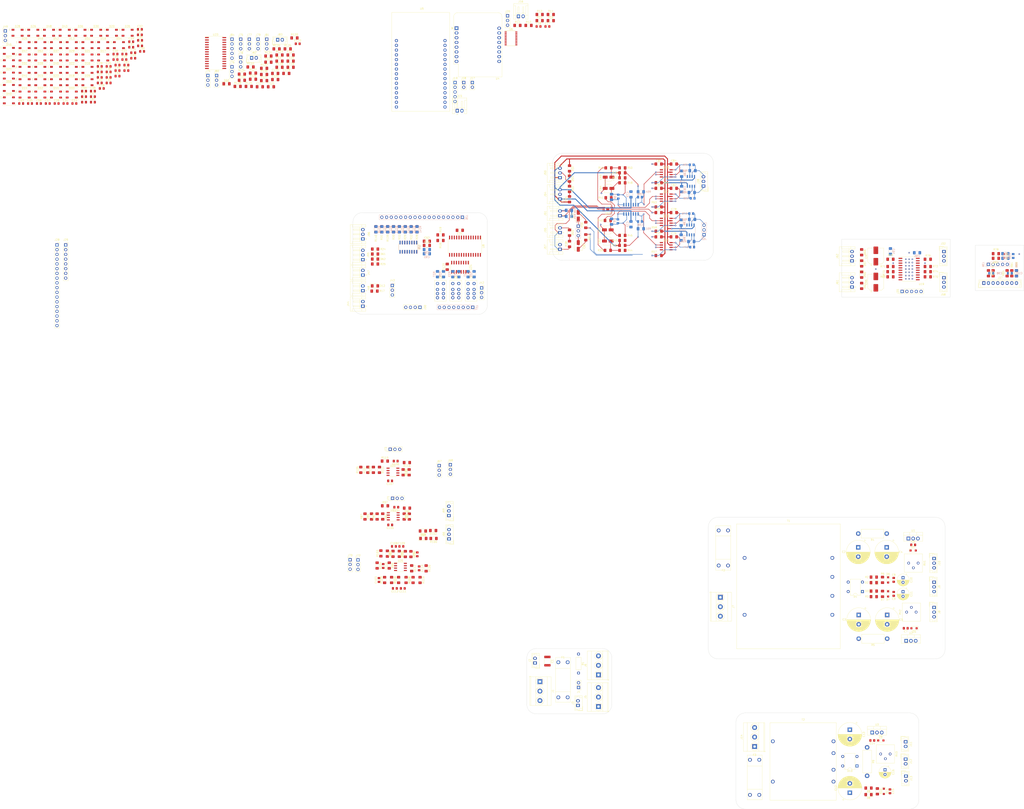
<source format=kicad_pcb>
(kicad_pcb (version 20171130) (host pcbnew "(5.1.5-0-10_14)")
  (layers (0 F.Cu signal) (31 B.Cu signal) (34 B.Paste user) (35 F.Paste user) (36 B.SilkS user) (37 F.SilkS user) (38 B.Mask user) (39 F.Mask user) (44 Edge.Cuts user))
  (net 0 "")
  (net 1 "/AC input/AC_IN_HOT")
  (net 2 "/AC input/PWR_SW")
  (net 3 GND)
  (net 4 "/+-15V PWR SUPPLY/rectified_+")
  (net 5 "/+-15V PWR SUPPLY/rectified_-")
  (net 6 "Net-(C4-Pad1)")
  (net 7 "Net-(C5-Pad2)")
  (net 8 "Net-(C6-Pad2)")
  (net 9 "Net-(C7-Pad2)")
  (net 10 +15V)
  (net 11 -15V)
  (net 12 "/5V supply/rectified_+")
  (net 13 "Net-(C13-Pad1)")
  (net 14 "Net-(C14-Pad2)")
  (net 15 +5V)
  (net 16 "Net-(C62-Pad1)")
  (net 17 "Net-(C63-Pad1)")
  (net 18 "Net-(C64-Pad1)")
  (net 19 "Net-(C65-Pad1)")
  (net 20 "Net-(C66-Pad2)")
  (net 21 "/Volume Control/DAC_CTRL_1_L")
  (net 22 "Net-(C67-Pad2)")
  (net 23 "/Volume Control/DAC_CTRL_1_R")
  (net 24 "Net-(C68-Pad2)")
  (net 25 "/Volume Control/DAC_CTRL_2_L")
  (net 26 "Net-(C69-Pad2)")
  (net 27 "/Volume Control/DAC_CTRL_2_R")
  (net 28 "/input selector/A_OUT_L")
  (net 29 "Net-(C71-Pad2)")
  (net 30 "/input selector/A_OUT_R")
  (net 31 "Net-(C74-Pad2)")
  (net 32 "/input selector/A_IN_L")
  (net 33 "Net-(C75-Pad2)")
  (net 34 "/input selector/A_IN_R")
  (net 35 "Net-(C81-Pad2)")
  (net 36 "Net-(C90-Pad2)")
  (net 37 "/headphone amp/IN_L")
  (net 38 "Net-(C91-Pad2)")
  (net 39 "/headphone amp/IN_R")
  (net 40 "Net-(C99-Pad1)")
  (net 41 "Net-(C100-Pad1)")
  (net 42 "Net-(C108-Pad1)")
  (net 43 "Net-(C109-Pad2)")
  (net 44 "Net-(C110-Pad2)")
  (net 45 "Net-(C110-Pad1)")
  (net 46 "Net-(C111-Pad1)")
  (net 47 "Net-(C112-Pad2)")
  (net 48 "Net-(C113-Pad2)")
  (net 49 "Net-(C113-Pad1)")
  (net 50 "/front panel/SW_1")
  (net 51 "/front panel/SW_2")
  (net 52 "/front panel/SW_3")
  (net 53 "/front panel/SW_4")
  (net 54 "/front panel/SW_5")
  (net 55 "/front panel/SW_6")
  (net 56 "/front panel/SW_7")
  (net 57 "/front panel/SW_8")
  (net 58 "Net-(D1-Pad3)")
  (net 59 "Net-(D1-Pad4)")
  (net 60 "Net-(D2-Pad2)")
  (net 61 "Net-(D3-Pad1)")
  (net 62 "Net-(D8-Pad2)")
  (net 63 "Net-(D10-Pad3)")
  (net 64 "Net-(D10-Pad4)")
  (net 65 "Net-(D12-Pad2)")
  (net 66 "Net-(D13-Pad2)")
  (net 67 /MCU/LED_DT)
  (net 68 "Net-(D14-Pad2)")
  (net 69 "Net-(D14-Pad4)")
  (net 70 "Net-(D15-Pad2)")
  (net 71 "Net-(D16-Pad2)")
  (net 72 "Net-(D16-Pad4)")
  (net 73 "Net-(D17-Pad2)")
  (net 74 "Net-(D18-Pad2)")
  (net 75 "Net-(D19-Pad4)")
  (net 76 "Net-(D20-Pad2)")
  (net 77 "Net-(D21-Pad4)")
  (net 78 "Net-(D22-Pad2)")
  (net 79 "Net-(D23-Pad2)")
  (net 80 "Net-(D24-Pad4)")
  (net 81 "Net-(D25-Pad2)")
  (net 82 "Net-(D26-Pad4)")
  (net 83 "Net-(D27-Pad2)")
  (net 84 "Net-(D28-Pad2)")
  (net 85 "Net-(D29-Pad4)")
  (net 86 "Net-(D30-Pad2)")
  (net 87 "Net-(D31-Pad4)")
  (net 88 "Net-(D32-Pad2)")
  (net 89 "Net-(D33-Pad2)")
  (net 90 "Net-(D34-Pad4)")
  (net 91 "Net-(D35-Pad2)")
  (net 92 "Net-(D36-Pad4)")
  (net 93 "Net-(D37-Pad2)")
  (net 94 "Net-(D38-Pad2)")
  (net 95 "Net-(D39-Pad4)")
  (net 96 "Net-(D40-Pad2)")
  (net 97 "Net-(D41-Pad4)")
  (net 98 "Net-(D42-Pad2)")
  (net 99 "Net-(D43-Pad2)")
  (net 100 "Net-(D44-Pad4)")
  (net 101 "Net-(D45-Pad2)")
  (net 102 "Net-(D46-Pad4)")
  (net 103 "Net-(D47-Pad2)")
  (net 104 "Net-(D48-Pad2)")
  (net 105 "Net-(D50-Pad2)")
  (net 106 "Net-(D52-Pad2)")
  (net 107 "Net-(D53-Pad2)")
  (net 108 "Net-(D54-Pad1)")
  (net 109 "Net-(D55-Pad2)")
  (net 110 "Net-(D56-Pad2)")
  (net 111 "Net-(D57-Pad1)")
  (net 112 "Net-(D58-Pad2)")
  (net 113 "Net-(D59-Pad1)")
  (net 114 "Net-(D60-Pad2)")
  (net 115 "/+-15V PWR SUPPLY/AC_N")
  (net 116 "/AC input/STBY_CTRL_2")
  (net 117 "/AC input/STBY_CTRL_1")
  (net 118 "Net-(J4-Pad2)")
  (net 119 "/+-15V PWR SUPPLY/AC_HOT")
  (net 120 /MCU/IO_SCL)
  (net 121 /MCU/IO_SDA)
  (net 122 "/Volume Control/DAC_SCL")
  (net 123 "/Volume Control/DAC_SDA")
  (net 124 /MCU/~FP_RST)
  (net 125 /MCU/ENC_INT)
  (net 126 "/front panel/FP_INTA")
  (net 127 /MCU/FP_SCL)
  (net 128 /MCU/FP_SDA)
  (net 129 /IO/A_IN_1_R)
  (net 130 /IO/A_IN_1_L)
  (net 131 /IO/A_IN_2_R)
  (net 132 /IO/A_IN_2_L)
  (net 133 /IO/A_IN_3_R)
  (net 134 /IO/A_IN_3_L)
  (net 135 /IO/A_IN_4_R)
  (net 136 /IO/A_IN_4_L)
  (net 137 /IO/A_IN_5_R)
  (net 138 /IO/A_IN_5_L)
  (net 139 /IO/A_OUT_1_R)
  (net 140 /IO/A_OUT_1_L)
  (net 141 /IO/A_OUT_2_R)
  (net 142 /IO/A_OUT_2_L)
  (net 143 "/headphone amp/xfeed_out_r")
  (net 144 "/headphone amp/xfeed_out_l")
  (net 145 "Net-(J70-Pad3)")
  (net 146 "Net-(J70-Pad2)")
  (net 147 "Net-(J71-Pad3)")
  (net 148 "Net-(J71-Pad2)")
  (net 149 "Net-(J72-Pad3)")
  (net 150 "Net-(J72-Pad2)")
  (net 151 "Net-(J73-Pad3)")
  (net 152 "Net-(J73-Pad2)")
  (net 153 "/input selector/OUT_1_S+")
  (net 154 "/input selector/OUT_1_R+")
  (net 155 "/input selector/OUT_2_S+")
  (net 156 "/input selector/OUT_2_R+")
  (net 157 /MCU/SCL)
  (net 158 +3.3V)
  (net 159 /MCU/SDA)
  (net 160 "Net-(R13-Pad2)")
  (net 161 /MCU/~I2C_RST)
  (net 162 "Net-(R14-Pad2)")
  (net 163 "Net-(R15-Pad2)")
  (net 164 "Net-(R16-Pad2)")
  (net 165 "/Volume Control/DAC_A")
  (net 166 "/Volume Control/DAC_B")
  (net 167 "/Volume Control/DAC_C")
  (net 168 "/Volume Control/DAC_D")
  (net 169 "Net-(R57-Pad1)")
  (net 170 "Net-(R58-Pad1)")
  (net 171 "Net-(R63-Pad1)")
  (net 172 "Net-(R64-Pad1)")
  (net 173 "Net-(R69-Pad1)")
  (net 174 "Net-(R70-Pad1)")
  (net 175 "Net-(R71-Pad1)")
  (net 176 "Net-(R72-Pad1)")
  (net 177 "Net-(R73-Pad1)")
  (net 178 "Net-(R74-Pad1)")
  (net 179 "/headphone amp/OUT_L")
  (net 180 "/headphone amp/OUT_R")
  (net 181 "Net-(R87-Pad1)")
  (net 182 "Net-(R88-Pad1)")
  (net 183 "Net-(R92-Pad1)")
  (net 184 "Net-(R93-Pad1)")
  (net 185 "Net-(R94-Pad1)")
  (net 186 "Net-(R95-Pad1)")
  (net 187 "Net-(R101-Pad2)")
  (net 188 "Net-(R105-Pad1)")
  (net 189 "Net-(R106-Pad1)")
  (net 190 "Net-(R110-Pad1)")
  (net 191 "Net-(R111-Pad1)")
  (net 192 "Net-(R112-Pad1)")
  (net 193 "Net-(R113-Pad1)")
  (net 194 "Net-(R114-Pad1)")
  (net 195 "/front panel/SW_IN_1")
  (net 196 "/front panel/SW_IN_2")
  (net 197 "/front panel/SW_IN_3")
  (net 198 "/front panel/SW_IN_4")
  (net 199 "/front panel/SW_IN_5")
  (net 200 "/front panel/SW_MUTE")
  (net 201 "/front panel/SW_OUT_1")
  (net 202 "/front panel/SW_OUT_2")
  (net 203 "/front panel/SEL_DT")
  (net 204 "/front panel/SEL_CLK")
  (net 205 "/front panel/SEL_SW")
  (net 206 "Net-(R134-Pad1)")
  (net 207 "/front panel/VOL_DT")
  (net 208 "/front panel/VOL_CLK")
  (net 209 "/front panel/VOL_SW")
  (net 210 "Net-(U4-Pad15)")
  (net 211 "Net-(U4-Pad7)")
  (net 212 "Net-(U4-Pad5)")
  (net 213 "Net-(U4-Pad4)")
  (net 214 "Net-(U4-Pad3)")
  (net 215 "Net-(U4-Pad1)")
  (net 216 "Net-(U4-Pad2)")
  (net 217 "Net-(U5-Pad38)")
  (net 218 "Net-(U5-Pad35)")
  (net 219 "Net-(U5-Pad22)")
  (net 220 "Net-(U5-Pad21)")
  (net 221 "Net-(U5-Pad25)")
  (net 222 "Net-(U5-Pad27)")
  (net 223 "Net-(U5-Pad24)")
  (net 224 "Net-(U5-Pad36)")
  (net 225 "Net-(U5-Pad34)")
  (net 226 "Net-(U5-Pad40)")
  (net 227 "Net-(U5-Pad41)")
  (net 228 "Net-(U5-Pad9)")
  (net 229 "Net-(U5-Pad20)")
  (net 230 "Net-(U5-Pad18)")
  (net 231 "Net-(U5-Pad17)")
  (net 232 "Net-(U5-Pad15)")
  (net 233 "Net-(U5-Pad16)")
  (net 234 "Net-(U5-Pad14)")
  (net 235 "Net-(U5-Pad13)")
  (net 236 "Net-(U5-Pad12)")
  (net 237 "Net-(U6-Pad20)")
  (net 238 "Net-(U6-Pad19)")
  (net 239 "Net-(U6-Pad18)")
  (net 240 "Net-(U6-Pad17)")
  (net 241 "Net-(U6-Pad16)")
  (net 242 "Net-(U6-Pad15)")
  (net 243 "Net-(U6-Pad14)")
  (net 244 "Net-(U6-Pad13)")
  (net 245 "Net-(U8-Pad20)")
  (net 246 "Net-(U8-Pad19)")
  (net 247 "Net-(U8-Pad14)")
  (net 248 "Net-(U8-Pad11)")
  (net 249 "Net-(U8-Pad8)")
  (net 250 "Net-(U14-Pad4)")
  (net 251 "Net-(U15-Pad4)")
  (net 252 "Net-(U17-Pad4)")
  (net 253 "Net-(U18-Pad4)")
  (net 254 "Net-(U23-Pad28)")
  (net 255 "Net-(U23-Pad27)")
  (net 256 "Net-(U23-Pad14)")
  (net 257 "Net-(U23-Pad11)")
  (net 258 "Net-(F2-Pad1)")
  (net 259 "Net-(F3-Pad1)")
  (net 260 "Net-(U11-Pad10)")
  (net 261 "Net-(U11-Pad9)")
  (net 262 "Net-(D61-Pad2)")
  (net 263 "Net-(D62-Pad1)")
  (net 264 /IO/A_IN_6_R)
  (net 265 /IO/A_IN_6_L)
  (net 266 /IO/A_IN_7_R)
  (net 267 /IO/A_IN_7_L)
  (net 268 /IO/A_IN_8_R)
  (net 269 /IO/A_IN_8_L)
  (net 270 /IO/A_OUT_3_R)
  (net 271 /IO/A_OUT_3_L)
  (net 272 "/input selector/A_IN_6_R")
  (net 273 "/input selector/A_IN_6_L")
  (net 274 "/input selector/A_IN_7_R")
  (net 275 "/input selector/A_IN_7_L")
  (net 276 "/input selector/A_IN_8_R")
  (net 277 "/input selector/A_IN_8_L")
  (net 278 "/input selector/A_OUT_3_R")
  (net 279 "/input selector/A_OUT_3_L")
  (net 280 "/input selector/OUT_3_S+")
  (net 281 "/input selector/OUT_3_R+")
  (net 282 "Net-(U8-Pad24)")
  (net 283 "Net-(U8-Pad23)")
  (net 284 "Net-(U8-Pad22)")
  (net 285 "Net-(U8-Pad21)")
  (net 286 "Net-(U24-Pad4)")
  (net 287 "Net-(U24-Pad3)")
  (net 288 "Net-(U24-Pad2)")
  (net 289 "Net-(U24-Pad1)")
  (net 290 "Net-(U24-Pad10)")
  (net 291 "Net-(U24-Pad7)")
  (net 292 "Net-(U24-Pad6)")
  (net 293 "Net-(U24-Pad5)")
  (net 294 "Net-(T1-Pad4)")
  (net 295 "Net-(R28-Pad1)")
  (net 296 "Net-(R29-Pad1)")
  (net 297 "Net-(R30-Pad1)")
  (net 298 "Net-(R31-Pad1)")
  (net 299 "Net-(R32-Pad1)")
  (net 300 "Net-(R33-Pad1)")
  (net 301 "Net-(R139-Pad1)")
  (net 302 "Net-(R140-Pad1)")
  (net 303 "Net-(R141-Pad1)")
  (net 304 "Net-(R142-Pad1)")
  (net 305 "Net-(R143-Pad1)")
  (net 306 "Net-(R144-Pad1)")
  (net 307 "Net-(R145-Pad1)")
  (net 308 "Net-(R146-Pad1)")
  (net 309 "Net-(R147-Pad1)")
  (net 310 "Net-(R148-Pad1)")
  (net 311 "/input selector/IN_L_SEL_A0")
  (net 312 "/input selector/IN_L_SEL_A1")
  (net 313 "/input selector/IN_L_SEL_A2")
  (net 314 "/input selector/IN_R_SEL_A0")
  (net 315 "/input selector/IN_R_SEL_A1")
  (net 316 "/input selector/IN_R_SEL_A2")
  (net 317 "Net-(U8-Pad7)")
  (net 318 "/headphone amp/Headphone Crossfeed/SW_L_OUT_1")
  (net 319 "/headphone amp/Headphone Crossfeed/SW_R_OUT_1")
  (net 320 "/headphone amp/Headphone Crossfeed/VR_L_OUT")
  (net 321 "/headphone amp/Headphone Crossfeed/SW_L_OUT_2")
  (net 322 "/headphone amp/Headphone Crossfeed/VR_R_OUT")
  (net 323 "/headphone amp/Headphone Crossfeed/SW_R_OUT_2")
  (net 324 "Net-(C71-Pad1)")
  (net 325 "Net-(C81-Pad1)")
  (module Connector_JST:JST_EH_S3B-EH_1x03_P2.50mm_Horizontal (layer F.Cu) (at 118 37 90)
    (fp_text reference J50 (at 2.5 -7.9 90) (layer F.SilkS))
    (fp_text value Conn_01x03_Male)
    (pad 1 thru_hole roundrect (at 0 0 90) (size 1.7 1.95) (drill 0.95) (layers *.Cu *.Mask) (roundrect_rratio 0.147059) (net 10 +15V))
    (pad 2 thru_hole oval (at 2.5 0 90) (size 1.7 1.95) (drill 0.95) (layers *.Cu *.Mask) (net 3 GND))
    (pad 3 thru_hole oval (at 5 0 90) (size 1.7 1.95) (drill 0.95) (layers *.Cu *.Mask) (net 11 -15V))
  )
  (module Capacitor_SMD:CP_Elec_8x6.2 (layer F.Cu) (at 287.175001 79 90)
    (fp_text reference C97 (at 0 -5.2 90) (layer F.SilkS))
    (fp_text value 100uF)
    (pad 1 smd roundrect (at -3.05 0 90) (size 4 2.5) (layers F.Cu F.Paste F.Mask) (roundrect_rratio 0.1) (net 3 GND))
    (pad 2 smd roundrect (at 3.05 0 90) (size 4 2.5) (layers F.Cu F.Paste F.Mask) (roundrect_rratio 0.1) (net 11 -15V))
  )
  (module Capacitor_SMD:CP_Elec_8x6.2 (layer F.Cu) (at 287.175001 93 90)
    (fp_text reference C96 (at 0 -5.2 90) (layer F.SilkS))
    (fp_text value 100uF)
    (pad 1 smd roundrect (at -3.05 0 90) (size 4 2.5) (layers F.Cu F.Paste F.Mask) (roundrect_rratio 0.1) (net 10 +15V))
    (pad 2 smd roundrect (at 3.05 0 90) (size 4 2.5) (layers F.Cu F.Paste F.Mask) (roundrect_rratio 0.1) (net 3 GND))
  )
  (module Connector_JST:JST_EH_B3B-EH-A_1x03_P2.50mm_Vertical (layer F.Cu) (at 323.65 76.6175 270)
    (fp_text reference J32 (at -4.25 0.4 180) (layer F.SilkS))
    (fp_text value Conn_01x03_Male)
    (pad 3 thru_hole oval (at 5 0 270) (size 1.7 1.95) (drill 0.95) (layers *.Cu *.Mask) (net 3 GND))
    (pad 2 thru_hole oval (at 2.5 0 270) (size 1.7 1.95) (drill 0.95) (layers *.Cu *.Mask) (net 180 "/headphone amp/OUT_R"))
    (pad 1 thru_hole roundrect (at 0 0 270) (size 1.7 1.95) (drill 0.95) (layers *.Cu *.Mask) (roundrect_rratio 0.147059) (net 179 "/headphone amp/OUT_L"))
  )
  (module Connector_JST:JST_EH_B3B-EH-A_1x03_P2.50mm_Vertical (layer F.Cu) (at 323.65 90.6175 270)
    (fp_text reference J58 (at 9.04 0.4 180) (layer F.SilkS))
    (fp_text value Conn_01x03_Male)
    (pad 3 thru_hole oval (at 5 0 270) (size 1.7 1.95) (drill 0.95) (layers *.Cu *.Mask) (net 39 "/headphone amp/IN_R"))
    (pad 2 thru_hole oval (at 2.5 0 270) (size 1.7 1.95) (drill 0.95) (layers *.Cu *.Mask) (net 3 GND))
    (pad 1 thru_hole roundrect (at 0 0 270) (size 1.7 1.95) (drill 0.95) (layers *.Cu *.Mask) (roundrect_rratio 0.147059) (net 37 "/headphone amp/IN_L"))
  )
  (module Capacitor_SMD:C_1812_4532Metric_Pad1.30x3.40mm_HandSolder (layer F.Cu) (at 111.25 296 270)
    (fp_text reference C1 (at 0 -2.65 90) (layer F.SilkS))
    (fp_text value 0.1uF)
    (pad 2 smd roundrect (at 2.225 0 270) (size 1.3 3.4) (layers F.Cu F.Paste F.Mask) (roundrect_rratio 0.192308) (net 1 "/AC input/AC_IN_HOT"))
    (pad 1 smd roundrect (at -2.225 0 270) (size 1.3 3.4) (layers F.Cu F.Paste F.Mask) (roundrect_rratio 0.192308) (net 2 "/AC input/PWR_SW"))
  )
  (module Connector_PinHeader_2.54mm:PinHeader_1x02_P2.54mm_Vertical (layer F.Cu) (at 127.9215 310.116 180)
    (fp_text reference J4 (at 0 -2.33) (layer F.SilkS))
    (fp_text value Conn_01x02_Male)
    (pad 1 thru_hole rect (at 0 0 180) (size 1.7 1.7) (drill 1) (layers *.Cu *.Mask) (net 119 "/+-15V PWR SUPPLY/AC_HOT"))
    (pad 2 thru_hole oval (at 0 2.54 180) (size 1.7 1.7) (drill 1) (layers *.Cu *.Mask) (net 118 "Net-(J4-Pad2)"))
  )
  (module Connector_JST:JST_EH_S2B-EH_1x02_P2.50mm_Horizontal (layer F.Cu) (at 95.753 -49.366)
    (fp_text reference J16 (at 1.25 -7.9) (layer F.SilkS))
    (fp_text value Conn_01x02_Male)
    (pad 2 thru_hole oval (at 2.5 0) (size 1.7 2) (drill 1) (layers *.Cu *.Mask) (net 3 GND))
    (pad 1 thru_hole roundrect (at 0 0) (size 1.7 2) (drill 1) (layers *.Cu *.Mask) (roundrect_rratio 0.147059) (net 15 +5V))
  )
  (module Connector_JST:JST_EH_S2B-EH_1x02_P2.50mm_Horizontal (layer F.Cu) (at 62.983 1.184)
    (fp_text reference J15 (at 1.25 -7.9) (layer F.SilkS))
    (fp_text value Conn_01x02_Male)
    (pad 2 thru_hole oval (at 2.5 0) (size 1.7 2) (drill 1) (layers *.Cu *.Mask) (net 3 GND))
    (pad 1 thru_hole roundrect (at 0 0) (size 1.7 2) (drill 1) (layers *.Cu *.Mask) (roundrect_rratio 0.147059) (net 15 +5V))
  )
  (module Connector_JST:JST_EH_S3B-EH_1x03_P2.50mm_Horizontal (layer F.Cu) (at 274.42 81.6175 90)
    (fp_text reference J62 (at 2.5 -7.9 90) (layer F.SilkS))
    (fp_text value Conn_01x03_Male)
    (pad 3 thru_hole oval (at 5 0 90) (size 1.7 1.95) (drill 0.95) (layers *.Cu *.Mask) (net 11 -15V))
    (pad 2 thru_hole oval (at 2.5 0 90) (size 1.7 1.95) (drill 0.95) (layers *.Cu *.Mask) (net 3 GND))
    (pad 1 thru_hole roundrect (at 0 0 90) (size 1.7 1.95) (drill 0.95) (layers *.Cu *.Mask) (roundrect_rratio 0.147059) (net 10 +15V))
  )
  (module Connector_JST:JST_EH_S3B-EH_1x03_P2.50mm_Horizontal (layer F.Cu) (at 274.42 95.6175 90)
    (fp_text reference J61 (at 2.5 -7.9 90) (layer F.SilkS))
    (fp_text value Conn_01x03_Male)
    (pad 3 thru_hole oval (at 5 0 90) (size 1.7 1.95) (drill 0.95) (layers *.Cu *.Mask) (net 11 -15V))
    (pad 2 thru_hole oval (at 2.5 0 90) (size 1.7 1.95) (drill 0.95) (layers *.Cu *.Mask) (net 3 GND))
    (pad 1 thru_hole roundrect (at 0 0 90) (size 1.7 1.95) (drill 0.95) (layers *.Cu *.Mask) (roundrect_rratio 0.147059) (net 10 +15V))
  )
  (module Connector_JST:JST_EH_S2B-EH_1x02_P2.50mm_Horizontal (layer F.Cu) (at 12.4 105.899999 90)
    (fp_text reference J44 (at 1.25 -7.9 90) (layer F.SilkS))
    (fp_text value Conn_01x02_Female)
    (pad 2 thru_hole oval (at 2.5 0 90) (size 1.7 2) (drill 1) (layers *.Cu *.Mask) (net 120 /MCU/IO_SCL))
    (pad 1 thru_hole roundrect (at 0 0 90) (size 1.7 2) (drill 1) (layers *.Cu *.Mask) (roundrect_rratio 0.147059) (net 121 /MCU/IO_SDA))
  )
  (module Connector_JST:JST_EH_S2B-EH_1x02_P2.50mm_Horizontal (layer F.Cu) (at 118 57.399999 90)
    (fp_text reference J51 (at 1.25 -7.9 90) (layer F.SilkS))
    (fp_text value Conn_01x02_Male)
    (pad 2 thru_hole oval (at 2.5 0 90) (size 1.7 2) (drill 1) (layers *.Cu *.Mask) (net 122 "/Volume Control/DAC_SCL"))
    (pad 1 thru_hole roundrect (at 0 0 90) (size 1.7 2) (drill 1) (layers *.Cu *.Mask) (roundrect_rratio 0.147059) (net 123 "/Volume Control/DAC_SDA"))
  )
  (module LED_SMD:LED_1206_3216Metric_Pad1.42x1.75mm_HandSolder (layer F.Cu) (at 279.57 89.03 270)
    (fp_text reference D56 (at 0 -1.82 90) (layer F.SilkS))
    (fp_text value GREEN)
    (pad 2 smd roundrect (at 1.4875 0 270) (size 1.425 1.75) (layers F.Cu F.Paste F.Mask) (roundrect_rratio 0.175439) (net 110 "Net-(D56-Pad2)"))
    (pad 1 smd roundrect (at -1.4875 0 270) (size 1.425 1.75) (layers F.Cu F.Paste F.Mask) (roundrect_rratio 0.175439) (net 3 GND))
  )
  (module Resistor_SMD:R_1206_3216Metric_Pad1.42x1.75mm_HandSolder (layer F.Cu) (at 315 90.15)
    (fp_text reference R70 (at 4.1 0.05) (layer F.SilkS))
    (fp_text value 51R)
    (pad 2 smd roundrect (at 1.4875 0) (size 1.425 1.75) (layers F.Cu F.Paste F.Mask) (roundrect_rratio 0.175439) (net 143 "/headphone amp/xfeed_out_r"))
    (pad 1 smd roundrect (at -1.4875 0) (size 1.425 1.75) (layers F.Cu F.Paste F.Mask) (roundrect_rratio 0.175439) (net 174 "Net-(R70-Pad1)"))
  )
  (module Resistor_SMD:R_1206_3216Metric_Pad1.42x1.75mm_HandSolder (layer F.Cu) (at 315 87.4 180)
    (fp_text reference R74 (at -4.1 0.1) (layer F.SilkS))
    (fp_text value 1k)
    (pad 2 smd roundrect (at 1.4875 0 180) (size 1.425 1.75) (layers F.Cu F.Paste F.Mask) (roundrect_rratio 0.175439) (net 174 "Net-(R70-Pad1)"))
    (pad 1 smd roundrect (at -1.4875 0 180) (size 1.425 1.75) (layers F.Cu F.Paste F.Mask) (roundrect_rratio 0.175439) (net 178 "Net-(R74-Pad1)"))
  )
  (module Resistor_SMD:R_1206_3216Metric_Pad1.42x1.75mm_HandSolder (layer F.Cu) (at 295 84.65 180)
    (fp_text reference R71 (at 4 0) (layer F.SilkS))
    (fp_text value 499R)
    (pad 2 smd roundrect (at 1.4875 0 180) (size 1.425 1.75) (layers F.Cu F.Paste F.Mask) (roundrect_rratio 0.175439) (net 3 GND))
    (pad 1 smd roundrect (at -1.4875 0 180) (size 1.425 1.75) (layers F.Cu F.Paste F.Mask) (roundrect_rratio 0.175439) (net 175 "Net-(R71-Pad1)"))
  )
  (module Resistor_SMD:R_1206_3216Metric_Pad1.42x1.75mm_HandSolder (layer F.Cu) (at 295 90.15 180)
    (fp_text reference R69 (at 4 0) (layer F.SilkS))
    (fp_text value 51R)
    (pad 2 smd roundrect (at 1.4875 0 180) (size 1.425 1.75) (layers F.Cu F.Paste F.Mask) (roundrect_rratio 0.175439) (net 144 "/headphone amp/xfeed_out_l"))
    (pad 1 smd roundrect (at -1.4875 0 180) (size 1.425 1.75) (layers F.Cu F.Paste F.Mask) (roundrect_rratio 0.175439) (net 173 "Net-(R69-Pad1)"))
  )
  (module Resistor_SMD:R_1206_3216Metric_Pad1.42x1.75mm_HandSolder (layer F.Cu) (at 279.57 95 90)
    (fp_text reference R67 (at 0 1.82 90) (layer F.SilkS))
    (fp_text value 1.5k)
    (pad 2 smd roundrect (at 1.4875 0 90) (size 1.425 1.75) (layers F.Cu F.Paste F.Mask) (roundrect_rratio 0.175439) (net 110 "Net-(D56-Pad2)"))
    (pad 1 smd roundrect (at -1.4875 0 90) (size 1.425 1.75) (layers F.Cu F.Paste F.Mask) (roundrect_rratio 0.175439) (net 10 +15V))
  )
  (module Resistor_SMD:R_1206_3216Metric_Pad1.42x1.75mm_HandSolder (layer F.Cu) (at 279.57 77 270)
    (fp_text reference R68 (at 0 -1.82 90) (layer F.SilkS))
    (fp_text value 1.5k)
    (pad 2 smd roundrect (at 1.4875 0 270) (size 1.425 1.75) (layers F.Cu F.Paste F.Mask) (roundrect_rratio 0.175439) (net 111 "Net-(D57-Pad1)"))
    (pad 1 smd roundrect (at -1.4875 0 270) (size 1.425 1.75) (layers F.Cu F.Paste F.Mask) (roundrect_rratio 0.175439) (net 11 -15V))
  )
  (module LED_SMD:LED_1206_3216Metric_Pad1.42x1.75mm_HandSolder (layer F.Cu) (at 279.57 83.015 270)
    (fp_text reference D57 (at 0 -1.82 90) (layer F.SilkS))
    (fp_text value GREEN)
    (pad 2 smd roundrect (at 1.4875 0 270) (size 1.425 1.75) (layers F.Cu F.Paste F.Mask) (roundrect_rratio 0.175439) (net 3 GND))
    (pad 1 smd roundrect (at -1.4875 0 270) (size 1.425 1.75) (layers F.Cu F.Paste F.Mask) (roundrect_rratio 0.175439) (net 111 "Net-(D57-Pad1)"))
  )
  (module Resistor_SMD:R_1206_3216Metric_Pad1.42x1.75mm_HandSolder (layer F.Cu) (at 295 87.4)
    (fp_text reference R73 (at -3.44 0.75 -90) (layer F.SilkS))
    (fp_text value 1k)
    (pad 1 smd roundrect (at -1.4875 0) (size 1.425 1.75) (layers F.Cu F.Paste F.Mask) (roundrect_rratio 0.175439) (net 177 "Net-(R73-Pad1)"))
    (pad 2 smd roundrect (at 1.4875 0) (size 1.425 1.75) (layers F.Cu F.Paste F.Mask) (roundrect_rratio 0.175439) (net 173 "Net-(R69-Pad1)"))
  )
  (module Resistor_SMD:R_1206_3216Metric_Pad1.42x1.75mm_HandSolder (layer F.Cu) (at 315 84.65)
    (fp_text reference R72 (at 4.1 -0.1) (layer F.SilkS))
    (fp_text value 499R)
    (pad 2 smd roundrect (at 1.4875 0) (size 1.425 1.75) (layers F.Cu F.Paste F.Mask) (roundrect_rratio 0.175439) (net 3 GND))
    (pad 1 smd roundrect (at -1.4875 0) (size 1.425 1.75) (layers F.Cu F.Paste F.Mask) (roundrect_rratio 0.175439) (net 176 "Net-(R72-Pad1)"))
  )
  (module Package_SO:SOIC-20W_7.5x12.8mm_P1.27mm (layer F.Cu) (at 305 86)
    (fp_text reference U19 (at 6.6 8.05) (layer F.SilkS))
    (fp_text value TPA6120)
    (pad 1 smd roundrect (at -4.65 -5.715) (size 2.05 0.6) (layers F.Cu F.Paste F.Mask) (net 11 -15V))
    (pad 2 smd roundrect (at -4.65 -4.445) (size 2.05 0.6) (layers F.Cu F.Paste F.Mask) (net 177 "Net-(R73-Pad1)"))
    (pad 3 smd roundrect (at -4.65 -3.175) (size 2.05 0.6) (layers F.Cu F.Paste F.Mask) (net 10 +15V))
    (pad 4 smd roundrect (at -4.65 -1.905) (size 2.05 0.6) (layers F.Cu F.Paste F.Mask) (net 175 "Net-(R71-Pad1)"))
    (pad 5 smd roundrect (at -4.65 -0.635) (size 2.05 0.6) (layers F.Cu F.Paste F.Mask) (net 173 "Net-(R69-Pad1)"))
    (pad 6 smd roundrect (at -4.65 0.635) (size 2.05 0.6) (layers F.Cu F.Paste F.Mask))
    (pad 7 smd roundrect (at -4.65 1.905) (size 2.05 0.6) (layers F.Cu F.Paste F.Mask))
    (pad 8 smd roundrect (at -4.65 3.175) (size 2.05 0.6) (layers F.Cu F.Paste F.Mask))
    (pad 9 smd roundrect (at -4.65 4.445) (size 2.05 0.6) (layers F.Cu F.Paste F.Mask))
    (pad 10 smd roundrect (at -4.65 5.715) (size 2.05 0.6) (layers F.Cu F.Paste F.Mask))
    (pad 11 smd roundrect (at 4.65 5.715) (size 2.05 0.6) (layers F.Cu F.Paste F.Mask))
    (pad 12 smd roundrect (at 4.65 4.445) (size 2.05 0.6) (layers F.Cu F.Paste F.Mask))
    (pad 13 smd roundrect (at 4.65 3.175) (size 2.05 0.6) (layers F.Cu F.Paste F.Mask))
    (pad 14 smd roundrect (at 4.65 1.905) (size 2.05 0.6) (layers F.Cu F.Paste F.Mask))
    (pad 15 smd roundrect (at 4.65 0.635) (size 2.05 0.6) (layers F.Cu F.Paste F.Mask))
    (pad 16 smd roundrect (at 4.65 -0.635) (size 2.05 0.6) (layers F.Cu F.Paste F.Mask) (net 174 "Net-(R70-Pad1)"))
    (pad 17 smd roundrect (at 4.65 -1.905) (size 2.05 0.6) (layers F.Cu F.Paste F.Mask) (net 176 "Net-(R72-Pad1)"))
    (pad 18 smd roundrect (at 4.65 -3.175) (size 2.05 0.6) (layers F.Cu F.Paste F.Mask) (net 10 +15V))
    (pad 19 smd roundrect (at 4.65 -4.445) (size 2.05 0.6) (layers F.Cu F.Paste F.Mask) (net 178 "Net-(R74-Pad1)"))
    (pad 20 smd roundrect (at 4.65 -5.715) (size 2.05 0.6) (layers F.Cu F.Paste F.Mask) (net 11 -15V))
  )
  (module Resistor_SMD:R_1206_3216Metric_Pad1.42x1.75mm_HandSolder (layer F.Cu) (at 295 80.75)
    (fp_text reference R75 (at 0 -2.2) (layer F.SilkS))
    (fp_text value 10R)
    (pad 2 smd roundrect (at 1.4875 0) (size 1.425 1.75) (layers F.Cu F.Paste F.Mask) (roundrect_rratio 0.175439) (net 177 "Net-(R73-Pad1)"))
    (pad 1 smd roundrect (at -1.4875 0) (size 1.425 1.75) (layers F.Cu F.Paste F.Mask) (roundrect_rratio 0.175439) (net 179 "/headphone amp/OUT_L"))
  )
  (module Resistor_SMD:R_1206_3216Metric_Pad1.42x1.75mm_HandSolder (layer F.Cu) (at 315 80.75 180)
    (fp_text reference R76 (at -0.1 1.95) (layer F.SilkS))
    (fp_text value 10R)
    (pad 2 smd roundrect (at 1.4875 0 180) (size 1.425 1.75) (layers F.Cu F.Paste F.Mask) (roundrect_rratio 0.175439) (net 178 "Net-(R74-Pad1)"))
    (pad 1 smd roundrect (at -1.4875 0 180) (size 1.425 1.75) (layers F.Cu F.Paste F.Mask) (roundrect_rratio 0.175439) (net 180 "/headphone amp/OUT_R"))
  )
  (module Package_SO:SO-8_3.9x4.9mm_P1.27mm (layer F.Cu) (at 174.9 60.75)
    (fp_text reference U15 (at 0 -3.4) (layer F.SilkS))
    (fp_text value THAT2181)
    (pad 1 smd roundrect (at -2.575 -1.905) (size 1.75 0.6) (layers F.Cu F.Paste F.Mask) (net 30 "/input selector/A_OUT_R"))
    (pad 2 smd roundrect (at -2.575 -0.635) (size 1.75 0.6) (layers F.Cu F.Paste F.Mask) (net 27 "/Volume Control/DAC_CTRL_2_R"))
    (pad 3 smd roundrect (at -2.575 0.635) (size 1.75 0.6) (layers F.Cu F.Paste F.Mask) (net 3 GND))
    (pad 4 smd roundrect (at -2.575 1.905) (size 1.75 0.6) (layers F.Cu F.Paste F.Mask) (net 251 "Net-(U15-Pad4)"))
    (pad 5 smd roundrect (at 2.575 1.905) (size 1.75 0.6) (layers F.Cu F.Paste F.Mask) (net 170 "Net-(R58-Pad1)"))
    (pad 6 smd roundrect (at 2.575 0.635) (size 1.75 0.6) (layers F.Cu F.Paste F.Mask) (net 3 GND))
    (pad 7 smd roundrect (at 2.575 -0.635) (size 1.75 0.6) (layers F.Cu F.Paste F.Mask) (net 10 +15V))
    (pad 8 smd roundrect (at 2.575 -1.905) (size 1.75 0.6) (layers F.Cu F.Paste F.Mask) (net 33 "Net-(C75-Pad2)"))
  )
  (module Package_SO:SO-8_3.9x4.9mm_P1.27mm (layer F.Cu) (at 174.9 47.75)
    (fp_text reference U17 (at 0 -3.4) (layer F.SilkS))
    (fp_text value THAT2181)
    (pad 1 smd roundrect (at -2.575 -1.905) (size 1.75 0.6) (layers F.Cu F.Paste F.Mask) (net 28 "/input selector/A_OUT_L"))
    (pad 2 smd roundrect (at -2.575 -0.635) (size 1.75 0.6) (layers F.Cu F.Paste F.Mask) (net 21 "/Volume Control/DAC_CTRL_1_L"))
    (pad 3 smd roundrect (at -2.575 0.635) (size 1.75 0.6) (layers F.Cu F.Paste F.Mask) (net 3 GND))
    (pad 4 smd roundrect (at -2.575 1.905) (size 1.75 0.6) (layers F.Cu F.Paste F.Mask) (net 252 "Net-(U17-Pad4)"))
    (pad 5 smd roundrect (at 2.575 1.905) (size 1.75 0.6) (layers F.Cu F.Paste F.Mask) (net 171 "Net-(R63-Pad1)"))
    (pad 6 smd roundrect (at 2.575 0.635) (size 1.75 0.6) (layers F.Cu F.Paste F.Mask) (net 3 GND))
    (pad 7 smd roundrect (at 2.575 -0.635) (size 1.75 0.6) (layers F.Cu F.Paste F.Mask) (net 10 +15V))
    (pad 8 smd roundrect (at 2.575 -1.905) (size 1.75 0.6) (layers F.Cu F.Paste F.Mask) (net 36 "Net-(C90-Pad2)"))
  )
  (module Package_SO:SO-8_3.9x4.9mm_P1.27mm (layer F.Cu) (at 174.9 34.75)
    (fp_text reference U18 (at 0 -3.4) (layer F.SilkS))
    (fp_text value THAT2181)
    (pad 8 smd roundrect (at 2.575 -1.905) (size 1.75 0.6) (layers F.Cu F.Paste F.Mask) (net 38 "Net-(C91-Pad2)"))
    (pad 7 smd roundrect (at 2.575 -0.635) (size 1.75 0.6) (layers F.Cu F.Paste F.Mask) (net 10 +15V))
    (pad 6 smd roundrect (at 2.575 0.635) (size 1.75 0.6) (layers F.Cu F.Paste F.Mask) (net 3 GND))
    (pad 5 smd roundrect (at 2.575 1.905) (size 1.75 0.6) (layers F.Cu F.Paste F.Mask) (net 172 "Net-(R64-Pad1)"))
    (pad 4 smd roundrect (at -2.575 1.905) (size 1.75 0.6) (layers F.Cu F.Paste F.Mask) (net 253 "Net-(U18-Pad4)"))
    (pad 3 smd roundrect (at -2.575 0.635) (size 1.75 0.6) (layers F.Cu F.Paste F.Mask) (net 3 GND))
    (pad 2 smd roundrect (at -2.575 -0.635) (size 1.75 0.6) (layers F.Cu F.Paste F.Mask) (net 23 "/Volume Control/DAC_CTRL_1_R"))
    (pad 1 smd roundrect (at -2.575 -1.905) (size 1.75 0.6) (layers F.Cu F.Paste F.Mask) (net 30 "/input selector/A_OUT_R"))
  )
  (module Resistor_SMD:R_1206_3216Metric_Pad1.42x1.75mm_HandSolder (layer F.Cu) (at 151.4 39.8 180)
    (fp_text reference R48 (at -4.0125 0) (layer F.SilkS))
    (fp_text value 6.49k)
    (pad 1 smd roundrect (at -1.4875 0 180) (size 1.425 1.75) (layers F.Cu F.Paste F.Mask) (roundrect_rratio 0.175439) (net 24 "Net-(C68-Pad2)"))
    (pad 2 smd roundrect (at 1.4875 0 180) (size 1.425 1.75) (layers F.Cu F.Paste F.Mask) (roundrect_rratio 0.175439) (net 18 "Net-(C64-Pad1)"))
  )
  (module LED_SMD:LED_1206_3216Metric_Pad1.42x1.75mm_HandSolder (layer F.Cu) (at 123.1 37.615 270)
    (fp_text reference D54 (at 0 -1.82 90) (layer F.SilkS))
    (fp_text value GREEN)
    (pad 2 smd roundrect (at 1.4875 0 270) (size 1.425 1.75) (layers F.Cu F.Paste F.Mask) (roundrect_rratio 0.175439) (net 3 GND))
    (pad 1 smd roundrect (at -1.4875 0 270) (size 1.425 1.75) (layers F.Cu F.Paste F.Mask) (roundrect_rratio 0.175439) (net 108 "Net-(D54-Pad1)"))
  )
  (module LED_SMD:LED_1206_3216Metric_Pad1.42x1.75mm_HandSolder (layer F.Cu) (at 123.1 43.13 270)
    (fp_text reference D53 (at 0 -1.82 90) (layer F.SilkS))
    (fp_text value GREEN)
    (pad 2 smd roundrect (at 1.4875 0 270) (size 1.425 1.75) (layers F.Cu F.Paste F.Mask) (roundrect_rratio 0.175439) (net 107 "Net-(D53-Pad2)"))
    (pad 1 smd roundrect (at -1.4875 0 270) (size 1.425 1.75) (layers F.Cu F.Paste F.Mask) (roundrect_rratio 0.175439) (net 3 GND))
  )
  (module Connector_PinHeader_2.54mm:PinHeader_1x03_P2.54mm_Vertical (layer B.Cu) (at 127.8 63 180)
    (fp_text reference J56 (at 0 2.33) (layer B.SilkS) (effects (justify mirror)))
    (fp_text value Conn_01x03_Male)
    (pad 1 thru_hole rect (at 0 0 180) (size 1.7 1.7) (drill 1) (layers *.Cu *.Mask) (net 324 "Net-(C71-Pad1)"))
    (pad 2 thru_hole oval (at 0 -2.54 180) (size 1.7 1.7) (drill 1) (layers *.Cu *.Mask) (net 3 GND))
    (pad 3 thru_hole oval (at 0 -5.08 180) (size 1.7 1.7) (drill 1) (layers *.Cu *.Mask) (net 325 "Net-(C81-Pad1)"))
  )
  (module Resistor_SMD:R_1206_3216Metric_Pad1.42x1.75mm_HandSolder (layer F.Cu) (at 144 31.8 180)
    (fp_text reference R42 (at 4 0) (layer F.SilkS))
    (fp_text value 6.34k)
    (pad 2 smd roundrect (at 1.4875 0 180) (size 1.425 1.75) (layers F.Cu F.Paste F.Mask) (roundrect_rratio 0.175439) (net 168 "/Volume Control/DAC_D"))
    (pad 1 smd roundrect (at -1.4875 0 180) (size 1.425 1.75) (layers F.Cu F.Paste F.Mask) (roundrect_rratio 0.175439) (net 19 "Net-(C65-Pad1)"))
  )
  (module Resistor_SMD:R_1206_3216Metric_Pad1.42x1.75mm_HandSolder (layer F.Cu) (at 131.8 62.4 90)
    (fp_text reference R56 (at 0 -2 90) (layer F.SilkS))
    (fp_text value 20k)
    (pad 2 smd roundrect (at 1.4875 0 90) (size 1.425 1.75) (layers F.Cu F.Paste F.Mask) (roundrect_rratio 0.175439) (net 29 "Net-(C71-Pad2)"))
    (pad 1 smd roundrect (at -1.4875 0 90) (size 1.425 1.75) (layers F.Cu F.Paste F.Mask) (roundrect_rratio 0.175439) (net 28 "/input selector/A_OUT_L"))
  )
  (module Resistor_SMD:R_1206_3216Metric_Pad1.42x1.75mm_HandSolder (layer F.Cu) (at 144 47.8 180)
    (fp_text reference R41 (at 4 0) (layer F.SilkS))
    (fp_text value 6.34k)
    (pad 2 smd roundrect (at 1.4875 0 180) (size 1.425 1.75) (layers F.Cu F.Paste F.Mask) (roundrect_rratio 0.175439) (net 167 "/Volume Control/DAC_C"))
    (pad 1 smd roundrect (at -1.4875 0 180) (size 1.425 1.75) (layers F.Cu F.Paste F.Mask) (roundrect_rratio 0.175439) (net 18 "Net-(C64-Pad1)"))
  )
  (module Resistor_SMD:R_1206_3216Metric_Pad1.42x1.75mm_HandSolder (layer F.Cu) (at 123.1 48.6 90)
    (fp_text reference R35 (at 0 -1.82 90) (layer F.SilkS))
    (fp_text value 1.5k)
    (pad 2 smd roundrect (at 1.4875 0 90) (size 1.425 1.75) (layers F.Cu F.Paste F.Mask) (roundrect_rratio 0.175439) (net 107 "Net-(D53-Pad2)"))
    (pad 1 smd roundrect (at -1.4875 0 90) (size 1.425 1.75) (layers F.Cu F.Paste F.Mask) (roundrect_rratio 0.175439) (net 10 +15V))
  )
  (module Package_SO:SO-8_3.9x4.9mm_P1.27mm (layer F.Cu) (at 174.9 73.75)
    (fp_text reference U14 (at 0 -3.4) (layer F.SilkS))
    (fp_text value THAT2181)
    (pad 1 smd roundrect (at -2.575 -1.905) (size 1.75 0.6) (layers F.Cu F.Paste F.Mask) (net 28 "/input selector/A_OUT_L"))
    (pad 2 smd roundrect (at -2.575 -0.635) (size 1.75 0.6) (layers F.Cu F.Paste F.Mask) (net 25 "/Volume Control/DAC_CTRL_2_L"))
    (pad 3 smd roundrect (at -2.575 0.635) (size 1.75 0.6) (layers F.Cu F.Paste F.Mask) (net 3 GND))
    (pad 4 smd roundrect (at -2.575 1.905) (size 1.75 0.6) (layers F.Cu F.Paste F.Mask) (net 250 "Net-(U14-Pad4)"))
    (pad 5 smd roundrect (at 2.575 1.905) (size 1.75 0.6) (layers F.Cu F.Paste F.Mask) (net 169 "Net-(R57-Pad1)"))
    (pad 6 smd roundrect (at 2.575 0.635) (size 1.75 0.6) (layers F.Cu F.Paste F.Mask) (net 3 GND))
    (pad 7 smd roundrect (at 2.575 -0.635) (size 1.75 0.6) (layers F.Cu F.Paste F.Mask) (net 10 +15V))
    (pad 8 smd roundrect (at 2.575 -1.905) (size 1.75 0.6) (layers F.Cu F.Paste F.Mask) (net 31 "Net-(C74-Pad2)"))
  )
  (module Package_SO:SOP-8_3.9x4.9mm_P1.27mm (layer B.Cu) (at 188.15 39.05 90)
    (fp_text reference U16 (at 0 -4.5 180) (layer B.SilkS) (effects (justify mirror)))
    (fp_text value NJM2068M)
    (pad 8 smd roundrect (at 2.625 1.905 90) (size 1.65 0.6) (layers B.Cu B.Paste B.Mask) (net 10 +15V))
    (pad 7 smd roundrect (at 2.625 0.635 90) (size 1.65 0.6) (layers B.Cu B.Paste B.Mask) (net 39 "/headphone amp/IN_R"))
    (pad 6 smd roundrect (at 2.625 -0.635 90) (size 1.65 0.6) (layers B.Cu B.Paste B.Mask) (net 38 "Net-(C91-Pad2)"))
    (pad 5 smd roundrect (at 2.625 -1.905 90) (size 1.65 0.6) (layers B.Cu B.Paste B.Mask) (net 3 GND))
    (pad 4 smd roundrect (at -2.625 -1.905 90) (size 1.65 0.6) (layers B.Cu B.Paste B.Mask) (net 11 -15V))
    (pad 3 smd roundrect (at -2.625 -0.635 90) (size 1.65 0.6) (layers B.Cu B.Paste B.Mask) (net 3 GND))
    (pad 2 smd roundrect (at -2.625 0.635 90) (size 1.65 0.6) (layers B.Cu B.Paste B.Mask) (net 36 "Net-(C90-Pad2)"))
    (pad 1 smd roundrect (at -2.625 1.905 90) (size 1.65 0.6) (layers B.Cu B.Paste B.Mask) (net 37 "/headphone amp/IN_L"))
  )
  (module Resistor_SMD:R_1206_3216Metric_Pad1.42x1.75mm_HandSolder (layer B.Cu) (at 145.6 47.4 90)
    (fp_text reference R53 (at -4 0 270) (layer B.SilkS) (effects (justify mirror)))
    (fp_text value 2k)
    (pad 2 smd roundrect (at 1.4875 0 90) (size 1.425 1.75) (layers B.Cu B.Paste B.Mask) (roundrect_rratio 0.175439) (net 24 "Net-(C68-Pad2)"))
    (pad 1 smd roundrect (at -1.4875 0 90) (size 1.425 1.75) (layers B.Cu B.Paste B.Mask) (roundrect_rratio 0.175439) (net 21 "/Volume Control/DAC_CTRL_1_L"))
  )
  (module Resistor_SMD:R_1206_3216Metric_Pad1.42x1.75mm_HandSolder (layer B.Cu) (at 161.2975 44.6 180)
    (fp_text reference R54 (at -4 0 180) (layer B.SilkS) (effects (justify mirror)))
    (fp_text value 2k)
    (pad 2 smd roundrect (at 1.4875 0 180) (size 1.425 1.75) (layers B.Cu B.Paste B.Mask) (roundrect_rratio 0.175439) (net 26 "Net-(C69-Pad2)"))
    (pad 1 smd roundrect (at -1.4875 0 180) (size 1.425 1.75) (layers B.Cu B.Paste B.Mask) (roundrect_rratio 0.175439) (net 23 "/Volume Control/DAC_CTRL_1_R"))
  )
  (module Resistor_SMD:R_1206_3216Metric_Pad1.42x1.75mm_HandSolder (layer F.Cu) (at 170.8375 78.75)
    (fp_text reference R57 (at -2.45 -2) (layer F.SilkS))
    (fp_text value 5.1k)
    (pad 2 smd roundrect (at 1.4875 0) (size 1.425 1.75) (layers F.Cu F.Paste F.Mask) (roundrect_rratio 0.175439) (net 11 -15V))
    (pad 1 smd roundrect (at -1.4875 0) (size 1.425 1.75) (layers F.Cu F.Paste F.Mask) (roundrect_rratio 0.175439) (net 169 "Net-(R57-Pad1)"))
  )
  (module Resistor_SMD:R_1206_3216Metric_Pad1.42x1.75mm_HandSolder (layer F.Cu) (at 170.8375 65.75)
    (fp_text reference R58 (at -2.35 -2) (layer F.SilkS))
    (fp_text value 5.1k)
    (pad 2 smd roundrect (at 1.4875 0) (size 1.425 1.75) (layers F.Cu F.Paste F.Mask) (roundrect_rratio 0.175439) (net 11 -15V))
    (pad 1 smd roundrect (at -1.4875 0) (size 1.425 1.75) (layers F.Cu F.Paste F.Mask) (roundrect_rratio 0.175439) (net 170 "Net-(R58-Pad1)"))
  )
  (module Capacitor_SMD:CP_Elec_4x5.4 (layer F.Cu) (at 143.6 71 180)
    (fp_text reference C62 (at 4.5 0 270) (layer F.SilkS))
    (fp_text value 2.2uF)
    (pad 1 smd roundrect (at -1.8 0 180) (size 2.6 1.6) (layers F.Cu F.Paste F.Mask) (roundrect_rratio 0.15625) (net 16 "Net-(C62-Pad1)"))
    (pad 2 smd roundrect (at 1.8 0 180) (size 2.6 1.6) (layers F.Cu F.Paste F.Mask) (roundrect_rratio 0.15625) (net 3 GND))
  )
  (module Capacitor_SMD:CP_Elec_4x5.4 (layer F.Cu) (at 144 42.8 180)
    (fp_text reference C64 (at 4.25 0 270) (layer F.SilkS))
    (fp_text value 2.2uF)
    (pad 1 smd roundrect (at -1.8 0 180) (size 2.6 1.6) (layers F.Cu F.Paste F.Mask) (roundrect_rratio 0.15625) (net 18 "Net-(C64-Pad1)"))
    (pad 2 smd roundrect (at 1.8 0 180) (size 2.6 1.6) (layers F.Cu F.Paste F.Mask) (roundrect_rratio 0.15625) (net 3 GND))
  )
  (module Capacitor_SMD:C_0805_2012Metric_Pad1.15x1.40mm_HandSolder (layer B.Cu) (at 188.78 74.25 180)
    (fp_text reference C74 (at 3.5 0) (layer B.SilkS) (effects (justify mirror)))
    (fp_text value 22pF)
    (pad 1 smd roundrect (at -1.025 0 180) (size 1.15 1.4) (layers B.Cu B.Paste B.Mask) (roundrect_rratio 0.217391) (net 32 "/input selector/A_IN_L"))
    (pad 2 smd roundrect (at 1.025 0 180) (size 1.15 1.4) (layers B.Cu B.Paste B.Mask) (roundrect_rratio 0.217391) (net 31 "Net-(C74-Pad2)"))
  )
  (module Capacitor_SMD:C_0805_2012Metric_Pad1.15x1.40mm_HandSolder (layer B.Cu) (at 188.29 56.28 180)
    (fp_text reference C75 (at 3.5 0) (layer B.SilkS) (effects (justify mirror)))
    (fp_text value 22pF)
    (pad 1 smd roundrect (at -1.025 0 180) (size 1.15 1.4) (layers B.Cu B.Paste B.Mask) (roundrect_rratio 0.217391) (net 34 "/input selector/A_IN_R"))
    (pad 2 smd roundrect (at 1.025 0 180) (size 1.15 1.4) (layers B.Cu B.Paste B.Mask) (roundrect_rratio 0.217391) (net 33 "Net-(C75-Pad2)"))
  )
  (module Capacitor_SMD:C_0805_2012Metric_Pad1.15x1.40mm_HandSolder (layer B.Cu) (at 189.03 48.12 180)
    (fp_text reference C90 (at 3.5 0) (layer B.SilkS) (effects (justify mirror)))
    (fp_text value 22pF)
    (pad 1 smd roundrect (at -1.025 0 180) (size 1.15 1.4) (layers B.Cu B.Paste B.Mask) (roundrect_rratio 0.217391) (net 37 "/headphone amp/IN_L"))
    (pad 2 smd roundrect (at 1.025 0 180) (size 1.15 1.4) (layers B.Cu B.Paste B.Mask) (roundrect_rratio 0.217391) (net 36 "Net-(C90-Pad2)"))
  )
  (module Capacitor_SMD:C_0805_2012Metric_Pad1.15x1.40mm_HandSolder (layer B.Cu) (at 188.54 30.15 180)
    (fp_text reference C91 (at 3.5 0) (layer B.SilkS) (effects (justify mirror)))
    (fp_text value 22pF)
    (pad 2 smd roundrect (at 1.025 0 180) (size 1.15 1.4) (layers B.Cu B.Paste B.Mask) (roundrect_rratio 0.217391) (net 38 "Net-(C91-Pad2)"))
    (pad 1 smd roundrect (at -1.025 0 180) (size 1.15 1.4) (layers B.Cu B.Paste B.Mask) (roundrect_rratio 0.217391) (net 39 "/headphone amp/IN_R"))
  )
  (module Capacitor_SMD:CP_Elec_4x5.4 (layer F.Cu) (at 143.6 65 180)
    (fp_text reference C63 (at 4.5 0 270) (layer F.SilkS))
    (fp_text value 2.2uF)
    (pad 2 smd roundrect (at 1.8 0 180) (size 2.6 1.6) (layers F.Cu F.Paste F.Mask) (roundrect_rratio 0.15625) (net 3 GND))
    (pad 1 smd roundrect (at -1.8 0 180) (size 2.6 1.6) (layers F.Cu F.Paste F.Mask) (roundrect_rratio 0.15625) (net 17 "Net-(C63-Pad1)"))
  )
  (module Capacitor_SMD:C_0805_2012Metric_Pad1.15x1.40mm_HandSolder (layer B.Cu) (at 160.835 60.5125 180)
    (fp_text reference C66 (at 0 -1.75 180) (layer B.SilkS) (effects (justify mirror)))
    (fp_text value 0.1uF)
    (pad 1 smd roundrect (at -1.025 0 180) (size 1.15 1.4) (layers B.Cu B.Paste B.Mask) (roundrect_rratio 0.217391) (net 25 "/Volume Control/DAC_CTRL_2_L"))
    (pad 2 smd roundrect (at 1.025 0 180) (size 1.15 1.4) (layers B.Cu B.Paste B.Mask) (roundrect_rratio 0.217391) (net 20 "Net-(C66-Pad2)"))
  )
  (module Capacitor_SMD:C_0805_2012Metric_Pad1.15x1.40mm_HandSolder (layer B.Cu) (at 149 60.4 270)
    (fp_text reference C67 (at 0 1.75 270) (layer B.SilkS) (effects (justify mirror)))
    (fp_text value 0.1uF)
    (pad 2 smd roundrect (at 1.025 0 270) (size 1.15 1.4) (layers B.Cu B.Paste B.Mask) (roundrect_rratio 0.217391) (net 22 "Net-(C67-Pad2)"))
    (pad 1 smd roundrect (at -1.025 0 270) (size 1.15 1.4) (layers B.Cu B.Paste B.Mask) (roundrect_rratio 0.217391) (net 27 "/Volume Control/DAC_CTRL_2_R"))
  )
  (module Capacitor_SMD:C_0805_2012Metric_Pad1.15x1.40mm_HandSolder (layer B.Cu) (at 149.2 47.2 90)
    (fp_text reference C68 (at 0 -1.75 270) (layer B.SilkS) (effects (justify mirror)))
    (fp_text value 0.1uF)
    (pad 1 smd roundrect (at -1.025 0 90) (size 1.15 1.4) (layers B.Cu B.Paste B.Mask) (roundrect_rratio 0.217391) (net 21 "/Volume Control/DAC_CTRL_1_L"))
    (pad 2 smd roundrect (at 1.025 0 90) (size 1.15 1.4) (layers B.Cu B.Paste B.Mask) (roundrect_rratio 0.217391) (net 24 "Net-(C68-Pad2)"))
  )
  (module Resistor_SMD:R_1206_3216Metric_Pad1.42x1.75mm_HandSolder (layer F.Cu) (at 151.4 70.666666 180)
    (fp_text reference R45 (at 4 0) (layer F.SilkS))
    (fp_text value 178k)
    (pad 1 smd roundrect (at -1.4875 0 180) (size 1.425 1.75) (layers F.Cu F.Paste F.Mask) (roundrect_rratio 0.175439) (net 22 "Net-(C67-Pad2)"))
    (pad 2 smd roundrect (at 1.4875 0 180) (size 1.425 1.75) (layers F.Cu F.Paste F.Mask) (roundrect_rratio 0.175439) (net 11 -15V))
  )
  (module Capacitor_SMD:C_0805_2012Metric_Pad1.15x1.40mm_HandSolder (layer B.Cu) (at 160.835 47.4875 180)
    (fp_text reference C69 (at 0 1.65 180) (layer B.SilkS) (effects (justify mirror)))
    (fp_text value 0.1uF)
    (pad 2 smd roundrect (at 1.025 0 180) (size 1.15 1.4) (layers B.Cu B.Paste B.Mask) (roundrect_rratio 0.217391) (net 26 "Net-(C69-Pad2)"))
    (pad 1 smd roundrect (at -1.025 0 180) (size 1.15 1.4) (layers B.Cu B.Paste B.Mask) (roundrect_rratio 0.217391) (net 23 "/Volume Control/DAC_CTRL_1_R"))
  )
  (module Capacitor_SMD:CP_Elec_4x5.4 (layer F.Cu) (at 144 36.8 180)
    (fp_text reference C65 (at 4.25 0 270) (layer F.SilkS))
    (fp_text value 2.2uF)
    (pad 1 smd roundrect (at -1.8 0 180) (size 2.6 1.6) (layers F.Cu F.Paste F.Mask) (roundrect_rratio 0.15625) (net 19 "Net-(C65-Pad1)"))
    (pad 2 smd roundrect (at 1.8 0 180) (size 2.6 1.6) (layers F.Cu F.Paste F.Mask) (roundrect_rratio 0.15625) (net 3 GND))
  )
  (module LED_SMD:LED_1206_3216Metric_Pad1.42x1.75mm_HandSolder (layer F.Cu) (at 123.1 66.55 270)
    (fp_text reference D55 (at 0 -1.82 90) (layer F.SilkS))
    (fp_text value RED)
    (pad 1 smd roundrect (at -1.4875 0 270) (size 1.425 1.75) (layers F.Cu F.Paste F.Mask) (roundrect_rratio 0.175439) (net 3 GND))
    (pad 2 smd roundrect (at 1.4875 0 270) (size 1.425 1.75) (layers F.Cu F.Paste F.Mask) (roundrect_rratio 0.175439) (net 109 "Net-(D55-Pad2)"))
  )
  (module Resistor_SMD:R_1206_3216Metric_Pad1.42x1.75mm_HandSolder (layer F.Cu) (at 151.4 76 180)
    (fp_text reference R44 (at -4 0) (layer F.SilkS))
    (fp_text value 6.49k)
    (pad 1 smd roundrect (at -1.4875 0 180) (size 1.425 1.75) (layers F.Cu F.Paste F.Mask) (roundrect_rratio 0.175439) (net 20 "Net-(C66-Pad2)"))
    (pad 2 smd roundrect (at 1.4875 0 180) (size 1.425 1.75) (layers F.Cu F.Paste F.Mask) (roundrect_rratio 0.175439) (net 16 "Net-(C62-Pad1)"))
  )
  (module Resistor_SMD:R_1206_3216Metric_Pad1.42x1.75mm_HandSolder (layer B.Cu) (at 122.8 54.55 180)
    (fp_text reference R36 (at -3.25 0 270) (layer B.SilkS) (effects (justify mirror)))
    (fp_text value 1.5k)
    (pad 1 smd roundrect (at -1.4875 0 180) (size 1.425 1.75) (layers B.Cu B.Paste B.Mask) (roundrect_rratio 0.175439) (net 15 +5V))
    (pad 2 smd roundrect (at 1.4875 0 180) (size 1.425 1.75) (layers B.Cu B.Paste B.Mask) (roundrect_rratio 0.175439) (net 122 "/Volume Control/DAC_SCL"))
  )
  (module Resistor_SMD:R_1206_3216Metric_Pad1.42x1.75mm_HandSolder (layer B.Cu) (at 145.6 60.6 270)
    (fp_text reference R52 (at -4 0 270) (layer B.SilkS) (effects (justify mirror)))
    (fp_text value 2k)
    (pad 2 smd roundrect (at 1.4875 0 270) (size 1.425 1.75) (layers B.Cu B.Paste B.Mask) (roundrect_rratio 0.175439) (net 22 "Net-(C67-Pad2)"))
    (pad 1 smd roundrect (at -1.4875 0 270) (size 1.425 1.75) (layers B.Cu B.Paste B.Mask) (roundrect_rratio 0.175439) (net 27 "/Volume Control/DAC_CTRL_2_R"))
  )
  (module Resistor_SMD:R_1206_3216Metric_Pad1.42x1.75mm_HandSolder (layer F.Cu) (at 151.4 31.8 180)
    (fp_text reference R50 (at -4 0) (layer F.SilkS))
    (fp_text value 6.49k)
    (pad 2 smd roundrect (at 1.4875 0 180) (size 1.425 1.75) (layers F.Cu F.Paste F.Mask) (roundrect_rratio 0.175439) (net 19 "Net-(C65-Pad1)"))
    (pad 1 smd roundrect (at -1.4875 0 180) (size 1.425 1.75) (layers F.Cu F.Paste F.Mask) (roundrect_rratio 0.175439) (net 26 "Net-(C69-Pad2)"))
  )
  (module Resistor_SMD:R_1206_3216Metric_Pad1.42x1.75mm_HandSolder (layer B.Cu) (at 122.8 57.8 180)
    (fp_text reference R34 (at -3.25 0 270) (layer B.SilkS) (effects (justify mirror)))
    (fp_text value 1.5k)
    (pad 1 smd roundrect (at -1.4875 0 180) (size 1.425 1.75) (layers B.Cu B.Paste B.Mask) (roundrect_rratio 0.175439) (net 15 +5V))
    (pad 2 smd roundrect (at 1.4875 0 180) (size 1.425 1.75) (layers B.Cu B.Paste B.Mask) (roundrect_rratio 0.175439) (net 123 "/Volume Control/DAC_SDA"))
  )
  (module Resistor_SMD:R_1206_3216Metric_Pad1.42x1.75mm_HandSolder (layer B.Cu) (at 188.3175 71.25 180)
    (fp_text reference R59 (at 4 0) (layer B.SilkS) (effects (justify mirror)))
    (fp_text value 20k)
    (pad 1 smd roundrect (at -1.4875 0 180) (size 1.425 1.75) (layers B.Cu B.Paste B.Mask) (roundrect_rratio 0.175439) (net 32 "/input selector/A_IN_L"))
    (pad 2 smd roundrect (at 1.4875 0 180) (size 1.425 1.75) (layers B.Cu B.Paste B.Mask) (roundrect_rratio 0.175439) (net 31 "Net-(C74-Pad2)"))
  )
  (module Resistor_SMD:R_1206_3216Metric_Pad1.42x1.75mm_HandSolder (layer B.Cu) (at 161.2975 64.4 180)
    (fp_text reference R51 (at -4 0 180) (layer B.SilkS) (effects (justify mirror)))
    (fp_text value 2k)
    (pad 2 smd roundrect (at 1.4875 0 180) (size 1.425 1.75) (layers B.Cu B.Paste B.Mask) (roundrect_rratio 0.175439) (net 20 "Net-(C66-Pad2)"))
    (pad 1 smd roundrect (at -1.4875 0 180) (size 1.425 1.75) (layers B.Cu B.Paste B.Mask) (roundrect_rratio 0.175439) (net 25 "/Volume Control/DAC_CTRL_2_L"))
  )
  (module Resistor_SMD:R_1206_3216Metric_Pad1.42x1.75mm_HandSolder (layer F.Cu) (at 123.1 32.1 270)
    (fp_text reference R37 (at 0 -1.82 90) (layer F.SilkS))
    (fp_text value 1.5k)
    (pad 2 smd roundrect (at 1.4875 0 270) (size 1.425 1.75) (layers F.Cu F.Paste F.Mask) (roundrect_rratio 0.175439) (net 108 "Net-(D54-Pad1)"))
    (pad 1 smd roundrect (at -1.4875 0 270) (size 1.425 1.75) (layers F.Cu F.Paste F.Mask) (roundrect_rratio 0.175439) (net 11 -15V))
  )
  (module Resistor_SMD:R_1206_3216Metric_Pad1.42x1.75mm_HandSolder (layer F.Cu) (at 123.1 72.55 90)
    (fp_text reference R38 (at 0 -1.82 90) (layer F.SilkS))
    (fp_text value 330R)
    (pad 1 smd roundrect (at -1.4875 0 90) (size 1.425 1.75) (layers F.Cu F.Paste F.Mask) (roundrect_rratio 0.175439) (net 15 +5V))
    (pad 2 smd roundrect (at 1.4875 0 90) (size 1.425 1.75) (layers F.Cu F.Paste F.Mask) (roundrect_rratio 0.175439) (net 109 "Net-(D55-Pad2)"))
  )
  (module Resistor_SMD:R_1206_3216Metric_Pad1.42x1.75mm_HandSolder (layer F.Cu) (at 143.6 76 180)
    (fp_text reference R39 (at 4 0) (layer F.SilkS))
    (fp_text value 6.34k)
    (pad 1 smd roundrect (at -1.4875 0 180) (size 1.425 1.75) (layers F.Cu F.Paste F.Mask) (roundrect_rratio 0.175439) (net 16 "Net-(C62-Pad1)"))
    (pad 2 smd roundrect (at 1.4875 0 180) (size 1.425 1.75) (layers F.Cu F.Paste F.Mask) (roundrect_rratio 0.175439) (net 165 "/Volume Control/DAC_A"))
  )
  (module Resistor_SMD:R_1206_3216Metric_Pad1.42x1.75mm_HandSolder (layer F.Cu) (at 143.6 60 180)
    (fp_text reference R40 (at 3.9875 0) (layer F.SilkS))
    (fp_text value 6.34k)
    (pad 1 smd roundrect (at -1.4875 0 180) (size 1.425 1.75) (layers F.Cu F.Paste F.Mask) (roundrect_rratio 0.175439) (net 17 "Net-(C63-Pad1)"))
    (pad 2 smd roundrect (at 1.4875 0 180) (size 1.425 1.75) (layers F.Cu F.Paste F.Mask) (roundrect_rratio 0.175439) (net 166 "/Volume Control/DAC_B"))
  )
  (module Resistor_SMD:R_1206_3216Metric_Pad1.42x1.75mm_HandSolder (layer F.Cu) (at 170.8375 52.75)
    (fp_text reference R63 (at -2.45 -2.5) (layer F.SilkS))
    (fp_text value 5.1k)
    (pad 2 smd roundrect (at 1.4875 0) (size 1.425 1.75) (layers F.Cu F.Paste F.Mask) (roundrect_rratio 0.175439) (net 11 -15V))
    (pad 1 smd roundrect (at -1.4875 0) (size 1.425 1.75) (layers F.Cu F.Paste F.Mask) (roundrect_rratio 0.175439) (net 171 "Net-(R63-Pad1)"))
  )
  (module Resistor_SMD:R_1206_3216Metric_Pad1.42x1.75mm_HandSolder (layer F.Cu) (at 151.4 68 180)
    (fp_text reference R46 (at -4 0) (layer F.SilkS))
    (fp_text value 6.49k)
    (pad 2 smd roundrect (at 1.4875 0 180) (size 1.425 1.75) (layers F.Cu F.Paste F.Mask) (roundrect_rratio 0.175439) (net 17 "Net-(C63-Pad1)"))
    (pad 1 smd roundrect (at -1.4875 0 180) (size 1.425 1.75) (layers F.Cu F.Paste F.Mask) (roundrect_rratio 0.175439) (net 22 "Net-(C67-Pad2)"))
  )
  (module Resistor_SMD:R_1206_3216Metric_Pad1.42x1.75mm_HandSolder (layer F.Cu) (at 151.4 37.133332 180)
    (fp_text reference R47 (at 4 0) (layer F.SilkS))
    (fp_text value 178k)
    (pad 1 smd roundrect (at -1.4875 0 180) (size 1.425 1.75) (layers F.Cu F.Paste F.Mask) (roundrect_rratio 0.175439) (net 24 "Net-(C68-Pad2)"))
    (pad 2 smd roundrect (at 1.4875 0 180) (size 1.425 1.75) (layers F.Cu F.Paste F.Mask) (roundrect_rratio 0.175439) (net 11 -15V))
  )
  (module Resistor_SMD:R_1206_3216Metric_Pad1.42x1.75mm_HandSolder (layer F.Cu) (at 151.4 34.466666 180)
    (fp_text reference R49 (at 4 0) (layer F.SilkS))
    (fp_text value 178k)
    (pad 1 smd roundrect (at -1.4875 0 180) (size 1.425 1.75) (layers F.Cu F.Paste F.Mask) (roundrect_rratio 0.175439) (net 26 "Net-(C69-Pad2)"))
    (pad 2 smd roundrect (at 1.4875 0 180) (size 1.425 1.75) (layers F.Cu F.Paste F.Mask) (roundrect_rratio 0.175439) (net 11 -15V))
  )
  (module Resistor_SMD:R_1206_3216Metric_Pad1.42x1.75mm_HandSolder (layer B.Cu) (at 189.0025 33.28 180)
    (fp_text reference R66 (at 4 0) (layer B.SilkS) (effects (justify mirror)))
    (fp_text value 20k)
    (pad 2 smd roundrect (at 1.4875 0 180) (size 1.425 1.75) (layers B.Cu B.Paste B.Mask) (roundrect_rratio 0.175439) (net 38 "Net-(C91-Pad2)"))
    (pad 1 smd roundrect (at -1.4875 0 180) (size 1.425 1.75) (layers B.Cu B.Paste B.Mask) (roundrect_rratio 0.175439) (net 39 "/headphone amp/IN_R"))
  )
  (module Resistor_SMD:R_1206_3216Metric_Pad1.42x1.75mm_HandSolder (layer F.Cu) (at 131.8 69 270)
    (fp_text reference R62 (at 0 -2 90) (layer F.SilkS))
    (fp_text value 20k)
    (pad 2 smd roundrect (at 1.4875 0 270) (size 1.425 1.75) (layers F.Cu F.Paste F.Mask) (roundrect_rratio 0.175439) (net 35 "Net-(C81-Pad2)"))
    (pad 1 smd roundrect (at -1.4875 0 270) (size 1.425 1.75) (layers F.Cu F.Paste F.Mask) (roundrect_rratio 0.175439) (net 30 "/input selector/A_OUT_R"))
  )
  (module Resistor_SMD:R_1206_3216Metric_Pad1.42x1.75mm_HandSolder (layer B.Cu) (at 188.7525 59.41 180)
    (fp_text reference R60 (at 4 0) (layer B.SilkS) (effects (justify mirror)))
    (fp_text value 20k)
    (pad 1 smd roundrect (at -1.4875 0 180) (size 1.425 1.75) (layers B.Cu B.Paste B.Mask) (roundrect_rratio 0.175439) (net 34 "/input selector/A_IN_R"))
    (pad 2 smd roundrect (at 1.4875 0 180) (size 1.425 1.75) (layers B.Cu B.Paste B.Mask) (roundrect_rratio 0.175439) (net 33 "Net-(C75-Pad2)"))
  )
  (module Resistor_SMD:R_1206_3216Metric_Pad1.42x1.75mm_HandSolder (layer B.Cu) (at 188.5675 44.99 180)
    (fp_text reference R65 (at 4 0) (layer B.SilkS) (effects (justify mirror)))
    (fp_text value 20k)
    (pad 1 smd roundrect (at -1.4875 0 180) (size 1.425 1.75) (layers B.Cu B.Paste B.Mask) (roundrect_rratio 0.175439) (net 37 "/headphone amp/IN_L"))
    (pad 2 smd roundrect (at 1.4875 0 180) (size 1.425 1.75) (layers B.Cu B.Paste B.Mask) (roundrect_rratio 0.175439) (net 36 "Net-(C90-Pad2)"))
  )
  (module Resistor_SMD:R_1206_3216Metric_Pad1.42x1.75mm_HandSolder (layer F.Cu) (at 170.8375 39.75)
    (fp_text reference R64 (at 4 0) (layer F.SilkS))
    (fp_text value 5.1k)
    (pad 1 smd roundrect (at -1.4875 0) (size 1.425 1.75) (layers F.Cu F.Paste F.Mask) (roundrect_rratio 0.175439) (net 172 "Net-(R64-Pad1)"))
    (pad 2 smd roundrect (at 1.4875 0) (size 1.425 1.75) (layers F.Cu F.Paste F.Mask) (roundrect_rratio 0.175439) (net 11 -15V))
  )
  (module Package_SO:SOP-8_3.9x4.9mm_P1.27mm (layer B.Cu) (at 187.9 65.05 90)
    (fp_text reference U13 (at 0 -4.5 180) (layer B.SilkS) (effects (justify mirror)))
    (fp_text value NJM2068M)
    (pad 8 smd roundrect (at 2.625 1.905 90) (size 1.65 0.6) (layers B.Cu B.Paste B.Mask) (net 10 +15V))
    (pad 7 smd roundrect (at 2.625 0.635 90) (size 1.65 0.6) (layers B.Cu B.Paste B.Mask) (net 34 "/input selector/A_IN_R"))
    (pad 6 smd roundrect (at 2.625 -0.635 90) (size 1.65 0.6) (layers B.Cu B.Paste B.Mask) (net 33 "Net-(C75-Pad2)"))
    (pad 5 smd roundrect (at 2.625 -1.905 90) (size 1.65 0.6) (layers B.Cu B.Paste B.Mask) (net 3 GND))
    (pad 4 smd roundrect (at -2.625 -1.905 90) (size 1.65 0.6) (layers B.Cu B.Paste B.Mask) (net 11 -15V))
    (pad 3 smd roundrect (at -2.625 -0.635 90) (size 1.65 0.6) (layers B.Cu B.Paste B.Mask) (net 3 GND))
    (pad 2 smd roundrect (at -2.625 0.635 90) (size 1.65 0.6) (layers B.Cu B.Paste B.Mask) (net 31 "Net-(C74-Pad2)"))
    (pad 1 smd roundrect (at -2.625 1.905 90) (size 1.65 0.6) (layers B.Cu B.Paste B.Mask) (net 32 "/input selector/A_IN_L"))
  )
  (module Package_SO:SOIC-14_3.9x8.7mm_P1.27mm (layer B.Cu) (at 156 54 90)
    (fp_text reference U12 (at 0 -6.25 -180) (layer B.SilkS) (effects (justify mirror)))
    (fp_text value TL074CDR)
    (pad 1 smd roundrect (at -2.475 3.81 90) (size 1.95 0.6) (layers B.Cu B.Paste B.Mask) (net 25 "/Volume Control/DAC_CTRL_2_L"))
    (pad 2 smd roundrect (at -2.475 2.54 90) (size 1.95 0.6) (layers B.Cu B.Paste B.Mask) (net 20 "Net-(C66-Pad2)"))
    (pad 3 smd roundrect (at -2.475 1.27 90) (size 1.95 0.6) (layers B.Cu B.Paste B.Mask) (net 3 GND))
    (pad 4 smd roundrect (at -2.475 0 90) (size 1.95 0.6) (layers B.Cu B.Paste B.Mask) (net 10 +15V))
    (pad 5 smd roundrect (at -2.475 -1.27 90) (size 1.95 0.6) (layers B.Cu B.Paste B.Mask) (net 3 GND))
    (pad 6 smd roundrect (at -2.475 -2.54 90) (size 1.95 0.6) (layers B.Cu B.Paste B.Mask) (net 22 "Net-(C67-Pad2)"))
    (pad 7 smd roundrect (at -2.475 -3.81 90) (size 1.95 0.6) (layers B.Cu B.Paste B.Mask) (net 27 "/Volume Control/DAC_CTRL_2_R"))
    (pad 8 smd roundrect (at 2.475 -3.81 90) (size 1.95 0.6) (layers B.Cu B.Paste B.Mask) (net 21 "/Volume Control/DAC_CTRL_1_L"))
    (pad 9 smd roundrect (at 2.475 -2.54 90) (size 1.95 0.6) (layers B.Cu B.Paste B.Mask) (net 24 "Net-(C68-Pad2)"))
    (pad 10 smd roundrect (at 2.475 -1.27 90) (size 1.95 0.6) (layers B.Cu B.Paste B.Mask) (net 3 GND))
    (pad 11 smd roundrect (at 2.475 0 90) (size 1.95 0.6) (layers B.Cu B.Paste B.Mask) (net 11 -15V))
    (pad 12 smd roundrect (at 2.475 1.27 90) (size 1.95 0.6) (layers B.Cu B.Paste B.Mask) (net 3 GND))
    (pad 13 smd roundrect (at 2.475 2.54 90) (size 1.95 0.6) (layers B.Cu B.Paste B.Mask) (net 26 "Net-(C69-Pad2)"))
    (pad 14 smd roundrect (at 2.475 3.81 90) (size 1.95 0.6) (layers B.Cu B.Paste B.Mask) (net 23 "/Volume Control/DAC_CTRL_1_R"))
  )
  (module Package_SO:MSOP-10-1EP_3x3mm_P0.5mm_EP1.68x1.88mm (layer F.Cu) (at 143.6 53.9 180)
    (fp_text reference U11 (at 0 -2.45) (layer F.SilkS))
    (fp_text value DAC5574)
    (pad 10 smd roundrect (at 2.15 -1 180) (size 1.45 0.3) (layers F.Cu F.Paste F.Mask) (net 260 "Net-(U11-Pad10)"))
    (pad 9 smd roundrect (at 2.15 -0.5 180) (size 1.45 0.3) (layers F.Cu F.Paste F.Mask) (net 261 "Net-(U11-Pad9)"))
    (pad 8 smd roundrect (at 2.15 0 180) (size 1.45 0.3) (layers F.Cu F.Paste F.Mask) (net 15 +5V))
    (pad 7 smd roundrect (at 2.15 0.5 180) (size 1.45 0.3) (layers F.Cu F.Paste F.Mask) (net 123 "/Volume Control/DAC_SDA"))
    (pad 6 smd roundrect (at 2.15 1 180) (size 1.45 0.3) (layers F.Cu F.Paste F.Mask) (net 122 "/Volume Control/DAC_SCL"))
    (pad 5 smd roundrect (at -2.15 1 180) (size 1.45 0.3) (layers F.Cu F.Paste F.Mask) (net 168 "/Volume Control/DAC_D"))
    (pad 4 smd roundrect (at -2.15 0.5 180) (size 1.45 0.3) (layers F.Cu F.Paste F.Mask) (net 167 "/Volume Control/DAC_C"))
    (pad 3 smd roundrect (at -2.15 0 180) (size 1.45 0.3) (layers F.Cu F.Paste F.Mask) (net 3 GND))
    (pad 2 smd roundrect (at -2.15 -0.5 180) (size 1.45 0.3) (layers F.Cu F.Paste F.Mask) (net 166 "/Volume Control/DAC_B"))
    (pad 1 smd roundrect (at -2.15 -1 180) (size 1.45 0.3) (layers F.Cu F.Paste F.Mask) (net 165 "/Volume Control/DAC_A"))
    (pad 11 smd roundrect (at 0 0 180) (size 1.68 1.88) (layers F.Cu F.Mask) (roundrect_rratio 0.14881))
  )
  (module Resistor_SMD:R_1206_3216Metric_Pad1.42x1.75mm_HandSolder (layer F.Cu) (at 151.4 73.333332 180)
    (fp_text reference R43 (at 4 0) (layer F.SilkS))
    (fp_text value 178k)
    (pad 2 smd roundrect (at 1.4875 0 180) (size 1.425 1.75) (layers F.Cu F.Paste F.Mask) (roundrect_rratio 0.175439) (net 11 -15V))
    (pad 1 smd roundrect (at -1.4875 0 180) (size 1.425 1.75) (layers F.Cu F.Paste F.Mask) (roundrect_rratio 0.175439) (net 20 "Net-(C66-Pad2)"))
  )
  (module preamp:01110501Z_3AG (layer F.Cu) (at 119.608 306 180)
    (fp_text reference F1 (at 0 12) (layer F.SilkS))
    (fp_text value 500mA)
    (pad 1 thru_hole circle (at -2.5 -9.398 180) (size 2 2) (drill 1.17) (layers *.Cu *.Mask) (net 119 "/+-15V PWR SUPPLY/AC_HOT"))
    (pad 1 thru_hole circle (at 2.5 -9.398 180) (size 2 2) (drill 1.17) (layers *.Cu *.Mask) (net 119 "/+-15V PWR SUPPLY/AC_HOT"))
    (pad 2 thru_hole circle (at -2.5 9.398 180) (size 2 2) (drill 1.17) (layers *.Cu *.Mask) (net 2 "/AC input/PWR_SW"))
    (pad 2 thru_hole circle (at 2.5 9.398 180) (size 2 2) (drill 1.17) (layers *.Cu *.Mask) (net 2 "/AC input/PWR_SW"))
  )
  (module preamp:01110501Z_3AG (layer F.Cu) (at 222.25 358.25 180)
    (fp_text reference F3 (at 0 12) (layer F.SilkS))
    (fp_text value 500mA)
    (pad 1 thru_hole circle (at -2.5 -9.398 180) (size 2 2) (drill 1.17) (layers *.Cu *.Mask) (net 259 "Net-(F3-Pad1)"))
    (pad 1 thru_hole circle (at 2.5 -9.398 180) (size 2 2) (drill 1.17) (layers *.Cu *.Mask) (net 259 "Net-(F3-Pad1)"))
    (pad 2 thru_hole circle (at -2.5 9.398 180) (size 2 2) (drill 1.17) (layers *.Cu *.Mask) (net 119 "/+-15V PWR SUPPLY/AC_HOT"))
    (pad 2 thru_hole circle (at 2.5 9.398 180) (size 2 2) (drill 1.17) (layers *.Cu *.Mask) (net 119 "/+-15V PWR SUPPLY/AC_HOT"))
  )
  (module preamp:01110501Z_3AG (layer F.Cu) (at 205.5 235.4)
    (fp_text reference F2 (at 0 12) (layer F.SilkS))
    (fp_text value 500mA)
    (pad 1 thru_hole circle (at -2.5 -9.398) (size 2 2) (drill 1.17) (layers *.Cu *.Mask) (net 258 "Net-(F2-Pad1)"))
    (pad 1 thru_hole circle (at 2.5 -9.398) (size 2 2) (drill 1.17) (layers *.Cu *.Mask) (net 258 "Net-(F2-Pad1)"))
    (pad 2 thru_hole circle (at -2.5 9.398) (size 2 2) (drill 1.17) (layers *.Cu *.Mask) (net 119 "/+-15V PWR SUPPLY/AC_HOT"))
    (pad 2 thru_hole circle (at 2.5 9.398) (size 2 2) (drill 1.17) (layers *.Cu *.Mask) (net 119 "/+-15V PWR SUPPLY/AC_HOT"))
  )
  (module Package_SO:SOIC-28W_7.5x17.9mm_P1.27mm (layer F.Cu) (at -66.467 -29.716)
    (fp_text reference U23 (at 0 -9.9) (layer F.SilkS))
    (fp_text value MCP23017_SO)
    (pad 28 smd roundrect (at 4.65 -8.255) (size 2.05 0.6) (layers F.Cu F.Paste F.Mask) (net 254 "Net-(U23-Pad28)"))
    (pad 27 smd roundrect (at 4.65 -6.985) (size 2.05 0.6) (layers F.Cu F.Paste F.Mask) (net 255 "Net-(U23-Pad27)"))
    (pad 26 smd roundrect (at 4.65 -5.715) (size 2.05 0.6) (layers F.Cu F.Paste F.Mask) (net 209 "/front panel/VOL_SW"))
    (pad 25 smd roundrect (at 4.65 -4.445) (size 2.05 0.6) (layers F.Cu F.Paste F.Mask) (net 207 "/front panel/VOL_DT"))
    (pad 24 smd roundrect (at 4.65 -3.175) (size 2.05 0.6) (layers F.Cu F.Paste F.Mask) (net 208 "/front panel/VOL_CLK"))
    (pad 23 smd roundrect (at 4.65 -1.905) (size 2.05 0.6) (layers F.Cu F.Paste F.Mask) (net 205 "/front panel/SEL_SW"))
    (pad 22 smd roundrect (at 4.65 -0.635) (size 2.05 0.6) (layers F.Cu F.Paste F.Mask) (net 203 "/front panel/SEL_DT"))
    (pad 21 smd roundrect (at 4.65 0.635) (size 2.05 0.6) (layers F.Cu F.Paste F.Mask) (net 204 "/front panel/SEL_CLK"))
    (pad 20 smd roundrect (at 4.65 1.905) (size 2.05 0.6) (layers F.Cu F.Paste F.Mask) (net 125 /MCU/ENC_INT))
    (pad 19 smd roundrect (at 4.65 3.175) (size 2.05 0.6) (layers F.Cu F.Paste F.Mask) (net 126 "/front panel/FP_INTA"))
    (pad 18 smd roundrect (at 4.65 4.445) (size 2.05 0.6) (layers F.Cu F.Paste F.Mask) (net 206 "Net-(R134-Pad1)"))
    (pad 17 smd roundrect (at 4.65 5.715) (size 2.05 0.6) (layers F.Cu F.Paste F.Mask) (net 3 GND))
    (pad 16 smd roundrect (at 4.65 6.985) (size 2.05 0.6) (layers F.Cu F.Paste F.Mask) (net 3 GND))
    (pad 15 smd roundrect (at 4.65 8.255) (size 2.05 0.6) (layers F.Cu F.Paste F.Mask) (net 3 GND))
    (pad 14 smd roundrect (at -4.65 8.255) (size 2.05 0.6) (layers F.Cu F.Paste F.Mask) (net 256 "Net-(U23-Pad14)"))
    (pad 13 smd roundrect (at -4.65 6.985) (size 2.05 0.6) (layers F.Cu F.Paste F.Mask) (net 128 /MCU/FP_SDA))
    (pad 12 smd roundrect (at -4.65 5.715) (size 2.05 0.6) (layers F.Cu F.Paste F.Mask) (net 127 /MCU/FP_SCL))
    (pad 11 smd roundrect (at -4.65 4.445) (size 2.05 0.6) (layers F.Cu F.Paste F.Mask) (net 257 "Net-(U23-Pad11)"))
    (pad 10 smd roundrect (at -4.65 3.175) (size 2.05 0.6) (layers F.Cu F.Paste F.Mask) (net 3 GND))
    (pad 9 smd roundrect (at -4.65 1.905) (size 2.05 0.6) (layers F.Cu F.Paste F.Mask) (net 15 +5V))
    (pad 8 smd roundrect (at -4.65 0.635) (size 2.05 0.6) (layers F.Cu F.Paste F.Mask) (net 202 "/front panel/SW_OUT_2"))
    (pad 7 smd roundrect (at -4.65 -0.635) (size 2.05 0.6) (layers F.Cu F.Paste F.Mask) (net 201 "/front panel/SW_OUT_1"))
    (pad 6 smd roundrect (at -4.65 -1.905) (size 2.05 0.6) (layers F.Cu F.Paste F.Mask) (net 200 "/front panel/SW_MUTE"))
    (pad 5 smd roundrect (at -4.65 -3.175) (size 2.05 0.6) (layers F.Cu F.Paste F.Mask) (net 199 "/front panel/SW_IN_5"))
    (pad 4 smd roundrect (at -4.65 -4.445) (size 2.05 0.6) (layers F.Cu F.Paste F.Mask) (net 198 "/front panel/SW_IN_4"))
    (pad 3 smd roundrect (at -4.65 -5.715) (size 2.05 0.6) (layers F.Cu F.Paste F.Mask) (net 197 "/front panel/SW_IN_3"))
    (pad 2 smd roundrect (at -4.65 -6.985) (size 2.05 0.6) (layers F.Cu F.Paste F.Mask) (net 196 "/front panel/SW_IN_2"))
    (pad 1 smd roundrect (at -4.65 -8.255) (size 2.05 0.6) (layers F.Cu F.Paste F.Mask) (net 195 "/front panel/SW_IN_1"))
  )
  (module Package_SO:SOP-8_3.9x4.9mm_P1.27mm (layer F.Cu) (at 28.513 194.584)
    (fp_text reference U22 (at 0 -3.4) (layer F.SilkS))
    (fp_text value NJM2068M)
    (pad 8 smd roundrect (at 2.625 -1.905) (size 1.65 0.6) (layers F.Cu F.Paste F.Mask) (net 10 +15V))
    (pad 7 smd roundrect (at 2.625 -0.635) (size 1.65 0.6) (layers F.Cu F.Paste F.Mask) (net 192 "Net-(R112-Pad1)"))
    (pad 6 smd roundrect (at 2.625 0.635) (size 1.65 0.6) (layers F.Cu F.Paste F.Mask) (net 189 "Net-(R106-Pad1)"))
    (pad 5 smd roundrect (at 2.625 1.905) (size 1.65 0.6) (layers F.Cu F.Paste F.Mask) (net 3 GND))
    (pad 4 smd roundrect (at -2.625 1.905) (size 1.65 0.6) (layers F.Cu F.Paste F.Mask) (net 11 -15V))
    (pad 3 smd roundrect (at -2.625 0.635) (size 1.65 0.6) (layers F.Cu F.Paste F.Mask) (net 188 "Net-(R105-Pad1)"))
    (pad 2 smd roundrect (at -2.625 -0.635) (size 1.65 0.6) (layers F.Cu F.Paste F.Mask) (net 190 "Net-(R110-Pad1)"))
    (pad 1 smd roundrect (at -2.625 -1.905) (size 1.65 0.6) (layers F.Cu F.Paste F.Mask) (net 191 "Net-(R111-Pad1)"))
  )
  (module Package_SO:SOP-8_3.9x4.9mm_P1.27mm (layer F.Cu) (at 28.675 218.435)
    (fp_text reference U21 (at 0 -3.4) (layer F.SilkS))
    (fp_text value NJM2068M)
    (pad 8 smd roundrect (at 2.625 -1.905) (size 1.65 0.6) (layers F.Cu F.Paste F.Mask) (net 10 +15V))
    (pad 7 smd roundrect (at 2.625 -0.635) (size 1.65 0.6) (layers F.Cu F.Paste F.Mask) (net 184 "Net-(R93-Pad1)"))
    (pad 6 smd roundrect (at 2.625 0.635) (size 1.65 0.6) (layers F.Cu F.Paste F.Mask) (net 182 "Net-(R88-Pad1)"))
    (pad 5 smd roundrect (at 2.625 1.905) (size 1.65 0.6) (layers F.Cu F.Paste F.Mask) (net 3 GND))
    (pad 4 smd roundrect (at -2.625 1.905) (size 1.65 0.6) (layers F.Cu F.Paste F.Mask) (net 11 -15V))
    (pad 3 smd roundrect (at -2.625 0.635) (size 1.65 0.6) (layers F.Cu F.Paste F.Mask) (net 181 "Net-(R87-Pad1)"))
    (pad 2 smd roundrect (at -2.625 -0.635) (size 1.65 0.6) (layers F.Cu F.Paste F.Mask) (net 183 "Net-(R92-Pad1)"))
    (pad 1 smd roundrect (at -2.625 -1.905) (size 1.65 0.6) (layers F.Cu F.Paste F.Mask) (net 185 "Net-(R94-Pad1)"))
  )
  (module Package_SO:SOP-8_3.9x4.9mm_P1.27mm (layer F.Cu) (at 32.55 245.55)
    (fp_text reference U20 (at 0 -3.4) (layer F.SilkS))
    (fp_text value NJM2068M)
    (pad 8 smd roundrect (at 2.625 -1.905) (size 1.65 0.6) (layers F.Cu F.Paste F.Mask) (net 10 +15V))
    (pad 7 smd roundrect (at 2.625 -0.635) (size 1.65 0.6) (layers F.Cu F.Paste F.Mask) (net 49 "Net-(C113-Pad1)"))
    (pad 6 smd roundrect (at 2.625 0.635) (size 1.65 0.6) (layers F.Cu F.Paste F.Mask) (net 194 "Net-(R114-Pad1)"))
    (pad 5 smd roundrect (at 2.625 1.905) (size 1.65 0.6) (layers F.Cu F.Paste F.Mask) (net 193 "Net-(R113-Pad1)"))
    (pad 4 smd roundrect (at -2.625 1.905) (size 1.65 0.6) (layers F.Cu F.Paste F.Mask) (net 11 -15V))
    (pad 3 smd roundrect (at -2.625 0.635) (size 1.65 0.6) (layers F.Cu F.Paste F.Mask) (net 186 "Net-(R95-Pad1)"))
    (pad 2 smd roundrect (at -2.625 -0.635) (size 1.65 0.6) (layers F.Cu F.Paste F.Mask) (net 187 "Net-(R101-Pad2)"))
    (pad 1 smd roundrect (at -2.625 -1.905) (size 1.65 0.6) (layers F.Cu F.Paste F.Mask) (net 45 "Net-(C110-Pad1)"))
  )
  (module Package_SO:TSSOP-24_4.4x7.8mm_P0.65mm (layer F.Cu) (at 91.753 -37.566)
    (fp_text reference U6 (at 0 -4.95) (layer F.SilkS))
    (fp_text value TCA9548APWR)
    (pad 24 smd rect (at 2.85 -3.575) (size 1.1 0.4) (layers F.Cu F.Paste F.Mask) (net 158 +3.3V))
    (pad 23 smd rect (at 2.85 -2.925) (size 1.1 0.4) (layers F.Cu F.Paste F.Mask) (net 159 /MCU/SDA))
    (pad 22 smd rect (at 2.85 -2.275) (size 1.1 0.4) (layers F.Cu F.Paste F.Mask) (net 157 /MCU/SCL))
    (pad 21 smd rect (at 2.85 -1.625) (size 1.1 0.4) (layers F.Cu F.Paste F.Mask) (net 3 GND))
    (pad 20 smd rect (at 2.85 -0.975) (size 1.1 0.4) (layers F.Cu F.Paste F.Mask) (net 237 "Net-(U6-Pad20)"))
    (pad 19 smd rect (at 2.85 -0.325) (size 1.1 0.4) (layers F.Cu F.Paste F.Mask) (net 238 "Net-(U6-Pad19)"))
    (pad 18 smd rect (at 2.85 0.325) (size 1.1 0.4) (layers F.Cu F.Paste F.Mask) (net 239 "Net-(U6-Pad18)"))
    (pad 17 smd rect (at 2.85 0.975) (size 1.1 0.4) (layers F.Cu F.Paste F.Mask) (net 240 "Net-(U6-Pad17)"))
    (pad 16 smd rect (at 2.85 1.625) (size 1.1 0.4) (layers F.Cu F.Paste F.Mask) (net 241 "Net-(U6-Pad16)"))
    (pad 15 smd rect (at 2.85 2.275) (size 1.1 0.4) (layers F.Cu F.Paste F.Mask) (net 242 "Net-(U6-Pad15)"))
    (pad 14 smd rect (at 2.85 2.925) (size 1.1 0.4) (layers F.Cu F.Paste F.Mask) (net 243 "Net-(U6-Pad14)"))
    (pad 13 smd rect (at 2.85 3.575) (size 1.1 0.4) (layers F.Cu F.Paste F.Mask) (net 244 "Net-(U6-Pad13)"))
    (pad 12 smd rect (at -2.85 3.575) (size 1.1 0.4) (layers F.Cu F.Paste F.Mask) (net 3 GND))
    (pad 11 smd rect (at -2.85 2.925) (size 1.1 0.4) (layers F.Cu F.Paste F.Mask) (net 162 "Net-(R14-Pad2)"))
    (pad 10 smd rect (at -2.85 2.275) (size 1.1 0.4) (layers F.Cu F.Paste F.Mask) (net 163 "Net-(R15-Pad2)"))
    (pad 9 smd rect (at -2.85 1.625) (size 1.1 0.4) (layers F.Cu F.Paste F.Mask) (net 127 /MCU/FP_SCL))
    (pad 8 smd rect (at -2.85 0.975) (size 1.1 0.4) (layers F.Cu F.Paste F.Mask) (net 128 /MCU/FP_SDA))
    (pad 7 smd rect (at -2.85 0.325) (size 1.1 0.4) (layers F.Cu F.Paste F.Mask) (net 122 "/Volume Control/DAC_SCL"))
    (pad 6 smd rect (at -2.85 -0.325) (size 1.1 0.4) (layers F.Cu F.Paste F.Mask) (net 123 "/Volume Control/DAC_SDA"))
    (pad 5 smd rect (at -2.85 -0.975) (size 1.1 0.4) (layers F.Cu F.Paste F.Mask) (net 120 /MCU/IO_SCL))
    (pad 4 smd rect (at -2.85 -1.625) (size 1.1 0.4) (layers F.Cu F.Paste F.Mask) (net 121 /MCU/IO_SDA))
    (pad 3 smd rect (at -2.85 -2.275) (size 1.1 0.4) (layers F.Cu F.Paste F.Mask) (net 160 "Net-(R13-Pad2)"))
    (pad 2 smd rect (at -2.85 -2.925) (size 1.1 0.4) (layers F.Cu F.Paste F.Mask) (net 3 GND))
    (pad 1 smd rect (at -2.85 -3.575) (size 1.1 0.4) (layers F.Cu F.Paste F.Mask) (net 3 GND))
  )
  (module preamp:ESP32_MELIFE_DEVKIT (layer F.Cu) (at 43.398 -24.931)
    (fp_text reference U5 (at 0.635 -28.575) (layer F.SilkS))
    (fp_text value ESP32-DevKitC)
    (pad 12 thru_hole circle (at -13 1.27) (size 1.7 1.7) (drill 0.85) (layers *.Cu *.Mask) (net 236 "Net-(U5-Pad12)"))
    (pad 11 thru_hole circle (at -13 -1.27) (size 1.7 1.7) (drill 0.85) (layers *.Cu *.Mask) (net 161 /MCU/~I2C_RST))
    (pad 13 thru_hole circle (at -13 3.81) (size 1.7 1.7) (drill 0.85) (layers *.Cu *.Mask) (net 235 "Net-(U5-Pad13)"))
    (pad 14 thru_hole circle (at -13 6.35) (size 1.7 1.7) (drill 0.85) (layers *.Cu *.Mask) (net 234 "Net-(U5-Pad14)"))
    (pad 16 thru_hole circle (at -13 11.43) (size 1.7 1.7) (drill 0.85) (layers *.Cu *.Mask) (net 233 "Net-(U5-Pad16)"))
    (pad 15 thru_hole circle (at -13 8.89) (size 1.7 1.7) (drill 0.85) (layers *.Cu *.Mask) (net 232 "Net-(U5-Pad15)"))
    (pad 17 thru_hole circle (at -13 13.97) (size 1.7 1.7) (drill 0.85) (layers *.Cu *.Mask) (net 231 "Net-(U5-Pad17)"))
    (pad 18 thru_hole circle (at -13 16.51) (size 1.7 1.7) (drill 0.85) (layers *.Cu *.Mask) (net 230 "Net-(U5-Pad18)"))
    (pad 20 thru_hole circle (at -13 19.05) (size 1.7 1.7) (drill 0.85) (layers *.Cu *.Mask) (net 229 "Net-(U5-Pad20)"))
    (pad "" thru_hole circle (at -13 21.59) (size 1.7 1.7) (drill 0.85) (layers *.Cu *.Mask))
    (pad "" thru_hole circle (at -13 24.13) (size 1.7 1.7) (drill 0.85) (layers *.Cu *.Mask))
    (pad 10 thru_hole circle (at -13 -3.81) (size 1.7 1.7) (drill 0.85) (layers *.Cu *.Mask) (net 67 /MCU/LED_DT))
    (pad 8 thru_hole circle (at -13 -6.35) (size 1.7 1.7) (drill 0.85) (layers *.Cu *.Mask) (net 125 /MCU/ENC_INT))
    (pad 5 thru_hole circle (at -13 -8.89) (size 1.7 1.7) (drill 0.85) (layers *.Cu *.Mask) (net 126 "/front panel/FP_INTA"))
    (pad 9 thru_hole circle (at -13 -11.43) (size 1.7 1.7) (drill 0.85) (layers *.Cu *.Mask) (net 228 "Net-(U5-Pad9)"))
    (pad 39 thru_hole circle (at 13 -8.89) (size 1.7 1.7) (drill 0.85) (layers *.Cu *.Mask) (net 157 /MCU/SCL))
    (pad 41 thru_hole circle (at 13 -6.35) (size 1.7 1.7) (drill 0.85) (layers *.Cu *.Mask) (net 227 "Net-(U5-Pad41)"))
    (pad 40 thru_hole circle (at 13 -3.81) (size 1.7 1.7) (drill 0.85) (layers *.Cu *.Mask) (net 226 "Net-(U5-Pad40)"))
    (pad 34 thru_hole circle (at 13 6.35) (size 1.7 1.7) (drill 0.85) (layers *.Cu *.Mask) (net 225 "Net-(U5-Pad34)"))
    (pad 36 thru_hole circle (at 13 -11.43) (size 1.7 1.7) (drill 0.85) (layers *.Cu *.Mask) (net 224 "Net-(U5-Pad36)"))
    (pad 24 thru_hole circle (at 13 13.97) (size 1.7 1.7) (drill 0.85) (layers *.Cu *.Mask) (net 223 "Net-(U5-Pad24)"))
    (pad 27 thru_hole circle (at 13 8.89) (size 1.7 1.7) (drill 0.85) (layers *.Cu *.Mask) (net 222 "Net-(U5-Pad27)"))
    (pad 25 thru_hole circle (at 13 11.43) (size 1.7 1.7) (drill 0.85) (layers *.Cu *.Mask) (net 221 "Net-(U5-Pad25)"))
    (pad 21 thru_hole circle (at 13 19.05) (size 1.7 1.7) (drill 0.85) (layers *.Cu *.Mask) (net 220 "Net-(U5-Pad21)"))
    (pad 22 thru_hole circle (at 13 16.51) (size 1.7 1.7) (drill 0.85) (layers *.Cu *.Mask) (net 219 "Net-(U5-Pad22)"))
    (pad "" thru_hole circle (at 13 24.13) (size 1.7 1.7) (drill 0.85) (layers *.Cu *.Mask))
    (pad "" thru_hole circle (at 13 21.59) (size 1.7 1.7) (drill 0.85) (layers *.Cu *.Mask))
    (pad 42 thru_hole circle (at 13 -1.27) (size 1.7 1.7) (drill 0.85) (layers *.Cu *.Mask) (net 159 /MCU/SDA))
    (pad 35 thru_hole circle (at 13 3.81) (size 1.7 1.7) (drill 0.85) (layers *.Cu *.Mask) (net 218 "Net-(U5-Pad35)"))
    (pad 38 thru_hole circle (at 13 1.27) (size 1.7 1.7) (drill 0.85) (layers *.Cu *.Mask) (net 217 "Net-(U5-Pad38)"))
  )
  (module Module:WEMOS_D1_mini_light (layer F.Cu) (at 62.573 -43.006)
    (fp_text reference U4 (at 22 27) (layer F.SilkS))
    (fp_text value WeMos_D1_mini)
    (pad 16 thru_hole oval (at 22.86 0) (size 2 1.6) (drill 1) (layers *.Cu *.Mask) (net 161 /MCU/~I2C_RST))
    (pad 15 thru_hole oval (at 22.86 2.54) (size 2 1.6) (drill 1) (layers *.Cu *.Mask) (net 210 "Net-(U4-Pad15)"))
    (pad 14 thru_hole oval (at 22.86 5.08) (size 2 1.6) (drill 1) (layers *.Cu *.Mask) (net 157 /MCU/SCL))
    (pad 13 thru_hole oval (at 22.86 7.62) (size 2 1.6) (drill 1) (layers *.Cu *.Mask) (net 159 /MCU/SDA))
    (pad 12 thru_hole oval (at 22.86 10.16) (size 2 1.6) (drill 1) (layers *.Cu *.Mask) (net 126 "/front panel/FP_INTA"))
    (pad 11 thru_hole oval (at 22.86 12.7) (size 2 1.6) (drill 1) (layers *.Cu *.Mask) (net 125 /MCU/ENC_INT))
    (pad 10 thru_hole oval (at 22.86 15.24) (size 2 1.6) (drill 1) (layers *.Cu *.Mask) (net 3 GND))
    (pad 9 thru_hole oval (at 22.86 17.78) (size 2 1.6) (drill 1) (layers *.Cu *.Mask) (net 15 +5V))
    (pad 8 thru_hole oval (at 0 17.78) (size 2 1.6) (drill 1) (layers *.Cu *.Mask) (net 158 +3.3V))
    (pad 7 thru_hole oval (at 0 15.24) (size 2 1.6) (drill 1) (layers *.Cu *.Mask) (net 211 "Net-(U4-Pad7)"))
    (pad 6 thru_hole oval (at 0 12.7) (size 2 1.6) (drill 1) (layers *.Cu *.Mask) (net 67 /MCU/LED_DT))
    (pad 5 thru_hole oval (at 0 10.16) (size 2 1.6) (drill 1) (layers *.Cu *.Mask) (net 212 "Net-(U4-Pad5)"))
    (pad 4 thru_hole oval (at 0 7.62) (size 2 1.6) (drill 1) (layers *.Cu *.Mask) (net 213 "Net-(U4-Pad4)"))
    (pad 3 thru_hole oval (at 0 5.08) (size 2 1.6) (drill 1) (layers *.Cu *.Mask) (net 214 "Net-(U4-Pad3)"))
    (pad 1 thru_hole rect (at 0 0) (size 2 2) (drill 1) (layers *.Cu *.Mask) (net 215 "Net-(U4-Pad1)"))
    (pad 2 thru_hole oval (at 0 2.54) (size 2 1.6) (drill 1) (layers *.Cu *.Mask) (net 216 "Net-(U4-Pad2)"))
  )
  (module Package_TO_SOT_THT:TO-220-3_Vertical (layer F.Cu) (at 285.25 334.25)
    (fp_text reference U3 (at 2.54 -4.27) (layer F.SilkS))
    (fp_text value LM7805)
    (pad 3 thru_hole oval (at 5.08 0) (size 1.905 2) (drill 1.1) (layers *.Cu *.Mask) (net 15 +5V))
    (pad 2 thru_hole oval (at 2.54 0) (size 1.905 2) (drill 1.1) (layers *.Cu *.Mask) (net 14 "Net-(C14-Pad2)"))
    (pad 1 thru_hole rect (at 0 0) (size 1.905 2) (drill 1.1) (layers *.Cu *.Mask) (net 13 "Net-(C13-Pad1)"))
  )
  (module Package_TO_SOT_THT:TO-220-3_Vertical (layer F.Cu) (at 303.432 285.131)
    (fp_text reference U2 (at 2.54 -4.27) (layer F.SilkS))
    (fp_text value LM7915)
    (pad 3 thru_hole oval (at 5.08 0) (size 1.905 2) (drill 1.1) (layers *.Cu *.Mask) (net 11 -15V))
    (pad 2 thru_hole oval (at 2.54 0) (size 1.905 2) (drill 1.1) (layers *.Cu *.Mask) (net 7 "Net-(C5-Pad2)"))
    (pad 1 thru_hole rect (at 0 0) (size 1.905 2) (drill 1.1) (layers *.Cu *.Mask) (net 9 "Net-(C7-Pad2)"))
  )
  (module Package_TO_SOT_THT:TO-220-3_Vertical (layer F.Cu) (at 304.633 230.345)
    (fp_text reference U1 (at 2.54 -4.27) (layer F.SilkS))
    (fp_text value LM7815)
    (pad 3 thru_hole oval (at 5.08 0) (size 1.905 2) (drill 1.1) (layers *.Cu *.Mask) (net 10 +15V))
    (pad 2 thru_hole oval (at 2.54 0) (size 1.905 2) (drill 1.1) (layers *.Cu *.Mask) (net 8 "Net-(C6-Pad2)"))
    (pad 1 thru_hole rect (at 0 0) (size 1.905 2) (drill 1.1) (layers *.Cu *.Mask) (net 6 "Net-(C4-Pad1)"))
  )
  (module Potentiometer_THT:Potentiometer_Bourns_3386P_Vertical (layer F.Cu) (at 289.75 345.75 270)
    (fp_text reference RV3 (at -0.015 -8.555 90) (layer F.SilkS))
    (fp_text value 4.7k)
    (pad 1 thru_hole circle (at 0 0 270) (size 1.44 1.44) (drill 0.8) (layers *.Cu *.Mask) (net 14 "Net-(C14-Pad2)"))
    (pad 2 thru_hole circle (at 2.54 -2.54 270) (size 1.44 1.44) (drill 0.8) (layers *.Cu *.Mask) (net 14 "Net-(C14-Pad2)"))
    (pad 3 thru_hole circle (at 0 -5.08 270) (size 1.44 1.44) (drill 0.8) (layers *.Cu *.Mask) (net 3 GND))
  )
  (module Potentiometer_THT:Potentiometer_Bourns_3386P_Vertical (layer F.Cu) (at 308.75 269.75 90)
    (fp_text reference RV2 (at -0.015 -8.555 90) (layer F.SilkS))
    (fp_text value 4.7k)
    (pad 1 thru_hole circle (at 0 0 90) (size 1.44 1.44) (drill 0.8) (layers *.Cu *.Mask) (net 3 GND))
    (pad 2 thru_hole circle (at 2.54 -2.54 90) (size 1.44 1.44) (drill 0.8) (layers *.Cu *.Mask) (net 9 "Net-(C7-Pad2)"))
    (pad 3 thru_hole circle (at 0 -5.08 90) (size 1.44 1.44) (drill 0.8) (layers *.Cu *.Mask) (net 9 "Net-(C7-Pad2)"))
  )
  (module Potentiometer_THT:Potentiometer_Bourns_3386P_Vertical (layer F.Cu) (at 304.75 243.5 270)
    (fp_text reference RV1 (at -0.015 -8.555 90) (layer F.SilkS))
    (fp_text value 4.7k)
    (pad 1 thru_hole circle (at 0 0 270) (size 1.44 1.44) (drill 0.8) (layers *.Cu *.Mask) (net 8 "Net-(C6-Pad2)"))
    (pad 2 thru_hole circle (at 2.54 -2.54 270) (size 1.44 1.44) (drill 0.8) (layers *.Cu *.Mask) (net 8 "Net-(C6-Pad2)"))
    (pad 3 thru_hole circle (at 0 -5.08 270) (size 1.44 1.44) (drill 0.8) (layers *.Cu *.Mask) (net 3 GND))
  )
  (module Resistor_SMD:R_1206_3216Metric_Pad1.42x1.75mm_HandSolder (layer F.Cu) (at -32.237 -22.076)
    (fp_text reference R138 (at 0 -1.82) (layer F.SilkS))
    (fp_text value 1k)
    (pad 2 smd roundrect (at 1.4875 0) (size 1.425 1.75) (layers F.Cu F.Paste F.Mask) (roundrect_rratio 0.175439) (net 209 "/front panel/VOL_SW"))
    (pad 1 smd roundrect (at -1.4875 0) (size 1.425 1.75) (layers F.Cu F.Paste F.Mask) (roundrect_rratio 0.175439) (net 15 +5V))
  )
  (module Resistor_SMD:R_1206_3216Metric_Pad1.42x1.75mm_HandSolder (layer F.Cu) (at -32.237 -25.366)
    (fp_text reference R137 (at 0 -1.82) (layer F.SilkS))
    (fp_text value 1k)
    (pad 2 smd roundrect (at 1.4875 0) (size 1.425 1.75) (layers F.Cu F.Paste F.Mask) (roundrect_rratio 0.175439) (net 208 "/front panel/VOL_CLK"))
    (pad 1 smd roundrect (at -1.4875 0) (size 1.425 1.75) (layers F.Cu F.Paste F.Mask) (roundrect_rratio 0.175439) (net 15 +5V))
  )
  (module Resistor_SMD:R_1206_3216Metric_Pad1.42x1.75mm_HandSolder (layer F.Cu) (at -40.487 -18.226)
    (fp_text reference R136 (at 0 -1.82) (layer F.SilkS))
    (fp_text value 1k)
    (pad 2 smd roundrect (at 1.4875 0) (size 1.425 1.75) (layers F.Cu F.Paste F.Mask) (roundrect_rratio 0.175439) (net 207 "/front panel/VOL_DT"))
    (pad 1 smd roundrect (at -1.4875 0) (size 1.425 1.75) (layers F.Cu F.Paste F.Mask) (roundrect_rratio 0.175439) (net 15 +5V))
  )
  (module Resistor_SMD:R_1206_3216Metric_Pad1.42x1.75mm_HandSolder (layer F.Cu) (at -33.787 -31.946)
    (fp_text reference R135 (at 0 -1.82) (layer F.SilkS))
    (fp_text value 1.5k)
    (pad 2 smd roundrect (at 1.4875 0) (size 1.425 1.75) (layers F.Cu F.Paste F.Mask) (roundrect_rratio 0.175439) (net 127 /MCU/FP_SCL))
    (pad 1 smd roundrect (at -1.4875 0) (size 1.425 1.75) (layers F.Cu F.Paste F.Mask) (roundrect_rratio 0.175439) (net 15 +5V))
  )
  (module Resistor_SMD:R_1206_3216Metric_Pad1.42x1.75mm_HandSolder (layer F.Cu) (at -52.387 -18.396)
    (fp_text reference R134 (at 0 -1.82) (layer F.SilkS))
    (fp_text value 10k)
    (pad 2 smd roundrect (at 1.4875 0) (size 1.425 1.75) (layers F.Cu F.Paste F.Mask) (roundrect_rratio 0.175439) (net 124 /MCU/~FP_RST))
    (pad 1 smd roundrect (at -1.4875 0) (size 1.425 1.75) (layers F.Cu F.Paste F.Mask) (roundrect_rratio 0.175439) (net 206 "Net-(R134-Pad1)"))
  )
  (module Resistor_SMD:R_1206_3216Metric_Pad1.42x1.75mm_HandSolder (layer F.Cu) (at -52.387 -15.106)
    (fp_text reference R133 (at 0 -1.82) (layer F.SilkS))
    (fp_text value 1.5k)
    (pad 2 smd roundrect (at 1.4875 0) (size 1.425 1.75) (layers F.Cu F.Paste F.Mask) (roundrect_rratio 0.175439) (net 128 /MCU/FP_SDA))
    (pad 1 smd roundrect (at -1.4875 0) (size 1.425 1.75) (layers F.Cu F.Paste F.Mask) (roundrect_rratio 0.175439) (net 15 +5V))
  )
  (module Resistor_SMD:R_1206_3216Metric_Pad1.42x1.75mm_HandSolder (layer F.Cu) (at -47.737 -22.246)
    (fp_text reference R132 (at 0 -1.82) (layer F.SilkS))
    (fp_text value 1k)
    (pad 2 smd roundrect (at 1.4875 0) (size 1.425 1.75) (layers F.Cu F.Paste F.Mask) (roundrect_rratio 0.175439) (net 205 "/front panel/SEL_SW"))
    (pad 1 smd roundrect (at -1.4875 0) (size 1.425 1.75) (layers F.Cu F.Paste F.Mask) (roundrect_rratio 0.175439) (net 15 +5V))
  )
  (module Resistor_SMD:R_1206_3216Metric_Pad1.42x1.75mm_HandSolder (layer F.Cu) (at -38.187 -28.096)
    (fp_text reference R131 (at 0 -1.82) (layer F.SilkS))
    (fp_text value 1k)
    (pad 2 smd roundrect (at 1.4875 0) (size 1.425 1.75) (layers F.Cu F.Paste F.Mask) (roundrect_rratio 0.175439) (net 204 "/front panel/SEL_CLK"))
    (pad 1 smd roundrect (at -1.4875 0) (size 1.425 1.75) (layers F.Cu F.Paste F.Mask) (roundrect_rratio 0.175439) (net 15 +5V))
  )
  (module Resistor_SMD:R_1206_3216Metric_Pad1.42x1.75mm_HandSolder (layer F.Cu) (at -24.237 -37.796)
    (fp_text reference R130 (at 0 -1.82) (layer F.SilkS))
    (fp_text value 1k)
    (pad 2 smd roundrect (at 1.4875 0) (size 1.425 1.75) (layers F.Cu F.Paste F.Mask) (roundrect_rratio 0.175439) (net 203 "/front panel/SEL_DT"))
    (pad 1 smd roundrect (at -1.4875 0) (size 1.425 1.75) (layers F.Cu F.Paste F.Mask) (roundrect_rratio 0.175439) (net 15 +5V))
  )
  (module Resistor_SMD:R_1206_3216Metric_Pad1.42x1.75mm_HandSolder (layer F.Cu) (at -38.187 -24.806)
    (fp_text reference R129 (at 0 -1.82) (layer F.SilkS))
    (fp_text value 330R)
    (pad 2 smd roundrect (at 1.4875 0) (size 1.425 1.75) (layers F.Cu F.Paste F.Mask) (roundrect_rratio 0.175439) (net 114 "Net-(D60-Pad2)"))
    (pad 1 smd roundrect (at -1.4875 0) (size 1.425 1.75) (layers F.Cu F.Paste F.Mask) (roundrect_rratio 0.175439) (net 15 +5V))
  )
  (module Resistor_SMD:R_1206_3216Metric_Pad1.42x1.75mm_HandSolder (layer F.Cu) (at -54.657 -11.816)
    (fp_text reference R128 (at 0 -1.82) (layer F.SilkS))
    (fp_text value 100R)
    (pad 2 smd roundrect (at 1.4875 0) (size 1.425 1.75) (layers F.Cu F.Paste F.Mask) (roundrect_rratio 0.175439) (net 202 "/front panel/SW_OUT_2"))
    (pad 1 smd roundrect (at -1.4875 0) (size 1.425 1.75) (layers F.Cu F.Paste F.Mask) (roundrect_rratio 0.175439) (net 57 "/front panel/SW_8"))
  )
  (module Resistor_SMD:R_1206_3216Metric_Pad1.42x1.75mm_HandSolder (layer F.Cu) (at -46.437 -18.956)
    (fp_text reference R127 (at 0 -1.82) (layer F.SilkS))
    (fp_text value 100R)
    (pad 2 smd roundrect (at 1.4875 0) (size 1.425 1.75) (layers F.Cu F.Paste F.Mask) (roundrect_rratio 0.175439) (net 201 "/front panel/SW_OUT_1"))
    (pad 1 smd roundrect (at -1.4875 0) (size 1.425 1.75) (layers F.Cu F.Paste F.Mask) (roundrect_rratio 0.175439) (net 56 "/front panel/SW_7"))
  )
  (module Resistor_SMD:R_1206_3216Metric_Pad1.42x1.75mm_HandSolder (layer F.Cu) (at -46.437 -15.666)
    (fp_text reference R126 (at 0 -1.82) (layer F.SilkS))
    (fp_text value 100R)
    (pad 2 smd roundrect (at 1.4875 0) (size 1.425 1.75) (layers F.Cu F.Paste F.Mask) (roundrect_rratio 0.175439) (net 200 "/front panel/SW_MUTE"))
    (pad 1 smd roundrect (at -1.4875 0) (size 1.425 1.75) (layers F.Cu F.Paste F.Mask) (roundrect_rratio 0.175439) (net 55 "/front panel/SW_6"))
  )
  (module Resistor_SMD:R_1206_3216Metric_Pad1.42x1.75mm_HandSolder (layer F.Cu) (at -27.837 -31.946)
    (fp_text reference R125 (at 0 -1.82) (layer F.SilkS))
    (fp_text value 100R)
    (pad 2 smd roundrect (at 1.4875 0) (size 1.425 1.75) (layers F.Cu F.Paste F.Mask) (roundrect_rratio 0.175439) (net 199 "/front panel/SW_IN_5"))
    (pad 1 smd roundrect (at -1.4875 0) (size 1.425 1.75) (layers F.Cu F.Paste F.Mask) (roundrect_rratio 0.175439) (net 54 "/front panel/SW_5"))
  )
  (module Resistor_SMD:R_1206_3216Metric_Pad1.42x1.75mm_HandSolder (layer F.Cu) (at -48.707 -11.816)
    (fp_text reference R124 (at 0 -1.82) (layer F.SilkS))
    (fp_text value 100R)
    (pad 2 smd roundrect (at 1.4875 0) (size 1.425 1.75) (layers F.Cu F.Paste F.Mask) (roundrect_rratio 0.175439) (net 198 "/front panel/SW_IN_4"))
    (pad 1 smd roundrect (at -1.4875 0) (size 1.425 1.75) (layers F.Cu F.Paste F.Mask) (roundrect_rratio 0.175439) (net 53 "/front panel/SW_4"))
  )
  (module Resistor_SMD:R_1206_3216Metric_Pad1.42x1.75mm_HandSolder (layer F.Cu) (at -32.237 -28.656)
    (fp_text reference R123 (at 0 -1.82) (layer F.SilkS))
    (fp_text value 100R)
    (pad 2 smd roundrect (at 1.4875 0) (size 1.425 1.75) (layers F.Cu F.Paste F.Mask) (roundrect_rratio 0.175439) (net 197 "/front panel/SW_IN_3"))
    (pad 1 smd roundrect (at -1.4875 0) (size 1.425 1.75) (layers F.Cu F.Paste F.Mask) (roundrect_rratio 0.175439) (net 52 "/front panel/SW_3"))
  )
  (module Resistor_SMD:R_1206_3216Metric_Pad1.42x1.75mm_HandSolder (layer F.Cu) (at -40.487 -21.516)
    (fp_text reference R122 (at 0 -1.82) (layer F.SilkS))
    (fp_text value 100R)
    (pad 2 smd roundrect (at 1.4875 0) (size 1.425 1.75) (layers F.Cu F.Paste F.Mask) (roundrect_rratio 0.175439) (net 196 "/front panel/SW_IN_2"))
    (pad 1 smd roundrect (at -1.4875 0) (size 1.425 1.75) (layers F.Cu F.Paste F.Mask) (roundrect_rratio 0.175439) (net 51 "/front panel/SW_2"))
  )
  (module Resistor_SMD:R_1206_3216Metric_Pad1.42x1.75mm_HandSolder (layer F.Cu) (at -40.487 -14.936)
    (fp_text reference R121 (at 0 -1.82) (layer F.SilkS))
    (fp_text value 100R)
    (pad 2 smd roundrect (at 1.4875 0) (size 1.425 1.75) (layers F.Cu F.Paste F.Mask) (roundrect_rratio 0.175439) (net 195 "/front panel/SW_IN_1"))
    (pad 1 smd roundrect (at -1.4875 0) (size 1.425 1.75) (layers F.Cu F.Paste F.Mask) (roundrect_rratio 0.175439) (net 50 "/front panel/SW_1"))
  )
  (module Resistor_SMD:R_1206_3216Metric_Pad1.42x1.75mm_HandSolder (layer F.Cu) (at 46.3 246.3125 270)
    (fp_text reference R120 (at 0 -1.82 90) (layer F.SilkS))
    (fp_text value 100R)
    (pad 2 smd roundrect (at 1.4875 0 270) (size 1.425 1.75) (layers F.Cu F.Paste F.Mask) (roundrect_rratio 0.175439) (net 48 "Net-(C113-Pad2)"))
    (pad 1 smd roundrect (at -1.4875 0 270) (size 1.425 1.75) (layers F.Cu F.Paste F.Mask) (roundrect_rratio 0.175439) (net 137 /IO/A_IN_5_R))
  )
  (module Resistor_SMD:R_1206_3216Metric_Pad1.42x1.75mm_HandSolder (layer F.Cu) (at 43.05 252.55 270)
    (fp_text reference R119 (at 0 -1.82 90) (layer F.SilkS))
    (fp_text value 100k)
    (pad 2 smd roundrect (at 1.4875 0 270) (size 1.425 1.75) (layers F.Cu F.Paste F.Mask) (roundrect_rratio 0.175439) (net 3 GND))
    (pad 1 smd roundrect (at -1.4875 0 270) (size 1.425 1.75) (layers F.Cu F.Paste F.Mask) (roundrect_rratio 0.175439) (net 48 "Net-(C113-Pad2)"))
  )
  (module Resistor_SMD:R_1206_3216Metric_Pad1.42x1.75mm_HandSolder (layer F.Cu) (at 31.55 252.5375 90)
    (fp_text reference R118 (at 0 -1.82 90) (layer F.SilkS))
    (fp_text value 10k)
    (pad 2 smd roundrect (at 1.4875 0 90) (size 1.425 1.75) (layers F.Cu F.Paste F.Mask) (roundrect_rratio 0.175439) (net 194 "Net-(R114-Pad1)"))
    (pad 1 smd roundrect (at -1.4875 0 90) (size 1.425 1.75) (layers F.Cu F.Paste F.Mask) (roundrect_rratio 0.175439) (net 3 GND))
  )
  (module Resistor_SMD:R_1206_3216Metric_Pad1.42x1.75mm_HandSolder (layer F.Cu) (at 38.55 246.2875 270)
    (fp_text reference R117 (at 0 -1.82 90) (layer F.SilkS))
    (fp_text value 10k)
    (pad 2 smd roundrect (at 1.4875 0 270) (size 1.425 1.75) (layers F.Cu F.Paste F.Mask) (roundrect_rratio 0.175439) (net 193 "Net-(R113-Pad1)"))
    (pad 1 smd roundrect (at -1.4875 0 270) (size 1.425 1.75) (layers F.Cu F.Paste F.Mask) (roundrect_rratio 0.175439) (net 49 "Net-(C113-Pad1)"))
  )
  (module Resistor_SMD:R_1206_3216Metric_Pad1.42x1.75mm_HandSolder (layer F.Cu) (at 36 189.65 180)
    (fp_text reference R116 (at 0 -1.82) (layer F.SilkS))
    (fp_text value 100R)
    (pad 2 smd roundrect (at 1.4875 0 180) (size 1.425 1.75) (layers F.Cu F.Paste F.Mask) (roundrect_rratio 0.175439) (net 192 "Net-(R112-Pad1)"))
    (pad 1 smd roundrect (at -1.4875 0 180) (size 1.425 1.75) (layers F.Cu F.Paste F.Mask) (roundrect_rratio 0.175439) (net 151 "Net-(J73-Pad3)"))
  )
  (module Resistor_SMD:R_1206_3216Metric_Pad1.42x1.75mm_HandSolder (layer F.Cu) (at 24.2 188.85)
    (fp_text reference R115 (at 0 -1.82) (layer F.SilkS))
    (fp_text value 100R)
    (pad 2 smd roundrect (at 1.4875 0) (size 1.425 1.75) (layers F.Cu F.Paste F.Mask) (roundrect_rratio 0.175439) (net 191 "Net-(R111-Pad1)"))
    (pad 1 smd roundrect (at -1.4875 0) (size 1.425 1.75) (layers F.Cu F.Paste F.Mask) (roundrect_rratio 0.175439) (net 152 "Net-(J73-Pad2)"))
  )
  (module Resistor_SMD:R_1206_3216Metric_Pad1.42x1.75mm_HandSolder (layer F.Cu) (at 27.8 252.5375 270)
    (fp_text reference R114 (at 0 -1.82 90) (layer F.SilkS))
    (fp_text value 9.09k)
    (pad 2 smd roundrect (at 1.4875 0 270) (size 1.425 1.75) (layers F.Cu F.Paste F.Mask) (roundrect_rratio 0.175439) (net 47 "Net-(C112-Pad2)"))
    (pad 1 smd roundrect (at -1.4875 0 270) (size 1.425 1.75) (layers F.Cu F.Paste F.Mask) (roundrect_rratio 0.175439) (net 194 "Net-(R114-Pad1)"))
  )
  (module Resistor_SMD:R_1206_3216Metric_Pad1.42x1.75mm_HandSolder (layer F.Cu) (at 35.55 252.5375 270)
    (fp_text reference R113 (at 0 -1.82 90) (layer F.SilkS))
    (fp_text value 9.09k)
    (pad 2 smd roundrect (at 1.4875 0 270) (size 1.425 1.75) (layers F.Cu F.Paste F.Mask) (roundrect_rratio 0.175439) (net 46 "Net-(C111-Pad1)"))
    (pad 1 smd roundrect (at -1.4875 0 270) (size 1.425 1.75) (layers F.Cu F.Paste F.Mask) (roundrect_rratio 0.175439) (net 193 "Net-(R113-Pad1)"))
  )
  (module Resistor_SMD:R_1206_3216Metric_Pad1.42x1.75mm_HandSolder (layer F.Cu) (at 34 194.85 270)
    (fp_text reference R112 (at 0 -1.82 90) (layer F.SilkS))
    (fp_text value 10k)
    (pad 2 smd roundrect (at 1.4875 0 270) (size 1.425 1.75) (layers F.Cu F.Paste F.Mask) (roundrect_rratio 0.175439) (net 189 "Net-(R106-Pad1)"))
    (pad 1 smd roundrect (at -1.4875 0 270) (size 1.425 1.75) (layers F.Cu F.Paste F.Mask) (roundrect_rratio 0.175439) (net 192 "Net-(R112-Pad1)"))
  )
  (module Resistor_SMD:R_1206_3216Metric_Pad1.42x1.75mm_HandSolder (layer F.Cu) (at 21.3 193.55 270)
    (fp_text reference R111 (at 0 -1.82 90) (layer F.SilkS))
    (fp_text value 10k)
    (pad 2 smd roundrect (at 1.4875 0 270) (size 1.425 1.75) (layers F.Cu F.Paste F.Mask) (roundrect_rratio 0.175439) (net 190 "Net-(R110-Pad1)"))
    (pad 1 smd roundrect (at -1.4875 0 270) (size 1.425 1.75) (layers F.Cu F.Paste F.Mask) (roundrect_rratio 0.175439) (net 191 "Net-(R111-Pad1)"))
  )
  (module Resistor_SMD:R_1206_3216Metric_Pad1.42x1.75mm_HandSolder (layer F.Cu) (at 18.05 193.55 90)
    (fp_text reference R110 (at 0 -1.82 90) (layer F.SilkS))
    (fp_text value 10k)
    (pad 2 smd roundrect (at 1.4875 0 90) (size 1.425 1.75) (layers F.Cu F.Paste F.Mask) (roundrect_rratio 0.175439) (net 3 GND))
    (pad 1 smd roundrect (at -1.4875 0 90) (size 1.425 1.75) (layers F.Cu F.Paste F.Mask) (roundrect_rratio 0.175439) (net 190 "Net-(R110-Pad1)"))
  )
  (module Resistor_SMD:R_1206_3216Metric_Pad1.42x1.75mm_HandSolder (layer F.Cu) (at 24.05 252.55 90)
    (fp_text reference R109 (at 0 -1.82 90) (layer F.SilkS))
    (fp_text value 909R)
    (pad 2 smd roundrect (at 1.4875 0 90) (size 1.425 1.75) (layers F.Cu F.Paste F.Mask) (roundrect_rratio 0.175439) (net 149 "Net-(J72-Pad3)"))
    (pad 1 smd roundrect (at -1.4875 0 90) (size 1.425 1.75) (layers F.Cu F.Paste F.Mask) (roundrect_rratio 0.175439) (net 47 "Net-(C112-Pad2)"))
  )
  (module Resistor_SMD:R_1206_3216Metric_Pad1.42x1.75mm_HandSolder (layer F.Cu) (at 39.3 252.55 90)
    (fp_text reference R108 (at 0 -1.82 90) (layer F.SilkS))
    (fp_text value 909R)
    (pad 2 smd roundrect (at 1.4875 0 90) (size 1.425 1.75) (layers F.Cu F.Paste F.Mask) (roundrect_rratio 0.175439) (net 150 "Net-(J72-Pad2)"))
    (pad 1 smd roundrect (at -1.4875 0 90) (size 1.425 1.75) (layers F.Cu F.Paste F.Mask) (roundrect_rratio 0.175439) (net 46 "Net-(C111-Pad1)"))
  )
  (module Resistor_SMD:R_1206_3216Metric_Pad1.42x1.75mm_HandSolder (layer F.Cu) (at 15.05 193.55 90)
    (fp_text reference R107 (at 0 -1.82 90) (layer F.SilkS))
    (fp_text value 10k)
    (pad 2 smd roundrect (at 1.4875 0 90) (size 1.425 1.75) (layers F.Cu F.Paste F.Mask) (roundrect_rratio 0.175439) (net 3 GND))
    (pad 1 smd roundrect (at -1.4875 0 90) (size 1.425 1.75) (layers F.Cu F.Paste F.Mask) (roundrect_rratio 0.175439) (net 188 "Net-(R105-Pad1)"))
  )
  (module Resistor_SMD:R_1206_3216Metric_Pad1.42x1.75mm_HandSolder (layer F.Cu) (at 37.2 194.85 90)
    (fp_text reference R106 (at 0 -1.82 90) (layer F.SilkS))
    (fp_text value 10k)
    (pad 2 smd roundrect (at 1.4875 0 90) (size 1.425 1.75) (layers F.Cu F.Paste F.Mask) (roundrect_rratio 0.175439) (net 141 /IO/A_OUT_2_R))
    (pad 1 smd roundrect (at -1.4875 0 90) (size 1.425 1.75) (layers F.Cu F.Paste F.Mask) (roundrect_rratio 0.175439) (net 189 "Net-(R106-Pad1)"))
  )
  (module Resistor_SMD:R_1206_3216Metric_Pad1.42x1.75mm_HandSolder (layer F.Cu) (at 11.3 193.55 90)
    (fp_text reference R105 (at 0 -1.82 90) (layer F.SilkS))
    (fp_text value 10k)
    (pad 2 smd roundrect (at 1.4875 0 90) (size 1.425 1.75) (layers F.Cu F.Paste F.Mask) (roundrect_rratio 0.175439) (net 141 /IO/A_OUT_2_R))
    (pad 1 smd roundrect (at -1.4875 0 90) (size 1.425 1.75) (layers F.Cu F.Paste F.Mask) (roundrect_rratio 0.175439) (net 188 "Net-(R105-Pad1)"))
  )
  (module Resistor_SMD:R_1206_3216Metric_Pad1.42x1.75mm_HandSolder (layer F.Cu) (at 20.05 244.8 270)
    (fp_text reference R104 (at 0 -1.82 90) (layer F.SilkS))
    (fp_text value 100R)
    (pad 2 smd roundrect (at 1.4875 0 270) (size 1.425 1.75) (layers F.Cu F.Paste F.Mask) (roundrect_rratio 0.175439) (net 44 "Net-(C110-Pad2)"))
    (pad 1 smd roundrect (at -1.4875 0 270) (size 1.425 1.75) (layers F.Cu F.Paste F.Mask) (roundrect_rratio 0.175439) (net 138 /IO/A_IN_5_L))
  )
  (module Resistor_SMD:R_1206_3216Metric_Pad1.42x1.75mm_HandSolder (layer F.Cu) (at 22.05 238.3 90)
    (fp_text reference R103 (at 0 -1.82 90) (layer F.SilkS))
    (fp_text value 100k)
    (pad 1 smd roundrect (at -1.4875 0 90) (size 1.425 1.75) (layers F.Cu F.Paste F.Mask) (roundrect_rratio 0.175439) (net 44 "Net-(C110-Pad2)"))
    (pad 2 smd roundrect (at 1.4875 0 90) (size 1.425 1.75) (layers F.Cu F.Paste F.Mask) (roundrect_rratio 0.175439) (net 3 GND))
  )
  (module Resistor_SMD:R_1206_3216Metric_Pad1.42x1.75mm_HandSolder (layer F.Cu) (at 50.0625 226.05 180)
    (fp_text reference R102 (at 0 -1.82) (layer F.SilkS))
    (fp_text value 1.5k)
    (pad 1 smd roundrect (at -1.4875 0 180) (size 1.425 1.75) (layers F.Cu F.Paste F.Mask) (roundrect_rratio 0.175439) (net 11 -15V))
    (pad 2 smd roundrect (at 1.4875 0 180) (size 1.425 1.75) (layers F.Cu F.Paste F.Mask) (roundrect_rratio 0.175439) (net 113 "Net-(D59-Pad1)"))
  )
  (module Resistor_SMD:R_1206_3216Metric_Pad1.42x1.75mm_HandSolder (layer F.Cu) (at 31.95 238.55 270)
    (fp_text reference R101 (at 0 -1.82 90) (layer F.SilkS))
    (fp_text value 10k)
    (pad 2 smd roundrect (at 1.4875 0 270) (size 1.425 1.75) (layers F.Cu F.Paste F.Mask) (roundrect_rratio 0.175439) (net 187 "Net-(R101-Pad2)"))
    (pad 1 smd roundrect (at -1.4875 0 270) (size 1.425 1.75) (layers F.Cu F.Paste F.Mask) (roundrect_rratio 0.175439) (net 3 GND))
  )
  (module Resistor_SMD:R_1206_3216Metric_Pad1.42x1.75mm_HandSolder (layer F.Cu) (at 50.2875 230.3 180)
    (fp_text reference R100 (at 0 -1.82) (layer F.SilkS))
    (fp_text value 1.5k)
    (pad 1 smd roundrect (at -1.4875 0 180) (size 1.425 1.75) (layers F.Cu F.Paste F.Mask) (roundrect_rratio 0.175439) (net 10 +15V))
    (pad 2 smd roundrect (at 1.4875 0 180) (size 1.425 1.75) (layers F.Cu F.Paste F.Mask) (roundrect_rratio 0.175439) (net 112 "Net-(D58-Pad2)"))
  )
  (module Resistor_SMD:R_1206_3216Metric_Pad1.42x1.75mm_HandSolder (layer F.Cu) (at 26.55 244.8 270)
    (fp_text reference R99 (at 0 -1.82 90) (layer F.SilkS))
    (fp_text value 10k)
    (pad 2 smd roundrect (at 1.4875 0 270) (size 1.425 1.75) (layers F.Cu F.Paste F.Mask) (roundrect_rratio 0.175439) (net 186 "Net-(R95-Pad1)"))
    (pad 1 smd roundrect (at -1.4875 0 270) (size 1.425 1.75) (layers F.Cu F.Paste F.Mask) (roundrect_rratio 0.175439) (net 45 "Net-(C110-Pad1)"))
  )
  (module Resistor_SMD:R_1206_3216Metric_Pad1.42x1.75mm_HandSolder (layer F.Cu) (at 36.05 214.05 180)
    (fp_text reference R98 (at 0 -1.82) (layer F.SilkS))
    (fp_text value 100R)
    (pad 1 smd roundrect (at -1.4875 0 180) (size 1.425 1.75) (layers F.Cu F.Paste F.Mask) (roundrect_rratio 0.175439) (net 147 "Net-(J71-Pad3)"))
    (pad 2 smd roundrect (at 1.4875 0 180) (size 1.425 1.75) (layers F.Cu F.Paste F.Mask) (roundrect_rratio 0.175439) (net 184 "Net-(R93-Pad1)"))
  )
  (module Resistor_SMD:R_1206_3216Metric_Pad1.42x1.75mm_HandSolder (layer F.Cu) (at 24.3 212.8)
    (fp_text reference R97 (at 0 -1.82) (layer F.SilkS))
    (fp_text value 100R)
    (pad 2 smd roundrect (at 1.4875 0) (size 1.425 1.75) (layers F.Cu F.Paste F.Mask) (roundrect_rratio 0.175439) (net 185 "Net-(R94-Pad1)"))
    (pad 1 smd roundrect (at -1.4875 0) (size 1.425 1.75) (layers F.Cu F.Paste F.Mask) (roundrect_rratio 0.175439) (net 148 "Net-(J71-Pad2)"))
  )
  (module Resistor_SMD:R_1206_3216Metric_Pad1.42x1.75mm_HandSolder (layer F.Cu) (at 35.15 238.6375 90)
    (fp_text reference R96 (at 0 -1.82 90) (layer F.SilkS))
    (fp_text value 9.09k)
    (pad 2 smd roundrect (at 1.4875 0 90) (size 1.425 1.75) (layers F.Cu F.Paste F.Mask) (roundrect_rratio 0.175439) (net 43 "Net-(C109-Pad2)"))
    (pad 1 smd roundrect (at -1.4875 0 90) (size 1.425 1.75) (layers F.Cu F.Paste F.Mask) (roundrect_rratio 0.175439) (net 187 "Net-(R101-Pad2)"))
  )
  (module Resistor_SMD:R_1206_3216Metric_Pad1.42x1.75mm_HandSolder (layer F.Cu) (at 28.55 238.55 90)
    (fp_text reference R95 (at 0 -1.82 90) (layer F.SilkS))
    (fp_text value 9.09k)
    (pad 2 smd roundrect (at 1.4875 0 90) (size 1.425 1.75) (layers F.Cu F.Paste F.Mask) (roundrect_rratio 0.175439) (net 42 "Net-(C108-Pad1)"))
    (pad 1 smd roundrect (at -1.4875 0 90) (size 1.425 1.75) (layers F.Cu F.Paste F.Mask) (roundrect_rratio 0.175439) (net 186 "Net-(R95-Pad1)"))
  )
  (module Resistor_SMD:R_1206_3216Metric_Pad1.42x1.75mm_HandSolder (layer F.Cu) (at 23.05 218.5375 270)
    (fp_text reference R94 (at 0 -1.82 90) (layer F.SilkS))
    (fp_text value 10k)
    (pad 1 smd roundrect (at -1.4875 0 270) (size 1.425 1.75) (layers F.Cu F.Paste F.Mask) (roundrect_rratio 0.175439) (net 185 "Net-(R94-Pad1)"))
    (pad 2 smd roundrect (at 1.4875 0 270) (size 1.425 1.75) (layers F.Cu F.Paste F.Mask) (roundrect_rratio 0.175439) (net 183 "Net-(R92-Pad1)"))
  )
  (module Resistor_SMD:R_1206_3216Metric_Pad1.42x1.75mm_HandSolder (layer F.Cu) (at 34.55 218.55 270)
    (fp_text reference R93 (at 0 -1.82 90) (layer F.SilkS))
    (fp_text value 10k)
    (pad 2 smd roundrect (at 1.4875 0 270) (size 1.425 1.75) (layers F.Cu F.Paste F.Mask) (roundrect_rratio 0.175439) (net 182 "Net-(R88-Pad1)"))
    (pad 1 smd roundrect (at -1.4875 0 270) (size 1.425 1.75) (layers F.Cu F.Paste F.Mask) (roundrect_rratio 0.175439) (net 184 "Net-(R93-Pad1)"))
  )
  (module Resistor_SMD:R_1206_3216Metric_Pad1.42x1.75mm_HandSolder (layer F.Cu) (at 20.05 218.55 90)
    (fp_text reference R92 (at 0 -1.82 90) (layer F.SilkS))
    (fp_text value 10k)
    (pad 2 smd roundrect (at 1.4875 0 90) (size 1.425 1.75) (layers F.Cu F.Paste F.Mask) (roundrect_rratio 0.175439) (net 3 GND))
    (pad 1 smd roundrect (at -1.4875 0 90) (size 1.425 1.75) (layers F.Cu F.Paste F.Mask) (roundrect_rratio 0.175439) (net 183 "Net-(R92-Pad1)"))
  )
  (module Resistor_SMD:R_1206_3216Metric_Pad1.42x1.75mm_HandSolder (layer F.Cu) (at 38.15 238.6625 270)
    (fp_text reference R91 (at 0 -1.82 90) (layer F.SilkS))
    (fp_text value 909R)
    (pad 2 smd roundrect (at 1.4875 0 270) (size 1.425 1.75) (layers F.Cu F.Paste F.Mask) (roundrect_rratio 0.175439) (net 145 "Net-(J70-Pad3)"))
    (pad 1 smd roundrect (at -1.4875 0 270) (size 1.425 1.75) (layers F.Cu F.Paste F.Mask) (roundrect_rratio 0.175439) (net 43 "Net-(C109-Pad2)"))
  )
  (module Resistor_SMD:R_1206_3216Metric_Pad1.42x1.75mm_HandSolder (layer F.Cu) (at 25.55 238.4375 270)
    (fp_text reference R90 (at 0 -1.82 90) (layer F.SilkS))
    (fp_text value 909R)
    (pad 2 smd roundrect (at 1.4875 0 270) (size 1.425 1.75) (layers F.Cu F.Paste F.Mask) (roundrect_rratio 0.175439) (net 146 "Net-(J70-Pad2)"))
    (pad 1 smd roundrect (at -1.4875 0 270) (size 1.425 1.75) (layers F.Cu F.Paste F.Mask) (roundrect_rratio 0.175439) (net 42 "Net-(C108-Pad1)"))
  )
  (module Resistor_SMD:R_1206_3216Metric_Pad1.42x1.75mm_HandSolder (layer F.Cu) (at 17.05 218.55 90)
    (fp_text reference R89 (at 0 -1.82 90) (layer F.SilkS))
    (fp_text value 10k)
    (pad 2 smd roundrect (at 1.4875 0 90) (size 1.425 1.75) (layers F.Cu F.Paste F.Mask) (roundrect_rratio 0.175439) (net 3 GND))
    (pad 1 smd roundrect (at -1.4875 0 90) (size 1.425 1.75) (layers F.Cu F.Paste F.Mask) (roundrect_rratio 0.175439) (net 181 "Net-(R87-Pad1)"))
  )
  (module Resistor_SMD:R_1206_3216Metric_Pad1.42x1.75mm_HandSolder (layer F.Cu) (at 37.3 218.5625 90)
    (fp_text reference R88 (at 0 -1.82 90) (layer F.SilkS))
    (fp_text value 10k)
    (pad 2 smd roundrect (at 1.4875 0 90) (size 1.425 1.75) (layers F.Cu F.Paste F.Mask) (roundrect_rratio 0.175439) (net 142 /IO/A_OUT_2_L))
    (pad 1 smd roundrect (at -1.4875 0 90) (size 1.425 1.75) (layers F.Cu F.Paste F.Mask) (roundrect_rratio 0.175439) (net 182 "Net-(R88-Pad1)"))
  )
  (module Resistor_SMD:R_1206_3216Metric_Pad1.42x1.75mm_HandSolder (layer F.Cu) (at 13.55 218.55 90)
    (fp_text reference R87 (at 0 -1.82 90) (layer F.SilkS))
    (fp_text value 10k)
    (pad 1 smd roundrect (at -1.4875 0 90) (size 1.425 1.75) (layers F.Cu F.Paste F.Mask) (roundrect_rratio 0.175439) (net 181 "Net-(R87-Pad1)"))
    (pad 2 smd roundrect (at 1.4875 0 90) (size 1.425 1.75) (layers F.Cu F.Paste F.Mask) (roundrect_rratio 0.175439) (net 142 /IO/A_OUT_2_L))
  )
  (module Resistor_SMD:R_1206_3216Metric_Pad1.42x1.75mm_HandSolder (layer B.Cu) (at 356.5675 77.75)
    (fp_text reference R86 (at 0 2.3125 180) (layer B.SilkS) (effects (justify mirror)))
    (fp_text value 1k)
    (pad 2 smd roundrect (at 1.4875 0) (size 1.425 1.75) (layers B.Cu B.Paste B.Mask) (roundrect_rratio 0.175439) (net 3 GND))
    (pad 1 smd roundrect (at -1.4875 0) (size 1.425 1.75) (layers B.Cu B.Paste B.Mask) (roundrect_rratio 0.175439) (net 143 "/headphone amp/xfeed_out_r"))
  )
  (module Resistor_SMD:R_1206_3216Metric_Pad1.42x1.75mm_HandSolder (layer F.Cu) (at 357.5 88.25 90)
    (fp_text reference R85 (at 0 -2 90) (layer F.SilkS))
    (fp_text value 1.5k)
    (pad 1 smd roundrect (at -1.4875 0 90) (size 1.425 1.75) (layers F.Cu F.Paste F.Mask) (roundrect_rratio 0.175439) (net 322 "/headphone amp/Headphone Crossfeed/VR_R_OUT"))
    (pad 2 smd roundrect (at 1.4875 0 90) (size 1.425 1.75) (layers F.Cu F.Paste F.Mask) (roundrect_rratio 0.175439) (net 143 "/headphone amp/xfeed_out_r"))
  )
  (module Resistor_SMD:R_1206_3216Metric_Pad1.42x1.75mm_HandSolder (layer F.Cu) (at 360 88.25 90)
    (fp_text reference R84 (at 4.4 0.09 90) (layer F.SilkS))
    (fp_text value 9.1k)
    (pad 1 smd roundrect (at -1.4875 0 90) (size 1.425 1.75) (layers F.Cu F.Paste F.Mask) (roundrect_rratio 0.175439) (net 319 "/headphone amp/Headphone Crossfeed/SW_R_OUT_1"))
    (pad 2 smd roundrect (at 1.4875 0 90) (size 1.425 1.75) (layers F.Cu F.Paste F.Mask) (roundrect_rratio 0.175439) (net 143 "/headphone amp/xfeed_out_r"))
  )
  (module Resistor_SMD:R_1206_3216Metric_Pad1.42x1.75mm_HandSolder (layer F.Cu) (at 362.5 88.25 90)
    (fp_text reference R83 (at 4.7 0.03 90) (layer F.SilkS))
    (fp_text value 3.3k)
    (pad 1 smd roundrect (at -1.4875 0 90) (size 1.425 1.75) (layers F.Cu F.Paste F.Mask) (roundrect_rratio 0.175439) (net 323 "/headphone amp/Headphone Crossfeed/SW_R_OUT_2"))
    (pad 2 smd roundrect (at 1.4875 0 90) (size 1.425 1.75) (layers F.Cu F.Paste F.Mask) (roundrect_rratio 0.175439) (net 41 "Net-(C100-Pad1)"))
  )
  (module Resistor_SMD:R_1206_3216Metric_Pad1.42x1.75mm_HandSolder (layer F.Cu) (at 351.4875 80.25 180)
    (fp_text reference R82 (at 0.0875 -2.2) (layer F.SilkS))
    (fp_text value 3.3k)
    (pad 2 smd roundrect (at 1.4875 0 180) (size 1.425 1.75) (layers F.Cu F.Paste F.Mask) (roundrect_rratio 0.175439) (net 144 "/headphone amp/xfeed_out_l"))
    (pad 1 smd roundrect (at -1.4875 0 180) (size 1.425 1.75) (layers F.Cu F.Paste F.Mask) (roundrect_rratio 0.175439) (net 41 "Net-(C100-Pad1)"))
  )
  (module Resistor_SMD:R_1206_3216Metric_Pad1.42x1.75mm_HandSolder (layer B.Cu) (at 356.5675 80.25 180)
    (fp_text reference R81 (at 0 2.4 180) (layer B.SilkS) (effects (justify mirror)))
    (fp_text value 3.3k)
    (pad 2 smd roundrect (at 1.4875 0 180) (size 1.425 1.75) (layers B.Cu B.Paste B.Mask) (roundrect_rratio 0.175439) (net 143 "/headphone amp/xfeed_out_r"))
    (pad 1 smd roundrect (at -1.4875 0 180) (size 1.425 1.75) (layers B.Cu B.Paste B.Mask) (roundrect_rratio 0.175439) (net 40 "Net-(C99-Pad1)"))
  )
  (module Resistor_SMD:R_1206_3216Metric_Pad1.42x1.75mm_HandSolder (layer B.Cu) (at 362.5 88.25 90)
    (fp_text reference R80 (at 4.4 0.05 270) (layer B.SilkS) (effects (justify mirror)))
    (fp_text value 3.3k)
    (pad 1 smd roundrect (at -1.4875 0 90) (size 1.425 1.75) (layers B.Cu B.Paste B.Mask) (roundrect_rratio 0.175439) (net 321 "/headphone amp/Headphone Crossfeed/SW_L_OUT_2"))
    (pad 2 smd roundrect (at 1.4875 0 90) (size 1.425 1.75) (layers B.Cu B.Paste B.Mask) (roundrect_rratio 0.175439) (net 40 "Net-(C99-Pad1)"))
  )
  (module Resistor_SMD:R_1206_3216Metric_Pad1.42x1.75mm_HandSolder (layer F.Cu) (at 350 88.25 90)
    (fp_text reference R79 (at 4.25 -0.07 270) (layer F.SilkS))
    (fp_text value 9.1k)
    (pad 1 smd roundrect (at -1.4875 0 90) (size 1.425 1.75) (layers F.Cu F.Paste F.Mask) (roundrect_rratio 0.175439) (net 318 "/headphone amp/Headphone Crossfeed/SW_L_OUT_1"))
    (pad 2 smd roundrect (at 1.4875 0 90) (size 1.425 1.75) (layers F.Cu F.Paste F.Mask) (roundrect_rratio 0.175439) (net 144 "/headphone amp/xfeed_out_l"))
  )
  (module Resistor_SMD:R_1206_3216Metric_Pad1.42x1.75mm_HandSolder (layer F.Cu) (at 351.4875 77.75)
    (fp_text reference R78 (at 0 -2.2 -180) (layer F.SilkS))
    (fp_text value 1k)
    (pad 1 smd roundrect (at -1.4875 0) (size 1.425 1.75) (layers F.Cu F.Paste F.Mask) (roundrect_rratio 0.175439) (net 144 "/headphone amp/xfeed_out_l"))
    (pad 2 smd roundrect (at 1.4875 0) (size 1.425 1.75) (layers F.Cu F.Paste F.Mask) (roundrect_rratio 0.175439) (net 3 GND))
  )
  (module Resistor_SMD:R_1206_3216Metric_Pad1.42x1.75mm_HandSolder (layer F.Cu) (at 347.5 88.25 90)
    (fp_text reference R77 (at 0.05 2.316668 -90) (layer F.SilkS))
    (fp_text value 1.5k)
    (pad 1 smd roundrect (at -1.4875 0 90) (size 1.425 1.75) (layers F.Cu F.Paste F.Mask) (roundrect_rratio 0.175439) (net 320 "/headphone amp/Headphone Crossfeed/VR_L_OUT"))
    (pad 2 smd roundrect (at 1.4875 0 90) (size 1.425 1.75) (layers F.Cu F.Paste F.Mask) (roundrect_rratio 0.175439) (net 144 "/headphone amp/xfeed_out_l"))
  )
  (module Resistor_SMD:R_1206_3216Metric_Pad1.42x1.75mm_HandSolder (layer F.Cu) (at 18.65 97.8)
    (fp_text reference R17 (at 4 -0.05) (layer F.SilkS))
    (fp_text value 330R)
    (pad 2 smd roundrect (at 1.4875 0) (size 1.425 1.75) (layers F.Cu F.Paste F.Mask) (roundrect_rratio 0.175439) (net 65 "Net-(D12-Pad2)"))
    (pad 1 smd roundrect (at -1.4875 0) (size 1.425 1.75) (layers F.Cu F.Paste F.Mask) (roundrect_rratio 0.175439) (net 15 +5V))
  )
  (module Resistor_SMD:R_1206_3216Metric_Pad1.42x1.75mm_HandSolder (layer F.Cu) (at 113.053 -47.056)
    (fp_text reference R16 (at 0 -1.82) (layer F.SilkS))
    (fp_text value 10k)
    (pad 2 smd roundrect (at 1.4875 0) (size 1.425 1.75) (layers F.Cu F.Paste F.Mask) (roundrect_rratio 0.175439) (net 164 "Net-(R16-Pad2)"))
    (pad 1 smd roundrect (at -1.4875 0) (size 1.425 1.75) (layers F.Cu F.Paste F.Mask) (roundrect_rratio 0.175439) (net 161 /MCU/~I2C_RST))
  )
  (module Resistor_SMD:R_1206_3216Metric_Pad1.42x1.75mm_HandSolder (layer F.Cu) (at 107.103 -47.056)
    (fp_text reference R15 (at 0 -1.82) (layer F.SilkS))
    (fp_text value 1.5k)
    (pad 2 smd roundrect (at 1.4875 0) (size 1.425 1.75) (layers F.Cu F.Paste F.Mask) (roundrect_rratio 0.175439) (net 163 "Net-(R15-Pad2)"))
    (pad 1 smd roundrect (at -1.4875 0) (size 1.425 1.75) (layers F.Cu F.Paste F.Mask) (roundrect_rratio 0.175439) (net 15 +5V))
  )
  (module Resistor_SMD:R_1206_3216Metric_Pad1.42x1.75mm_HandSolder (layer F.Cu) (at 113.053 -50.346)
    (fp_text reference R14 (at 0 -1.82) (layer F.SilkS))
    (fp_text value 1.5k)
    (pad 2 smd roundrect (at 1.4875 0) (size 1.425 1.75) (layers F.Cu F.Paste F.Mask) (roundrect_rratio 0.175439) (net 162 "Net-(R14-Pad2)"))
    (pad 1 smd roundrect (at -1.4875 0) (size 1.425 1.75) (layers F.Cu F.Paste F.Mask) (roundrect_rratio 0.175439) (net 15 +5V))
  )
  (module Resistor_SMD:R_1206_3216Metric_Pad1.42x1.75mm_HandSolder (layer F.Cu) (at 107.103 -50.346)
    (fp_text reference R13 (at 0 -1.82) (layer F.SilkS))
    (fp_text value 10k)
    (pad 2 smd roundrect (at 1.4875 0) (size 1.425 1.75) (layers F.Cu F.Paste F.Mask) (roundrect_rratio 0.175439) (net 160 "Net-(R13-Pad2)"))
    (pad 1 smd roundrect (at -1.4875 0) (size 1.425 1.75) (layers F.Cu F.Paste F.Mask) (roundrect_rratio 0.175439) (net 161 /MCU/~I2C_RST))
  )
  (module Resistor_SMD:R_1206_3216Metric_Pad1.42x1.75mm_HandSolder (layer F.Cu) (at 101.153 -44.496)
    (fp_text reference R12 (at 0 -1.82) (layer F.SilkS))
    (fp_text value 1.5k)
    (pad 2 smd roundrect (at 1.4875 0) (size 1.425 1.75) (layers F.Cu F.Paste F.Mask) (roundrect_rratio 0.175439) (net 159 /MCU/SDA))
    (pad 1 smd roundrect (at -1.4875 0) (size 1.425 1.75) (layers F.Cu F.Paste F.Mask) (roundrect_rratio 0.175439) (net 158 +3.3V))
  )
  (module Resistor_SMD:R_1206_3216Metric_Pad1.42x1.75mm_HandSolder (layer F.Cu) (at 95.203 -44.496)
    (fp_text reference R11 (at 0 -1.82) (layer F.SilkS))
    (fp_text value 1.5k)
    (pad 2 smd roundrect (at 1.4875 0) (size 1.425 1.75) (layers F.Cu F.Paste F.Mask) (roundrect_rratio 0.175439) (net 157 /MCU/SCL))
    (pad 1 smd roundrect (at -1.4875 0) (size 1.425 1.75) (layers F.Cu F.Paste F.Mask) (roundrect_rratio 0.175439) (net 158 +3.3V))
  )
  (module Resistor_SMD:R_1206_3216Metric_Pad1.42x1.75mm_HandSolder (layer F.Cu) (at 288 365.7375 270)
    (fp_text reference R10 (at 0 -1.82 90) (layer F.SilkS))
    (fp_text value 240R)
    (pad 2 smd roundrect (at 1.4875 0 270) (size 1.425 1.75) (layers F.Cu F.Paste F.Mask) (roundrect_rratio 0.175439) (net 3 GND))
    (pad 1 smd roundrect (at -1.4875 0 270) (size 1.425 1.75) (layers F.Cu F.Paste F.Mask) (roundrect_rratio 0.175439) (net 15 +5V))
  )
  (module Resistor_THT:R_Axial_DIN0414_L11.9mm_D4.5mm_P15.24mm_Horizontal (layer F.Cu) (at 282.5 342.2 270)
    (fp_text reference R9 (at 7.62 -3.37 90) (layer F.SilkS))
    (fp_text value "10R 1W")
    (pad 2 thru_hole oval (at 15.24 0 270) (size 2.4 2.4) (drill 1.2) (layers *.Cu *.Mask) (net 12 "/5V supply/rectified_+"))
    (pad 1 thru_hole circle (at 0 0 270) (size 2.4 2.4) (drill 1.2) (layers *.Cu *.Mask) (net 13 "Net-(C13-Pad1)"))
  )
  (module Resistor_SMD:R_1206_3216Metric_Pad1.42x1.75mm_HandSolder (layer F.Cu) (at 283.2625 364 180)
    (fp_text reference R8 (at 0 -1.82) (layer F.SilkS))
    (fp_text value 330R)
    (pad 2 smd roundrect (at 1.4875 0 180) (size 1.425 1.75) (layers F.Cu F.Paste F.Mask) (roundrect_rratio 0.175439) (net 62 "Net-(D8-Pad2)"))
    (pad 1 smd roundrect (at -1.4875 0 180) (size 1.425 1.75) (layers F.Cu F.Paste F.Mask) (roundrect_rratio 0.175439) (net 15 +5V))
  )
  (module Resistor_SMD:R_1206_3216Metric_Pad1.42x1.75mm_HandSolder (layer F.Cu) (at 290.75 259.9825 90)
    (fp_text reference R7 (at -3.2115 0.051 180) (layer F.SilkS))
    (fp_text value 240R)
    (pad 2 smd roundrect (at 1.4875 0 90) (size 1.425 1.75) (layers F.Cu F.Paste F.Mask) (roundrect_rratio 0.175439) (net 3 GND))
    (pad 1 smd roundrect (at -1.4875 0 90) (size 1.425 1.75) (layers F.Cu F.Paste F.Mask) (roundrect_rratio 0.175439) (net 11 -15V))
  )
  (module Resistor_SMD:R_1206_3216Metric_Pad1.42x1.75mm_HandSolder (layer F.Cu) (at 290.75 252.4825 270)
    (fp_text reference R6 (at -3.265 -0.051 180) (layer F.SilkS))
    (fp_text value 240R)
    (pad 2 smd roundrect (at 1.4875 0 270) (size 1.425 1.75) (layers F.Cu F.Paste F.Mask) (roundrect_rratio 0.175439) (net 3 GND))
    (pad 1 smd roundrect (at -1.4875 0 270) (size 1.425 1.75) (layers F.Cu F.Paste F.Mask) (roundrect_rratio 0.175439) (net 10 +15V))
  )
  (module Resistor_THT:R_Axial_DIN0414_L11.9mm_D4.5mm_P15.24mm_Horizontal (layer F.Cu) (at 293.244 283.984 180)
    (fp_text reference R5 (at 7.62 -3.37) (layer F.SilkS))
    (fp_text value "10R 1W")
    (pad 2 thru_hole oval (at 15.24 0 180) (size 2.4 2.4) (drill 1.2) (layers *.Cu *.Mask) (net 5 "/+-15V PWR SUPPLY/rectified_-"))
    (pad 1 thru_hole circle (at 0 0 180) (size 2.4 2.4) (drill 1.2) (layers *.Cu *.Mask) (net 7 "Net-(C5-Pad2)"))
  )
  (module Resistor_THT:R_Axial_DIN0414_L11.9mm_D4.5mm_P15.24mm_Horizontal (layer F.Cu) (at 292.994 227.698 180)
    (fp_text reference R4 (at 7.62 -3.37) (layer F.SilkS))
    (fp_text value "10R 1W")
    (pad 2 thru_hole oval (at 15.24 0 180) (size 2.4 2.4) (drill 1.2) (layers *.Cu *.Mask) (net 4 "/+-15V PWR SUPPLY/rectified_+"))
    (pad 1 thru_hole circle (at 0 0 180) (size 2.4 2.4) (drill 1.2) (layers *.Cu *.Mask) (net 6 "Net-(C4-Pad1)"))
  )
  (module Resistor_SMD:R_1206_3216Metric_Pad1.42x1.75mm_HandSolder (layer F.Cu) (at 286.08625 261.47 180)
    (fp_text reference R3 (at 3.721 0.054) (layer F.SilkS))
    (fp_text value 1.3k)
    (pad 1 smd roundrect (at -1.4875 0 180) (size 1.425 1.75) (layers F.Cu F.Paste F.Mask) (roundrect_rratio 0.175439) (net 11 -15V))
    (pad 2 smd roundrect (at 1.4875 0 180) (size 1.425 1.75) (layers F.Cu F.Paste F.Mask) (roundrect_rratio 0.175439) (net 61 "Net-(D3-Pad1)"))
  )
  (module Resistor_SMD:R_1206_3216Metric_Pad1.42x1.75mm_HandSolder (layer F.Cu) (at 286.08625 250.995 180)
    (fp_text reference R2 (at 3.721 -0.0265) (layer F.SilkS))
    (fp_text value 1.3k)
    (pad 1 smd roundrect (at -1.4875 0 180) (size 1.425 1.75) (layers F.Cu F.Paste F.Mask) (roundrect_rratio 0.175439) (net 10 +15V))
    (pad 2 smd roundrect (at 1.4875 0 180) (size 1.425 1.75) (layers F.Cu F.Paste F.Mask) (roundrect_rratio 0.175439) (net 60 "Net-(D2-Pad2)"))
  )
  (module Resistor_THT:R_Axial_DIN0207_L6.3mm_D2.5mm_P10.16mm_Horizontal (layer F.Cu) (at 127.9215 292.222 270)
    (fp_text reference R1 (at 5.08 -2.37 90) (layer F.SilkS))
    (fp_text value 4.7M)
    (pad 2 thru_hole oval (at 10.16 0 270) (size 1.6 1.6) (drill 0.8) (layers *.Cu *.Mask) (net 3 GND))
    (pad 1 thru_hole circle (at 0 0 270) (size 1.6 1.6) (drill 0.8) (layers *.Cu *.Mask) (net 115 "/+-15V PWR SUPPLY/AC_N"))
  )
  (module Connector_PinHeader_2.54mm:PinHeader_1x05_P2.54mm_Vertical (layer F.Cu) (at -57.687 -37.116)
    (fp_text reference J84 (at 0 -2.33) (layer F.SilkS))
    (fp_text value Conn_01x05_Female)
    (pad 5 thru_hole oval (at 0 10.16) (size 1.7 1.7) (drill 1) (layers *.Cu *.Mask) (net 124 /MCU/~FP_RST))
    (pad 4 thru_hole oval (at 0 7.62) (size 1.7 1.7) (drill 1) (layers *.Cu *.Mask) (net 125 /MCU/ENC_INT))
    (pad 3 thru_hole oval (at 0 5.08) (size 1.7 1.7) (drill 1) (layers *.Cu *.Mask) (net 126 "/front panel/FP_INTA"))
    (pad 2 thru_hole oval (at 0 2.54) (size 1.7 1.7) (drill 1) (layers *.Cu *.Mask) (net 127 /MCU/FP_SCL))
    (pad 1 thru_hole rect (at 0 0) (size 1.7 1.7) (drill 1) (layers *.Cu *.Mask) (net 128 /MCU/FP_SDA))
  )
  (module Connector_JST:JST_EH_B2B-EH-A_1x02_P2.50mm_Vertical (layer F.Cu) (at -33.237 -36.816)
    (fp_text reference J83 (at 1.25 -2.8) (layer F.SilkS))
    (fp_text value Conn_01x02_Male)
    (pad 2 thru_hole oval (at 2.5 0) (size 1.7 2) (drill 1) (layers *.Cu *.Mask) (net 3 GND))
    (pad 1 thru_hole roundrect (at 0 0) (size 1.7 2) (drill 1) (layers *.Cu *.Mask) (roundrect_rratio 0.147059) (net 15 +5V))
  )
  (module Connector_JST:JST_EH_B2B-EH-A_1x02_P2.50mm_Vertical (layer F.Cu) (at -47.187 -27.116)
    (fp_text reference J82 (at 1.25 -2.8) (layer F.SilkS))
    (fp_text value Conn_01x02_Male)
    (pad 2 thru_hole oval (at 2.5 0) (size 1.7 2) (drill 1) (layers *.Cu *.Mask) (net 3 GND))
    (pad 1 thru_hole roundrect (at 0 0) (size 1.7 2) (drill 1) (layers *.Cu *.Mask) (roundrect_rratio 0.147059) (net 15 +5V))
  )
  (module Connector_PinHeader_2.54mm:PinHeader_1x03_P2.54mm_Vertical (layer F.Cu) (at -39.087 -37.116)
    (fp_text reference J81 (at 0 -2.33) (layer F.SilkS))
    (fp_text value Conn_01x03_Female)
    (pad 3 thru_hole oval (at 0 5.08) (size 1.7 1.7) (drill 1) (layers *.Cu *.Mask) (net 3 GND))
    (pad 2 thru_hole oval (at 0 2.54) (size 1.7 1.7) (drill 1) (layers *.Cu *.Mask) (net 57 "/front panel/SW_8"))
    (pad 1 thru_hole rect (at 0 0) (size 1.7 1.7) (drill 1) (layers *.Cu *.Mask) (net 15 +5V))
  )
  (module Connector_PinHeader_2.54mm:PinHeader_1x03_P2.54mm_Vertical (layer F.Cu) (at -65.947 -17.666)
    (fp_text reference J80 (at 0 -2.33) (layer F.SilkS))
    (fp_text value Conn_01x03_Female)
    (pad 3 thru_hole oval (at 0 5.08) (size 1.7 1.7) (drill 1) (layers *.Cu *.Mask) (net 3 GND))
    (pad 2 thru_hole oval (at 0 2.54) (size 1.7 1.7) (drill 1) (layers *.Cu *.Mask) (net 56 "/front panel/SW_7"))
    (pad 1 thru_hole rect (at 0 0) (size 1.7 1.7) (drill 1) (layers *.Cu *.Mask) (net 15 +5V))
  )
  (module Connector_PinHeader_2.54mm:PinHeader_1x03_P2.54mm_Vertical (layer F.Cu) (at -43.737 -37.116)
    (fp_text reference J79 (at 0 -2.33) (layer F.SilkS))
    (fp_text value Conn_01x03_Female)
    (pad 3 thru_hole oval (at 0 5.08) (size 1.7 1.7) (drill 1) (layers *.Cu *.Mask) (net 3 GND))
    (pad 2 thru_hole oval (at 0 2.54) (size 1.7 1.7) (drill 1) (layers *.Cu *.Mask) (net 55 "/front panel/SW_6"))
    (pad 1 thru_hole rect (at 0 0) (size 1.7 1.7) (drill 1) (layers *.Cu *.Mask) (net 15 +5V))
  )
  (module Connector_PinHeader_2.54mm:PinHeader_1x03_P2.54mm_Vertical (layer F.Cu) (at -53.037 -27.416)
    (fp_text reference J78 (at 0 -2.33) (layer F.SilkS))
    (fp_text value Conn_01x03_Female)
    (pad 3 thru_hole oval (at 0 5.08) (size 1.7 1.7) (drill 1) (layers *.Cu *.Mask) (net 3 GND))
    (pad 2 thru_hole oval (at 0 2.54) (size 1.7 1.7) (drill 1) (layers *.Cu *.Mask) (net 54 "/front panel/SW_5"))
    (pad 1 thru_hole rect (at 0 0) (size 1.7 1.7) (drill 1) (layers *.Cu *.Mask) (net 15 +5V))
  )
  (module Connector_PinHeader_2.54mm:PinHeader_1x03_P2.54mm_Vertical (layer F.Cu) (at -48.387 -37.116)
    (fp_text reference J77 (at 0 -2.33) (layer F.SilkS))
    (fp_text value Conn_01x03_Female)
    (pad 3 thru_hole oval (at 0 5.08) (size 1.7 1.7) (drill 1) (layers *.Cu *.Mask) (net 3 GND))
    (pad 2 thru_hole oval (at 0 2.54) (size 1.7 1.7) (drill 1) (layers *.Cu *.Mask) (net 53 "/front panel/SW_4"))
    (pad 1 thru_hole rect (at 0 0) (size 1.7 1.7) (drill 1) (layers *.Cu *.Mask) (net 15 +5V))
  )
  (module Connector_PinHeader_2.54mm:PinHeader_1x03_P2.54mm_Vertical (layer F.Cu) (at -57.687 -22.316)
    (fp_text reference J76 (at 0 -2.33) (layer F.SilkS))
    (fp_text value Conn_01x03_Female)
    (pad 3 thru_hole oval (at 0 5.08) (size 1.7 1.7) (drill 1) (layers *.Cu *.Mask) (net 3 GND))
    (pad 2 thru_hole oval (at 0 2.54) (size 1.7 1.7) (drill 1) (layers *.Cu *.Mask) (net 52 "/front panel/SW_3"))
    (pad 1 thru_hole rect (at 0 0) (size 1.7 1.7) (drill 1) (layers *.Cu *.Mask) (net 15 +5V))
  )
  (module Connector_PinHeader_2.54mm:PinHeader_1x03_P2.54mm_Vertical (layer F.Cu) (at -53.037 -37.116)
    (fp_text reference J75 (at 0 -2.33) (layer F.SilkS))
    (fp_text value Conn_01x03_Female)
    (pad 3 thru_hole oval (at 0 5.08) (size 1.7 1.7) (drill 1) (layers *.Cu *.Mask) (net 3 GND))
    (pad 2 thru_hole oval (at 0 2.54) (size 1.7 1.7) (drill 1) (layers *.Cu *.Mask) (net 51 "/front panel/SW_2"))
    (pad 1 thru_hole rect (at 0 0) (size 1.7 1.7) (drill 1) (layers *.Cu *.Mask) (net 15 +5V))
  )
  (module Connector_PinHeader_2.54mm:PinHeader_1x03_P2.54mm_Vertical (layer F.Cu) (at -70.597 -17.666)
    (fp_text reference J74 (at 0 -2.33) (layer F.SilkS))
    (fp_text value Conn_01x03_Female)
    (pad 3 thru_hole oval (at 0 5.08) (size 1.7 1.7) (drill 1) (layers *.Cu *.Mask) (net 3 GND))
    (pad 2 thru_hole oval (at 0 2.54) (size 1.7 1.7) (drill 1) (layers *.Cu *.Mask) (net 50 "/front panel/SW_1"))
    (pad 1 thru_hole rect (at 0 0) (size 1.7 1.7) (drill 1) (layers *.Cu *.Mask) (net 15 +5V))
  )
  (module Connector_PinHeader_2.54mm:PinHeader_1x03_P2.54mm_Vertical (layer F.Cu) (at 27.05 182.55 90)
    (fp_text reference J73 (at 0 -2.33 90) (layer F.SilkS))
    (fp_text value XLR3)
    (pad 3 thru_hole oval (at 0 5.08 90) (size 1.7 1.7) (drill 1) (layers *.Cu *.Mask) (net 151 "Net-(J73-Pad3)"))
    (pad 2 thru_hole oval (at 0 2.54 90) (size 1.7 1.7) (drill 1) (layers *.Cu *.Mask) (net 152 "Net-(J73-Pad2)"))
    (pad 1 thru_hole rect (at 0 0 90) (size 1.7 1.7) (drill 1) (layers *.Cu *.Mask) (net 3 GND))
  )
  (module Connector_PinHeader_2.54mm:PinHeader_1x03_P2.54mm_Vertical (layer F.Cu) (at 9.8 241.8)
    (fp_text reference J72 (at 0 -2.33) (layer F.SilkS))
    (fp_text value XLR3)
    (pad 3 thru_hole oval (at 0 5.08) (size 1.7 1.7) (drill 1) (layers *.Cu *.Mask) (net 149 "Net-(J72-Pad3)"))
    (pad 2 thru_hole oval (at 0 2.54) (size 1.7 1.7) (drill 1) (layers *.Cu *.Mask) (net 150 "Net-(J72-Pad2)"))
    (pad 1 thru_hole rect (at 0 0) (size 1.7 1.7) (drill 1) (layers *.Cu *.Mask) (net 3 GND))
  )
  (module Connector_PinHeader_2.54mm:PinHeader_1x03_P2.54mm_Vertical (layer F.Cu) (at 28.3 208.8 90)
    (fp_text reference J71 (at 0 -2.33 90) (layer F.SilkS))
    (fp_text value XLR3)
    (pad 3 thru_hole oval (at 0 5.08 90) (size 1.7 1.7) (drill 1) (layers *.Cu *.Mask) (net 147 "Net-(J71-Pad3)"))
    (pad 2 thru_hole oval (at 0 2.54 90) (size 1.7 1.7) (drill 1) (layers *.Cu *.Mask) (net 148 "Net-(J71-Pad2)"))
    (pad 1 thru_hole rect (at 0 0 90) (size 1.7 1.7) (drill 1) (layers *.Cu *.Mask) (net 3 GND))
  )
  (module Connector_PinHeader_2.54mm:PinHeader_1x03_P2.54mm_Vertical (layer F.Cu) (at 5.563 241.684)
    (fp_text reference J70 (at 0 -2.33) (layer F.SilkS))
    (fp_text value XLR3)
    (pad 3 thru_hole oval (at 0 5.08) (size 1.7 1.7) (drill 1) (layers *.Cu *.Mask) (net 145 "Net-(J70-Pad3)"))
    (pad 2 thru_hole oval (at 0 2.54) (size 1.7 1.7) (drill 1) (layers *.Cu *.Mask) (net 146 "Net-(J70-Pad2)"))
    (pad 1 thru_hole rect (at 0 0) (size 1.7 1.7) (drill 1) (layers *.Cu *.Mask) (net 3 GND))
  )
  (module Connector_JST:JST_EH_B3B-EH-A_1x03_P2.50mm_Vertical (layer F.Cu) (at 58.484 218.037 90)
    (fp_text reference J69 (at 2.5 -2.8 90) (layer F.SilkS))
    (fp_text value Conn_01x03_Male)
    (pad 3 thru_hole oval (at 5 0 90) (size 1.7 1.95) (drill 0.95) (layers *.Cu *.Mask) (net 11 -15V))
    (pad 2 thru_hole oval (at 2.5 0 90) (size 1.7 1.95) (drill 0.95) (layers *.Cu *.Mask) (net 3 GND))
    (pad 1 thru_hole roundrect (at 0 0 90) (size 1.7 1.95) (drill 0.95) (layers *.Cu *.Mask) (roundrect_rratio 0.147059) (net 10 +15V))
  )
  (module Connector_PinHeader_2.54mm:PinHeader_1x03_P2.54mm_Vertical (layer F.Cu) (at 59.3 190.8)
    (fp_text reference J68 (at 0 -2.33) (layer F.SilkS))
    (fp_text value Conn_01x03_Female)
    (pad 3 thru_hole oval (at 0 5.08) (size 1.7 1.7) (drill 1) (layers *.Cu *.Mask) (net 137 /IO/A_IN_5_R))
    (pad 2 thru_hole oval (at 0 2.54) (size 1.7 1.7) (drill 1) (layers *.Cu *.Mask) (net 3 GND))
    (pad 1 thru_hole rect (at 0 0) (size 1.7 1.7) (drill 1) (layers *.Cu *.Mask) (net 138 /IO/A_IN_5_L))
  )
  (module Connector_PinHeader_2.54mm:PinHeader_1x03_P2.54mm_Vertical (layer F.Cu) (at 53.3 191.26)
    (fp_text reference J67 (at 0 -2.33) (layer F.SilkS))
    (fp_text value Conn_01x03_Male)
    (pad 3 thru_hole oval (at 0 5.08) (size 1.7 1.7) (drill 1) (layers *.Cu *.Mask) (net 141 /IO/A_OUT_2_R))
    (pad 2 thru_hole oval (at 0 2.54) (size 1.7 1.7) (drill 1) (layers *.Cu *.Mask) (net 3 GND))
    (pad 1 thru_hole rect (at 0 0) (size 1.7 1.7) (drill 1) (layers *.Cu *.Mask) (net 142 /IO/A_OUT_2_L))
  )
  (module Connector_JST:JST_EH_B3B-EH-A_1x03_P2.50mm_Vertical (layer F.Cu) (at 58.55 230.55 90)
    (fp_text reference J66 (at 2.5 -2.8 90) (layer F.SilkS))
    (fp_text value Conn_01x03_Male)
    (pad 3 thru_hole oval (at 5 0 90) (size 1.7 1.95) (drill 0.95) (layers *.Cu *.Mask) (net 11 -15V))
    (pad 2 thru_hole oval (at 2.5 0 90) (size 1.7 1.95) (drill 0.95) (layers *.Cu *.Mask) (net 3 GND))
    (pad 1 thru_hole roundrect (at 0 0 90) (size 1.7 1.95) (drill 0.95) (layers *.Cu *.Mask) (roundrect_rratio 0.147059) (net 10 +15V))
  )
  (module Connector_PinHeader_2.54mm:PinHeader_1x03_P2.54mm_Vertical (layer F.Cu) (at -179.087 -41.546)
    (fp_text reference J49 (at 0 -2.33) (layer F.SilkS))
    (fp_text value Conn_01x03_Female)
    (pad 3 thru_hole oval (at 0 5.08) (size 1.7 1.7) (drill 1) (layers *.Cu *.Mask) (net 3 GND))
    (pad 2 thru_hole oval (at 0 2.54) (size 1.7 1.7) (drill 1) (layers *.Cu *.Mask) (net 67 /MCU/LED_DT))
    (pad 1 thru_hole rect (at 0 0) (size 1.7 1.7) (drill 1) (layers *.Cu *.Mask) (net 15 +5V))
  )
  (module Connector_PinHeader_2.54mm:PinHeader_1x03_P2.54mm_Vertical (layer F.Cu) (at 89.903 -49.666)
    (fp_text reference J20 (at 0 -2.33) (layer F.SilkS))
    (fp_text value Conn_01x03_Male)
    (pad 3 thru_hole oval (at 0 5.08) (size 1.7 1.7) (drill 1) (layers *.Cu *.Mask) (net 3 GND))
    (pad 2 thru_hole oval (at 0 2.54) (size 1.7 1.7) (drill 1) (layers *.Cu *.Mask) (net 67 /MCU/LED_DT))
    (pad 1 thru_hole rect (at 0 0) (size 1.7 1.7) (drill 1) (layers *.Cu *.Mask) (net 15 +5V))
  )
  (module Connector_PinHeader_2.54mm:PinHeader_1x05_P2.54mm_Vertical (layer F.Cu) (at 61.783 -13.916)
    (fp_text reference J19 (at 0 -2.33) (layer F.SilkS))
    (fp_text value Conn_01x05_Female)
    (pad 5 thru_hole oval (at 0 10.16) (size 1.7 1.7) (drill 1) (layers *.Cu *.Mask) (net 124 /MCU/~FP_RST))
    (pad 4 thru_hole oval (at 0 7.62) (size 1.7 1.7) (drill 1) (layers *.Cu *.Mask) (net 125 /MCU/ENC_INT))
    (pad 3 thru_hole oval (at 0 5.08) (size 1.7 1.7) (drill 1) (layers *.Cu *.Mask) (net 126 "/front panel/FP_INTA"))
    (pad 2 thru_hole oval (at 0 2.54) (size 1.7 1.7) (drill 1) (layers *.Cu *.Mask) (net 127 /MCU/FP_SCL))
    (pad 1 thru_hole rect (at 0 0) (size 1.7 1.7) (drill 1) (layers *.Cu *.Mask) (net 128 /MCU/FP_SDA))
  )
  (module Connector_PinHeader_2.54mm:PinHeader_1x02_P2.54mm_Vertical (layer F.Cu) (at 66.433 -13.916)
    (fp_text reference J18 (at 0 -2.33) (layer F.SilkS))
    (fp_text value Conn_01x02_Female)
    (pad 2 thru_hole oval (at 0 2.54) (size 1.7 1.7) (drill 1) (layers *.Cu *.Mask) (net 122 "/Volume Control/DAC_SCL"))
    (pad 1 thru_hole rect (at 0 0) (size 1.7 1.7) (drill 1) (layers *.Cu *.Mask) (net 123 "/Volume Control/DAC_SDA"))
  )
  (module Connector_PinHeader_2.54mm:PinHeader_1x02_P2.54mm_Vertical (layer F.Cu) (at 71.083 -13.916)
    (fp_text reference J17 (at 0 -2.33) (layer F.SilkS))
    (fp_text value Conn_01x02_Female)
    (pad 2 thru_hole oval (at 0 2.54) (size 1.7 1.7) (drill 1) (layers *.Cu *.Mask) (net 120 /MCU/IO_SCL))
    (pad 1 thru_hole rect (at 0 0) (size 1.7 1.7) (drill 1) (layers *.Cu *.Mask) (net 121 /MCU/IO_SDA))
  )
  (module TerminalBlock_Phoenix:TerminalBlock_Phoenix_MKDS-3-3-5.08_1x03_P5.08mm_Horizontal (layer F.Cu) (at 222.25 341.75 90)
    (fp_text reference J14 (at 5.08 -6.96 90) (layer F.SilkS))
    (fp_text value Screw_Terminal_01x03)
    (pad 3 thru_hole circle (at 10.16 0 90) (size 2.6 2.6) (drill 1.3) (layers *.Cu *.Mask) (net 115 "/+-15V PWR SUPPLY/AC_N"))
    (pad 2 thru_hole circle (at 5.08 0 90) (size 2.6 2.6) (drill 1.3) (layers *.Cu *.Mask) (net 3 GND))
    (pad 1 thru_hole rect (at 0 0 90) (size 2.6 2.6) (drill 1.3) (layers *.Cu *.Mask) (net 119 "/+-15V PWR SUPPLY/AC_HOT"))
  )
  (module Connector_JST:JST_EH_B2B-EH-A_1x02_P2.50mm_Vertical (layer F.Cu) (at 303.3 357.6 270)
    (fp_text reference J13 (at 1.25 -2.8 90) (layer F.SilkS))
    (fp_text value Conn_01x02_Male)
    (pad 2 thru_hole oval (at 2.5 0 270) (size 1.7 2) (drill 1) (layers *.Cu *.Mask) (net 3 GND))
    (pad 1 thru_hole roundrect (at 0 0 270) (size 1.7 2) (drill 1) (layers *.Cu *.Mask) (roundrect_rratio 0.147059) (net 15 +5V))
  )
  (module Connector_JST:JST_EH_B2B-EH-A_1x02_P2.50mm_Vertical (layer F.Cu) (at 303.15 348.5 270)
    (fp_text reference J12 (at 1.25 -2.8 90) (layer F.SilkS))
    (fp_text value Conn_01x02_Male)
    (pad 2 thru_hole oval (at 2.5 0 270) (size 1.7 2) (drill 1) (layers *.Cu *.Mask) (net 3 GND))
    (pad 1 thru_hole roundrect (at 0 0 270) (size 1.7 2) (drill 1) (layers *.Cu *.Mask) (roundrect_rratio 0.147059) (net 15 +5V))
  )
  (module Connector_JST:JST_EH_B2B-EH-A_1x02_P2.50mm_Vertical (layer F.Cu) (at 303.15 339.2 270)
    (fp_text reference J11 (at 1.25 -2.8 90) (layer F.SilkS))
    (fp_text value Conn_01x02_Male)
    (pad 2 thru_hole oval (at 2.5 0 270) (size 1.7 2) (drill 1) (layers *.Cu *.Mask) (net 3 GND))
    (pad 1 thru_hole roundrect (at 0 0 270) (size 1.7 2) (drill 1) (layers *.Cu *.Mask) (roundrect_rratio 0.147059) (net 15 +5V))
  )
  (module Connector_JST:JST_EH_B3B-EH-A_1x03_P2.50mm_Vertical (layer F.Cu) (at 318.38 241.0355 270)
    (fp_text reference J10 (at 2.5 -2.8 90) (layer F.SilkS))
    (fp_text value Conn_01x03_Male)
    (pad 1 thru_hole roundrect (at 0 0 270) (size 1.7 1.95) (drill 0.95) (layers *.Cu *.Mask) (roundrect_rratio 0.147059) (net 10 +15V))
    (pad 2 thru_hole oval (at 2.5 0 270) (size 1.7 1.95) (drill 0.95) (layers *.Cu *.Mask) (net 3 GND))
    (pad 3 thru_hole oval (at 5 0 270) (size 1.7 1.95) (drill 0.95) (layers *.Cu *.Mask) (net 11 -15V))
  )
  (module Connector_JST:JST_EH_B3B-EH-A_1x03_P2.50mm_Vertical (layer F.Cu) (at 318.38 253.7355 270)
    (fp_text reference J9 (at 2.5 -2.8 90) (layer F.SilkS))
    (fp_text value Conn_01x03_Male)
    (pad 1 thru_hole roundrect (at 0 0 270) (size 1.7 1.95) (drill 0.95) (layers *.Cu *.Mask) (roundrect_rratio 0.147059) (net 10 +15V))
    (pad 2 thru_hole oval (at 2.5 0 270) (size 1.7 1.95) (drill 0.95) (layers *.Cu *.Mask) (net 3 GND))
    (pad 3 thru_hole oval (at 5 0 270) (size 1.7 1.95) (drill 0.95) (layers *.Cu *.Mask) (net 11 -15V))
  )
  (module Connector_JST:JST_EH_B3B-EH-A_1x03_P2.50mm_Vertical (layer F.Cu) (at 318.38 267.261 270)
    (fp_text reference J8 (at 2.5 -2.8 90) (layer F.SilkS))
    (fp_text value Conn_01x03_Male)
    (pad 1 thru_hole roundrect (at 0 0 270) (size 1.7 1.95) (drill 0.95) (layers *.Cu *.Mask) (roundrect_rratio 0.147059) (net 10 +15V))
    (pad 2 thru_hole oval (at 2.5 0 270) (size 1.7 1.95) (drill 0.95) (layers *.Cu *.Mask) (net 3 GND))
    (pad 3 thru_hole oval (at 5 0 270) (size 1.7 1.95) (drill 0.95) (layers *.Cu *.Mask) (net 11 -15V))
  )
  (module TerminalBlock_Phoenix:TerminalBlock_Phoenix_MKDS-3-3-5.08_1x03_P5.08mm_Horizontal (layer F.Cu) (at 203.9 261.8 270)
    (fp_text reference J7 (at 5.08 -6.96 90) (layer F.SilkS))
    (fp_text value Screw_Terminal_01x03)
    (pad 3 thru_hole circle (at 10.16 0 270) (size 2.6 2.6) (drill 1.3) (layers *.Cu *.Mask) (net 115 "/+-15V PWR SUPPLY/AC_N"))
    (pad 2 thru_hole circle (at 5.08 0 270) (size 2.6 2.6) (drill 1.3) (layers *.Cu *.Mask) (net 3 GND))
    (pad 1 thru_hole rect (at 0 0 270) (size 2.6 2.6) (drill 1.3) (layers *.Cu *.Mask) (net 119 "/+-15V PWR SUPPLY/AC_HOT"))
  )
  (module TerminalBlock_Phoenix:TerminalBlock_Phoenix_MKDS-3-3-5.08_1x03_P5.08mm_Horizontal (layer F.Cu) (at 138.6 303.35 90)
    (fp_text reference J6 (at 5.08 -6.96 90) (layer F.SilkS))
    (fp_text value Screw_Terminal_01x03)
    (pad 3 thru_hole circle (at 10.16 0 90) (size 2.6 2.6) (drill 1.3) (layers *.Cu *.Mask) (net 115 "/+-15V PWR SUPPLY/AC_N"))
    (pad 2 thru_hole circle (at 5.08 0 90) (size 2.6 2.6) (drill 1.3) (layers *.Cu *.Mask) (net 3 GND))
    (pad 1 thru_hole rect (at 0 0 90) (size 2.6 2.6) (drill 1.3) (layers *.Cu *.Mask) (net 119 "/+-15V PWR SUPPLY/AC_HOT"))
  )
  (module TerminalBlock_Phoenix:TerminalBlock_Phoenix_MKDS-3-3-5.08_1x03_P5.08mm_Horizontal (layer F.Cu) (at 138.6 320.35 90)
    (fp_text reference J5 (at 5.08 -6.96 90) (layer F.SilkS))
    (fp_text value Screw_Terminal_01x03)
    (pad 3 thru_hole circle (at 10.16 0 90) (size 2.6 2.6) (drill 1.3) (layers *.Cu *.Mask) (net 115 "/+-15V PWR SUPPLY/AC_N"))
    (pad 2 thru_hole circle (at 5.08 0 90) (size 2.6 2.6) (drill 1.3) (layers *.Cu *.Mask) (net 3 GND))
    (pad 1 thru_hole rect (at 0 0 90) (size 2.6 2.6) (drill 1.3) (layers *.Cu *.Mask) (net 118 "Net-(J4-Pad2)"))
  )
  (module Connector_JST:JST_EH_B2B-EH-A_1x02_P2.50mm_Vertical (layer F.Cu) (at 127.6215 319.75 90)
    (fp_text reference J3 (at 1.25 -2.8 90) (layer F.SilkS))
    (fp_text value Conn_01x02_Female)
    (pad 2 thru_hole oval (at 2.5 0 90) (size 1.7 2) (drill 1) (layers *.Cu *.Mask) (net 116 "/AC input/STBY_CTRL_2"))
    (pad 1 thru_hole roundrect (at 0 0 90) (size 1.7 2) (drill 1) (layers *.Cu *.Mask) (roundrect_rratio 0.147059) (net 117 "/AC input/STBY_CTRL_1"))
  )
  (module Connector_JST:JST_EH_B2B-EH-A_1x02_P2.50mm_Vertical (layer F.Cu) (at 104.622 297 90)
    (fp_text reference J2 (at 1.25 -2.8 90) (layer F.SilkS))
    (fp_text value Conn_01x02_Female)
    (pad 2 thru_hole oval (at 2.5 0 90) (size 1.7 2) (drill 1) (layers *.Cu *.Mask) (net 2 "/AC input/PWR_SW"))
    (pad 1 thru_hole roundrect (at 0 0 90) (size 1.7 2) (drill 1) (layers *.Cu *.Mask) (roundrect_rratio 0.147059) (net 1 "/AC input/AC_IN_HOT"))
  )
  (module TerminalBlock_Phoenix:TerminalBlock_Phoenix_MKDS-3-3-5.08_1x03_P5.08mm_Horizontal (layer F.Cu) (at 107.25 307 270)
    (fp_text reference J1 (at 5.08 -6.96 90) (layer F.SilkS))
    (fp_text value Screw_Terminal_01x03)
    (pad 3 thru_hole circle (at 10.16 0 270) (size 2.6 2.6) (drill 1.3) (layers *.Cu *.Mask) (net 115 "/+-15V PWR SUPPLY/AC_N"))
    (pad 2 thru_hole circle (at 5.08 0 270) (size 2.6 2.6) (drill 1.3) (layers *.Cu *.Mask) (net 3 GND))
    (pad 1 thru_hole rect (at 0 0 270) (size 2.6 2.6) (drill 1.3) (layers *.Cu *.Mask) (net 1 "/AC input/AC_IN_HOT"))
  )
  (module LED_SMD:LED_1206_3216Metric_Pad1.42x1.75mm_HandSolder (layer F.Cu) (at -60.602 -13.246)
    (fp_text reference D60 (at 0 -1.82) (layer F.SilkS))
    (fp_text value RED)
    (pad 2 smd roundrect (at 1.4875 0) (size 1.425 1.75) (layers F.Cu F.Paste F.Mask) (roundrect_rratio 0.175439) (net 114 "Net-(D60-Pad2)"))
    (pad 1 smd roundrect (at -1.4875 0) (size 1.425 1.75) (layers F.Cu F.Paste F.Mask) (roundrect_rratio 0.175439) (net 3 GND))
  )
  (module LED_SMD:LED_1206_3216Metric_Pad1.42x1.75mm_HandSolder (layer F.Cu) (at 44.55 226.3 180)
    (fp_text reference D59 (at 0 -1.82) (layer F.SilkS))
    (fp_text value GREEN)
    (pad 2 smd roundrect (at 1.4875 0 180) (size 1.425 1.75) (layers F.Cu F.Paste F.Mask) (roundrect_rratio 0.175439) (net 3 GND))
    (pad 1 smd roundrect (at -1.4875 0 180) (size 1.425 1.75) (layers F.Cu F.Paste F.Mask) (roundrect_rratio 0.175439) (net 113 "Net-(D59-Pad1)"))
  )
  (module LED_SMD:LED_1206_3216Metric_Pad1.42x1.75mm_HandSolder (layer F.Cu) (at 44.8 230.3)
    (fp_text reference D58 (at 0 -1.82) (layer F.SilkS))
    (fp_text value GREEN)
    (pad 1 smd roundrect (at -1.4875 0) (size 1.425 1.75) (layers F.Cu F.Paste F.Mask) (roundrect_rratio 0.175439) (net 3 GND))
    (pad 2 smd roundrect (at 1.4875 0) (size 1.425 1.75) (layers F.Cu F.Paste F.Mask) (roundrect_rratio 0.175439) (net 112 "Net-(D58-Pad2)"))
  )
  (module LED_SMD:LED_WS2812B_PLCC4_5.0x5.0mm_P3.2mm (layer F.Cu) (at -160.362 -27.321)
    (fp_text reference D52 (at 0 -3.5) (layer F.SilkS))
    (fp_text value WS2812B)
    (fp_text user 1 (at -4.15 -1.6) (layer F.SilkS))
    (pad 1 smd rect (at -2.45 -1.6) (size 1.5 1) (layers F.Cu F.Paste F.Mask) (net 15 +5V))
    (pad 2 smd rect (at -2.45 1.6) (size 1.5 1) (layers F.Cu F.Paste F.Mask) (net 106 "Net-(D52-Pad2)"))
    (pad 4 smd rect (at 2.45 -1.6) (size 1.5 1) (layers F.Cu F.Paste F.Mask) (net 103 "Net-(D47-Pad2)"))
    (pad 3 smd rect (at 2.45 1.6) (size 1.5 1) (layers F.Cu F.Paste F.Mask) (net 3 GND))
  )
  (module LED_SMD:LED_WS2812B_PLCC4_5.0x5.0mm_P3.2mm (layer F.Cu) (at -168.782 -20.701)
    (fp_text reference D51 (at 0 -3.5) (layer F.SilkS))
    (fp_text value WS2812B)
    (fp_text user 1 (at -4.15 -1.6) (layer F.SilkS))
    (pad 1 smd rect (at -2.45 -1.6) (size 1.5 1) (layers F.Cu F.Paste F.Mask) (net 15 +5V))
    (pad 2 smd rect (at -2.45 1.6) (size 1.5 1) (layers F.Cu F.Paste F.Mask) (net 102 "Net-(D46-Pad4)"))
    (pad 4 smd rect (at 2.45 -1.6) (size 1.5 1) (layers F.Cu F.Paste F.Mask) (net 105 "Net-(D50-Pad2)"))
    (pad 3 smd rect (at 2.45 1.6) (size 1.5 1) (layers F.Cu F.Paste F.Mask) (net 3 GND))
  )
  (module LED_SMD:LED_WS2812B_PLCC4_5.0x5.0mm_P3.2mm (layer F.Cu) (at -177.202 -11.001)
    (fp_text reference D50 (at 0 -3.5) (layer F.SilkS))
    (fp_text value WS2812B)
    (fp_text user 1 (at -4.15 -1.6) (layer F.SilkS))
    (pad 1 smd rect (at -2.45 -1.6) (size 1.5 1) (layers F.Cu F.Paste F.Mask) (net 15 +5V))
    (pad 2 smd rect (at -2.45 1.6) (size 1.5 1) (layers F.Cu F.Paste F.Mask) (net 105 "Net-(D50-Pad2)"))
    (pad 4 smd rect (at 2.45 -1.6) (size 1.5 1) (layers F.Cu F.Paste F.Mask) (net 101 "Net-(D45-Pad2)"))
    (pad 3 smd rect (at 2.45 1.6) (size 1.5 1) (layers F.Cu F.Paste F.Mask) (net 3 GND))
  )
  (module LED_SMD:LED_WS2812B_PLCC4_5.0x5.0mm_P3.2mm (layer F.Cu) (at -160.362 -33.941)
    (fp_text reference D49 (at 0 -3.5) (layer F.SilkS))
    (fp_text value WS2812B)
    (fp_text user 1 (at -4.15 -1.6) (layer F.SilkS))
    (pad 1 smd rect (at -2.45 -1.6) (size 1.5 1) (layers F.Cu F.Paste F.Mask) (net 15 +5V))
    (pad 2 smd rect (at -2.45 1.6) (size 1.5 1) (layers F.Cu F.Paste F.Mask) (net 100 "Net-(D44-Pad4)"))
    (pad 4 smd rect (at 2.45 -1.6) (size 1.5 1) (layers F.Cu F.Paste F.Mask) (net 104 "Net-(D48-Pad2)"))
    (pad 3 smd rect (at 2.45 1.6) (size 1.5 1) (layers F.Cu F.Paste F.Mask) (net 3 GND))
  )
  (module LED_SMD:LED_WS2812B_PLCC4_5.0x5.0mm_P3.2mm (layer F.Cu) (at -155.712 -40.561)
    (fp_text reference D48 (at 0 -3.5) (layer F.SilkS))
    (fp_text value WS2812B)
    (fp_text user 1 (at -4.15 -1.6) (layer F.SilkS))
    (pad 1 smd rect (at -2.45 -1.6) (size 1.5 1) (layers F.Cu F.Paste F.Mask) (net 15 +5V))
    (pad 2 smd rect (at -2.45 1.6) (size 1.5 1) (layers F.Cu F.Paste F.Mask) (net 104 "Net-(D48-Pad2)"))
    (pad 4 smd rect (at 2.45 -1.6) (size 1.5 1) (layers F.Cu F.Paste F.Mask) (net 99 "Net-(D43-Pad2)"))
    (pad 3 smd rect (at 2.45 1.6) (size 1.5 1) (layers F.Cu F.Paste F.Mask) (net 3 GND))
  )
  (module LED_SMD:LED_WS2812B_PLCC4_5.0x5.0mm_P3.2mm (layer F.Cu) (at -168.782 -27.321)
    (fp_text reference D47 (at 0 -3.5) (layer F.SilkS))
    (fp_text value WS2812B)
    (fp_text user 1 (at -4.15 -1.6) (layer F.SilkS))
    (pad 1 smd rect (at -2.45 -1.6) (size 1.5 1) (layers F.Cu F.Paste F.Mask) (net 15 +5V))
    (pad 2 smd rect (at -2.45 1.6) (size 1.5 1) (layers F.Cu F.Paste F.Mask) (net 103 "Net-(D47-Pad2)"))
    (pad 4 smd rect (at 2.45 -1.6) (size 1.5 1) (layers F.Cu F.Paste F.Mask) (net 98 "Net-(D42-Pad2)"))
    (pad 3 smd rect (at 2.45 1.6) (size 1.5 1) (layers F.Cu F.Paste F.Mask) (net 3 GND))
  )
  (module LED_SMD:LED_WS2812B_PLCC4_5.0x5.0mm_P3.2mm (layer F.Cu) (at -177.202 -30.861)
    (fp_text reference D46 (at 0 -3.5) (layer F.SilkS))
    (fp_text value WS2812B)
    (fp_text user 1 (at -4.15 -1.6) (layer F.SilkS))
    (pad 1 smd rect (at -2.45 -1.6) (size 1.5 1) (layers F.Cu F.Paste F.Mask) (net 15 +5V))
    (pad 2 smd rect (at -2.45 1.6) (size 1.5 1) (layers F.Cu F.Paste F.Mask) (net 97 "Net-(D41-Pad4)"))
    (pad 4 smd rect (at 2.45 -1.6) (size 1.5 1) (layers F.Cu F.Paste F.Mask) (net 102 "Net-(D46-Pad4)"))
    (pad 3 smd rect (at 2.45 1.6) (size 1.5 1) (layers F.Cu F.Paste F.Mask) (net 3 GND))
  )
  (module LED_SMD:LED_WS2812B_PLCC4_5.0x5.0mm_P3.2mm (layer F.Cu) (at -151.942 -20.701)
    (fp_text reference D45 (at 0 -3.5) (layer F.SilkS))
    (fp_text value WS2812B)
    (fp_text user 1 (at -4.15 -1.6) (layer F.SilkS))
    (pad 1 smd rect (at -2.45 -1.6) (size 1.5 1) (layers F.Cu F.Paste F.Mask) (net 15 +5V))
    (pad 2 smd rect (at -2.45 1.6) (size 1.5 1) (layers F.Cu F.Paste F.Mask) (net 101 "Net-(D45-Pad2)"))
    (pad 4 smd rect (at 2.45 -1.6) (size 1.5 1) (layers F.Cu F.Paste F.Mask) (net 96 "Net-(D40-Pad2)"))
    (pad 3 smd rect (at 2.45 1.6) (size 1.5 1) (layers F.Cu F.Paste F.Mask) (net 3 GND))
  )
  (module LED_SMD:LED_WS2812B_PLCC4_5.0x5.0mm_P3.2mm (layer F.Cu) (at -151.942 -7.461)
    (fp_text reference D44 (at 0 -3.5) (layer F.SilkS))
    (fp_text value WS2812B)
    (fp_text user 1 (at -4.15 -1.6) (layer F.SilkS))
    (pad 1 smd rect (at -2.45 -1.6) (size 1.5 1) (layers F.Cu F.Paste F.Mask) (net 15 +5V))
    (pad 2 smd rect (at -2.45 1.6) (size 1.5 1) (layers F.Cu F.Paste F.Mask) (net 95 "Net-(D39-Pad4)"))
    (pad 4 smd rect (at 2.45 -1.6) (size 1.5 1) (layers F.Cu F.Paste F.Mask) (net 100 "Net-(D44-Pad4)"))
    (pad 3 smd rect (at 2.45 1.6) (size 1.5 1) (layers F.Cu F.Paste F.Mask) (net 3 GND))
  )
  (module LED_SMD:LED_WS2812B_PLCC4_5.0x5.0mm_P3.2mm (layer F.Cu) (at -147.292 -40.561)
    (fp_text reference D43 (at 0 -3.5) (layer F.SilkS))
    (fp_text value WS2812B)
    (fp_text user 1 (at -4.15 -1.6) (layer F.SilkS))
    (pad 1 smd rect (at -2.45 -1.6) (size 1.5 1) (layers F.Cu F.Paste F.Mask) (net 15 +5V))
    (pad 2 smd rect (at -2.45 1.6) (size 1.5 1) (layers F.Cu F.Paste F.Mask) (net 99 "Net-(D43-Pad2)"))
    (pad 4 smd rect (at 2.45 -1.6) (size 1.5 1) (layers F.Cu F.Paste F.Mask) (net 94 "Net-(D38-Pad2)"))
    (pad 3 smd rect (at 2.45 1.6) (size 1.5 1) (layers F.Cu F.Paste F.Mask) (net 3 GND))
  )
  (module LED_SMD:LED_WS2812B_PLCC4_5.0x5.0mm_P3.2mm (layer F.Cu) (at -151.942 -33.941)
    (fp_text reference D42 (at 0 -3.5) (layer F.SilkS))
    (fp_text value WS2812B)
    (fp_text user 1 (at -4.15 -1.6) (layer F.SilkS))
    (pad 1 smd rect (at -2.45 -1.6) (size 1.5 1) (layers F.Cu F.Paste F.Mask) (net 15 +5V))
    (pad 2 smd rect (at -2.45 1.6) (size 1.5 1) (layers F.Cu F.Paste F.Mask) (net 98 "Net-(D42-Pad2)"))
    (pad 4 smd rect (at 2.45 -1.6) (size 1.5 1) (layers F.Cu F.Paste F.Mask) (net 93 "Net-(D37-Pad2)"))
    (pad 3 smd rect (at 2.45 1.6) (size 1.5 1) (layers F.Cu F.Paste F.Mask) (net 3 GND))
  )
  (module LED_SMD:LED_WS2812B_PLCC4_5.0x5.0mm_P3.2mm (layer F.Cu) (at -168.782 -14.081)
    (fp_text reference D41 (at 0 -3.5) (layer F.SilkS))
    (fp_text value WS2812B)
    (fp_text user 1 (at -4.15 -1.6) (layer F.SilkS))
    (pad 1 smd rect (at -2.45 -1.6) (size 1.5 1) (layers F.Cu F.Paste F.Mask) (net 15 +5V))
    (pad 2 smd rect (at -2.45 1.6) (size 1.5 1) (layers F.Cu F.Paste F.Mask) (net 92 "Net-(D36-Pad4)"))
    (pad 4 smd rect (at 2.45 -1.6) (size 1.5 1) (layers F.Cu F.Paste F.Mask) (net 97 "Net-(D41-Pad4)"))
    (pad 3 smd rect (at 2.45 1.6) (size 1.5 1) (layers F.Cu F.Paste F.Mask) (net 3 GND))
  )
  (module LED_SMD:LED_WS2812B_PLCC4_5.0x5.0mm_P3.2mm (layer F.Cu) (at -177.202 -4.381)
    (fp_text reference D40 (at 0 -3.5) (layer F.SilkS))
    (fp_text value WS2812B)
    (fp_text user 1 (at -4.15 -1.6) (layer F.SilkS))
    (pad 1 smd rect (at -2.45 -1.6) (size 1.5 1) (layers F.Cu F.Paste F.Mask) (net 15 +5V))
    (pad 2 smd rect (at -2.45 1.6) (size 1.5 1) (layers F.Cu F.Paste F.Mask) (net 96 "Net-(D40-Pad2)"))
    (pad 4 smd rect (at 2.45 -1.6) (size 1.5 1) (layers F.Cu F.Paste F.Mask) (net 91 "Net-(D35-Pad2)"))
    (pad 3 smd rect (at 2.45 1.6) (size 1.5 1) (layers F.Cu F.Paste F.Mask) (net 3 GND))
  )
  (module LED_SMD:LED_WS2812B_PLCC4_5.0x5.0mm_P3.2mm (layer F.Cu) (at -135.102 -14.081)
    (fp_text reference D39 (at 0 -3.5) (layer F.SilkS))
    (fp_text value WS2812B)
    (fp_text user 1 (at -4.15 -1.6) (layer F.SilkS))
    (pad 1 smd rect (at -2.45 -1.6) (size 1.5 1) (layers F.Cu F.Paste F.Mask) (net 15 +5V))
    (pad 2 smd rect (at -2.45 1.6) (size 1.5 1) (layers F.Cu F.Paste F.Mask) (net 90 "Net-(D34-Pad4)"))
    (pad 4 smd rect (at 2.45 -1.6) (size 1.5 1) (layers F.Cu F.Paste F.Mask) (net 95 "Net-(D39-Pad4)"))
    (pad 3 smd rect (at 2.45 1.6) (size 1.5 1) (layers F.Cu F.Paste F.Mask) (net 3 GND))
  )
  (module LED_SMD:LED_WS2812B_PLCC4_5.0x5.0mm_P3.2mm (layer F.Cu) (at -160.362 -20.701)
    (fp_text reference D38 (at 0 -3.5) (layer F.SilkS))
    (fp_text value WS2812B)
    (fp_text user 1 (at -4.15 -1.6) (layer F.SilkS))
    (pad 1 smd rect (at -2.45 -1.6) (size 1.5 1) (layers F.Cu F.Paste F.Mask) (net 15 +5V))
    (pad 2 smd rect (at -2.45 1.6) (size 1.5 1) (layers F.Cu F.Paste F.Mask) (net 94 "Net-(D38-Pad2)"))
    (pad 4 smd rect (at 2.45 -1.6) (size 1.5 1) (layers F.Cu F.Paste F.Mask) (net 89 "Net-(D33-Pad2)"))
    (pad 3 smd rect (at 2.45 1.6) (size 1.5 1) (layers F.Cu F.Paste F.Mask) (net 3 GND))
  )
  (module LED_SMD:LED_WS2812B_PLCC4_5.0x5.0mm_P3.2mm (layer F.Cu) (at -151.942 -27.321)
    (fp_text reference D37 (at 0 -3.5) (layer F.SilkS))
    (fp_text value WS2812B)
    (fp_text user 1 (at -4.15 -1.6) (layer F.SilkS))
    (pad 1 smd rect (at -2.45 -1.6) (size 1.5 1) (layers F.Cu F.Paste F.Mask) (net 15 +5V))
    (pad 2 smd rect (at -2.45 1.6) (size 1.5 1) (layers F.Cu F.Paste F.Mask) (net 93 "Net-(D37-Pad2)"))
    (pad 4 smd rect (at 2.45 -1.6) (size 1.5 1) (layers F.Cu F.Paste F.Mask) (net 88 "Net-(D32-Pad2)"))
    (pad 3 smd rect (at 2.45 1.6) (size 1.5 1) (layers F.Cu F.Paste F.Mask) (net 3 GND))
  )
  (module LED_SMD:LED_WS2812B_PLCC4_5.0x5.0mm_P3.2mm (layer F.Cu) (at -138.872 -40.561)
    (fp_text reference D36 (at 0 -3.5) (layer F.SilkS))
    (fp_text value WS2812B)
    (fp_text user 1 (at -4.15 -1.6) (layer F.SilkS))
    (pad 1 smd rect (at -2.45 -1.6) (size 1.5 1) (layers F.Cu F.Paste F.Mask) (net 15 +5V))
    (pad 2 smd rect (at -2.45 1.6) (size 1.5 1) (layers F.Cu F.Paste F.Mask) (net 87 "Net-(D31-Pad4)"))
    (pad 4 smd rect (at 2.45 -1.6) (size 1.5 1) (layers F.Cu F.Paste F.Mask) (net 92 "Net-(D36-Pad4)"))
    (pad 3 smd rect (at 2.45 1.6) (size 1.5 1) (layers F.Cu F.Paste F.Mask) (net 3 GND))
  )
  (module LED_SMD:LED_WS2812B_PLCC4_5.0x5.0mm_P3.2mm (layer F.Cu) (at -113.612 -40.561)
    (fp_text reference D35 (at 0 -3.5) (layer F.SilkS))
    (fp_text value WS2812B)
    (fp_text user 1 (at -4.15 -1.6) (layer F.SilkS))
    (pad 1 smd rect (at -2.45 -1.6) (size 1.5 1) (layers F.Cu F.Paste F.Mask) (net 15 +5V))
    (pad 2 smd rect (at -2.45 1.6) (size 1.5 1) (layers F.Cu F.Paste F.Mask) (net 91 "Net-(D35-Pad2)"))
    (pad 4 smd rect (at 2.45 -1.6) (size 1.5 1) (layers F.Cu F.Paste F.Mask) (net 86 "Net-(D30-Pad2)"))
    (pad 3 smd rect (at 2.45 1.6) (size 1.5 1) (layers F.Cu F.Paste F.Mask) (net 3 GND))
  )
  (module LED_SMD:LED_WS2812B_PLCC4_5.0x5.0mm_P3.2mm (layer F.Cu) (at -118.262 -33.941)
    (fp_text reference D34 (at 0 -3.5) (layer F.SilkS))
    (fp_text value WS2812B)
    (fp_text user 1 (at -4.15 -1.6) (layer F.SilkS))
    (pad 1 smd rect (at -2.45 -1.6) (size 1.5 1) (layers F.Cu F.Paste F.Mask) (net 15 +5V))
    (pad 2 smd rect (at -2.45 1.6) (size 1.5 1) (layers F.Cu F.Paste F.Mask) (net 85 "Net-(D29-Pad4)"))
    (pad 4 smd rect (at 2.45 -1.6) (size 1.5 1) (layers F.Cu F.Paste F.Mask) (net 90 "Net-(D34-Pad4)"))
    (pad 3 smd rect (at 2.45 1.6) (size 1.5 1) (layers F.Cu F.Paste F.Mask) (net 3 GND))
  )
  (module LED_SMD:LED_WS2812B_PLCC4_5.0x5.0mm_P3.2mm (layer F.Cu) (at -143.522 -7.461)
    (fp_text reference D33 (at 0 -3.5) (layer F.SilkS))
    (fp_text value WS2812B)
    (fp_text user 1 (at -4.15 -1.6) (layer F.SilkS))
    (pad 1 smd rect (at -2.45 -1.6) (size 1.5 1) (layers F.Cu F.Paste F.Mask) (net 15 +5V))
    (pad 2 smd rect (at -2.45 1.6) (size 1.5 1) (layers F.Cu F.Paste F.Mask) (net 89 "Net-(D33-Pad2)"))
    (pad 4 smd rect (at 2.45 -1.6) (size 1.5 1) (layers F.Cu F.Paste F.Mask) (net 84 "Net-(D28-Pad2)"))
    (pad 3 smd rect (at 2.45 1.6) (size 1.5 1) (layers F.Cu F.Paste F.Mask) (net 3 GND))
  )
  (module LED_SMD:LED_WS2812B_PLCC4_5.0x5.0mm_P3.2mm (layer F.Cu) (at -160.362 -7.461)
    (fp_text reference D32 (at 0 -3.5) (layer F.SilkS))
    (fp_text value WS2812B)
    (fp_text user 1 (at -4.15 -1.6) (layer F.SilkS))
    (pad 1 smd rect (at -2.45 -1.6) (size 1.5 1) (layers F.Cu F.Paste F.Mask) (net 15 +5V))
    (pad 2 smd rect (at -2.45 1.6) (size 1.5 1) (layers F.Cu F.Paste F.Mask) (net 88 "Net-(D32-Pad2)"))
    (pad 4 smd rect (at 2.45 -1.6) (size 1.5 1) (layers F.Cu F.Paste F.Mask) (net 83 "Net-(D27-Pad2)"))
    (pad 3 smd rect (at 2.45 1.6) (size 1.5 1) (layers F.Cu F.Paste F.Mask) (net 3 GND))
  )
  (module LED_SMD:LED_WS2812B_PLCC4_5.0x5.0mm_P3.2mm (layer F.Cu) (at -135.102 -33.941)
    (fp_text reference D31 (at 0 -3.5) (layer F.SilkS))
    (fp_text value WS2812B)
    (fp_text user 1 (at -4.15 -1.6) (layer F.SilkS))
    (pad 1 smd rect (at -2.45 -1.6) (size 1.5 1) (layers F.Cu F.Paste F.Mask) (net 15 +5V))
    (pad 2 smd rect (at -2.45 1.6) (size 1.5 1) (layers F.Cu F.Paste F.Mask) (net 82 "Net-(D26-Pad4)"))
    (pad 4 smd rect (at 2.45 -1.6) (size 1.5 1) (layers F.Cu F.Paste F.Mask) (net 87 "Net-(D31-Pad4)"))
    (pad 3 smd rect (at 2.45 1.6) (size 1.5 1) (layers F.Cu F.Paste F.Mask) (net 3 GND))
  )
  (module LED_SMD:LED_WS2812B_PLCC4_5.0x5.0mm_P3.2mm (layer F.Cu) (at -130.452 -40.561)
    (fp_text reference D30 (at 0 -3.5) (layer F.SilkS))
    (fp_text value WS2812B)
    (fp_text user 1 (at -4.15 -1.6) (layer F.SilkS))
    (pad 1 smd rect (at -2.45 -1.6) (size 1.5 1) (layers F.Cu F.Paste F.Mask) (net 15 +5V))
    (pad 2 smd rect (at -2.45 1.6) (size 1.5 1) (layers F.Cu F.Paste F.Mask) (net 86 "Net-(D30-Pad2)"))
    (pad 4 smd rect (at 2.45 -1.6) (size 1.5 1) (layers F.Cu F.Paste F.Mask) (net 81 "Net-(D25-Pad2)"))
    (pad 3 smd rect (at 2.45 1.6) (size 1.5 1) (layers F.Cu F.Paste F.Mask) (net 3 GND))
  )
  (module LED_SMD:LED_WS2812B_PLCC4_5.0x5.0mm_P3.2mm (layer F.Cu) (at -143.522 -27.321)
    (fp_text reference D29 (at 0 -3.5) (layer F.SilkS))
    (fp_text value WS2812B)
    (fp_text user 1 (at -4.15 -1.6) (layer F.SilkS))
    (pad 1 smd rect (at -2.45 -1.6) (size 1.5 1) (layers F.Cu F.Paste F.Mask) (net 15 +5V))
    (pad 2 smd rect (at -2.45 1.6) (size 1.5 1) (layers F.Cu F.Paste F.Mask) (net 80 "Net-(D24-Pad4)"))
    (pad 4 smd rect (at 2.45 -1.6) (size 1.5 1) (layers F.Cu F.Paste F.Mask) (net 85 "Net-(D29-Pad4)"))
    (pad 3 smd rect (at 2.45 1.6) (size 1.5 1) (layers F.Cu F.Paste F.Mask) (net 3 GND))
  )
  (module LED_SMD:LED_WS2812B_PLCC4_5.0x5.0mm_P3.2mm (layer F.Cu) (at -172.552 -40.561)
    (fp_text reference D28 (at 0 -3.5) (layer F.SilkS))
    (fp_text value WS2812B)
    (fp_text user 1 (at -4.15 -1.6) (layer F.SilkS))
    (pad 1 smd rect (at -2.45 -1.6) (size 1.5 1) (layers F.Cu F.Paste F.Mask) (net 15 +5V))
    (pad 2 smd rect (at -2.45 1.6) (size 1.5 1) (layers F.Cu F.Paste F.Mask) (net 84 "Net-(D28-Pad2)"))
    (pad 4 smd rect (at 2.45 -1.6) (size 1.5 1) (layers F.Cu F.Paste F.Mask) (net 79 "Net-(D23-Pad2)"))
    (pad 3 smd rect (at 2.45 1.6) (size 1.5 1) (layers F.Cu F.Paste F.Mask) (net 3 GND))
  )
  (module LED_SMD:LED_WS2812B_PLCC4_5.0x5.0mm_P3.2mm (layer F.Cu) (at -177.202 -24.241)
    (fp_text reference D27 (at 0 -3.5) (layer F.SilkS))
    (fp_text value WS2812B)
    (fp_text user 1 (at -4.15 -1.6) (layer F.SilkS))
    (pad 1 smd rect (at -2.45 -1.6) (size 1.5 1) (layers F.Cu F.Paste F.Mask) (net 15 +5V))
    (pad 2 smd rect (at -2.45 1.6) (size 1.5 1) (layers F.Cu F.Paste F.Mask) (net 83 "Net-(D27-Pad2)"))
    (pad 4 smd rect (at 2.45 -1.6) (size 1.5 1) (layers F.Cu F.Paste F.Mask) (net 78 "Net-(D22-Pad2)"))
    (pad 3 smd rect (at 2.45 1.6) (size 1.5 1) (layers F.Cu F.Paste F.Mask) (net 3 GND))
  )
  (module LED_SMD:LED_WS2812B_PLCC4_5.0x5.0mm_P3.2mm (layer F.Cu) (at -164.132 -40.561)
    (fp_text reference D26 (at 0 -3.5) (layer F.SilkS))
    (fp_text value WS2812B)
    (fp_text user 1 (at -4.15 -1.6) (layer F.SilkS))
    (pad 1 smd rect (at -2.45 -1.6) (size 1.5 1) (layers F.Cu F.Paste F.Mask) (net 15 +5V))
    (pad 2 smd rect (at -2.45 1.6) (size 1.5 1) (layers F.Cu F.Paste F.Mask) (net 77 "Net-(D21-Pad4)"))
    (pad 4 smd rect (at 2.45 -1.6) (size 1.5 1) (layers F.Cu F.Paste F.Mask) (net 82 "Net-(D26-Pad4)"))
    (pad 3 smd rect (at 2.45 1.6) (size 1.5 1) (layers F.Cu F.Paste F.Mask) (net 3 GND))
  )
  (module LED_SMD:LED_WS2812B_PLCC4_5.0x5.0mm_P3.2mm (layer F.Cu) (at -168.782 -33.941)
    (fp_text reference D25 (at 0 -3.5) (layer F.SilkS))
    (fp_text value WS2812B)
    (fp_text user 1 (at -4.15 -1.6) (layer F.SilkS))
    (pad 1 smd rect (at -2.45 -1.6) (size 1.5 1) (layers F.Cu F.Paste F.Mask) (net 15 +5V))
    (pad 2 smd rect (at -2.45 1.6) (size 1.5 1) (layers F.Cu F.Paste F.Mask) (net 81 "Net-(D25-Pad2)"))
    (pad 4 smd rect (at 2.45 -1.6) (size 1.5 1) (layers F.Cu F.Paste F.Mask) (net 76 "Net-(D20-Pad2)"))
    (pad 3 smd rect (at 2.45 1.6) (size 1.5 1) (layers F.Cu F.Paste F.Mask) (net 3 GND))
  )
  (module LED_SMD:LED_WS2812B_PLCC4_5.0x5.0mm_P3.2mm (layer F.Cu) (at -177.202 -17.621)
    (fp_text reference D24 (at 0 -3.5) (layer F.SilkS))
    (fp_text value WS2812B)
    (fp_text user 1 (at -4.15 -1.6) (layer F.SilkS))
    (pad 1 smd rect (at -2.45 -1.6) (size 1.5 1) (layers F.Cu F.Paste F.Mask) (net 15 +5V))
    (pad 2 smd rect (at -2.45 1.6) (size 1.5 1) (layers F.Cu F.Paste F.Mask) (net 75 "Net-(D19-Pad4)"))
    (pad 4 smd rect (at 2.45 -1.6) (size 1.5 1) (layers F.Cu F.Paste F.Mask) (net 80 "Net-(D24-Pad4)"))
    (pad 3 smd rect (at 2.45 1.6) (size 1.5 1) (layers F.Cu F.Paste F.Mask) (net 3 GND))
  )
  (module LED_SMD:LED_WS2812B_PLCC4_5.0x5.0mm_P3.2mm (layer F.Cu) (at -151.942 -14.081)
    (fp_text reference D23 (at 0 -3.5) (layer F.SilkS))
    (fp_text value WS2812B)
    (fp_text user 1 (at -4.15 -1.6) (layer F.SilkS))
    (pad 1 smd rect (at -2.45 -1.6) (size 1.5 1) (layers F.Cu F.Paste F.Mask) (net 15 +5V))
    (pad 2 smd rect (at -2.45 1.6) (size 1.5 1) (layers F.Cu F.Paste F.Mask) (net 79 "Net-(D23-Pad2)"))
    (pad 4 smd rect (at 2.45 -1.6) (size 1.5 1) (layers F.Cu F.Paste F.Mask) (net 74 "Net-(D18-Pad2)"))
    (pad 3 smd rect (at 2.45 1.6) (size 1.5 1) (layers F.Cu F.Paste F.Mask) (net 3 GND))
  )
  (module LED_SMD:LED_WS2812B_PLCC4_5.0x5.0mm_P3.2mm (layer F.Cu) (at -143.522 -20.701)
    (fp_text reference D22 (at 0 -3.5) (layer F.SilkS))
    (fp_text value WS2812B)
    (fp_text user 1 (at -4.15 -1.6) (layer F.SilkS))
    (pad 1 smd rect (at -2.45 -1.6) (size 1.5 1) (layers F.Cu F.Paste F.Mask) (net 15 +5V))
    (pad 2 smd rect (at -2.45 1.6) (size 1.5 1) (layers F.Cu F.Paste F.Mask) (net 78 "Net-(D22-Pad2)"))
    (pad 4 smd rect (at 2.45 -1.6) (size 1.5 1) (layers F.Cu F.Paste F.Mask) (net 73 "Net-(D17-Pad2)"))
    (pad 3 smd rect (at 2.45 1.6) (size 1.5 1) (layers F.Cu F.Paste F.Mask) (net 3 GND))
  )
  (module LED_SMD:LED_WS2812B_PLCC4_5.0x5.0mm_P3.2mm (layer F.Cu) (at -135.102 -27.321)
    (fp_text reference D21 (at 0 -3.5) (layer F.SilkS))
    (fp_text value WS2812B)
    (fp_text user 1 (at -4.15 -1.6) (layer F.SilkS))
    (pad 1 smd rect (at -2.45 -1.6) (size 1.5 1) (layers F.Cu F.Paste F.Mask) (net 15 +5V))
    (pad 2 smd rect (at -2.45 1.6) (size 1.5 1) (layers F.Cu F.Paste F.Mask) (net 72 "Net-(D16-Pad4)"))
    (pad 4 smd rect (at 2.45 -1.6) (size 1.5 1) (layers F.Cu F.Paste F.Mask) (net 77 "Net-(D21-Pad4)"))
    (pad 3 smd rect (at 2.45 1.6) (size 1.5 1) (layers F.Cu F.Paste F.Mask) (net 3 GND))
  )
  (module LED_SMD:LED_WS2812B_PLCC4_5.0x5.0mm_P3.2mm (layer F.Cu) (at -122.032 -40.561)
    (fp_text reference D20 (at 0 -3.5) (layer F.SilkS))
    (fp_text value WS2812B)
    (fp_text user 1 (at -4.15 -1.6) (layer F.SilkS))
    (pad 1 smd rect (at -2.45 -1.6) (size 1.5 1) (layers F.Cu F.Paste F.Mask) (net 15 +5V))
    (pad 2 smd rect (at -2.45 1.6) (size 1.5 1) (layers F.Cu F.Paste F.Mask) (net 76 "Net-(D20-Pad2)"))
    (pad 4 smd rect (at 2.45 -1.6) (size 1.5 1) (layers F.Cu F.Paste F.Mask) (net 70 "Net-(D15-Pad2)"))
    (pad 3 smd rect (at 2.45 1.6) (size 1.5 1) (layers F.Cu F.Paste F.Mask) (net 3 GND))
  )
  (module LED_SMD:LED_WS2812B_PLCC4_5.0x5.0mm_P3.2mm (layer F.Cu) (at -126.682 -33.941)
    (fp_text reference D19 (at 0 -3.5) (layer F.SilkS))
    (fp_text value WS2812B)
    (fp_text user 1 (at -4.15 -1.6) (layer F.SilkS))
    (pad 1 smd rect (at -2.45 -1.6) (size 1.5 1) (layers F.Cu F.Paste F.Mask) (net 15 +5V))
    (pad 2 smd rect (at -2.45 1.6) (size 1.5 1) (layers F.Cu F.Paste F.Mask) (net 69 "Net-(D14-Pad4)"))
    (pad 4 smd rect (at 2.45 -1.6) (size 1.5 1) (layers F.Cu F.Paste F.Mask) (net 75 "Net-(D19-Pad4)"))
    (pad 3 smd rect (at 2.45 1.6) (size 1.5 1) (layers F.Cu F.Paste F.Mask) (net 3 GND))
  )
  (module LED_SMD:LED_WS2812B_PLCC4_5.0x5.0mm_P3.2mm (layer F.Cu) (at -143.522 -14.081)
    (fp_text reference D18 (at 0 -3.5) (layer F.SilkS))
    (fp_text value WS2812B)
    (fp_text user 1 (at -4.15 -1.6) (layer F.SilkS))
    (pad 1 smd rect (at -2.45 -1.6) (size 1.5 1) (layers F.Cu F.Paste F.Mask) (net 15 +5V))
    (pad 2 smd rect (at -2.45 1.6) (size 1.5 1) (layers F.Cu F.Paste F.Mask) (net 74 "Net-(D18-Pad2)"))
    (pad 4 smd rect (at 2.45 -1.6) (size 1.5 1) (layers F.Cu F.Paste F.Mask) (net 66 "Net-(D13-Pad2)"))
    (pad 3 smd rect (at 2.45 1.6) (size 1.5 1) (layers F.Cu F.Paste F.Mask) (net 3 GND))
  )
  (module LED_SMD:LED_WS2812B_PLCC4_5.0x5.0mm_P3.2mm (layer F.Cu) (at -126.682 -27.321)
    (fp_text reference D17 (at 0 -3.5) (layer F.SilkS))
    (fp_text value WS2812B)
    (fp_text user 1 (at -4.15 -1.6) (layer F.SilkS))
    (pad 1 smd rect (at -2.45 -1.6) (size 1.5 1) (layers F.Cu F.Paste F.Mask) (net 15 +5V))
    (pad 2 smd rect (at -2.45 1.6) (size 1.5 1) (layers F.Cu F.Paste F.Mask) (net 73 "Net-(D17-Pad2)"))
    (pad 4 smd rect (at 2.45 -1.6) (size 1.5 1) (layers F.Cu F.Paste F.Mask) (net 71 "Net-(D16-Pad2)"))
    (pad 3 smd rect (at 2.45 1.6) (size 1.5 1) (layers F.Cu F.Paste F.Mask) (net 3 GND))
  )
  (module LED_SMD:LED_WS2812B_PLCC4_5.0x5.0mm_P3.2mm (layer F.Cu) (at -135.102 -20.701)
    (fp_text reference D16 (at 0 -3.5) (layer F.SilkS))
    (fp_text value WS2812B)
    (fp_text user 1 (at -4.15 -1.6) (layer F.SilkS))
    (pad 1 smd rect (at -2.45 -1.6) (size 1.5 1) (layers F.Cu F.Paste F.Mask) (net 15 +5V))
    (pad 2 smd rect (at -2.45 1.6) (size 1.5 1) (layers F.Cu F.Paste F.Mask) (net 71 "Net-(D16-Pad2)"))
    (pad 4 smd rect (at 2.45 -1.6) (size 1.5 1) (layers F.Cu F.Paste F.Mask) (net 72 "Net-(D16-Pad4)"))
    (pad 3 smd rect (at 2.45 1.6) (size 1.5 1) (layers F.Cu F.Paste F.Mask) (net 3 GND))
  )
  (module LED_SMD:LED_WS2812B_PLCC4_5.0x5.0mm_P3.2mm (layer F.Cu) (at -160.362 -14.081)
    (fp_text reference D15 (at 0 -3.5) (layer F.SilkS))
    (fp_text value WS2812B)
    (fp_text user 1 (at -4.15 -1.6) (layer F.SilkS))
    (pad 1 smd rect (at -2.45 -1.6) (size 1.5 1) (layers F.Cu F.Paste F.Mask) (net 15 +5V))
    (pad 2 smd rect (at -2.45 1.6) (size 1.5 1) (layers F.Cu F.Paste F.Mask) (net 70 "Net-(D15-Pad2)"))
    (pad 4 smd rect (at 2.45 -1.6) (size 1.5 1) (layers F.Cu F.Paste F.Mask) (net 68 "Net-(D14-Pad2)"))
    (pad 3 smd rect (at 2.45 1.6) (size 1.5 1) (layers F.Cu F.Paste F.Mask) (net 3 GND))
  )
  (module LED_SMD:LED_WS2812B_PLCC4_5.0x5.0mm_P3.2mm (layer F.Cu) (at -168.782 -7.461)
    (fp_text reference D14 (at 0 -3.5) (layer F.SilkS))
    (fp_text value WS2812B)
    (fp_text user 1 (at -4.15 -1.6) (layer F.SilkS))
    (pad 1 smd rect (at -2.45 -1.6) (size 1.5 1) (layers F.Cu F.Paste F.Mask) (net 15 +5V))
    (pad 2 smd rect (at -2.45 1.6) (size 1.5 1) (layers F.Cu F.Paste F.Mask) (net 68 "Net-(D14-Pad2)"))
    (pad 4 smd rect (at 2.45 -1.6) (size 1.5 1) (layers F.Cu F.Paste F.Mask) (net 69 "Net-(D14-Pad4)"))
    (pad 3 smd rect (at 2.45 1.6) (size 1.5 1) (layers F.Cu F.Paste F.Mask) (net 3 GND))
  )
  (module LED_SMD:LED_WS2812B_PLCC4_5.0x5.0mm_P3.2mm (layer F.Cu) (at -143.522 -33.941)
    (fp_text reference D13 (at 0 -3.5) (layer F.SilkS))
    (fp_text value WS2812B)
    (fp_text user 1 (at -4.15 -1.6) (layer F.SilkS))
    (pad 1 smd rect (at -2.45 -1.6) (size 1.5 1) (layers F.Cu F.Paste F.Mask) (net 15 +5V))
    (pad 2 smd rect (at -2.45 1.6) (size 1.5 1) (layers F.Cu F.Paste F.Mask) (net 66 "Net-(D13-Pad2)"))
    (pad 4 smd rect (at 2.45 -1.6) (size 1.5 1) (layers F.Cu F.Paste F.Mask) (net 67 /MCU/LED_DT))
    (pad 3 smd rect (at 2.45 1.6) (size 1.5 1) (layers F.Cu F.Paste F.Mask) (net 3 GND))
  )
  (module LED_SMD:LED_1206_3216Metric_Pad1.42x1.75mm_HandSolder (layer F.Cu) (at 18.9125 95)
    (fp_text reference D12 (at 3.9775 0) (layer F.SilkS))
    (fp_text value RED)
    (pad 2 smd roundrect (at 1.4875 0) (size 1.425 1.75) (layers F.Cu F.Paste F.Mask) (roundrect_rratio 0.175439) (net 65 "Net-(D12-Pad2)"))
    (pad 1 smd roundrect (at -1.4875 0) (size 1.425 1.75) (layers F.Cu F.Paste F.Mask) (roundrect_rratio 0.175439) (net 3 GND))
  )
  (module Diode_SMD:D_SOD-123F (layer F.Cu) (at 291.46 365.755 270)
    (fp_text reference D11 (at -0.127 -1.905 90) (layer F.SilkS))
    (fp_text value SM4001)
    (pad 2 smd rect (at 1.4 0 270) (size 1.1 1.1) (layers F.Cu F.Paste F.Mask) (net 3 GND))
    (pad 1 smd rect (at -1.4 0 270) (size 1.1 1.1) (layers F.Cu F.Paste F.Mask) (net 15 +5V))
  )
  (module Diode_THT:Diode_Bridge_DIP-4_W7.62mm_P5.08mm (layer F.Cu) (at 277.06 352.15 180)
    (fp_text reference D10 (at 3.8 -2.7) (layer F.SilkS))
    (fp_text value DF02M)
    (pad 1 thru_hole rect (at 0 0 180) (size 1.6 1.6) (drill 0.8) (layers *.Cu *.Mask) (net 12 "/5V supply/rectified_+"))
    (pad 3 thru_hole oval (at 7.62 5.08 180) (size 1.6 1.6) (drill 0.8) (layers *.Cu *.Mask) (net 63 "Net-(D10-Pad3)"))
    (pad 2 thru_hole oval (at 0 5.08 180) (size 1.6 1.6) (drill 0.8) (layers *.Cu *.Mask) (net 3 GND))
    (pad 4 thru_hole oval (at 7.62 0 180) (size 1.6 1.6) (drill 0.8) (layers *.Cu *.Mask) (net 64 "Net-(D10-Pad4)"))
  )
  (module Diode_SMD:D_SOD-123F (layer F.Cu) (at 289.85 338.5)
    (fp_text reference D9 (at -0.127 -1.905) (layer F.SilkS))
    (fp_text value SM4001)
    (pad 2 smd rect (at 1.4 0) (size 1.1 1.1) (layers F.Cu F.Paste F.Mask) (net 15 +5V))
    (pad 1 smd rect (at -1.4 0) (size 1.1 1.1) (layers F.Cu F.Paste F.Mask) (net 13 "Net-(C13-Pad1)"))
  )
  (module LED_SMD:LED_1206_3216Metric_Pad1.42x1.75mm_HandSolder (layer F.Cu) (at 283.25 367.5 180)
    (fp_text reference D8 (at 0 -1.82) (layer F.SilkS))
    (fp_text value RED)
    (pad 2 smd roundrect (at 1.4875 0 180) (size 1.425 1.75) (layers F.Cu F.Paste F.Mask) (roundrect_rratio 0.175439) (net 62 "Net-(D8-Pad2)"))
    (pad 1 smd roundrect (at -1.4875 0 180) (size 1.425 1.75) (layers F.Cu F.Paste F.Mask) (roundrect_rratio 0.175439) (net 3 GND))
  )
  (module Diode_SMD:D_SOD-123F (layer F.Cu) (at 293.75 260 270)
    (fp_text reference D7 (at 3.045 0.028 180) (layer F.SilkS))
    (fp_text value SM4001)
    (pad 2 smd rect (at 1.4 0 270) (size 1.1 1.1) (layers F.Cu F.Paste F.Mask) (net 11 -15V))
    (pad 1 smd rect (at -1.4 0 270) (size 1.1 1.1) (layers F.Cu F.Paste F.Mask) (net 3 GND))
  )
  (module Diode_SMD:D_SOD-123F (layer F.Cu) (at 293.75 252.5 270)
    (fp_text reference D6 (at -3.172 0 180) (layer F.SilkS))
    (fp_text value SM4001)
    (pad 2 smd rect (at 1.4 0 270) (size 1.1 1.1) (layers F.Cu F.Paste F.Mask) (net 3 GND))
    (pad 1 smd rect (at -1.4 0 270) (size 1.1 1.1) (layers F.Cu F.Paste F.Mask) (net 10 +15V))
  )
  (module Diode_SMD:D_SOD-123F (layer F.Cu) (at 307.62 278.4 180)
    (fp_text reference D5 (at -0.127 -1.905) (layer F.SilkS))
    (fp_text value SM4001)
    (pad 2 smd rect (at 1.4 0 180) (size 1.1 1.1) (layers F.Cu F.Paste F.Mask) (net 7 "Net-(C5-Pad2)"))
    (pad 1 smd rect (at -1.4 0 180) (size 1.1 1.1) (layers F.Cu F.Paste F.Mask) (net 11 -15V))
  )
  (module Diode_SMD:D_SOD-123F (layer F.Cu) (at 307.1905 236.75)
    (fp_text reference D4 (at -0.127 -1.905) (layer F.SilkS))
    (fp_text value SM4001)
    (pad 2 smd rect (at 1.4 0) (size 1.1 1.1) (layers F.Cu F.Paste F.Mask) (net 10 +15V))
    (pad 1 smd rect (at -1.4 0) (size 1.1 1.1) (layers F.Cu F.Paste F.Mask) (net 6 "Net-(C4-Pad1)"))
  )
  (module LED_SMD:LED_1206_3216Metric_Pad1.42x1.75mm_HandSolder (layer F.Cu) (at 286.10875 258.495)
    (fp_text reference D3 (at -3.721 -0.006) (layer F.SilkS))
    (fp_text value GREEN)
    (pad 1 smd roundrect (at -1.4875 0) (size 1.425 1.75) (layers F.Cu F.Paste F.Mask) (roundrect_rratio 0.175439) (net 61 "Net-(D3-Pad1)"))
    (pad 2 smd roundrect (at 1.4875 0) (size 1.425 1.75) (layers F.Cu F.Paste F.Mask) (roundrect_rratio 0.175439) (net 3 GND))
  )
  (module LED_SMD:LED_1206_3216Metric_Pad1.42x1.75mm_HandSolder (layer F.Cu) (at 286.06375 253.97 180)
    (fp_text reference D2 (at 3.721 0.0215) (layer F.SilkS))
    (fp_text value GREEN)
    (pad 1 smd roundrect (at -1.4875 0 180) (size 1.425 1.75) (layers F.Cu F.Paste F.Mask) (roundrect_rratio 0.175439) (net 3 GND))
    (pad 2 smd roundrect (at 1.4875 0 180) (size 1.425 1.75) (layers F.Cu F.Paste F.Mask) (roundrect_rratio 0.175439) (net 60 "Net-(D2-Pad2)"))
  )
  (module Diode_THT:Diode_Bridge_DIP-4_W7.62mm_P5.08mm (layer F.Cu) (at 280 258.75 180)
    (fp_text reference D1 (at 3.8 -2.7) (layer F.SilkS))
    (fp_text value DF02M)
    (pad 1 thru_hole rect (at 0 0 180) (size 1.6 1.6) (drill 0.8) (layers *.Cu *.Mask) (net 4 "/+-15V PWR SUPPLY/rectified_+"))
    (pad 3 thru_hole oval (at 7.62 5.08 180) (size 1.6 1.6) (drill 0.8) (layers *.Cu *.Mask) (net 58 "Net-(D1-Pad3)"))
    (pad 2 thru_hole oval (at 0 5.08 180) (size 1.6 1.6) (drill 0.8) (layers *.Cu *.Mask) (net 5 "/+-15V PWR SUPPLY/rectified_-"))
    (pad 4 thru_hole oval (at 7.62 0 180) (size 1.6 1.6) (drill 0.8) (layers *.Cu *.Mask) (net 59 "Net-(D1-Pad4)"))
  )
  (module Capacitor_SMD:C_0805_2012Metric_Pad1.15x1.40mm_HandSolder (layer F.Cu) (at -22.487 -34.676)
    (fp_text reference C122 (at 0 -1.65) (layer F.SilkS))
    (fp_text value 0.1uF)
    (pad 2 smd roundrect (at 1.025 0) (size 1.15 1.4) (layers F.Cu F.Paste F.Mask) (roundrect_rratio 0.217391) (net 3 GND))
    (pad 1 smd roundrect (at -1.025 0) (size 1.15 1.4) (layers F.Cu F.Paste F.Mask) (roundrect_rratio 0.217391) (net 15 +5V))
  )
  (module Capacitor_SMD:C_1206_3216Metric_Pad1.42x1.75mm_HandSolder (layer F.Cu) (at -36.807 -11.646)
    (fp_text reference C121 (at 0 -1.82) (layer F.SilkS))
    (fp_text value 0.1uF)
    (pad 2 smd roundrect (at 1.4875 0) (size 1.425 1.75) (layers F.Cu F.Paste F.Mask) (roundrect_rratio 0.175439) (net 3 GND))
    (pad 1 smd roundrect (at -1.4875 0) (size 1.425 1.75) (layers F.Cu F.Paste F.Mask) (roundrect_rratio 0.175439) (net 57 "/front panel/SW_8"))
  )
  (module Capacitor_SMD:C_1206_3216Metric_Pad1.42x1.75mm_HandSolder (layer F.Cu) (at -34.537 -15.496)
    (fp_text reference C120 (at 0 -1.82) (layer F.SilkS))
    (fp_text value 0.1uF)
    (pad 2 smd roundrect (at 1.4875 0) (size 1.425 1.75) (layers F.Cu F.Paste F.Mask) (roundrect_rratio 0.175439) (net 3 GND))
    (pad 1 smd roundrect (at -1.4875 0) (size 1.425 1.75) (layers F.Cu F.Paste F.Mask) (roundrect_rratio 0.175439) (net 56 "/front panel/SW_7"))
  )
  (module Capacitor_SMD:C_1206_3216Metric_Pad1.42x1.75mm_HandSolder (layer F.Cu) (at -28.587 -18.786)
    (fp_text reference C119 (at 0 -1.82) (layer F.SilkS))
    (fp_text value 0.1uF)
    (pad 2 smd roundrect (at 1.4875 0) (size 1.425 1.75) (layers F.Cu F.Paste F.Mask) (roundrect_rratio 0.175439) (net 3 GND))
    (pad 1 smd roundrect (at -1.4875 0) (size 1.425 1.75) (layers F.Cu F.Paste F.Mask) (roundrect_rratio 0.175439) (net 55 "/front panel/SW_6"))
  )
  (module Capacitor_SMD:C_1206_3216Metric_Pad1.42x1.75mm_HandSolder (layer F.Cu) (at -26.287 -22.076)
    (fp_text reference C118 (at 0 -1.82) (layer F.SilkS))
    (fp_text value 0.1uF)
    (pad 2 smd roundrect (at 1.4875 0) (size 1.425 1.75) (layers F.Cu F.Paste F.Mask) (roundrect_rratio 0.175439) (net 3 GND))
    (pad 1 smd roundrect (at -1.4875 0) (size 1.425 1.75) (layers F.Cu F.Paste F.Mask) (roundrect_rratio 0.175439) (net 54 "/front panel/SW_5"))
  )
  (module Capacitor_SMD:C_1206_3216Metric_Pad1.42x1.75mm_HandSolder (layer F.Cu) (at -42.757 -11.646)
    (fp_text reference C117 (at 0 -1.82) (layer F.SilkS))
    (fp_text value 0.1uF)
    (pad 2 smd roundrect (at 1.4875 0) (size 1.425 1.75) (layers F.Cu F.Paste F.Mask) (roundrect_rratio 0.175439) (net 3 GND))
    (pad 1 smd roundrect (at -1.4875 0) (size 1.425 1.75) (layers F.Cu F.Paste F.Mask) (roundrect_rratio 0.175439) (net 53 "/front panel/SW_4"))
  )
  (module Capacitor_SMD:C_1206_3216Metric_Pad1.42x1.75mm_HandSolder (layer F.Cu) (at -26.287 -25.366)
    (fp_text reference C116 (at 0 -1.82) (layer F.SilkS))
    (fp_text value 0.1uF)
    (pad 2 smd roundrect (at 1.4875 0) (size 1.425 1.75) (layers F.Cu F.Paste F.Mask) (roundrect_rratio 0.175439) (net 3 GND))
    (pad 1 smd roundrect (at -1.4875 0) (size 1.425 1.75) (layers F.Cu F.Paste F.Mask) (roundrect_rratio 0.175439) (net 52 "/front panel/SW_3"))
  )
  (module Capacitor_SMD:C_1206_3216Metric_Pad1.42x1.75mm_HandSolder (layer F.Cu) (at -34.537 -18.786)
    (fp_text reference C115 (at 0 -1.82) (layer F.SilkS))
    (fp_text value 0.1uF)
    (pad 2 smd roundrect (at 1.4875 0) (size 1.425 1.75) (layers F.Cu F.Paste F.Mask) (roundrect_rratio 0.175439) (net 3 GND))
    (pad 1 smd roundrect (at -1.4875 0) (size 1.425 1.75) (layers F.Cu F.Paste F.Mask) (roundrect_rratio 0.175439) (net 51 "/front panel/SW_2"))
  )
  (module Capacitor_SMD:C_1206_3216Metric_Pad1.42x1.75mm_HandSolder (layer F.Cu) (at -26.287 -28.656)
    (fp_text reference C114 (at 0 -1.82) (layer F.SilkS))
    (fp_text value 0.1uF)
    (pad 2 smd roundrect (at 1.4875 0) (size 1.425 1.75) (layers F.Cu F.Paste F.Mask) (roundrect_rratio 0.175439) (net 3 GND))
    (pad 1 smd roundrect (at -1.4875 0) (size 1.425 1.75) (layers F.Cu F.Paste F.Mask) (roundrect_rratio 0.175439) (net 50 "/front panel/SW_1"))
  )
  (module Capacitor_SMD:C_0805_2012Metric_Pad1.15x1.40mm_HandSolder (layer F.Cu) (at 42.55 246.3 270)
    (fp_text reference C113 (at 0 -1.65 90) (layer F.SilkS))
    (fp_text value 22uF)
    (pad 2 smd roundrect (at 1.025 0 270) (size 1.15 1.4) (layers F.Cu F.Paste F.Mask) (roundrect_rratio 0.217391) (net 48 "Net-(C113-Pad2)"))
    (pad 1 smd roundrect (at -1.025 0 270) (size 1.15 1.4) (layers F.Cu F.Paste F.Mask) (roundrect_rratio 0.217391) (net 49 "Net-(C113-Pad1)"))
  )
  (module Capacitor_SMD:C_0805_2012Metric_Pad1.15x1.40mm_HandSolder (layer F.Cu) (at 29.55 257.05 180)
    (fp_text reference C112 (at 0 -1.65) (layer F.SilkS))
    (fp_text value 3300pF)
    (pad 2 smd roundrect (at 1.025 0 180) (size 1.15 1.4) (layers F.Cu F.Paste F.Mask) (roundrect_rratio 0.217391) (net 47 "Net-(C112-Pad2)"))
    (pad 1 smd roundrect (at -1.025 0 180) (size 1.15 1.4) (layers F.Cu F.Paste F.Mask) (roundrect_rratio 0.217391) (net 3 GND))
  )
  (module Capacitor_SMD:C_0805_2012Metric_Pad1.15x1.40mm_HandSolder (layer F.Cu) (at 33.8 257.05 180)
    (fp_text reference C111 (at 0 -1.65) (layer F.SilkS))
    (fp_text value 3300pF)
    (pad 2 smd roundrect (at 1.025 0 180) (size 1.15 1.4) (layers F.Cu F.Paste F.Mask) (roundrect_rratio 0.217391) (net 3 GND))
    (pad 1 smd roundrect (at -1.025 0 180) (size 1.15 1.4) (layers F.Cu F.Paste F.Mask) (roundrect_rratio 0.217391) (net 46 "Net-(C111-Pad1)"))
  )
  (module Capacitor_SMD:C_0805_2012Metric_Pad1.15x1.40mm_HandSolder (layer F.Cu) (at 23.3 245.05 270)
    (fp_text reference C110 (at 0 -1.65 90) (layer F.SilkS))
    (fp_text value 22uF)
    (pad 2 smd roundrect (at 1.025 0 270) (size 1.15 1.4) (layers F.Cu F.Paste F.Mask) (roundrect_rratio 0.217391) (net 44 "Net-(C110-Pad2)"))
    (pad 1 smd roundrect (at -1.025 0 270) (size 1.15 1.4) (layers F.Cu F.Paste F.Mask) (roundrect_rratio 0.217391) (net 45 "Net-(C110-Pad1)"))
  )
  (module Capacitor_SMD:C_0805_2012Metric_Pad1.15x1.40mm_HandSolder (layer F.Cu) (at 33.025 234.55)
    (fp_text reference C109 (at 0 -1.65) (layer F.SilkS))
    (fp_text value 3300pF)
    (pad 2 smd roundrect (at 1.025 0) (size 1.15 1.4) (layers F.Cu F.Paste F.Mask) (roundrect_rratio 0.217391) (net 43 "Net-(C109-Pad2)"))
    (pad 1 smd roundrect (at -1.025 0) (size 1.15 1.4) (layers F.Cu F.Paste F.Mask) (roundrect_rratio 0.217391) (net 3 GND))
  )
  (module Capacitor_SMD:C_0805_2012Metric_Pad1.15x1.40mm_HandSolder (layer F.Cu) (at 29.05 234.55)
    (fp_text reference C108 (at 0 -1.65) (layer F.SilkS))
    (fp_text value 3300pF)
    (pad 2 smd roundrect (at 1.025 0) (size 1.15 1.4) (layers F.Cu F.Paste F.Mask) (roundrect_rratio 0.217391) (net 3 GND))
    (pad 1 smd roundrect (at -1.025 0) (size 1.15 1.4) (layers F.Cu F.Paste F.Mask) (roundrect_rratio 0.217391) (net 42 "Net-(C108-Pad1)"))
  )
  (module Capacitor_SMD:C_0805_2012Metric_Pad1.15x1.40mm_HandSolder (layer F.Cu) (at 27 199.45 180)
    (fp_text reference C107 (at 0 -1.65) (layer F.SilkS))
    (fp_text value 0.1uF)
    (pad 2 smd roundrect (at 1.025 0 180) (size 1.15 1.4) (layers F.Cu F.Paste F.Mask) (roundrect_rratio 0.217391) (net 11 -15V))
    (pad 1 smd roundrect (at -1.025 0 180) (size 1.15 1.4) (layers F.Cu F.Paste F.Mask) (roundrect_rratio 0.217391) (net 3 GND))
  )
  (module Capacitor_SMD:C_0805_2012Metric_Pad1.15x1.40mm_HandSolder (layer F.Cu) (at 30 188.85 180)
    (fp_text reference C106 (at 0 -1.65) (layer F.SilkS))
    (fp_text value 0.1uF)
    (pad 2 smd roundrect (at 1.025 0 180) (size 1.15 1.4) (layers F.Cu F.Paste F.Mask) (roundrect_rratio 0.217391) (net 3 GND))
    (pad 1 smd roundrect (at -1.025 0 180) (size 1.15 1.4) (layers F.Cu F.Paste F.Mask) (roundrect_rratio 0.217391) (net 10 +15V))
  )
  (module Capacitor_SMD:C_0805_2012Metric_Pad1.15x1.40mm_HandSolder (layer F.Cu) (at 27.05 223.05 180)
    (fp_text reference C105 (at 0 -1.65) (layer F.SilkS))
    (fp_text value 0.1uF)
    (pad 2 smd roundrect (at 1.025 0 180) (size 1.15 1.4) (layers F.Cu F.Paste F.Mask) (roundrect_rratio 0.217391) (net 11 -15V))
    (pad 1 smd roundrect (at -1.025 0 180) (size 1.15 1.4) (layers F.Cu F.Paste F.Mask) (roundrect_rratio 0.217391) (net 3 GND))
  )
  (module Capacitor_SMD:C_0805_2012Metric_Pad1.15x1.40mm_HandSolder (layer F.Cu) (at 30.3 213.55 180)
    (fp_text reference C104 (at 0 -1.65) (layer F.SilkS))
    (fp_text value 0.1uF)
    (pad 2 smd roundrect (at 1.025 0 180) (size 1.15 1.4) (layers F.Cu F.Paste F.Mask) (roundrect_rratio 0.217391) (net 3 GND))
    (pad 1 smd roundrect (at -1.025 0 180) (size 1.15 1.4) (layers F.Cu F.Paste F.Mask) (roundrect_rratio 0.217391) (net 10 +15V))
  )
  (module Capacitor_SMD:C_0805_2012Metric_Pad1.15x1.40mm_HandSolder (layer F.Cu) (at 21.05 252.55 90)
    (fp_text reference C103 (at 0 -1.65 90) (layer F.SilkS))
    (fp_text value 0.1uF)
    (pad 2 smd roundrect (at 1.025 0 90) (size 1.15 1.4) (layers F.Cu F.Paste F.Mask) (roundrect_rratio 0.217391) (net 11 -15V))
    (pad 1 smd roundrect (at -1.025 0 90) (size 1.15 1.4) (layers F.Cu F.Paste F.Mask) (roundrect_rratio 0.217391) (net 3 GND))
  )
  (module Capacitor_SMD:C_0805_2012Metric_Pad1.15x1.40mm_HandSolder (layer F.Cu) (at 41.55 238.8 90)
    (fp_text reference C102 (at 0 -1.65 90) (layer F.SilkS))
    (fp_text value 0.1uF)
    (pad 2 smd roundrect (at 1.025 0 90) (size 1.15 1.4) (layers F.Cu F.Paste F.Mask) (roundrect_rratio 0.217391) (net 3 GND))
    (pad 1 smd roundrect (at -1.025 0 90) (size 1.15 1.4) (layers F.Cu F.Paste F.Mask) (roundrect_rratio 0.217391) (net 10 +15V))
  )
  (module Capacitor_SMD:C_0805_2012Metric_Pad1.15x1.40mm_HandSolder (layer B.Cu) (at 358.975 88.25)
    (fp_text reference C101 (at 4.8 -0.03 -180) (layer B.SilkS) (effects (justify mirror)))
    (fp_text value 0.022uF)
    (pad 1 smd roundrect (at -1.025 0) (size 1.15 1.4) (layers B.Cu B.Paste B.Mask) (roundrect_rratio 0.217391) (net 39 "/headphone amp/IN_R"))
    (pad 2 smd roundrect (at 1.025 0) (size 1.15 1.4) (layers B.Cu B.Paste B.Mask) (roundrect_rratio 0.217391) (net 319 "/headphone amp/Headphone Crossfeed/SW_R_OUT_1"))
  )
  (module Capacitor_SMD:C_0805_2012Metric_Pad1.15x1.40mm_HandSolder (layer F.Cu) (at 355.5 79 90)
    (fp_text reference C100 (at -0.025 2.025 90) (layer F.SilkS))
    (fp_text value 0.12uF)
    (pad 1 smd roundrect (at -1.025 0 90) (size 1.15 1.4) (layers F.Cu F.Paste F.Mask) (roundrect_rratio 0.217391) (net 41 "Net-(C100-Pad1)"))
    (pad 2 smd roundrect (at 1.025 0 90) (size 1.15 1.4) (layers F.Cu F.Paste F.Mask) (roundrect_rratio 0.217391) (net 3 GND))
  )
  (module Capacitor_SMD:C_0805_2012Metric_Pad1.15x1.40mm_HandSolder (layer B.Cu) (at 360.75 79 90)
    (fp_text reference C99 (at 0 -1.8 270) (layer B.SilkS) (effects (justify mirror)))
    (fp_text value 0.12uF)
    (pad 1 smd roundrect (at -1.025 0 90) (size 1.15 1.4) (layers B.Cu B.Paste B.Mask) (roundrect_rratio 0.217391) (net 40 "Net-(C99-Pad1)"))
    (pad 2 smd roundrect (at 1.025 0 90) (size 1.15 1.4) (layers B.Cu B.Paste B.Mask) (roundrect_rratio 0.217391) (net 3 GND))
  )
  (module Capacitor_SMD:C_0805_2012Metric_Pad1.15x1.40mm_HandSolder (layer B.Cu) (at 348.975 88.25)
    (fp_text reference C98 (at 4.4 0.01 180) (layer B.SilkS) (effects (justify mirror)))
    (fp_text value 0.022uF)
    (pad 1 smd roundrect (at -1.025 0) (size 1.15 1.4) (layers B.Cu B.Paste B.Mask) (roundrect_rratio 0.217391) (net 37 "/headphone amp/IN_L"))
    (pad 2 smd roundrect (at 1.025 0) (size 1.15 1.4) (layers B.Cu B.Paste B.Mask) (roundrect_rratio 0.217391) (net 318 "/headphone amp/Headphone Crossfeed/SW_L_OUT_1"))
  )
  (module Capacitor_SMD:C_0805_2012Metric_Pad1.15x1.40mm_HandSolder (layer F.Cu) (at -132.187 -3.396)
    (fp_text reference C61 (at 0 -1.65) (layer F.SilkS))
    (fp_text value 100nF)
    (pad 2 smd roundrect (at 1.025 0) (size 1.15 1.4) (layers F.Cu F.Paste F.Mask) (roundrect_rratio 0.217391) (net 15 +5V))
    (pad 1 smd roundrect (at -1.025 0) (size 1.15 1.4) (layers F.Cu F.Paste F.Mask) (roundrect_rratio 0.217391) (net 3 GND))
  )
  (module Capacitor_SMD:C_0805_2012Metric_Pad1.15x1.40mm_HandSolder (layer F.Cu) (at -105.847 -30.596)
    (fp_text reference C60 (at 0 -1.65) (layer F.SilkS))
    (fp_text value 100nF)
    (pad 2 smd roundrect (at 1.025 0) (size 1.15 1.4) (layers F.Cu F.Paste F.Mask) (roundrect_rratio 0.217391) (net 3 GND))
    (pad 1 smd roundrect (at -1.025 0) (size 1.15 1.4) (layers F.Cu F.Paste F.Mask) (roundrect_rratio 0.217391) (net 15 +5V))
  )
  (module Capacitor_SMD:C_0805_2012Metric_Pad1.15x1.40mm_HandSolder (layer F.Cu) (at -136.937 -9.296)
    (fp_text reference C59 (at 0 -1.65) (layer F.SilkS))
    (fp_text value 100nF)
    (pad 2 smd roundrect (at 1.025 0) (size 1.15 1.4) (layers F.Cu F.Paste F.Mask) (roundrect_rratio 0.217391) (net 15 +5V))
    (pad 1 smd roundrect (at -1.025 0) (size 1.15 1.4) (layers F.Cu F.Paste F.Mask) (roundrect_rratio 0.217391) (net 3 GND))
  )
  (module Capacitor_SMD:C_0805_2012Metric_Pad1.15x1.40mm_HandSolder (layer F.Cu) (at -128.517 -19.586)
    (fp_text reference C58 (at 0 -1.65) (layer F.SilkS))
    (fp_text value 100nF)
    (pad 2 smd roundrect (at 1.025 0) (size 1.15 1.4) (layers F.Cu F.Paste F.Mask) (roundrect_rratio 0.217391) (net 3 GND))
    (pad 1 smd roundrect (at -1.025 0) (size 1.15 1.4) (layers F.Cu F.Paste F.Mask) (roundrect_rratio 0.217391) (net 15 +5V))
  )
  (module Capacitor_SMD:C_0805_2012Metric_Pad1.15x1.40mm_HandSolder (layer F.Cu) (at -156.367 -2.676)
    (fp_text reference C57 (at 0 -1.65) (layer F.SilkS))
    (fp_text value 100nF)
    (pad 2 smd roundrect (at 1.025 0) (size 1.15 1.4) (layers F.Cu F.Paste F.Mask) (roundrect_rratio 0.217391) (net 15 +5V))
    (pad 1 smd roundrect (at -1.025 0) (size 1.15 1.4) (layers F.Cu F.Paste F.Mask) (roundrect_rratio 0.217391) (net 3 GND))
  )
  (module Capacitor_SMD:C_0805_2012Metric_Pad1.15x1.40mm_HandSolder (layer F.Cu) (at -161.117 -2.676)
    (fp_text reference C56 (at 0 -1.65) (layer F.SilkS))
    (fp_text value 100nF)
    (pad 2 smd roundrect (at 1.025 0) (size 1.15 1.4) (layers F.Cu F.Paste F.Mask) (roundrect_rratio 0.217391) (net 3 GND))
    (pad 1 smd roundrect (at -1.025 0) (size 1.15 1.4) (layers F.Cu F.Paste F.Mask) (roundrect_rratio 0.217391) (net 15 +5V))
  )
  (module Capacitor_SMD:C_0805_2012Metric_Pad1.15x1.40mm_HandSolder (layer F.Cu) (at -165.867 -2.676)
    (fp_text reference C55 (at 0 -1.65) (layer F.SilkS))
    (fp_text value 100nF)
    (pad 2 smd roundrect (at 1.025 0) (size 1.15 1.4) (layers F.Cu F.Paste F.Mask) (roundrect_rratio 0.217391) (net 15 +5V))
    (pad 1 smd roundrect (at -1.025 0) (size 1.15 1.4) (layers F.Cu F.Paste F.Mask) (roundrect_rratio 0.217391) (net 3 GND))
  )
  (module Capacitor_SMD:C_0805_2012Metric_Pad1.15x1.40mm_HandSolder (layer F.Cu) (at -114.267 -20.306)
    (fp_text reference C54 (at 0 -1.65) (layer F.SilkS))
    (fp_text value 100nF)
    (pad 2 smd roundrect (at 1.025 0) (size 1.15 1.4) (layers F.Cu F.Paste F.Mask) (roundrect_rratio 0.217391) (net 3 GND))
    (pad 1 smd roundrect (at -1.025 0) (size 1.15 1.4) (layers F.Cu F.Paste F.Mask) (roundrect_rratio 0.217391) (net 15 +5V))
  )
  (module Capacitor_SMD:C_0805_2012Metric_Pad1.15x1.40mm_HandSolder (layer F.Cu) (at -170.617 -2.676)
    (fp_text reference C53 (at 0 -1.65) (layer F.SilkS))
    (fp_text value 100nF)
    (pad 2 smd roundrect (at 1.025 0) (size 1.15 1.4) (layers F.Cu F.Paste F.Mask) (roundrect_rratio 0.217391) (net 15 +5V))
    (pad 1 smd roundrect (at -1.025 0) (size 1.15 1.4) (layers F.Cu F.Paste F.Mask) (roundrect_rratio 0.217391) (net 3 GND))
  )
  (module Capacitor_SMD:C_0805_2012Metric_Pad1.15x1.40mm_HandSolder (layer F.Cu) (at -119.017 -17.356)
    (fp_text reference C52 (at 0 -1.65) (layer F.SilkS))
    (fp_text value 100nF)
    (pad 2 smd roundrect (at 1.025 0) (size 1.15 1.4) (layers F.Cu F.Paste F.Mask) (roundrect_rratio 0.217391) (net 3 GND))
    (pad 1 smd roundrect (at -1.025 0) (size 1.15 1.4) (layers F.Cu F.Paste F.Mask) (roundrect_rratio 0.217391) (net 15 +5V))
  )
  (module Capacitor_SMD:C_0805_2012Metric_Pad1.15x1.40mm_HandSolder (layer F.Cu) (at -114.267 -23.256)
    (fp_text reference C51 (at 0 -1.65) (layer F.SilkS))
    (fp_text value 100nF)
    (pad 2 smd roundrect (at 1.025 0) (size 1.15 1.4) (layers F.Cu F.Paste F.Mask) (roundrect_rratio 0.217391) (net 15 +5V))
    (pad 1 smd roundrect (at -1.025 0) (size 1.15 1.4) (layers F.Cu F.Paste F.Mask) (roundrect_rratio 0.217391) (net 3 GND))
  )
  (module Capacitor_SMD:C_0805_2012Metric_Pad1.15x1.40mm_HandSolder (layer F.Cu) (at -123.767 -13.686)
    (fp_text reference C50 (at 0 -1.65) (layer F.SilkS))
    (fp_text value 100nF)
    (pad 2 smd roundrect (at 1.025 0) (size 1.15 1.4) (layers F.Cu F.Paste F.Mask) (roundrect_rratio 0.217391) (net 3 GND))
    (pad 1 smd roundrect (at -1.025 0) (size 1.15 1.4) (layers F.Cu F.Paste F.Mask) (roundrect_rratio 0.217391) (net 15 +5V))
  )
  (module Capacitor_SMD:C_0805_2012Metric_Pad1.15x1.40mm_HandSolder (layer F.Cu) (at -110.597 -26.926)
    (fp_text reference C49 (at 0 -1.65) (layer F.SilkS))
    (fp_text value 100nF)
    (pad 2 smd roundrect (at 1.025 0) (size 1.15 1.4) (layers F.Cu F.Paste F.Mask) (roundrect_rratio 0.217391) (net 15 +5V))
    (pad 1 smd roundrect (at -1.025 0) (size 1.15 1.4) (layers F.Cu F.Paste F.Mask) (roundrect_rratio 0.217391) (net 3 GND))
  )
  (module Capacitor_SMD:C_0805_2012Metric_Pad1.15x1.40mm_HandSolder (layer F.Cu) (at -127.437 -10.736)
    (fp_text reference C48 (at 0 -1.65) (layer F.SilkS))
    (fp_text value 100nF)
    (pad 2 smd roundrect (at 1.025 0) (size 1.15 1.4) (layers F.Cu F.Paste F.Mask) (roundrect_rratio 0.217391) (net 3 GND))
    (pad 1 smd roundrect (at -1.025 0) (size 1.15 1.4) (layers F.Cu F.Paste F.Mask) (roundrect_rratio 0.217391) (net 15 +5V))
  )
  (module Capacitor_SMD:C_0805_2012Metric_Pad1.15x1.40mm_HandSolder (layer F.Cu) (at -132.187 -6.346)
    (fp_text reference C47 (at 0 -1.65) (layer F.SilkS))
    (fp_text value 100nF)
    (pad 2 smd roundrect (at 1.025 0) (size 1.15 1.4) (layers F.Cu F.Paste F.Mask) (roundrect_rratio 0.217391) (net 15 +5V))
    (pad 1 smd roundrect (at -1.025 0) (size 1.15 1.4) (layers F.Cu F.Paste F.Mask) (roundrect_rratio 0.217391) (net 3 GND))
  )
  (module Capacitor_SMD:C_0805_2012Metric_Pad1.15x1.40mm_HandSolder (layer F.Cu) (at -119.017 -20.306)
    (fp_text reference C46 (at 0 -1.65) (layer F.SilkS))
    (fp_text value 100nF)
    (pad 2 smd roundrect (at 1.025 0) (size 1.15 1.4) (layers F.Cu F.Paste F.Mask) (roundrect_rratio 0.217391) (net 3 GND))
    (pad 1 smd roundrect (at -1.025 0) (size 1.15 1.4) (layers F.Cu F.Paste F.Mask) (roundrect_rratio 0.217391) (net 15 +5V))
  )
  (module Capacitor_SMD:C_0805_2012Metric_Pad1.15x1.40mm_HandSolder (layer F.Cu) (at -110.597 -29.876)
    (fp_text reference C45 (at 0 -1.65) (layer F.SilkS))
    (fp_text value 100nF)
    (pad 2 smd roundrect (at 1.025 0) (size 1.15 1.4) (layers F.Cu F.Paste F.Mask) (roundrect_rratio 0.217391) (net 15 +5V))
    (pad 1 smd roundrect (at -1.025 0) (size 1.15 1.4) (layers F.Cu F.Paste F.Mask) (roundrect_rratio 0.217391) (net 3 GND))
  )
  (module Capacitor_SMD:C_0805_2012Metric_Pad1.15x1.40mm_HandSolder (layer F.Cu) (at -136.937 -3.396)
    (fp_text reference C44 (at 0 -1.65) (layer F.SilkS))
    (fp_text value 100nF)
    (pad 2 smd roundrect (at 1.025 0) (size 1.15 1.4) (layers F.Cu F.Paste F.Mask) (roundrect_rratio 0.217391) (net 3 GND))
    (pad 1 smd roundrect (at -1.025 0) (size 1.15 1.4) (layers F.Cu F.Paste F.Mask) (roundrect_rratio 0.217391) (net 15 +5V))
  )
  (module Capacitor_SMD:C_0805_2012Metric_Pad1.15x1.40mm_HandSolder (layer F.Cu) (at -106.927 -33.546)
    (fp_text reference C43 (at 0 -1.65) (layer F.SilkS))
    (fp_text value 100nF)
    (pad 2 smd roundrect (at 1.025 0) (size 1.15 1.4) (layers F.Cu F.Paste F.Mask) (roundrect_rratio 0.217391) (net 15 +5V))
    (pad 1 smd roundrect (at -1.025 0) (size 1.15 1.4) (layers F.Cu F.Paste F.Mask) (roundrect_rratio 0.217391) (net 3 GND))
  )
  (module Capacitor_SMD:C_0805_2012Metric_Pad1.15x1.40mm_HandSolder (layer F.Cu) (at -123.767 -16.636)
    (fp_text reference C42 (at 0 -1.65) (layer F.SilkS))
    (fp_text value 100nF)
    (pad 2 smd roundrect (at 1.025 0) (size 1.15 1.4) (layers F.Cu F.Paste F.Mask) (roundrect_rratio 0.217391) (net 3 GND))
    (pad 1 smd roundrect (at -1.025 0) (size 1.15 1.4) (layers F.Cu F.Paste F.Mask) (roundrect_rratio 0.217391) (net 15 +5V))
  )
  (module Capacitor_SMD:C_0805_2012Metric_Pad1.15x1.40mm_HandSolder (layer F.Cu) (at -119.017 -23.256)
    (fp_text reference C41 (at 0 -1.65) (layer F.SilkS))
    (fp_text value 100nF)
    (pad 2 smd roundrect (at 1.025 0) (size 1.15 1.4) (layers F.Cu F.Paste F.Mask) (roundrect_rratio 0.217391) (net 15 +5V))
    (pad 1 smd roundrect (at -1.025 0) (size 1.15 1.4) (layers F.Cu F.Paste F.Mask) (roundrect_rratio 0.217391) (net 3 GND))
  )
  (module Capacitor_SMD:C_0805_2012Metric_Pad1.15x1.40mm_HandSolder (layer F.Cu) (at -128.517 -13.686)
    (fp_text reference C40 (at 0 -1.65) (layer F.SilkS))
    (fp_text value 100nF)
    (pad 2 smd roundrect (at 1.025 0) (size 1.15 1.4) (layers F.Cu F.Paste F.Mask) (roundrect_rratio 0.217391) (net 3 GND))
    (pad 1 smd roundrect (at -1.025 0) (size 1.15 1.4) (layers F.Cu F.Paste F.Mask) (roundrect_rratio 0.217391) (net 15 +5V))
  )
  (module Capacitor_SMD:C_0805_2012Metric_Pad1.15x1.40mm_HandSolder (layer F.Cu) (at -115.347 -26.206)
    (fp_text reference C39 (at 0 -1.65) (layer F.SilkS))
    (fp_text value 100nF)
    (pad 2 smd roundrect (at 1.025 0) (size 1.15 1.4) (layers F.Cu F.Paste F.Mask) (roundrect_rratio 0.217391) (net 15 +5V))
    (pad 1 smd roundrect (at -1.025 0) (size 1.15 1.4) (layers F.Cu F.Paste F.Mask) (roundrect_rratio 0.217391) (net 3 GND))
  )
  (module Capacitor_SMD:C_0805_2012Metric_Pad1.15x1.40mm_HandSolder (layer F.Cu) (at -132.187 -9.296)
    (fp_text reference C38 (at 0 -1.65) (layer F.SilkS))
    (fp_text value 100nF)
    (pad 2 smd roundrect (at 1.025 0) (size 1.15 1.4) (layers F.Cu F.Paste F.Mask) (roundrect_rratio 0.217391) (net 3 GND))
    (pad 1 smd roundrect (at -1.025 0) (size 1.15 1.4) (layers F.Cu F.Paste F.Mask) (roundrect_rratio 0.217391) (net 15 +5V))
  )
  (module Capacitor_SMD:C_0805_2012Metric_Pad1.15x1.40mm_HandSolder (layer F.Cu) (at -136.937 -6.346)
    (fp_text reference C37 (at 0 -1.65) (layer F.SilkS))
    (fp_text value 100nF)
    (pad 2 smd roundrect (at 1.025 0) (size 1.15 1.4) (layers F.Cu F.Paste F.Mask) (roundrect_rratio 0.217391) (net 15 +5V))
    (pad 1 smd roundrect (at -1.025 0) (size 1.15 1.4) (layers F.Cu F.Paste F.Mask) (roundrect_rratio 0.217391) (net 3 GND))
  )
  (module Capacitor_SMD:C_0805_2012Metric_Pad1.15x1.40mm_HandSolder (layer F.Cu) (at -123.767 -19.586)
    (fp_text reference C36 (at 0 -1.65) (layer F.SilkS))
    (fp_text value 100nF)
    (pad 2 smd roundrect (at 1.025 0) (size 1.15 1.4) (layers F.Cu F.Paste F.Mask) (roundrect_rratio 0.217391) (net 3 GND))
    (pad 1 smd roundrect (at -1.025 0) (size 1.15 1.4) (layers F.Cu F.Paste F.Mask) (roundrect_rratio 0.217391) (net 15 +5V))
  )
  (module Capacitor_SMD:C_0805_2012Metric_Pad1.15x1.40mm_HandSolder (layer F.Cu) (at -106.927 -36.496)
    (fp_text reference C35 (at 0 -1.65) (layer F.SilkS))
    (fp_text value 100nF)
    (pad 2 smd roundrect (at 1.025 0) (size 1.15 1.4) (layers F.Cu F.Paste F.Mask) (roundrect_rratio 0.217391) (net 15 +5V))
    (pad 1 smd roundrect (at -1.025 0) (size 1.15 1.4) (layers F.Cu F.Paste F.Mask) (roundrect_rratio 0.217391) (net 3 GND))
  )
  (module Capacitor_SMD:C_0805_2012Metric_Pad1.15x1.40mm_HandSolder (layer F.Cu) (at -111.677 -32.826)
    (fp_text reference C34 (at 0 -1.65) (layer F.SilkS))
    (fp_text value 100nF)
    (pad 2 smd roundrect (at 1.025 0) (size 1.15 1.4) (layers F.Cu F.Paste F.Mask) (roundrect_rratio 0.217391) (net 3 GND))
    (pad 1 smd roundrect (at -1.025 0) (size 1.15 1.4) (layers F.Cu F.Paste F.Mask) (roundrect_rratio 0.217391) (net 15 +5V))
  )
  (module Capacitor_SMD:C_0805_2012Metric_Pad1.15x1.40mm_HandSolder (layer F.Cu) (at -111.677 -35.776)
    (fp_text reference C33 (at 0 -1.65) (layer F.SilkS))
    (fp_text value 100nF)
    (pad 2 smd roundrect (at 1.025 0) (size 1.15 1.4) (layers F.Cu F.Paste F.Mask) (roundrect_rratio 0.217391) (net 15 +5V))
    (pad 1 smd roundrect (at -1.025 0) (size 1.15 1.4) (layers F.Cu F.Paste F.Mask) (roundrect_rratio 0.217391) (net 3 GND))
  )
  (module Capacitor_SMD:C_0805_2012Metric_Pad1.15x1.40mm_HandSolder (layer F.Cu) (at -107.027 -42.396)
    (fp_text reference C32 (at 0 -1.65) (layer F.SilkS))
    (fp_text value 100nF)
    (pad 2 smd roundrect (at 1.025 0) (size 1.15 1.4) (layers F.Cu F.Paste F.Mask) (roundrect_rratio 0.217391) (net 3 GND))
    (pad 1 smd roundrect (at -1.025 0) (size 1.15 1.4) (layers F.Cu F.Paste F.Mask) (roundrect_rratio 0.217391) (net 15 +5V))
  )
  (module Capacitor_SMD:C_0805_2012Metric_Pad1.15x1.40mm_HandSolder (layer F.Cu) (at -146.867 -2.676)
    (fp_text reference C31 (at 0 -1.65) (layer F.SilkS))
    (fp_text value 100nF)
    (pad 2 smd roundrect (at 1.025 0) (size 1.15 1.4) (layers F.Cu F.Paste F.Mask) (roundrect_rratio 0.217391) (net 15 +5V))
    (pad 1 smd roundrect (at -1.025 0) (size 1.15 1.4) (layers F.Cu F.Paste F.Mask) (roundrect_rratio 0.217391) (net 3 GND))
  )
  (module Capacitor_SMD:C_0805_2012Metric_Pad1.15x1.40mm_HandSolder (layer F.Cu) (at -120.097 -29.156)
    (fp_text reference C30 (at 0 -1.65) (layer F.SilkS))
    (fp_text value 100nF)
    (pad 2 smd roundrect (at 1.025 0) (size 1.15 1.4) (layers F.Cu F.Paste F.Mask) (roundrect_rratio 0.217391) (net 3 GND))
    (pad 1 smd roundrect (at -1.025 0) (size 1.15 1.4) (layers F.Cu F.Paste F.Mask) (roundrect_rratio 0.217391) (net 15 +5V))
  )
  (module Capacitor_SMD:C_0805_2012Metric_Pad1.15x1.40mm_HandSolder (layer F.Cu) (at -128.517 -22.536)
    (fp_text reference C29 (at 0 -1.65) (layer F.SilkS))
    (fp_text value 100nF)
    (pad 2 smd roundrect (at 1.025 0) (size 1.15 1.4) (layers F.Cu F.Paste F.Mask) (roundrect_rratio 0.217391) (net 15 +5V))
    (pad 1 smd roundrect (at -1.025 0) (size 1.15 1.4) (layers F.Cu F.Paste F.Mask) (roundrect_rratio 0.217391) (net 3 GND))
  )
  (module Capacitor_SMD:C_0805_2012Metric_Pad1.15x1.40mm_HandSolder (layer F.Cu) (at -151.617 -2.676)
    (fp_text reference C28 (at 0 -1.65) (layer F.SilkS))
    (fp_text value 100nF)
    (pad 2 smd roundrect (at 1.025 0) (size 1.15 1.4) (layers F.Cu F.Paste F.Mask) (roundrect_rratio 0.217391) (net 3 GND))
    (pad 1 smd roundrect (at -1.025 0) (size 1.15 1.4) (layers F.Cu F.Paste F.Mask) (roundrect_rratio 0.217391) (net 15 +5V))
  )
  (module Capacitor_SMD:C_0805_2012Metric_Pad1.15x1.40mm_HandSolder (layer F.Cu) (at -107.027 -39.446)
    (fp_text reference C27 (at 0 -1.65) (layer F.SilkS))
    (fp_text value 100nF)
    (pad 2 smd roundrect (at 1.025 0) (size 1.15 1.4) (layers F.Cu F.Paste F.Mask) (roundrect_rratio 0.217391) (net 15 +5V))
    (pad 1 smd roundrect (at -1.025 0) (size 1.15 1.4) (layers F.Cu F.Paste F.Mask) (roundrect_rratio 0.217391) (net 3 GND))
  )
  (module Capacitor_SMD:C_0805_2012Metric_Pad1.15x1.40mm_HandSolder (layer F.Cu) (at -120.097 -26.206)
    (fp_text reference C26 (at 0 -1.65) (layer F.SilkS))
    (fp_text value 100nF)
    (pad 2 smd roundrect (at 1.025 0) (size 1.15 1.4) (layers F.Cu F.Paste F.Mask) (roundrect_rratio 0.217391) (net 3 GND))
    (pad 1 smd roundrect (at -1.025 0) (size 1.15 1.4) (layers F.Cu F.Paste F.Mask) (roundrect_rratio 0.217391) (net 15 +5V))
  )
  (module Capacitor_SMD:C_0805_2012Metric_Pad1.15x1.40mm_HandSolder (layer F.Cu) (at -123.767 -22.536)
    (fp_text reference C25 (at 0 -1.65) (layer F.SilkS))
    (fp_text value 100nF)
    (pad 2 smd roundrect (at 1.025 0) (size 1.15 1.4) (layers F.Cu F.Paste F.Mask) (roundrect_rratio 0.217391) (net 15 +5V))
    (pad 1 smd roundrect (at -1.025 0) (size 1.15 1.4) (layers F.Cu F.Paste F.Mask) (roundrect_rratio 0.217391) (net 3 GND))
  )
  (module Capacitor_SMD:C_0805_2012Metric_Pad1.15x1.40mm_HandSolder (layer F.Cu) (at -128.517 -16.636)
    (fp_text reference C24 (at 0 -1.65) (layer F.SilkS))
    (fp_text value 100nF)
    (pad 2 smd roundrect (at 1.025 0) (size 1.15 1.4) (layers F.Cu F.Paste F.Mask) (roundrect_rratio 0.217391) (net 3 GND))
    (pad 1 smd roundrect (at -1.025 0) (size 1.15 1.4) (layers F.Cu F.Paste F.Mask) (roundrect_rratio 0.217391) (net 15 +5V))
  )
  (module Capacitor_SMD:C_0805_2012Metric_Pad1.15x1.40mm_HandSolder (layer F.Cu) (at -142.117 -2.676)
    (fp_text reference C23 (at 0 -1.65) (layer F.SilkS))
    (fp_text value 100nF)
    (pad 2 smd roundrect (at 1.025 0) (size 1.15 1.4) (layers F.Cu F.Paste F.Mask) (roundrect_rratio 0.217391) (net 15 +5V))
    (pad 1 smd roundrect (at -1.025 0) (size 1.15 1.4) (layers F.Cu F.Paste F.Mask) (roundrect_rratio 0.217391) (net 3 GND))
  )
  (module Capacitor_SMD:C_0805_2012Metric_Pad1.15x1.40mm_HandSolder (layer F.Cu) (at -115.347 -29.156)
    (fp_text reference C22 (at 0 -1.65) (layer F.SilkS))
    (fp_text value 100nF)
    (pad 2 smd roundrect (at 1.025 0) (size 1.15 1.4) (layers F.Cu F.Paste F.Mask) (roundrect_rratio 0.217391) (net 3 GND))
    (pad 1 smd roundrect (at -1.025 0) (size 1.15 1.4) (layers F.Cu F.Paste F.Mask) (roundrect_rratio 0.217391) (net 15 +5V))
  )
  (module Capacitor_SMD:C_0805_2012Metric_Pad1.15x1.40mm_HandSolder (layer F.Cu) (at 106.503 -43.936)
    (fp_text reference C18 (at 0 -1.65) (layer F.SilkS))
    (fp_text value 0.1uF)
    (pad 2 smd roundrect (at 1.025 0) (size 1.15 1.4) (layers F.Cu F.Paste F.Mask) (roundrect_rratio 0.217391) (net 3 GND))
    (pad 1 smd roundrect (at -1.025 0) (size 1.15 1.4) (layers F.Cu F.Paste F.Mask) (roundrect_rratio 0.217391) (net 15 +5V))
  )
  (module Capacitor_SMD:C_0805_2012Metric_Pad1.15x1.40mm_HandSolder (layer F.Cu) (at 111.253 -43.936)
    (fp_text reference C17 (at 0 -1.65) (layer F.SilkS))
    (fp_text value 0.1uF)
    (pad 2 smd roundrect (at 1.025 0) (size 1.15 1.4) (layers F.Cu F.Paste F.Mask) (roundrect_rratio 0.217391) (net 3 GND))
    (pad 1 smd roundrect (at -1.025 0) (size 1.15 1.4) (layers F.Cu F.Paste F.Mask) (roundrect_rratio 0.217391) (net 15 +5V))
  )
  (module Capacitor_THT:CP_Radial_D6.3mm_P2.50mm (layer F.Cu) (at 292.1 354.2 270)
    (fp_text reference C16 (at 1.25 -4.4 90) (layer F.SilkS))
    (fp_text value 100uF)
    (pad 2 thru_hole circle (at 2.5 0 270) (size 1.6 1.6) (drill 0.8) (layers *.Cu *.Mask) (net 3 GND))
    (pad 1 thru_hole rect (at 0 0 270) (size 1.6 1.6) (drill 0.8) (layers *.Cu *.Mask) (net 15 +5V))
  )
  (module Capacitor_SMD:C_0805_2012Metric_Pad1.15x1.40mm_HandSolder (layer F.Cu) (at 294.75 365.7375 270)
    (fp_text reference C15 (at 0 -1.65 90) (layer F.SilkS))
    (fp_text value 0.1uF)
    (pad 2 smd roundrect (at 1.025 0 270) (size 1.15 1.4) (layers F.Cu F.Paste F.Mask) (roundrect_rratio 0.217391) (net 3 GND))
    (pad 1 smd roundrect (at -1.025 0 270) (size 1.15 1.4) (layers F.Cu F.Paste F.Mask) (roundrect_rratio 0.217391) (net 15 +5V))
  )
  (module Capacitor_SMD:C_0805_2012Metric_Pad1.15x1.40mm_HandSolder (layer F.Cu) (at 285.275 338.5 180)
    (fp_text reference C14 (at 0 -1.65) (layer F.SilkS))
    (fp_text value 0.1uF)
    (pad 2 smd roundrect (at 1.025 0 180) (size 1.15 1.4) (layers F.Cu F.Paste F.Mask) (roundrect_rratio 0.217391) (net 14 "Net-(C14-Pad2)"))
    (pad 1 smd roundrect (at -1.025 0 180) (size 1.15 1.4) (layers F.Cu F.Paste F.Mask) (roundrect_rratio 0.217391) (net 13 "Net-(C13-Pad1)"))
  )
  (module Capacitor_THT:CP_Radial_D12.5mm_P5.00mm (layer F.Cu) (at 273.25 332.75 270)
    (fp_text reference C13 (at 2.5 -7.5 90) (layer F.SilkS))
    (fp_text value 2200uF)
    (pad 2 thru_hole circle (at 5 0 270) (size 2.4 2.4) (drill 1.2) (layers *.Cu *.Mask) (net 3 GND))
    (pad 1 thru_hole rect (at 0 0 270) (size 2.4 2.4) (drill 1.2) (layers *.Cu *.Mask) (net 13 "Net-(C13-Pad1)"))
  )
  (module Capacitor_THT:CP_Radial_D12.5mm_P5.00mm (layer F.Cu) (at 273.25 366.5 90)
    (fp_text reference C12 (at 2.5 -7.5 90) (layer F.SilkS))
    (fp_text value 2200uF)
    (pad 2 thru_hole circle (at 5 0 90) (size 2.4 2.4) (drill 1.2) (layers *.Cu *.Mask) (net 3 GND))
    (pad 1 thru_hole rect (at 0 0 90) (size 2.4 2.4) (drill 1.2) (layers *.Cu *.Mask) (net 12 "/5V supply/rectified_+"))
  )
  (module Capacitor_THT:CP_Radial_D6.3mm_P2.50mm (layer F.Cu) (at 301.75 258.800121 270)
    (fp_text reference C11 (at 1.25 -4.4 90) (layer F.SilkS))
    (fp_text value 100uF)
    (pad 2 thru_hole circle (at 2.5 0 270) (size 1.6 1.6) (drill 0.8) (layers *.Cu *.Mask) (net 11 -15V))
    (pad 1 thru_hole rect (at 0 0 270) (size 1.6 1.6) (drill 0.8) (layers *.Cu *.Mask) (net 3 GND))
  )
  (module Capacitor_THT:CP_Radial_D6.3mm_P2.50mm (layer F.Cu) (at 301.75 251.300121 270)
    (fp_text reference C10 (at 1.25 -4.4 90) (layer F.SilkS))
    (fp_text value 100uF)
    (pad 2 thru_hole circle (at 2.5 0 270) (size 1.6 1.6) (drill 0.8) (layers *.Cu *.Mask) (net 3 GND))
    (pad 1 thru_hole rect (at 0 0 270) (size 1.6 1.6) (drill 0.8) (layers *.Cu *.Mask) (net 10 +15V))
  )
  (module Capacitor_SMD:C_0805_2012Metric_Pad1.15x1.40mm_HandSolder (layer F.Cu) (at 296.75 259.9825 90)
    (fp_text reference C9 (at -2.658 0.02 180) (layer F.SilkS))
    (fp_text value 0.1uF)
    (pad 2 smd roundrect (at 1.025 0 90) (size 1.15 1.4) (layers F.Cu F.Paste F.Mask) (roundrect_rratio 0.217391) (net 3 GND))
    (pad 1 smd roundrect (at -1.025 0 90) (size 1.15 1.4) (layers F.Cu F.Paste F.Mask) (roundrect_rratio 0.217391) (net 11 -15V))
  )
  (module Capacitor_SMD:C_0805_2012Metric_Pad1.15x1.40mm_HandSolder (layer F.Cu) (at 296.75 252.4825 270)
    (fp_text reference C8 (at -2.658 0 180) (layer F.SilkS))
    (fp_text value 0.1uF)
    (pad 2 smd roundrect (at 1.025 0 270) (size 1.15 1.4) (layers F.Cu F.Paste F.Mask) (roundrect_rratio 0.217391) (net 3 GND))
    (pad 1 smd roundrect (at -1.025 0 270) (size 1.15 1.4) (layers F.Cu F.Paste F.Mask) (roundrect_rratio 0.217391) (net 10 +15V))
  )
  (module Capacitor_SMD:C_0805_2012Metric_Pad1.15x1.40mm_HandSolder (layer F.Cu) (at 303.187 278.4 180)
    (fp_text reference C7 (at 0 -1.65) (layer F.SilkS))
    (fp_text value 0.1uF)
    (pad 2 smd roundrect (at 1.025 0 180) (size 1.15 1.4) (layers F.Cu F.Paste F.Mask) (roundrect_rratio 0.217391) (net 9 "Net-(C7-Pad2)"))
    (pad 1 smd roundrect (at -1.025 0 180) (size 1.15 1.4) (layers F.Cu F.Paste F.Mask) (roundrect_rratio 0.217391) (net 7 "Net-(C5-Pad2)"))
  )
  (module Capacitor_SMD:C_0805_2012Metric_Pad1.15x1.40mm_HandSolder (layer F.Cu) (at 307.173 233.7275)
    (fp_text reference C6 (at 0 -1.65) (layer F.SilkS))
    (fp_text value 0.1uF)
    (pad 2 smd roundrect (at 1.025 0) (size 1.15 1.4) (layers F.Cu F.Paste F.Mask) (roundrect_rratio 0.217391) (net 8 "Net-(C6-Pad2)"))
    (pad 1 smd roundrect (at -1.025 0) (size 1.15 1.4) (layers F.Cu F.Paste F.Mask) (roundrect_rratio 0.217391) (net 6 "Net-(C4-Pad1)"))
  )
  (module Capacitor_THT:CP_Radial_D12.5mm_P5.00mm (layer F.Cu) (at 293.244 271.284 270)
    (fp_text reference C5 (at 2.5 -7.5 180) (layer F.SilkS))
    (fp_text value 2200uF)
    (pad 2 thru_hole circle (at 5 0 270) (size 2.4 2.4) (drill 1.2) (layers *.Cu *.Mask) (net 7 "Net-(C5-Pad2)"))
    (pad 1 thru_hole rect (at 0 0 270) (size 2.4 2.4) (drill 1.2) (layers *.Cu *.Mask) (net 3 GND))
  )
  (module Capacitor_THT:CP_Radial_D12.5mm_P5.00mm (layer F.Cu) (at 292.994 235.064 270)
    (fp_text reference C4 (at 2.5 -7.5 180) (layer F.SilkS))
    (fp_text value 2200uF)
    (pad 2 thru_hole circle (at 5 0 270) (size 2.4 2.4) (drill 1.2) (layers *.Cu *.Mask) (net 3 GND))
    (pad 1 thru_hole rect (at 0 0 270) (size 2.4 2.4) (drill 1.2) (layers *.Cu *.Mask) (net 6 "Net-(C4-Pad1)"))
  )
  (module Capacitor_THT:CP_Radial_D12.5mm_P5.00mm (layer F.Cu) (at 278.004 271.284 270)
    (fp_text reference C3 (at 2.466 7.754 180) (layer F.SilkS))
    (fp_text value 2200uF)
    (pad 2 thru_hole circle (at 5 0 270) (size 2.4 2.4) (drill 1.2) (layers *.Cu *.Mask) (net 5 "/+-15V PWR SUPPLY/rectified_-"))
    (pad 1 thru_hole rect (at 0 0 270) (size 2.4 2.4) (drill 1.2) (layers *.Cu *.Mask) (net 3 GND))
  )
  (module Capacitor_THT:CP_Radial_D12.5mm_P5.00mm (layer F.Cu) (at 277.754 235.064 270)
    (fp_text reference C2 (at 2.436 7.754 180) (layer F.SilkS))
    (fp_text value 2200uF)
    (pad 2 thru_hole circle (at 5 0 270) (size 2.4 2.4) (drill 1.2) (layers *.Cu *.Mask) (net 3 GND))
    (pad 1 thru_hole rect (at 0 0 270) (size 2.4 2.4) (drill 1.2) (layers *.Cu *.Mask) (net 4 "/+-15V PWR SUPPLY/rectified_+"))
  )
  (module Resistor_SMD:R_1206_3216Metric_Pad1.42x1.75mm_HandSolder (layer F.Cu) (at 54 70.7)
    (fp_text reference R18 (at 0 2.8 270) (layer F.SilkS))
    (fp_text value 1.5k)
    (pad 1 smd roundrect (at -1.4875 0) (size 1.425 1.75) (layers F.Cu F.Paste F.Mask) (roundrect_rratio 0.175439) (net 15 +5V))
    (pad 2 smd roundrect (at 1.4875 0) (size 1.425 1.75) (layers F.Cu F.Paste F.Mask) (roundrect_rratio 0.175439) (net 121 /MCU/IO_SDA))
  )
  (module Resistor_SMD:R_1206_3216Metric_Pad1.42x1.75mm_HandSolder (layer F.Cu) (at 54 67.7)
    (fp_text reference R19 (at 0 -2.8 270) (layer F.SilkS))
    (fp_text value 1.5k)
    (pad 2 smd roundrect (at 1.4875 0) (size 1.425 1.75) (layers F.Cu F.Paste F.Mask) (roundrect_rratio 0.175439) (net 120 /MCU/IO_SCL))
    (pad 1 smd roundrect (at -1.4875 0) (size 1.425 1.75) (layers F.Cu F.Paste F.Mask) (roundrect_rratio 0.175439) (net 15 +5V))
  )
  (module Resistor_SMD:R_1206_3216Metric_Pad1.42x1.75mm_HandSolder (layer B.Cu) (at 72 88.75 270)
    (fp_text reference R20 (at 0 1.82 90) (layer B.SilkS) (effects (justify mirror)))
    (fp_text value 51R)
    (pad 2 smd roundrect (at 1.4875 0 270) (size 1.425 1.75) (layers B.Cu B.Paste B.Mask) (roundrect_rratio 0.175439) (net 153 "/input selector/OUT_1_S+"))
    (pad 1 smd roundrect (at -1.4875 0 270) (size 1.425 1.75) (layers B.Cu B.Paste B.Mask) (roundrect_rratio 0.175439) (net 15 +5V))
  )
  (module Resistor_SMD:R_1206_3216Metric_Pad1.42x1.75mm_HandSolder (layer B.Cu) (at 68.8 88.75 270)
    (fp_text reference R21 (at 0 1.82 90) (layer B.SilkS) (effects (justify mirror)))
    (fp_text value 51R)
    (pad 1 smd roundrect (at -1.4875 0 270) (size 1.425 1.75) (layers B.Cu B.Paste B.Mask) (roundrect_rratio 0.175439) (net 15 +5V))
    (pad 2 smd roundrect (at 1.4875 0 270) (size 1.425 1.75) (layers B.Cu B.Paste B.Mask) (roundrect_rratio 0.175439) (net 154 "/input selector/OUT_1_R+"))
  )
  (module Resistor_SMD:R_1206_3216Metric_Pad1.42x1.75mm_HandSolder (layer B.Cu) (at 63.8 88.75 270)
    (fp_text reference R22 (at 0 1.82 90) (layer B.SilkS) (effects (justify mirror)))
    (fp_text value 51R)
    (pad 2 smd roundrect (at 1.4875 0 270) (size 1.425 1.75) (layers B.Cu B.Paste B.Mask) (roundrect_rratio 0.175439) (net 155 "/input selector/OUT_2_S+"))
    (pad 1 smd roundrect (at -1.4875 0 270) (size 1.425 1.75) (layers B.Cu B.Paste B.Mask) (roundrect_rratio 0.175439) (net 15 +5V))
  )
  (module Resistor_SMD:R_1206_3216Metric_Pad1.42x1.75mm_HandSolder (layer B.Cu) (at 60.6 88.75 270)
    (fp_text reference R23 (at 0 1.82 90) (layer B.SilkS) (effects (justify mirror)))
    (fp_text value 51R)
    (pad 1 smd roundrect (at -1.4875 0 270) (size 1.425 1.75) (layers B.Cu B.Paste B.Mask) (roundrect_rratio 0.175439) (net 15 +5V))
    (pad 2 smd roundrect (at 1.4875 0 270) (size 1.425 1.75) (layers B.Cu B.Paste B.Mask) (roundrect_rratio 0.175439) (net 156 "/input selector/OUT_2_R+"))
  )
  (module Package_SO:SOIC-28W_7.5x17.9mm_P1.27mm (layer F.Cu) (at 67.1 73.75 270)
    (fp_text reference U8 (at 0 -9.9 90) (layer F.SilkS))
    (fp_text value MCP23017_SO)
    (pad 1 smd roundrect (at -4.65 -8.255 270) (size 2.05 0.6) (layers F.Cu F.Paste F.Mask) (net 311 "/input selector/IN_L_SEL_A0"))
    (pad 2 smd roundrect (at -4.65 -6.985 270) (size 2.05 0.6) (layers F.Cu F.Paste F.Mask) (net 312 "/input selector/IN_L_SEL_A1"))
    (pad 3 smd roundrect (at -4.65 -5.715 270) (size 2.05 0.6) (layers F.Cu F.Paste F.Mask) (net 313 "/input selector/IN_L_SEL_A2"))
    (pad 4 smd roundrect (at -4.65 -4.445 270) (size 2.05 0.6) (layers F.Cu F.Paste F.Mask) (net 314 "/input selector/IN_R_SEL_A0"))
    (pad 5 smd roundrect (at -4.65 -3.175 270) (size 2.05 0.6) (layers F.Cu F.Paste F.Mask) (net 315 "/input selector/IN_R_SEL_A1"))
    (pad 6 smd roundrect (at -4.65 -1.905 270) (size 2.05 0.6) (layers F.Cu F.Paste F.Mask) (net 316 "/input selector/IN_R_SEL_A2"))
    (pad 7 smd roundrect (at -4.65 -0.635 270) (size 2.05 0.6) (layers F.Cu F.Paste F.Mask) (net 317 "Net-(U8-Pad7)"))
    (pad 8 smd roundrect (at -4.65 0.635 270) (size 2.05 0.6) (layers F.Cu F.Paste F.Mask) (net 249 "Net-(U8-Pad8)"))
    (pad 9 smd roundrect (at -4.65 1.905 270) (size 2.05 0.6) (layers F.Cu F.Paste F.Mask) (net 15 +5V))
    (pad 10 smd roundrect (at -4.65 3.175 270) (size 2.05 0.6) (layers F.Cu F.Paste F.Mask) (net 3 GND))
    (pad 11 smd roundrect (at -4.65 4.445 270) (size 2.05 0.6) (layers F.Cu F.Paste F.Mask) (net 248 "Net-(U8-Pad11)"))
    (pad 12 smd roundrect (at -4.65 5.715 270) (size 2.05 0.6) (layers F.Cu F.Paste F.Mask) (net 120 /MCU/IO_SCL))
    (pad 13 smd roundrect (at -4.65 6.985 270) (size 2.05 0.6) (layers F.Cu F.Paste F.Mask) (net 121 /MCU/IO_SDA))
    (pad 14 smd roundrect (at -4.65 8.255 270) (size 2.05 0.6) (layers F.Cu F.Paste F.Mask) (net 247 "Net-(U8-Pad14)"))
    (pad 15 smd roundrect (at 4.65 8.255 270) (size 2.05 0.6) (layers F.Cu F.Paste F.Mask) (net 3 GND))
    (pad 16 smd roundrect (at 4.65 6.985 270) (size 2.05 0.6) (layers F.Cu F.Paste F.Mask) (net 3 GND))
    (pad 17 smd roundrect (at 4.65 5.715 270) (size 2.05 0.6) (layers F.Cu F.Paste F.Mask) (net 3 GND))
    (pad 18 smd roundrect (at 4.65 4.445 270) (size 2.05 0.6) (layers F.Cu F.Paste F.Mask) (net 15 +5V))
    (pad 19 smd roundrect (at 4.65 3.175 270) (size 2.05 0.6) (layers F.Cu F.Paste F.Mask) (net 246 "Net-(U8-Pad19)"))
    (pad 20 smd roundrect (at 4.65 1.905 270) (size 2.05 0.6) (layers F.Cu F.Paste F.Mask) (net 245 "Net-(U8-Pad20)"))
    (pad 21 smd roundrect (at 4.65 0.635 270) (size 2.05 0.6) (layers F.Cu F.Paste F.Mask) (net 285 "Net-(U8-Pad21)"))
    (pad 22 smd roundrect (at 4.65 -0.635 270) (size 2.05 0.6) (layers F.Cu F.Paste F.Mask) (net 284 "Net-(U8-Pad22)"))
    (pad 23 smd roundrect (at 4.65 -1.905 270) (size 2.05 0.6) (layers F.Cu F.Paste F.Mask) (net 283 "Net-(U8-Pad23)"))
    (pad 24 smd roundrect (at 4.65 -3.175 270) (size 2.05 0.6) (layers F.Cu F.Paste F.Mask) (net 282 "Net-(U8-Pad24)"))
    (pad 25 smd roundrect (at 4.65 -4.445 270) (size 2.05 0.6) (layers F.Cu F.Paste F.Mask) (net 289 "Net-(U24-Pad1)"))
    (pad 26 smd roundrect (at 4.65 -5.715 270) (size 2.05 0.6) (layers F.Cu F.Paste F.Mask) (net 288 "Net-(U24-Pad2)"))
    (pad 27 smd roundrect (at 4.65 -6.985 270) (size 2.05 0.6) (layers F.Cu F.Paste F.Mask) (net 287 "Net-(U24-Pad3)"))
    (pad 28 smd roundrect (at 4.65 -8.255 270) (size 2.05 0.6) (layers F.Cu F.Paste F.Mask) (net 286 "Net-(U24-Pad4)"))
  )
  (module LED_SMD:LED_1206_3216Metric_Pad1.42x1.75mm_HandSolder (layer F.Cu) (at 18.9725 77.95)
    (fp_text reference D61 (at 4.1775 0 180) (layer F.SilkS))
    (fp_text value GREEN)
    (pad 1 smd roundrect (at -1.4875 0) (size 1.425 1.75) (layers F.Cu F.Paste F.Mask) (roundrect_rratio 0.175439) (net 3 GND))
    (pad 2 smd roundrect (at 1.4875 0) (size 1.425 1.75) (layers F.Cu F.Paste F.Mask) (roundrect_rratio 0.175439) (net 262 "Net-(D61-Pad2)"))
  )
  (module LED_SMD:LED_1206_3216Metric_Pad1.42x1.75mm_HandSolder (layer F.Cu) (at 18.9275 80.65 180)
    (fp_text reference D62 (at -4.2225 0 180) (layer F.SilkS))
    (fp_text value GREEN)
    (pad 2 smd roundrect (at 1.4875 0 180) (size 1.425 1.75) (layers F.Cu F.Paste F.Mask) (roundrect_rratio 0.175439) (net 3 GND))
    (pad 1 smd roundrect (at -1.4875 0 180) (size 1.425 1.75) (layers F.Cu F.Paste F.Mask) (roundrect_rratio 0.175439) (net 263 "Net-(D62-Pad1)"))
  )
  (module preamp:Relay_DPDT_Omron_G6JU-2P-Y (layer F.Cu) (at 53.975 93.75)
    (fp_text reference K2 (at 0 -3.175) (layer F.SilkS))
    (fp_text value G6JU)
    (pad 5 thru_hole circle (at -1.6 7.6) (size 1.7 1.7) (drill 0.85) (layers *.Cu *.Mask) (net 34 "/input selector/A_IN_R"))
    (pad 6 thru_hole circle (at -1.6 5.4) (size 1.7 1.7) (drill 0.85) (layers *.Cu *.Mask) (net 278 "/input selector/A_OUT_3_R"))
    (pad 7 thru_hole circle (at -1.6 3.2) (size 1.7 1.7) (drill 0.85) (layers *.Cu *.Mask) (net 3 GND))
    (pad 8 thru_hole circle (at -1.6 0) (size 1.7 1.7) (drill 0.85) (layers *.Cu *.Mask) (net 281 "/input selector/OUT_3_R+"))
    (pad 1 thru_hole circle (at 1.6 0) (size 1.7 1.7) (drill 0.85) (layers *.Cu *.Mask) (net 280 "/input selector/OUT_3_S+"))
    (pad 2 thru_hole circle (at 1.6 3.2) (size 1.7 1.7) (drill 0.85) (layers *.Cu *.Mask) (net 3 GND))
    (pad 3 thru_hole circle (at 1.6 5.4) (size 1.7 1.7) (drill 0.85) (layers *.Cu *.Mask) (net 279 "/input selector/A_OUT_3_L"))
    (pad 4 thru_hole circle (at 1.6 7.6) (size 1.7 1.7) (drill 0.85) (layers *.Cu *.Mask) (net 32 "/input selector/A_IN_L"))
  )
  (module preamp:Relay_DPDT_Omron_G6JU-2P-Y (layer F.Cu) (at 70.375 93.75)
    (fp_text reference K7 (at 0 -3.175) (layer F.SilkS))
    (fp_text value G6JU)
    (pad 4 thru_hole circle (at 1.6 7.6) (size 1.7 1.7) (drill 0.85) (layers *.Cu *.Mask) (net 32 "/input selector/A_IN_L"))
    (pad 3 thru_hole circle (at 1.6 5.4) (size 1.7 1.7) (drill 0.85) (layers *.Cu *.Mask) (net 140 /IO/A_OUT_1_L))
    (pad 2 thru_hole circle (at 1.6 3.2) (size 1.7 1.7) (drill 0.85) (layers *.Cu *.Mask) (net 3 GND))
    (pad 1 thru_hole circle (at 1.6 0) (size 1.7 1.7) (drill 0.85) (layers *.Cu *.Mask) (net 153 "/input selector/OUT_1_S+"))
    (pad 8 thru_hole circle (at -1.6 0) (size 1.7 1.7) (drill 0.85) (layers *.Cu *.Mask) (net 154 "/input selector/OUT_1_R+"))
    (pad 7 thru_hole circle (at -1.6 3.2) (size 1.7 1.7) (drill 0.85) (layers *.Cu *.Mask) (net 3 GND))
    (pad 6 thru_hole circle (at -1.6 5.4) (size 1.7 1.7) (drill 0.85) (layers *.Cu *.Mask) (net 139 /IO/A_OUT_1_R))
    (pad 5 thru_hole circle (at -1.6 7.6) (size 1.7 1.7) (drill 0.85) (layers *.Cu *.Mask) (net 34 "/input selector/A_IN_R"))
  )
  (module preamp:Relay_DPDT_Omron_G6JU-2P-Y (layer F.Cu) (at 62.175 93.75)
    (fp_text reference K8 (at 0 -3.175) (layer F.SilkS))
    (fp_text value G6JU)
    (pad 5 thru_hole circle (at -1.6 7.6) (size 1.7 1.7) (drill 0.85) (layers *.Cu *.Mask) (net 34 "/input selector/A_IN_R"))
    (pad 6 thru_hole circle (at -1.6 5.4) (size 1.7 1.7) (drill 0.85) (layers *.Cu *.Mask) (net 141 /IO/A_OUT_2_R))
    (pad 7 thru_hole circle (at -1.6 3.2) (size 1.7 1.7) (drill 0.85) (layers *.Cu *.Mask) (net 3 GND))
    (pad 8 thru_hole circle (at -1.6 0) (size 1.7 1.7) (drill 0.85) (layers *.Cu *.Mask) (net 156 "/input selector/OUT_2_R+"))
    (pad 1 thru_hole circle (at 1.6 0) (size 1.7 1.7) (drill 0.85) (layers *.Cu *.Mask) (net 155 "/input selector/OUT_2_S+"))
    (pad 2 thru_hole circle (at 1.6 3.2) (size 1.7 1.7) (drill 0.85) (layers *.Cu *.Mask) (net 3 GND))
    (pad 3 thru_hole circle (at 1.6 5.4) (size 1.7 1.7) (drill 0.85) (layers *.Cu *.Mask) (net 142 /IO/A_OUT_2_L))
    (pad 4 thru_hole circle (at 1.6 7.6) (size 1.7 1.7) (drill 0.85) (layers *.Cu *.Mask) (net 32 "/input selector/A_IN_L"))
  )
  (module Resistor_SMD:R_1206_3216Metric_Pad1.42x1.75mm_HandSolder (layer F.Cu) (at 18.95 75.3)
    (fp_text reference R24 (at 4.2 0.05 180) (layer F.SilkS))
    (fp_text value 1.5k)
    (pad 2 smd roundrect (at 1.4875 0) (size 1.425 1.75) (layers F.Cu F.Paste F.Mask) (roundrect_rratio 0.175439) (net 10 +15V))
    (pad 1 smd roundrect (at -1.4875 0) (size 1.425 1.75) (layers F.Cu F.Paste F.Mask) (roundrect_rratio 0.175439) (net 262 "Net-(D61-Pad2)"))
  )
  (module Resistor_SMD:R_1206_3216Metric_Pad1.42x1.75mm_HandSolder (layer F.Cu) (at 18.95 83.3)
    (fp_text reference R25 (at 4.2 0.05 180) (layer F.SilkS))
    (fp_text value 1.5k)
    (pad 1 smd roundrect (at -1.4875 0) (size 1.425 1.75) (layers F.Cu F.Paste F.Mask) (roundrect_rratio 0.175439) (net 11 -15V))
    (pad 2 smd roundrect (at 1.4875 0) (size 1.425 1.75) (layers F.Cu F.Paste F.Mask) (roundrect_rratio 0.175439) (net 263 "Net-(D62-Pad1)"))
  )
  (module Resistor_SMD:R_1206_3216Metric_Pad1.42x1.75mm_HandSolder (layer B.Cu) (at 55.6 88.75 270)
    (fp_text reference R26 (at 0 1.82 90) (layer B.SilkS) (effects (justify mirror)))
    (fp_text value 51R)
    (pad 1 smd roundrect (at -1.4875 0 270) (size 1.425 1.75) (layers B.Cu B.Paste B.Mask) (roundrect_rratio 0.175439) (net 15 +5V))
    (pad 2 smd roundrect (at 1.4875 0 270) (size 1.425 1.75) (layers B.Cu B.Paste B.Mask) (roundrect_rratio 0.175439) (net 280 "/input selector/OUT_3_S+"))
  )
  (module Resistor_SMD:R_1206_3216Metric_Pad1.42x1.75mm_HandSolder (layer B.Cu) (at 52.4 88.75 270)
    (fp_text reference R27 (at 0 1.82 90) (layer B.SilkS) (effects (justify mirror)))
    (fp_text value 51R)
    (pad 2 smd roundrect (at 1.4875 0 270) (size 1.425 1.75) (layers B.Cu B.Paste B.Mask) (roundrect_rratio 0.175439) (net 281 "/input selector/OUT_3_R+"))
    (pad 1 smd roundrect (at -1.4875 0 270) (size 1.425 1.75) (layers B.Cu B.Paste B.Mask) (roundrect_rratio 0.175439) (net 15 +5V))
  )
  (module Package_SO:SOIC-16_3.9x9.9mm_P1.27mm (layer B.Cu) (at 36.765 74.275 90)
    (fp_text reference U9 (at 0 5.9 90) (layer B.SilkS) (effects (justify mirror)))
    (fp_text value DG408DY)
    (pad 1 smd roundrect (at -2.475 4.445 90) (size 1.95 0.6) (layers B.Cu B.Paste B.Mask) (net 314 "/input selector/IN_R_SEL_A0"))
    (pad 2 smd roundrect (at -2.475 3.175 90) (size 1.95 0.6) (layers B.Cu B.Paste B.Mask) (net 10 +15V))
    (pad 3 smd roundrect (at -2.475 1.905 90) (size 1.95 0.6) (layers B.Cu B.Paste B.Mask) (net 11 -15V))
    (pad 4 smd roundrect (at -2.475 0.635 90) (size 1.95 0.6) (layers B.Cu B.Paste B.Mask) (net 303 "Net-(R141-Pad1)"))
    (pad 5 smd roundrect (at -2.475 -0.635 90) (size 1.95 0.6) (layers B.Cu B.Paste B.Mask) (net 304 "Net-(R142-Pad1)"))
    (pad 6 smd roundrect (at -2.475 -1.905 90) (size 1.95 0.6) (layers B.Cu B.Paste B.Mask) (net 305 "Net-(R143-Pad1)"))
    (pad 7 smd roundrect (at -2.475 -3.175 90) (size 1.95 0.6) (layers B.Cu B.Paste B.Mask) (net 306 "Net-(R144-Pad1)"))
    (pad 8 smd roundrect (at -2.475 -4.445 90) (size 1.95 0.6) (layers B.Cu B.Paste B.Mask) (net 30 "/input selector/A_OUT_R"))
    (pad 9 smd roundrect (at 2.475 -4.445 90) (size 1.95 0.6) (layers B.Cu B.Paste B.Mask) (net 310 "Net-(R148-Pad1)"))
    (pad 10 smd roundrect (at 2.475 -3.175 90) (size 1.95 0.6) (layers B.Cu B.Paste B.Mask) (net 309 "Net-(R147-Pad1)"))
    (pad 11 smd roundrect (at 2.475 -1.905 90) (size 1.95 0.6) (layers B.Cu B.Paste B.Mask) (net 308 "Net-(R146-Pad1)"))
    (pad 12 smd roundrect (at 2.475 -0.635 90) (size 1.95 0.6) (layers B.Cu B.Paste B.Mask) (net 307 "Net-(R145-Pad1)"))
    (pad 13 smd roundrect (at 2.475 0.635 90) (size 1.95 0.6) (layers B.Cu B.Paste B.Mask) (net 10 +15V))
    (pad 14 smd roundrect (at 2.475 1.905 90) (size 1.95 0.6) (layers B.Cu B.Paste B.Mask) (net 3 GND))
    (pad 15 smd roundrect (at 2.475 3.175 90) (size 1.95 0.6) (layers B.Cu B.Paste B.Mask) (net 316 "/input selector/IN_R_SEL_A2"))
    (pad 16 smd roundrect (at 2.475 4.445 90) (size 1.95 0.6) (layers B.Cu B.Paste B.Mask) (net 315 "/input selector/IN_R_SEL_A1"))
  )
  (module Package_SO:SOIC-16_3.9x9.9mm_P1.27mm (layer F.Cu) (at 36.765 74.275 270)
    (fp_text reference U10 (at 0 -5.9 90) (layer F.SilkS))
    (fp_text value DG408DY)
    (pad 16 smd roundrect (at 2.475 -4.445 270) (size 1.95 0.6) (layers F.Cu F.Paste F.Mask) (net 312 "/input selector/IN_L_SEL_A1"))
    (pad 15 smd roundrect (at 2.475 -3.175 270) (size 1.95 0.6) (layers F.Cu F.Paste F.Mask) (net 313 "/input selector/IN_L_SEL_A2"))
    (pad 14 smd roundrect (at 2.475 -1.905 270) (size 1.95 0.6) (layers F.Cu F.Paste F.Mask) (net 3 GND))
    (pad 13 smd roundrect (at 2.475 -0.635 270) (size 1.95 0.6) (layers F.Cu F.Paste F.Mask) (net 10 +15V))
    (pad 12 smd roundrect (at 2.475 0.635 270) (size 1.95 0.6) (layers F.Cu F.Paste F.Mask) (net 299 "Net-(R32-Pad1)"))
    (pad 11 smd roundrect (at 2.475 1.905 270) (size 1.95 0.6) (layers F.Cu F.Paste F.Mask) (net 300 "Net-(R33-Pad1)"))
    (pad 10 smd roundrect (at 2.475 3.175 270) (size 1.95 0.6) (layers F.Cu F.Paste F.Mask) (net 301 "Net-(R139-Pad1)"))
    (pad 9 smd roundrect (at 2.475 4.445 270) (size 1.95 0.6) (layers F.Cu F.Paste F.Mask) (net 302 "Net-(R140-Pad1)"))
    (pad 8 smd roundrect (at -2.475 4.445 270) (size 1.95 0.6) (layers F.Cu F.Paste F.Mask) (net 28 "/input selector/A_OUT_L"))
    (pad 7 smd roundrect (at -2.475 3.175 270) (size 1.95 0.6) (layers F.Cu F.Paste F.Mask) (net 298 "Net-(R31-Pad1)"))
    (pad 6 smd roundrect (at -2.475 1.905 270) (size 1.95 0.6) (layers F.Cu F.Paste F.Mask) (net 297 "Net-(R30-Pad1)"))
    (pad 5 smd roundrect (at -2.475 0.635 270) (size 1.95 0.6) (layers F.Cu F.Paste F.Mask) (net 296 "Net-(R29-Pad1)"))
    (pad 4 smd roundrect (at -2.475 -0.635 270) (size 1.95 0.6) (layers F.Cu F.Paste F.Mask) (net 295 "Net-(R28-Pad1)"))
    (pad 3 smd roundrect (at -2.475 -1.905 270) (size 1.95 0.6) (layers F.Cu F.Paste F.Mask) (net 11 -15V))
    (pad 2 smd roundrect (at -2.475 -3.175 270) (size 1.95 0.6) (layers F.Cu F.Paste F.Mask) (net 10 +15V))
    (pad 1 smd roundrect (at -2.475 -4.445 270) (size 1.95 0.6) (layers F.Cu F.Paste F.Mask) (net 311 "/input selector/IN_L_SEL_A0"))
  )
  (module Package_SO:SOIC-16_3.9x9.9mm_P1.27mm (layer F.Cu) (at 64.425 85.025 270)
    (fp_text reference U24 (at 0 -5.9 90) (layer F.SilkS))
    (fp_text value ULN2003)
    (pad 1 smd roundrect (at -2.475 -4.445 270) (size 1.95 0.6) (layers F.Cu F.Paste F.Mask) (net 289 "Net-(U24-Pad1)"))
    (pad 2 smd roundrect (at -2.475 -3.175 270) (size 1.95 0.6) (layers F.Cu F.Paste F.Mask) (net 288 "Net-(U24-Pad2)"))
    (pad 3 smd roundrect (at -2.475 -1.905 270) (size 1.95 0.6) (layers F.Cu F.Paste F.Mask) (net 287 "Net-(U24-Pad3)"))
    (pad 4 smd roundrect (at -2.475 -0.635 270) (size 1.95 0.6) (layers F.Cu F.Paste F.Mask) (net 286 "Net-(U24-Pad4)"))
    (pad 5 smd roundrect (at -2.475 0.635 270) (size 1.95 0.6) (layers F.Cu F.Paste F.Mask) (net 293 "Net-(U24-Pad5)"))
    (pad 6 smd roundrect (at -2.475 1.905 270) (size 1.95 0.6) (layers F.Cu F.Paste F.Mask) (net 292 "Net-(U24-Pad6)"))
    (pad 7 smd roundrect (at -2.475 3.175 270) (size 1.95 0.6) (layers F.Cu F.Paste F.Mask) (net 291 "Net-(U24-Pad7)"))
    (pad 8 smd roundrect (at -2.475 4.445 270) (size 1.95 0.6) (layers F.Cu F.Paste F.Mask) (net 3 GND))
    (pad 9 smd roundrect (at 2.475 4.445 270) (size 1.95 0.6) (layers F.Cu F.Paste F.Mask) (net 15 +5V))
    (pad 10 smd roundrect (at 2.475 3.175 270) (size 1.95 0.6) (layers F.Cu F.Paste F.Mask) (net 290 "Net-(U24-Pad10)"))
    (pad 11 smd roundrect (at 2.475 1.905 270) (size 1.95 0.6) (layers F.Cu F.Paste F.Mask) (net 281 "/input selector/OUT_3_R+"))
    (pad 12 smd roundrect (at 2.475 0.635 270) (size 1.95 0.6) (layers F.Cu F.Paste F.Mask) (net 280 "/input selector/OUT_3_S+"))
    (pad 13 smd roundrect (at 2.475 -0.635 270) (size 1.95 0.6) (layers F.Cu F.Paste F.Mask) (net 156 "/input selector/OUT_2_R+"))
    (pad 14 smd roundrect (at 2.475 -1.905 270) (size 1.95 0.6) (layers F.Cu F.Paste F.Mask) (net 155 "/input selector/OUT_2_S+"))
    (pad 15 smd roundrect (at 2.475 -3.175 270) (size 1.95 0.6) (layers F.Cu F.Paste F.Mask) (net 154 "/input selector/OUT_1_R+"))
    (pad 16 smd roundrect (at 2.475 -4.445 270) (size 1.95 0.6) (layers F.Cu F.Paste F.Mask) (net 153 "/input selector/OUT_1_S+"))
  )
  (module preamp:164J28 (layer F.Cu) (at 240.373001 255.961001)
    (fp_text reference T1 (at 0 -35.06) (layer F.SilkS))
    (fp_text value Transformer_1P_2S)
    (pad 1 thru_hole circle (at -23.495 -15.24) (size 2 2) (drill 1.17) (layers *.Cu *.Mask) (net 258 "Net-(F2-Pad1)"))
    (pad 5 thru_hole circle (at 23.495 5.08) (size 2 2) (drill 1.17) (layers *.Cu *.Mask) (net 294 "Net-(T1-Pad4)"))
    (pad 6 thru_hole circle (at 23.495 15.24) (size 2 2) (drill 1.17) (layers *.Cu *.Mask) (net 58 "Net-(D1-Pad3)"))
    (pad 2 thru_hole circle (at -23.495 15.24) (size 2 2) (drill 1.17) (layers *.Cu *.Mask) (net 115 "/+-15V PWR SUPPLY/AC_N"))
    (pad 3 thru_hole circle (at 23.495 -15.24) (size 2 2) (drill 1.17) (layers *.Cu *.Mask) (net 59 "Net-(D1-Pad4)"))
    (pad 4 thru_hole circle (at 23.495 -5.08) (size 2 2) (drill 1.17) (layers *.Cu *.Mask) (net 294 "Net-(T1-Pad4)"))
  )
  (module preamp:164F12 (layer F.Cu) (at 248.25 349.75)
    (fp_text reference T2 (at 0 -22.36) (layer F.SilkS))
    (fp_text value Transformer_1P_2S)
    (pad 1 thru_hole circle (at -16.256 -10.795) (size 2 2) (drill 1.17) (layers *.Cu *.Mask) (net 259 "Net-(F3-Pad1)"))
    (pad 5 thru_hole circle (at 16.256 4.445) (size 2 2) (drill 1.17) (layers *.Cu *.Mask) (net 64 "Net-(D10-Pad4)"))
    (pad 6 thru_hole circle (at 16.256 10.795) (size 2 2) (drill 1.17) (layers *.Cu *.Mask) (net 63 "Net-(D10-Pad3)"))
    (pad 2 thru_hole circle (at -16.256 10.795) (size 2 2) (drill 1.17) (layers *.Cu *.Mask) (net 115 "/+-15V PWR SUPPLY/AC_N"))
    (pad 3 thru_hole circle (at 16.256 -10.795) (size 2 2) (drill 1.17) (layers *.Cu *.Mask) (net 64 "Net-(D10-Pad4)"))
    (pad 4 thru_hole circle (at 16.256 -4.445) (size 2 2) (drill 1.17) (layers *.Cu *.Mask) (net 63 "Net-(D10-Pad3)"))
  )
  (module Resistor_SMD:R_1206_3216Metric_Pad1.42x1.75mm_HandSolder (layer F.Cu) (at 35.114286 64.7 90)
    (fp_text reference R29 (at -4.2 -0.028572 90) (layer F.SilkS))
    (fp_text value 100R)
    (pad 1 smd roundrect (at -1.4875 0 90) (size 1.425 1.75) (layers F.Cu F.Paste F.Mask) (roundrect_rratio 0.175439) (net 296 "Net-(R29-Pad1)"))
    (pad 2 smd roundrect (at 1.4875 0 90) (size 1.425 1.75) (layers F.Cu F.Paste F.Mask) (roundrect_rratio 0.175439) (net 132 /IO/A_IN_2_L))
  )
  (module Resistor_SMD:R_1206_3216Metric_Pad1.42x1.75mm_HandSolder (layer F.Cu) (at 28.828572 64.7 90)
    (fp_text reference R30 (at -4.2 0.042856 90) (layer F.SilkS))
    (fp_text value 100R)
    (pad 2 smd roundrect (at 1.4875 0 90) (size 1.425 1.75) (layers F.Cu F.Paste F.Mask) (roundrect_rratio 0.175439) (net 134 /IO/A_IN_3_L))
    (pad 1 smd roundrect (at -1.4875 0 90) (size 1.425 1.75) (layers F.Cu F.Paste F.Mask) (roundrect_rratio 0.175439) (net 297 "Net-(R30-Pad1)"))
  )
  (module Resistor_SMD:R_1206_3216Metric_Pad1.42x1.75mm_HandSolder (layer F.Cu) (at 22.542858 64.7 90)
    (fp_text reference R31 (at -4.3 -0.085716 90) (layer F.SilkS))
    (fp_text value 100R)
    (pad 1 smd roundrect (at -1.4875 0 90) (size 1.425 1.75) (layers F.Cu F.Paste F.Mask) (roundrect_rratio 0.175439) (net 298 "Net-(R31-Pad1)"))
    (pad 2 smd roundrect (at 1.4875 0 90) (size 1.425 1.75) (layers F.Cu F.Paste F.Mask) (roundrect_rratio 0.175439) (net 136 /IO/A_IN_4_L))
  )
  (module Resistor_SMD:R_1206_3216Metric_Pad1.42x1.75mm_HandSolder (layer F.Cu) (at 38.257143 64.7 90)
    (fp_text reference R32 (at -4.2 0.085714 90) (layer F.SilkS))
    (fp_text value 100R)
    (pad 1 smd roundrect (at -1.4875 0 90) (size 1.425 1.75) (layers F.Cu F.Paste F.Mask) (roundrect_rratio 0.175439) (net 299 "Net-(R32-Pad1)"))
    (pad 2 smd roundrect (at 1.4875 0 90) (size 1.425 1.75) (layers F.Cu F.Paste F.Mask) (roundrect_rratio 0.175439) (net 138 /IO/A_IN_5_L))
  )
  (module Resistor_SMD:R_1206_3216Metric_Pad1.42x1.75mm_HandSolder (layer F.Cu) (at 31.971429 64.7 90)
    (fp_text reference R33 (at -4.2 0.057142 90) (layer F.SilkS))
    (fp_text value 100R)
    (pad 2 smd roundrect (at 1.4875 0 90) (size 1.425 1.75) (layers F.Cu F.Paste F.Mask) (roundrect_rratio 0.175439) (net 273 "/input selector/A_IN_6_L"))
    (pad 1 smd roundrect (at -1.4875 0 90) (size 1.425 1.75) (layers F.Cu F.Paste F.Mask) (roundrect_rratio 0.175439) (net 300 "Net-(R33-Pad1)"))
  )
  (module Resistor_SMD:R_1206_3216Metric_Pad1.42x1.75mm_HandSolder (layer F.Cu) (at 25.685715 64.7 90)
    (fp_text reference R139 (at -4.7 0.02857 90) (layer F.SilkS))
    (fp_text value 100R)
    (pad 1 smd roundrect (at -1.4875 0 90) (size 1.425 1.75) (layers F.Cu F.Paste F.Mask) (roundrect_rratio 0.175439) (net 301 "Net-(R139-Pad1)"))
    (pad 2 smd roundrect (at 1.4875 0 90) (size 1.425 1.75) (layers F.Cu F.Paste F.Mask) (roundrect_rratio 0.175439) (net 275 "/input selector/A_IN_7_L"))
  )
  (module Resistor_SMD:R_1206_3216Metric_Pad1.42x1.75mm_HandSolder (layer F.Cu) (at 19.4 64.7 90)
    (fp_text reference R140 (at -4.8 0 90) (layer F.SilkS))
    (fp_text value 100R)
    (pad 2 smd roundrect (at 1.4875 0 90) (size 1.425 1.75) (layers F.Cu F.Paste F.Mask) (roundrect_rratio 0.175439) (net 277 "/input selector/A_IN_8_L"))
    (pad 1 smd roundrect (at -1.4875 0 90) (size 1.425 1.75) (layers F.Cu F.Paste F.Mask) (roundrect_rratio 0.175439) (net 302 "Net-(R140-Pad1)"))
  )
  (module Resistor_SMD:R_1206_3216Metric_Pad1.42x1.75mm_HandSolder (layer B.Cu) (at 41.4 64.7 90)
    (fp_text reference R141 (at 0 1.82 90) (layer B.SilkS) (effects (justify mirror)))
    (fp_text value 100R)
    (pad 1 smd roundrect (at -1.4875 0 90) (size 1.425 1.75) (layers B.Cu B.Paste B.Mask) (roundrect_rratio 0.175439) (net 303 "Net-(R141-Pad1)"))
    (pad 2 smd roundrect (at 1.4875 0 90) (size 1.425 1.75) (layers B.Cu B.Paste B.Mask) (roundrect_rratio 0.175439) (net 129 /IO/A_IN_1_R))
  )
  (module Resistor_SMD:R_1206_3216Metric_Pad1.42x1.75mm_HandSolder (layer B.Cu) (at 35.114286 64.7 90)
    (fp_text reference R142 (at 0 1.82 90) (layer B.SilkS) (effects (justify mirror)))
    (fp_text value 100R)
    (pad 2 smd roundrect (at 1.4875 0 90) (size 1.425 1.75) (layers B.Cu B.Paste B.Mask) (roundrect_rratio 0.175439) (net 131 /IO/A_IN_2_R))
    (pad 1 smd roundrect (at -1.4875 0 90) (size 1.425 1.75) (layers B.Cu B.Paste B.Mask) (roundrect_rratio 0.175439) (net 304 "Net-(R142-Pad1)"))
  )
  (module Resistor_SMD:R_1206_3216Metric_Pad1.42x1.75mm_HandSolder (layer B.Cu) (at 28.828572 64.7 90)
    (fp_text reference R143 (at 0 1.82 90) (layer B.SilkS) (effects (justify mirror)))
    (fp_text value 100R)
    (pad 1 smd roundrect (at -1.4875 0 90) (size 1.425 1.75) (layers B.Cu B.Paste B.Mask) (roundrect_rratio 0.175439) (net 305 "Net-(R143-Pad1)"))
    (pad 2 smd roundrect (at 1.4875 0 90) (size 1.425 1.75) (layers B.Cu B.Paste B.Mask) (roundrect_rratio 0.175439) (net 133 /IO/A_IN_3_R))
  )
  (module Resistor_SMD:R_1206_3216Metric_Pad1.42x1.75mm_HandSolder (layer B.Cu) (at 22.542858 64.7 90)
    (fp_text reference R144 (at 0 1.82 90) (layer B.SilkS) (effects (justify mirror)))
    (fp_text value 100R)
    (pad 2 smd roundrect (at 1.4875 0 90) (size 1.425 1.75) (layers B.Cu B.Paste B.Mask) (roundrect_rratio 0.175439) (net 135 /IO/A_IN_4_R))
    (pad 1 smd roundrect (at -1.4875 0 90) (size 1.425 1.75) (layers B.Cu B.Paste B.Mask) (roundrect_rratio 0.175439) (net 306 "Net-(R144-Pad1)"))
  )
  (module Resistor_SMD:R_1206_3216Metric_Pad1.42x1.75mm_HandSolder (layer B.Cu) (at 38.257143 64.7 90)
    (fp_text reference R145 (at 0 1.82 90) (layer B.SilkS) (effects (justify mirror)))
    (fp_text value 100R)
    (pad 1 smd roundrect (at -1.4875 0 90) (size 1.425 1.75) (layers B.Cu B.Paste B.Mask) (roundrect_rratio 0.175439) (net 307 "Net-(R145-Pad1)"))
    (pad 2 smd roundrect (at 1.4875 0 90) (size 1.425 1.75) (layers B.Cu B.Paste B.Mask) (roundrect_rratio 0.175439) (net 137 /IO/A_IN_5_R))
  )
  (module Resistor_SMD:R_1206_3216Metric_Pad1.42x1.75mm_HandSolder (layer B.Cu) (at 31.971429 64.7 90)
    (fp_text reference R146 (at 0 1.82 90) (layer B.SilkS) (effects (justify mirror)))
    (fp_text value 100R)
    (pad 2 smd roundrect (at 1.4875 0 90) (size 1.425 1.75) (layers B.Cu B.Paste B.Mask) (roundrect_rratio 0.175439) (net 272 "/input selector/A_IN_6_R"))
    (pad 1 smd roundrect (at -1.4875 0 90) (size 1.425 1.75) (layers B.Cu B.Paste B.Mask) (roundrect_rratio 0.175439) (net 308 "Net-(R146-Pad1)"))
  )
  (module Resistor_SMD:R_1206_3216Metric_Pad1.42x1.75mm_HandSolder (layer B.Cu) (at 25.685715 64.7 90)
    (fp_text reference R147 (at 0 1.82 90) (layer B.SilkS) (effects (justify mirror)))
    (fp_text value 100R)
    (pad 1 smd roundrect (at -1.4875 0 90) (size 1.425 1.75) (layers B.Cu B.Paste B.Mask) (roundrect_rratio 0.175439) (net 309 "Net-(R147-Pad1)"))
    (pad 2 smd roundrect (at 1.4875 0 90) (size 1.425 1.75) (layers B.Cu B.Paste B.Mask) (roundrect_rratio 0.175439) (net 274 "/input selector/A_IN_7_R"))
  )
  (module Resistor_SMD:R_1206_3216Metric_Pad1.42x1.75mm_HandSolder (layer B.Cu) (at 19.4 64.7 90)
    (fp_text reference R148 (at 0 1.82 90) (layer B.SilkS) (effects (justify mirror)))
    (fp_text value 100R)
    (pad 2 smd roundrect (at 1.4875 0 90) (size 1.425 1.75) (layers B.Cu B.Paste B.Mask) (roundrect_rratio 0.175439) (net 276 "/input selector/A_IN_8_R"))
    (pad 1 smd roundrect (at -1.4875 0 90) (size 1.425 1.75) (layers B.Cu B.Paste B.Mask) (roundrect_rratio 0.175439) (net 310 "Net-(R148-Pad1)"))
  )
  (module Resistor_SMD:R_1206_3216Metric_Pad1.42x1.75mm_HandSolder (layer F.Cu) (at 41.4 64.7 90)
    (fp_text reference R28 (at -4.2 0 90) (layer F.SilkS))
    (fp_text value 100R)
    (pad 1 smd roundrect (at -1.4875 0 90) (size 1.425 1.75) (layers F.Cu F.Paste F.Mask) (roundrect_rratio 0.175439) (net 295 "Net-(R28-Pad1)"))
    (pad 2 smd roundrect (at 1.4875 0 90) (size 1.425 1.75) (layers F.Cu F.Paste F.Mask) (roundrect_rratio 0.175439) (net 130 /IO/A_IN_1_L))
  )
  (module Connector_JST:JST_EH_S2B-EH_1x02_P2.50mm_Horizontal (layer F.Cu) (at 12.4 89.208333 90)
    (fp_text reference J47 (at 1.258333 3.144999 90) (layer F.SilkS))
    (fp_text value Conn_01x02_Male)
    (pad 1 thru_hole roundrect (at 0 0 90) (size 1.7 2) (drill 1) (layers *.Cu *.Mask) (roundrect_rratio 0.147059) (net 15 +5V))
    (pad 2 thru_hole oval (at 2.5 0 90) (size 1.7 2) (drill 1) (layers *.Cu *.Mask) (net 3 GND))
  )
  (module Connector_JST:JST_EH_S2B-EH_1x02_P2.50mm_Horizontal (layer F.Cu) (at 12.4 97.554166 90)
    (fp_text reference J48 (at 1.25 3.094999 90) (layer F.SilkS))
    (fp_text value Conn_01x02_Male)
    (pad 2 thru_hole oval (at 2.5 0 90) (size 1.7 2) (drill 1) (layers *.Cu *.Mask) (net 3 GND))
    (pad 1 thru_hole roundrect (at 0 0 90) (size 1.7 2) (drill 1) (layers *.Cu *.Mask) (roundrect_rratio 0.147059) (net 15 +5V))
  )
  (module Connector_JST:JST_EH_S3B-EH_1x03_P2.50mm_Horizontal (layer F.Cu) (at 12.4 80.95 90)
    (fp_text reference J95 (at 2.5 2.844999 90) (layer F.SilkS))
    (fp_text value Conn_01x03_Male)
    (pad 3 thru_hole oval (at 5 0 90) (size 1.7 1.95) (drill 0.95) (layers *.Cu *.Mask) (net 11 -15V))
    (pad 2 thru_hole oval (at 2.5 0 90) (size 1.7 1.95) (drill 0.95) (layers *.Cu *.Mask) (net 3 GND))
    (pad 1 thru_hole roundrect (at 0 0 90) (size 1.7 1.95) (drill 0.95) (layers *.Cu *.Mask) (roundrect_rratio 0.147059) (net 10 +15V))
  )
  (module Connector_JST:JST_EH_S3B-EH_1x03_P2.50mm_Horizontal (layer F.Cu) (at 12.4 69.874999 90)
    (fp_text reference J96 (at 2.524999 3.244999 90) (layer F.SilkS))
    (fp_text value Conn_01x03_Male)
    (pad 1 thru_hole roundrect (at 0 0 90) (size 1.7 1.95) (drill 0.95) (layers *.Cu *.Mask) (roundrect_rratio 0.147059) (net 10 +15V))
    (pad 2 thru_hole oval (at 2.5 0 90) (size 1.7 1.95) (drill 0.95) (layers *.Cu *.Mask) (net 3 GND))
    (pad 3 thru_hole oval (at 5 0 90) (size 1.7 1.95) (drill 0.95) (layers *.Cu *.Mask) (net 11 -15V))
  )
  (module Connector_JST:JST_EH_S3B-EH_1x03_P2.50mm_Horizontal (layer F.Cu) (at 118 48.474999 90)
    (fp_text reference J54 (at 2.5 -7.9 90) (layer F.SilkS))
    (fp_text value Conn_01x03_Male)
    (pad 1 thru_hole roundrect (at 0 0 90) (size 1.7 1.95) (drill 0.95) (layers *.Cu *.Mask) (roundrect_rratio 0.147059) (net 10 +15V))
    (pad 2 thru_hole oval (at 2.5 0 90) (size 1.7 1.95) (drill 0.95) (layers *.Cu *.Mask) (net 3 GND))
    (pad 3 thru_hole oval (at 5 0 90) (size 1.7 1.95) (drill 0.95) (layers *.Cu *.Mask) (net 11 -15V))
  )
  (module Connector_JST:JST_EH_S2B-EH_1x02_P2.50mm_Horizontal (layer F.Cu) (at 118 66.449998 90)
    (fp_text reference J55 (at 1.25 -7.9 90) (layer F.SilkS))
    (fp_text value Conn_01x02_Male)
    (pad 1 thru_hole roundrect (at 0 0 90) (size 1.7 2) (drill 1) (layers *.Cu *.Mask) (roundrect_rratio 0.147059) (net 15 +5V))
    (pad 2 thru_hole oval (at 2.5 0 90) (size 1.7 2) (drill 1) (layers *.Cu *.Mask) (net 3 GND))
  )
  (module Connector_JST:JST_EH_S2B-EH_1x02_P2.50mm_Horizontal (layer F.Cu) (at 118 75.424997 90)
    (fp_text reference J57 (at 1.25 -7.9 90) (layer F.SilkS))
    (fp_text value Conn_01x02_Male)
    (pad 2 thru_hole oval (at 2.5 0 90) (size 1.7 2) (drill 1) (layers *.Cu *.Mask) (net 3 GND))
    (pad 1 thru_hole roundrect (at 0 0 90) (size 1.7 2) (drill 1) (layers *.Cu *.Mask) (roundrect_rratio 0.147059) (net 15 +5V))
  )
  (module Connector_PinHeader_2.54mm:PinHeader_1x18_P2.54mm_Vertical (layer B.Cu) (at 65.75 58.25 90)
    (fp_text reference J26 (at 0 2.33 -90) (layer B.SilkS) (effects (justify mirror)))
    (fp_text value Conn_01x18_Male)
    (pad 1 thru_hole rect (at 0 0 90) (size 1.7 1.7) (drill 1) (layers *.Cu *.Mask) (net 3 GND))
    (pad 2 thru_hole oval (at 0 -2.54 90) (size 1.7 1.7) (drill 1) (layers *.Cu *.Mask) (net 130 /IO/A_IN_1_L))
    (pad 3 thru_hole oval (at 0 -5.08 90) (size 1.7 1.7) (drill 1) (layers *.Cu *.Mask) (net 129 /IO/A_IN_1_R))
    (pad 4 thru_hole oval (at 0 -7.62 90) (size 1.7 1.7) (drill 1) (layers *.Cu *.Mask) (net 132 /IO/A_IN_2_L))
    (pad 5 thru_hole oval (at 0 -10.16 90) (size 1.7 1.7) (drill 1) (layers *.Cu *.Mask) (net 131 /IO/A_IN_2_R))
    (pad 6 thru_hole oval (at 0 -12.7 90) (size 1.7 1.7) (drill 1) (layers *.Cu *.Mask) (net 134 /IO/A_IN_3_L))
    (pad 7 thru_hole oval (at 0 -15.24 90) (size 1.7 1.7) (drill 1) (layers *.Cu *.Mask) (net 133 /IO/A_IN_3_R))
    (pad 8 thru_hole oval (at 0 -17.78 90) (size 1.7 1.7) (drill 1) (layers *.Cu *.Mask) (net 136 /IO/A_IN_4_L))
    (pad 9 thru_hole oval (at 0 -20.32 90) (size 1.7 1.7) (drill 1) (layers *.Cu *.Mask) (net 135 /IO/A_IN_4_R))
    (pad 10 thru_hole oval (at 0 -22.86 90) (size 1.7 1.7) (drill 1) (layers *.Cu *.Mask) (net 138 /IO/A_IN_5_L))
    (pad 11 thru_hole oval (at 0 -25.4 90) (size 1.7 1.7) (drill 1) (layers *.Cu *.Mask) (net 137 /IO/A_IN_5_R))
    (pad 12 thru_hole oval (at 0 -27.94 90) (size 1.7 1.7) (drill 1) (layers *.Cu *.Mask) (net 273 "/input selector/A_IN_6_L"))
    (pad 13 thru_hole oval (at 0 -30.48 90) (size 1.7 1.7) (drill 1) (layers *.Cu *.Mask) (net 272 "/input selector/A_IN_6_R"))
    (pad 14 thru_hole oval (at 0 -33.02 90) (size 1.7 1.7) (drill 1) (layers *.Cu *.Mask) (net 275 "/input selector/A_IN_7_L"))
    (pad 15 thru_hole oval (at 0 -35.56 90) (size 1.7 1.7) (drill 1) (layers *.Cu *.Mask) (net 274 "/input selector/A_IN_7_R"))
    (pad 16 thru_hole oval (at 0 -38.1 90) (size 1.7 1.7) (drill 1) (layers *.Cu *.Mask) (net 277 "/input selector/A_IN_8_L"))
    (pad 17 thru_hole oval (at 0 -40.64 90) (size 1.7 1.7) (drill 1) (layers *.Cu *.Mask) (net 276 "/input selector/A_IN_8_R"))
    (pad 18 thru_hole oval (at 0 -43.18 90) (size 1.7 1.7) (drill 1) (layers *.Cu *.Mask) (net 3 GND))
  )
  (module Connector_PinHeader_2.54mm:PinHeader_1x08_P2.54mm_Vertical (layer B.Cu) (at 71.25 106.5 90)
    (fp_text reference J27 (at 0 2.33 -90) (layer B.SilkS) (effects (justify mirror)))
    (fp_text value Conn_01x08_Male)
    (pad 1 thru_hole rect (at 0 0 90) (size 1.7 1.7) (drill 1) (layers *.Cu *.Mask) (net 3 GND))
    (pad 2 thru_hole oval (at 0 -2.54 90) (size 1.7 1.7) (drill 1) (layers *.Cu *.Mask) (net 140 /IO/A_OUT_1_L))
    (pad 3 thru_hole oval (at 0 -5.08 90) (size 1.7 1.7) (drill 1) (layers *.Cu *.Mask) (net 139 /IO/A_OUT_1_R))
    (pad 4 thru_hole oval (at 0 -7.62 90) (size 1.7 1.7) (drill 1) (layers *.Cu *.Mask) (net 142 /IO/A_OUT_2_L))
    (pad 5 thru_hole oval (at 0 -10.16 90) (size 1.7 1.7) (drill 1) (layers *.Cu *.Mask) (net 141 /IO/A_OUT_2_R))
    (pad 6 thru_hole oval (at 0 -12.7 90) (size 1.7 1.7) (drill 1) (layers *.Cu *.Mask) (net 279 "/input selector/A_OUT_3_L"))
    (pad 7 thru_hole oval (at 0 -15.24 90) (size 1.7 1.7) (drill 1) (layers *.Cu *.Mask) (net 278 "/input selector/A_OUT_3_R"))
    (pad 8 thru_hole oval (at 0 -17.78 90) (size 1.7 1.7) (drill 1) (layers *.Cu *.Mask) (net 3 GND))
  )
  (module Connector_PinHeader_2.54mm:PinHeader_1x03_P2.54mm_Vertical (layer B.Cu) (at 195.15 67.575)
    (fp_text reference J52 (at 0 2.33) (layer B.SilkS) (effects (justify mirror)))
    (fp_text value Conn_01x03_Male)
    (pad 1 thru_hole rect (at 0 0) (size 1.7 1.7) (drill 1) (layers *.Cu *.Mask) (net 32 "/input selector/A_IN_L"))
    (pad 2 thru_hole oval (at 0 -2.54) (size 1.7 1.7) (drill 1) (layers *.Cu *.Mask) (net 3 GND))
    (pad 3 thru_hole oval (at 0 -5.08) (size 1.7 1.7) (drill 1) (layers *.Cu *.Mask) (net 34 "/input selector/A_IN_R"))
  )
  (module Connector_PinHeader_2.54mm:PinHeader_1x05_P2.54mm_Vertical (layer F.Cu) (at 301.25 98 90)
    (fp_text reference J35 (at 0 -2.33 90) (layer F.SilkS))
    (fp_text value Conn_01x05_Male)
    (pad 1 thru_hole rect (at 0 0 90) (size 1.7 1.7) (drill 1) (layers *.Cu *.Mask) (net 37 "/headphone amp/IN_L"))
    (pad 2 thru_hole oval (at 0 2.54 90) (size 1.7 1.7) (drill 1) (layers *.Cu *.Mask) (net 144 "/headphone amp/xfeed_out_l"))
    (pad 3 thru_hole oval (at 0 5.08 90) (size 1.7 1.7) (drill 1) (layers *.Cu *.Mask) (net 39 "/headphone amp/IN_R"))
    (pad 4 thru_hole oval (at 0 7.62 90) (size 1.7 1.7) (drill 1) (layers *.Cu *.Mask) (net 143 "/headphone amp/xfeed_out_r"))
    (pad 5 thru_hole oval (at 0 10.16 90) (size 1.7 1.7) (drill 1) (layers *.Cu *.Mask) (net 3 GND))
  )
  (module Connector_JST:JST_EH_B8B-EH-A_1x08_P2.50mm_Vertical (layer F.Cu) (at 345 93.5)
    (fp_text reference J37 (at 8.75 -2.8) (layer F.SilkS))
    (fp_text value Conn_01x08_Male)
    (pad 1 thru_hole roundrect (at 0 0) (size 1.7 1.95) (drill 0.95) (layers *.Cu *.Mask) (roundrect_rratio 0.147059) (net 37 "/headphone amp/IN_L"))
    (pad 2 thru_hole oval (at 2.5 0) (size 1.7 1.95) (drill 0.95) (layers *.Cu *.Mask) (net 320 "/headphone amp/Headphone Crossfeed/VR_L_OUT"))
    (pad 3 thru_hole oval (at 5 0) (size 1.7 1.95) (drill 0.95) (layers *.Cu *.Mask) (net 318 "/headphone amp/Headphone Crossfeed/SW_L_OUT_1"))
    (pad 4 thru_hole oval (at 7.5 0) (size 1.7 1.95) (drill 0.95) (layers *.Cu *.Mask) (net 321 "/headphone amp/Headphone Crossfeed/SW_L_OUT_2"))
    (pad 5 thru_hole oval (at 10 0) (size 1.7 1.95) (drill 0.95) (layers *.Cu *.Mask) (net 39 "/headphone amp/IN_R"))
    (pad 6 thru_hole oval (at 12.5 0) (size 1.7 1.95) (drill 0.95) (layers *.Cu *.Mask) (net 322 "/headphone amp/Headphone Crossfeed/VR_R_OUT"))
    (pad 7 thru_hole oval (at 15 0) (size 1.7 1.95) (drill 0.95) (layers *.Cu *.Mask) (net 319 "/headphone amp/Headphone Crossfeed/SW_R_OUT_1"))
    (pad 8 thru_hole oval (at 17.5 0) (size 1.7 1.95) (drill 0.95) (layers *.Cu *.Mask) (net 323 "/headphone amp/Headphone Crossfeed/SW_R_OUT_2"))
  )
  (module Connector_PinSocket_2.54mm:PinSocket_1x18_P2.54mm_Vertical (layer F.Cu) (at -151.424999 73.075001)
    (fp_text reference J28 (at 0 -2.77) (layer F.SilkS))
    (fp_text value Conn_01x18_Female)
    (pad 1 thru_hole rect (at 0 0) (size 1.7 1.7) (drill 1) (layers *.Cu *.Mask) (net 3 GND))
    (pad 2 thru_hole oval (at 0 2.54) (size 1.7 1.7) (drill 1) (layers *.Cu *.Mask) (net 130 /IO/A_IN_1_L))
    (pad 3 thru_hole oval (at 0 5.08) (size 1.7 1.7) (drill 1) (layers *.Cu *.Mask) (net 129 /IO/A_IN_1_R))
    (pad 4 thru_hole oval (at 0 7.62) (size 1.7 1.7) (drill 1) (layers *.Cu *.Mask) (net 132 /IO/A_IN_2_L))
    (pad 5 thru_hole oval (at 0 10.16) (size 1.7 1.7) (drill 1) (layers *.Cu *.Mask) (net 131 /IO/A_IN_2_R))
    (pad 6 thru_hole oval (at 0 12.7) (size 1.7 1.7) (drill 1) (layers *.Cu *.Mask) (net 134 /IO/A_IN_3_L))
    (pad 7 thru_hole oval (at 0 15.24) (size 1.7 1.7) (drill 1) (layers *.Cu *.Mask) (net 133 /IO/A_IN_3_R))
    (pad 8 thru_hole oval (at 0 17.78) (size 1.7 1.7) (drill 1) (layers *.Cu *.Mask) (net 136 /IO/A_IN_4_L))
    (pad 9 thru_hole oval (at 0 20.32) (size 1.7 1.7) (drill 1) (layers *.Cu *.Mask) (net 135 /IO/A_IN_4_R))
    (pad 10 thru_hole oval (at 0 22.86) (size 1.7 1.7) (drill 1) (layers *.Cu *.Mask) (net 138 /IO/A_IN_5_L))
    (pad 11 thru_hole oval (at 0 25.4) (size 1.7 1.7) (drill 1) (layers *.Cu *.Mask) (net 137 /IO/A_IN_5_R))
    (pad 12 thru_hole oval (at 0 27.94) (size 1.7 1.7) (drill 1) (layers *.Cu *.Mask) (net 265 /IO/A_IN_6_L))
    (pad 13 thru_hole oval (at 0 30.48) (size 1.7 1.7) (drill 1) (layers *.Cu *.Mask) (net 264 /IO/A_IN_6_R))
    (pad 14 thru_hole oval (at 0 33.02) (size 1.7 1.7) (drill 1) (layers *.Cu *.Mask) (net 267 /IO/A_IN_7_L))
    (pad 15 thru_hole oval (at 0 35.56) (size 1.7 1.7) (drill 1) (layers *.Cu *.Mask) (net 266 /IO/A_IN_7_R))
    (pad 16 thru_hole oval (at 0 38.1) (size 1.7 1.7) (drill 1) (layers *.Cu *.Mask) (net 269 /IO/A_IN_8_L))
    (pad 17 thru_hole oval (at 0 40.64) (size 1.7 1.7) (drill 1) (layers *.Cu *.Mask) (net 268 /IO/A_IN_8_R))
    (pad 18 thru_hole oval (at 0 43.18) (size 1.7 1.7) (drill 1) (layers *.Cu *.Mask) (net 3 GND))
  )
  (module Connector_PinSocket_2.54mm:PinSocket_1x08_P2.54mm_Vertical (layer F.Cu) (at -146.774999 73.075001)
    (fp_text reference J29 (at 0 -2.77) (layer F.SilkS))
    (fp_text value Conn_01x08_Female)
    (pad 1 thru_hole rect (at 0 0) (size 1.7 1.7) (drill 1) (layers *.Cu *.Mask) (net 3 GND))
    (pad 2 thru_hole oval (at 0 2.54) (size 1.7 1.7) (drill 1) (layers *.Cu *.Mask) (net 140 /IO/A_OUT_1_L))
    (pad 3 thru_hole oval (at 0 5.08) (size 1.7 1.7) (drill 1) (layers *.Cu *.Mask) (net 139 /IO/A_OUT_1_R))
    (pad 4 thru_hole oval (at 0 7.62) (size 1.7 1.7) (drill 1) (layers *.Cu *.Mask) (net 142 /IO/A_OUT_2_L))
    (pad 5 thru_hole oval (at 0 10.16) (size 1.7 1.7) (drill 1) (layers *.Cu *.Mask) (net 141 /IO/A_OUT_2_R))
    (pad 6 thru_hole oval (at 0 12.7) (size 1.7 1.7) (drill 1) (layers *.Cu *.Mask) (net 271 /IO/A_OUT_3_L))
    (pad 7 thru_hole oval (at 0 15.24) (size 1.7 1.7) (drill 1) (layers *.Cu *.Mask) (net 270 /IO/A_OUT_3_R))
    (pad 8 thru_hole oval (at 0 17.78) (size 1.7 1.7) (drill 1) (layers *.Cu *.Mask) (net 3 GND))
  )
  (module Connector_PinSocket_2.54mm:PinSocket_1x04_P2.54mm_Vertical (layer F.Cu) (at 43 106.5 270)
    (fp_text reference J30 (at 0 -2.77 90) (layer F.SilkS))
    (fp_text value Conn_01x04_Female)
    (pad 1 thru_hole rect (at 0 0 270) (size 1.7 1.7) (drill 1) (layers *.Cu *.Mask) (net 10 +15V))
    (pad 2 thru_hole oval (at 0 2.54 270) (size 1.7 1.7) (drill 1) (layers *.Cu *.Mask) (net 11 -15V))
    (pad 3 thru_hole oval (at 0 5.08 270) (size 1.7 1.7) (drill 1) (layers *.Cu *.Mask) (net 15 +5V))
    (pad 4 thru_hole oval (at 0 7.62 270) (size 1.7 1.7) (drill 1) (layers *.Cu *.Mask) (net 3 GND))
  )
  (module Connector_PinSocket_2.54mm:PinSocket_1x05_P2.54mm_Vertical (layer B.Cu) (at 347.46 83.5 270)
    (fp_text reference J36 (at 0 2.77 90) (layer B.SilkS) (effects (justify mirror)))
    (fp_text value Conn_01x05_Female)
    (pad 1 thru_hole rect (at 0 0 270) (size 1.7 1.7) (drill 1) (layers *.Cu *.Mask) (net 37 "/headphone amp/IN_L"))
    (pad 2 thru_hole oval (at 0 -2.54 270) (size 1.7 1.7) (drill 1) (layers *.Cu *.Mask) (net 144 "/headphone amp/xfeed_out_l"))
    (pad 3 thru_hole oval (at 0 -5.08 270) (size 1.7 1.7) (drill 1) (layers *.Cu *.Mask) (net 39 "/headphone amp/IN_R"))
    (pad 4 thru_hole oval (at 0 -7.62 270) (size 1.7 1.7) (drill 1) (layers *.Cu *.Mask) (net 143 "/headphone amp/xfeed_out_r"))
    (pad 5 thru_hole oval (at 0 -10.16 270) (size 1.7 1.7) (drill 1) (layers *.Cu *.Mask) (net 3 GND))
  )
  (module Connector_JST:JST_EH_B3B-EH-A_1x03_P2.50mm_Vertical (layer F.Cu) (at 194.85 41.55 90)
    (fp_text reference J38 (at 2.5 -2.8 90) (layer F.SilkS))
    (fp_text value Conn_01x03_Male)
    (pad 1 thru_hole roundrect (at 0 0 90) (size 1.7 1.95) (drill 0.95) (layers *.Cu *.Mask) (roundrect_rratio 0.147059) (net 37 "/headphone amp/IN_L"))
    (pad 2 thru_hole oval (at 2.5 0 90) (size 1.7 1.95) (drill 0.95) (layers *.Cu *.Mask) (net 3 GND))
    (pad 3 thru_hole oval (at 5 0 90) (size 1.7 1.95) (drill 0.95) (layers *.Cu *.Mask) (net 39 "/headphone amp/IN_R"))
  )
  (module Connector_PinSocket_2.54mm:PinSocket_1x03_P2.54mm_Vertical (layer F.Cu) (at 76 96.1)
    (fp_text reference J42 (at 0 -2.77) (layer F.SilkS))
    (fp_text value Conn_01x03_Female)
    (pad 1 thru_hole rect (at 0 0) (size 1.7 1.7) (drill 1) (layers *.Cu *.Mask) (net 32 "/input selector/A_IN_L"))
    (pad 2 thru_hole oval (at 0 2.54) (size 1.7 1.7) (drill 1) (layers *.Cu *.Mask) (net 3 GND))
    (pad 3 thru_hole oval (at 0 5.08) (size 1.7 1.7) (drill 1) (layers *.Cu *.Mask) (net 34 "/input selector/A_IN_R"))
  )
  (module Connector_PinSocket_2.54mm:PinSocket_1x03_P2.54mm_Vertical (layer F.Cu) (at 28.2 94.8)
    (fp_text reference J43 (at 0 -2.77) (layer F.SilkS))
    (fp_text value Conn_01x03_Female)
    (pad 3 thru_hole oval (at 0 5.08) (size 1.7 1.7) (drill 1) (layers *.Cu *.Mask) (net 30 "/input selector/A_OUT_R"))
    (pad 2 thru_hole oval (at 0 2.54) (size 1.7 1.7) (drill 1) (layers *.Cu *.Mask) (net 3 GND))
    (pad 1 thru_hole rect (at 0 0) (size 1.7 1.7) (drill 1) (layers *.Cu *.Mask) (net 28 "/input selector/A_OUT_L"))
  )
  (module Capacitor_SMD:C_1206_3216Metric_Pad1.42x1.75mm_HandSolder (layer F.Cu) (at 46.7 73.333333)
    (fp_text reference C19 (at 0 -1.82) (layer F.SilkS))
    (fp_text value 0.1uF)
    (pad 1 smd roundrect (at -1.4875 0) (size 1.425 1.75) (layers F.Cu F.Paste F.Mask) (roundrect_rratio 0.175439) (net 10 +15V))
    (pad 2 smd roundrect (at 1.4875 0) (size 1.425 1.75) (layers F.Cu F.Paste F.Mask) (roundrect_rratio 0.175439) (net 3 GND))
  )
  (module Capacitor_SMD:C_1206_3216Metric_Pad1.42x1.75mm_HandSolder (layer B.Cu) (at 46.7 75.566666)
    (fp_text reference C20 (at 0 1.82) (layer B.SilkS) (effects (justify mirror)))
    (fp_text value 0.1uF)
    (pad 2 smd roundrect (at 1.4875 0) (size 1.425 1.75) (layers B.Cu B.Paste B.Mask) (roundrect_rratio 0.175439) (net 3 GND))
    (pad 1 smd roundrect (at -1.4875 0) (size 1.425 1.75) (layers B.Cu B.Paste B.Mask) (roundrect_rratio 0.175439) (net 10 +15V))
  )
  (module Capacitor_SMD:C_1206_3216Metric_Pad1.42x1.75mm_HandSolder (layer F.Cu) (at 64.35 65.25 180)
    (fp_text reference C21 (at 0 -1.82) (layer F.SilkS))
    (fp_text value 0.1uF)
    (pad 2 smd roundrect (at 1.4875 0 180) (size 1.425 1.75) (layers F.Cu F.Paste F.Mask) (roundrect_rratio 0.175439) (net 3 GND))
    (pad 1 smd roundrect (at -1.4875 0 180) (size 1.425 1.75) (layers F.Cu F.Paste F.Mask) (roundrect_rratio 0.175439) (net 15 +5V))
  )
  (module Capacitor_SMD:C_1206_3216Metric_Pad1.42x1.75mm_HandSolder (layer B.Cu) (at 156 62 270)
    (fp_text reference C72 (at 0 1.82 270) (layer B.SilkS) (effects (justify mirror)))
    (fp_text value 0.1uF)
    (pad 1 smd roundrect (at -1.4875 0 270) (size 1.425 1.75) (layers B.Cu B.Paste B.Mask) (roundrect_rratio 0.175439) (net 10 +15V))
    (pad 2 smd roundrect (at 1.4875 0 270) (size 1.425 1.75) (layers B.Cu B.Paste B.Mask) (roundrect_rratio 0.175439) (net 3 GND))
  )
  (module Capacitor_SMD:C_1206_3216Metric_Pad1.42x1.75mm_HandSolder (layer B.Cu) (at 156 46 270)
    (fp_text reference C73 (at 0 1.82 270) (layer B.SilkS) (effects (justify mirror)))
    (fp_text value 0.1uF)
    (pad 1 smd roundrect (at -1.4875 0 270) (size 1.425 1.75) (layers B.Cu B.Paste B.Mask) (roundrect_rratio 0.175439) (net 3 GND))
    (pad 2 smd roundrect (at 1.4875 0 270) (size 1.425 1.75) (layers B.Cu B.Paste B.Mask) (roundrect_rratio 0.175439) (net 11 -15V))
  )
  (module Capacitor_SMD:C_1206_3216Metric_Pad1.42x1.75mm_HandSolder (layer F.Cu) (at 178.9625 68.75)
    (fp_text reference C76 (at 0 -1.82) (layer F.SilkS))
    (fp_text value 0.1uF)
    (pad 2 smd roundrect (at 1.4875 0) (size 1.425 1.75) (layers F.Cu F.Paste F.Mask) (roundrect_rratio 0.175439) (net 3 GND))
    (pad 1 smd roundrect (at -1.4875 0) (size 1.425 1.75) (layers F.Cu F.Paste F.Mask) (roundrect_rratio 0.175439) (net 10 +15V))
  )
  (module Capacitor_SMD:C_1206_3216Metric_Pad1.42x1.75mm_HandSolder (layer F.Cu) (at 170.8375 68.75)
    (fp_text reference C77 (at 0 -1.82) (layer F.SilkS))
    (fp_text value 0.1uF)
    (pad 1 smd roundrect (at -1.4875 0) (size 1.425 1.75) (layers F.Cu F.Paste F.Mask) (roundrect_rratio 0.175439) (net 3 GND))
    (pad 2 smd roundrect (at 1.4875 0) (size 1.425 1.75) (layers F.Cu F.Paste F.Mask) (roundrect_rratio 0.175439) (net 11 -15V))
  )
  (module Capacitor_SMD:C_1206_3216Metric_Pad1.42x1.75mm_HandSolder (layer F.Cu) (at 178.9625 55.75)
    (fp_text reference C78 (at 0 -1.82) (layer F.SilkS))
    (fp_text value 0.1uF)
    (pad 2 smd roundrect (at 1.4875 0) (size 1.425 1.75) (layers F.Cu F.Paste F.Mask) (roundrect_rratio 0.175439) (net 3 GND))
    (pad 1 smd roundrect (at -1.4875 0) (size 1.425 1.75) (layers F.Cu F.Paste F.Mask) (roundrect_rratio 0.175439) (net 10 +15V))
  )
  (module Capacitor_SMD:C_1206_3216Metric_Pad1.42x1.75mm_HandSolder (layer F.Cu) (at 170.8375 55.75)
    (fp_text reference C79 (at 0 -1.82) (layer F.SilkS))
    (fp_text value 0.1uF)
    (pad 1 smd roundrect (at -1.4875 0) (size 1.425 1.75) (layers F.Cu F.Paste F.Mask) (roundrect_rratio 0.175439) (net 3 GND))
    (pad 2 smd roundrect (at 1.4875 0) (size 1.425 1.75) (layers F.Cu F.Paste F.Mask) (roundrect_rratio 0.175439) (net 11 -15V))
  )
  (module Capacitor_SMD:C_1206_3216Metric_Pad1.42x1.75mm_HandSolder (layer F.Cu) (at 178.9625 42.75)
    (fp_text reference C82 (at 0 -1.82) (layer F.SilkS))
    (fp_text value 0.1uF)
    (pad 1 smd roundrect (at -1.4875 0) (size 1.425 1.75) (layers F.Cu F.Paste F.Mask) (roundrect_rratio 0.175439) (net 10 +15V))
    (pad 2 smd roundrect (at 1.4875 0) (size 1.425 1.75) (layers F.Cu F.Paste F.Mask) (roundrect_rratio 0.175439) (net 3 GND))
  )
  (module Capacitor_SMD:C_1206_3216Metric_Pad1.42x1.75mm_HandSolder (layer F.Cu) (at 170.8375 42.75)
    (fp_text reference C83 (at 0 -1.82) (layer F.SilkS))
    (fp_text value 0.1uF)
    (pad 2 smd roundrect (at 1.4875 0) (size 1.425 1.75) (layers F.Cu F.Paste F.Mask) (roundrect_rratio 0.175439) (net 11 -15V))
    (pad 1 smd roundrect (at -1.4875 0) (size 1.425 1.75) (layers F.Cu F.Paste F.Mask) (roundrect_rratio 0.175439) (net 3 GND))
  )
  (module Capacitor_SMD:C_1206_3216Metric_Pad1.42x1.75mm_HandSolder (layer F.Cu) (at 178.9625 29.75)
    (fp_text reference C84 (at 0 -1.82) (layer F.SilkS))
    (fp_text value 0.1uF)
    (pad 2 smd roundrect (at 1.4875 0) (size 1.425 1.75) (layers F.Cu F.Paste F.Mask) (roundrect_rratio 0.175439) (net 3 GND))
    (pad 1 smd roundrect (at -1.4875 0) (size 1.425 1.75) (layers F.Cu F.Paste F.Mask) (roundrect_rratio 0.175439) (net 10 +15V))
  )
  (module Capacitor_SMD:C_1206_3216Metric_Pad1.42x1.75mm_HandSolder (layer F.Cu) (at 170.8375 29.75)
    (fp_text reference C85 (at 0 -1.82) (layer F.SilkS))
    (fp_text value 0.1uF)
    (pad 1 smd roundrect (at -1.4875 0) (size 1.425 1.75) (layers F.Cu F.Paste F.Mask) (roundrect_rratio 0.175439) (net 3 GND))
    (pad 2 smd roundrect (at 1.4875 0) (size 1.425 1.75) (layers F.Cu F.Paste F.Mask) (roundrect_rratio 0.175439) (net 11 -15V))
  )
  (module Capacitor_SMD:C_1206_3216Metric_Pad1.42x1.75mm_HandSolder (layer B.Cu) (at 183.15 34.9375 90)
    (fp_text reference C86 (at 0 1.82 270) (layer B.SilkS) (effects (justify mirror)))
    (fp_text value 0.1uF)
    (pad 1 smd roundrect (at -1.4875 0 90) (size 1.425 1.75) (layers B.Cu B.Paste B.Mask) (roundrect_rratio 0.175439) (net 10 +15V))
    (pad 2 smd roundrect (at 1.4875 0 90) (size 1.425 1.75) (layers B.Cu B.Paste B.Mask) (roundrect_rratio 0.175439) (net 3 GND))
  )
  (module Capacitor_SMD:C_1206_3216Metric_Pad1.42x1.75mm_HandSolder (layer B.Cu) (at 183.15 43.1625 90)
    (fp_text reference C87 (at 0 1.82 270) (layer B.SilkS) (effects (justify mirror)))
    (fp_text value 0.1uF)
    (pad 2 smd roundrect (at 1.4875 0 90) (size 1.425 1.75) (layers B.Cu B.Paste B.Mask) (roundrect_rratio 0.175439) (net 11 -15V))
    (pad 1 smd roundrect (at -1.4875 0 90) (size 1.425 1.75) (layers B.Cu B.Paste B.Mask) (roundrect_rratio 0.175439) (net 3 GND))
  )
  (module Capacitor_SMD:C_1206_3216Metric_Pad1.42x1.75mm_HandSolder (layer B.Cu) (at 182.9 61.1375 90)
    (fp_text reference C88 (at 0 1.82 270) (layer B.SilkS) (effects (justify mirror)))
    (fp_text value 0.1uF)
    (pad 1 smd roundrect (at -1.4875 0 90) (size 1.425 1.75) (layers B.Cu B.Paste B.Mask) (roundrect_rratio 0.175439) (net 10 +15V))
    (pad 2 smd roundrect (at 1.4875 0 90) (size 1.425 1.75) (layers B.Cu B.Paste B.Mask) (roundrect_rratio 0.175439) (net 3 GND))
  )
  (module Capacitor_SMD:C_1206_3216Metric_Pad1.42x1.75mm_HandSolder (layer B.Cu) (at 182.9 69.1625 90)
    (fp_text reference C89 (at 0 1.82 270) (layer B.SilkS) (effects (justify mirror)))
    (fp_text value 0.1uF)
    (pad 2 smd roundrect (at 1.4875 0 90) (size 1.425 1.75) (layers B.Cu B.Paste B.Mask) (roundrect_rratio 0.175439) (net 11 -15V))
    (pad 1 smd roundrect (at -1.4875 0 90) (size 1.425 1.75) (layers B.Cu B.Paste B.Mask) (roundrect_rratio 0.175439) (net 3 GND))
  )
  (module Capacitor_SMD:C_1206_3216Metric_Pad1.42x1.75mm_HandSolder (layer F.Cu) (at 46.7 71.1)
    (fp_text reference C92 (at 0 -1.82) (layer F.SilkS))
    (fp_text value 0.1uF)
    (pad 2 smd roundrect (at 1.4875 0) (size 1.425 1.75) (layers F.Cu F.Paste F.Mask) (roundrect_rratio 0.175439) (net 3 GND))
    (pad 1 smd roundrect (at -1.4875 0) (size 1.425 1.75) (layers F.Cu F.Paste F.Mask) (roundrect_rratio 0.175439) (net 11 -15V))
  )
  (module Capacitor_SMD:C_1206_3216Metric_Pad1.42x1.75mm_HandSolder (layer B.Cu) (at 46.7 77.8)
    (fp_text reference C93 (at 0 1.82) (layer B.SilkS) (effects (justify mirror)))
    (fp_text value 0.1uF)
    (pad 1 smd roundrect (at -1.4875 0) (size 1.425 1.75) (layers B.Cu B.Paste B.Mask) (roundrect_rratio 0.175439) (net 11 -15V))
    (pad 2 smd roundrect (at 1.4875 0) (size 1.425 1.75) (layers B.Cu B.Paste B.Mask) (roundrect_rratio 0.175439) (net 3 GND))
  )
  (module Capacitor_SMD:C_1206_3216Metric_Pad1.42x1.75mm_HandSolder (layer B.Cu) (at 295 76.5 90)
    (fp_text reference C94 (at 0 1.82 90) (layer B.SilkS) (effects (justify mirror)))
    (fp_text value 0.1uF)
    (pad 2 smd roundrect (at 1.4875 0 90) (size 1.425 1.75) (layers B.Cu B.Paste B.Mask) (roundrect_rratio 0.175439) (net 3 GND))
    (pad 1 smd roundrect (at -1.4875 0 90) (size 1.425 1.75) (layers B.Cu B.Paste B.Mask) (roundrect_rratio 0.175439) (net 10 +15V))
  )
  (module Capacitor_SMD:C_1206_3216Metric_Pad1.42x1.75mm_HandSolder (layer B.Cu) (at 309.25 77.25)
    (fp_text reference C95 (at 0 1.82) (layer B.SilkS) (effects (justify mirror)))
    (fp_text value 0.1uF)
    (pad 1 smd roundrect (at -1.4875 0) (size 1.425 1.75) (layers B.Cu B.Paste B.Mask) (roundrect_rratio 0.175439) (net 11 -15V))
    (pad 2 smd roundrect (at 1.4875 0) (size 1.425 1.75) (layers B.Cu B.Paste B.Mask) (roundrect_rratio 0.175439) (net 3 GND))
  )
  (module Capacitor_SMD:C_1206_3216Metric_Pad1.42x1.75mm_HandSolder (layer F.Cu) (at 57.6 84.8 90)
    (fp_text reference C123 (at 0 -1.82 90) (layer F.SilkS))
    (fp_text value 0.1uF)
    (pad 2 smd roundrect (at 1.4875 0 90) (size 1.425 1.75) (layers F.Cu F.Paste F.Mask) (roundrect_rratio 0.175439) (net 3 GND))
    (pad 1 smd roundrect (at -1.4875 0 90) (size 1.425 1.75) (layers F.Cu F.Paste F.Mask) (roundrect_rratio 0.175439) (net 15 +5V))
  )
  (module Capacitor_SMD:CP_Elec_4x5.4 (layer F.Cu) (at 127.8 57.4 90)
    (fp_text reference C71 (at 0 -3.2 90) (layer F.SilkS))
    (fp_text value 10uF)
    (pad 2 smd roundrect (at 1.8 0 90) (size 2.6 1.6) (layers F.Cu F.Paste F.Mask) (roundrect_rratio 0.15625) (net 29 "Net-(C71-Pad2)"))
    (pad 1 smd roundrect (at -1.8 0 90) (size 2.6 1.6) (layers F.Cu F.Paste F.Mask) (roundrect_rratio 0.15625) (net 324 "Net-(C71-Pad1)"))
  )
  (module Capacitor_SMD:CP_Elec_4x5.4 (layer F.Cu) (at 127.8 73.6 270)
    (fp_text reference C81 (at 0 -3.2 90) (layer F.SilkS))
    (fp_text value 10uF)
    (pad 1 smd roundrect (at -1.8 0 270) (size 2.6 1.6) (layers F.Cu F.Paste F.Mask) (roundrect_rratio 0.15625) (net 325 "Net-(C81-Pad1)"))
    (pad 2 smd roundrect (at 1.8 0 270) (size 2.6 1.6) (layers F.Cu F.Paste F.Mask) (roundrect_rratio 0.15625) (net 35 "Net-(C81-Pad2)"))
  )
  (gr_line (start 119.1 81.3) (end 195.1 81.3) (layer Edge.Cuts) (width 0.1))
  (gr_line (start 119.1 24.05) (end 195.1 24.05) (layer Edge.Cuts) (width 0.1))
  (gr_line (start 340.5 73.25) (end 366.5 73.25) (layer Edge.Cuts) (width 0.1))
  (gr_line (start 366.5 73.25) (end 366.5 97.5) (layer Edge.Cuts) (width 0.1))
  (gr_line (start 340.5 97.5) (end 340.5 73.25) (layer Edge.Cuts) (width 0.1))
  (gr_line (start 366.5 97.5) (end 340.5 97.5) (layer Edge.Cuts) (width 0.1))
  (gr_line (start 327 70) (end 327 101) (layer Edge.Cuts) (width 0.1))
  (gr_line (start 269 70) (end 327 70) (layer Edge.Cuts) (width 0.1))
  (gr_line (start 269 101) (end 269 70) (layer Edge.Cuts) (width 0.1))
  (gr_line (start 327 101) (end 269 101) (layer Edge.Cuts) (width 0.1))
  (gr_arc (start 305.25 328.75) (end 310.25 328.75) (angle -90) (layer Edge.Cuts) (width 0.1))
  (gr_arc (start 305.25 370.25) (end 305.25 375.25) (angle -90) (layer Edge.Cuts) (width 0.1))
  (gr_arc (start 217.25 370.25) (end 212.25 370.25) (angle -90) (layer Edge.Cuts) (width 0.1))
  (gr_arc (start 217.25 328.75) (end 217.25 323.75) (angle -90) (layer Edge.Cuts) (width 0.1))
  (gr_line (start 310.25 328.75) (end 310.25 370.25) (layer Edge.Cuts) (width 0.1))
  (gr_line (start 217.25 323.75) (end 305.25 323.75) (layer Edge.Cuts) (width 0.1))
  (gr_line (start 212.25 370.25) (end 212.25 328.75) (layer Edge.Cuts) (width 0.1))
  (gr_line (start 305.25 375.25) (end 217.25 375.25) (layer Edge.Cuts) (width 0.1))
  (gr_arc (start 319.25 224) (end 324.25 224) (angle -90) (layer Edge.Cuts) (width 0.1))
  (gr_arc (start 319.25 289.75) (end 319.25 294.75) (angle -90) (layer Edge.Cuts) (width 0.1))
  (gr_arc (start 202.5 289.75) (end 197.5 289.75) (angle -90) (layer Edge.Cuts) (width 0.1))
  (gr_arc (start 202.5 224) (end 202.5 219) (angle -90) (layer Edge.Cuts) (width 0.1))
  (gr_line (start 324.25 224) (end 324.25 289.75) (layer Edge.Cuts) (width 0.1))
  (gr_line (start 202.5 219) (end 319.25 219) (layer Edge.Cuts) (width 0.1))
  (gr_line (start 197.5 289.75) (end 197.5 224) (layer Edge.Cuts) (width 0.1))
  (gr_line (start 319.25 294.75) (end 202.5 294.75) (layer Edge.Cuts) (width 0.1))
  (gr_arc (start 140.75 294.25) (end 145.75 294.25) (angle -90) (layer Edge.Cuts) (width 0.1))
  (gr_arc (start 140.75 319.25) (end 140.75 324.25) (angle -90) (layer Edge.Cuts) (width 0.1))
  (gr_arc (start 105.25 319.25) (end 100.25 319.25) (angle -90) (layer Edge.Cuts) (width 0.1))
  (gr_arc (start 105.25 294.25) (end 105.25 289.25) (angle -90) (layer Edge.Cuts) (width 0.1))
  (gr_line (start 145.75 294.25) (end 145.75 319.25) (layer Edge.Cuts) (width 0.1))
  (gr_line (start 105.25 289.25) (end 140.75 289.25) (layer Edge.Cuts) (width 0.1))
  (gr_line (start 100.25 319.25) (end 100.25 294.25) (layer Edge.Cuts) (width 0.1))
  (gr_line (start 140.75 324.25) (end 105.25 324.25) (layer Edge.Cuts) (width 0.1))
  (gr_line (start 114.1 76.3) (end 114.1 29.05) (layer Edge.Cuts) (width 0.1))
  (gr_line (start 200.1 29.05) (end 200.1 76.3) (layer Edge.Cuts) (width 0.1))
  (gr_arc (start 195.1 29.05) (end 200.1 29.05) (angle -90) (layer Edge.Cuts) (width 0.1))
  (gr_arc (start 195.1 76.3) (end 195.1 81.3) (angle -90) (layer Edge.Cuts) (width 0.1))
  (gr_arc (start 119.1 29.05) (end 119.1 24.05) (angle -90) (layer Edge.Cuts) (width 0.1))
  (gr_arc (start 119.1 76.3) (end 114.1 76.3) (angle -90) (layer Edge.Cuts) (width 0.1))
  (gr_arc (start 12.1 105.3) (end 7.1 105.3) (angle -90) (layer Edge.Cuts) (width 0.1))
  (gr_arc (start 12.1 60.8) (end 12.1 55.8) (angle -90) (layer Edge.Cuts) (width 0.1))
  (gr_arc (start 74.1 105.3) (end 74.1 110.3) (angle -90) (layer Edge.Cuts) (width 0.1))
  (gr_arc (start 74.1 60.8) (end 79.1 60.8) (angle -90) (layer Edge.Cuts) (width 0.1))
  (gr_line (start 74.1 110.3) (end 12.1 110.3) (layer Edge.Cuts) (width 0.1))
  (gr_line (start 79.1 60.8) (end 79.1 105.3) (layer Edge.Cuts) (width 0.1))
  (gr_line (start 12.1 55.8) (end 74.1 55.8) (layer Edge.Cuts) (width 0.1))
  (gr_line (start 7.1 105.3) (end 7.1 60.8) (layer Edge.Cuts) (width 0.1))
  (via (at 303.25 80.75) (size 0.8) (drill 0.4) (layers F.Cu B.Cu) (net 0))
  (via (at 305 80.75) (size 0.8) (drill 0.4) (layers F.Cu B.Cu) (net 0))
  (via (at 306.75 80.75) (size 0.8) (drill 0.4) (layers F.Cu B.Cu) (net 0))
  (via (at 303.25 82.5) (size 0.8) (drill 0.4) (layers F.Cu B.Cu) (net 0))
  (via (at 305 82.5) (size 0.8) (drill 0.4) (layers F.Cu B.Cu) (net 0))
  (via (at 306.75 82.5) (size 0.8) (drill 0.4) (layers F.Cu B.Cu) (net 0))
  (via (at 306.75 84.25) (size 0.8) (drill 0.4) (layers F.Cu B.Cu) (net 0))
  (via (at 306.75 86) (size 0.8) (drill 0.4) (layers F.Cu B.Cu) (net 0))
  (via (at 305 84.25) (size 0.8) (drill 0.4) (layers F.Cu B.Cu) (net 0))
  (via (at 303.25 86) (size 0.8) (drill 0.4) (layers F.Cu B.Cu) (net 0))
  (via (at 305 86) (size 0.8) (drill 0.4) (layers F.Cu B.Cu) (net 0))
  (via (at 303.25 84.25) (size 0.8) (drill 0.4) (layers F.Cu B.Cu) (net 0))
  (via (at 306.75 87.75) (size 0.8) (drill 0.4) (layers F.Cu B.Cu) (net 0))
  (via (at 306.75 89.5) (size 0.8) (drill 0.4) (layers F.Cu B.Cu) (net 0))
  (via (at 305 87.75) (size 0.8) (drill 0.4) (layers F.Cu B.Cu) (net 0))
  (via (at 303.25 89.5) (size 0.8) (drill 0.4) (layers F.Cu B.Cu) (net 0))
  (via (at 305 89.5) (size 0.8) (drill 0.4) (layers F.Cu B.Cu) (net 0))
  (via (at 303.25 91.25) (size 0.8) (drill 0.4) (layers F.Cu B.Cu) (net 0))
  (via (at 305 91.25) (size 0.8) (drill 0.4) (layers F.Cu B.Cu) (net 0))
  (via (at 306.75 91.25) (size 0.8) (drill 0.4) (layers F.Cu B.Cu) (net 0))
  (via (at 303.25 87.75) (size 0.8) (drill 0.4) (layers F.Cu B.Cu) (net 0))
  (via (at 134.2 67.4) (size 0.8) (drill 0.4) (layers F.Cu B.Cu) (net 30))
  (via (at 134.2 64) (size 0.8) (drill 0.4) (layers F.Cu B.Cu) (net 28))
  (via (at 139.8 62.2) (size 0.8) (drill 0.4) (layers F.Cu B.Cu) (net 3))
  (via (at 140.2 45.4) (size 0.8) (drill 0.4) (layers F.Cu B.Cu) (net 3))
  (via (at 159.8 68.8) (size 0.8) (drill 0.4) (layers F.Cu B.Cu) (net 20))
  (via (at 149 56.6) (size 0.8) (drill 0.4) (layers F.Cu B.Cu) (net 27))
  (via (at 149.2 51.4) (size 0.8) (drill 0.4) (layers F.Cu B.Cu) (net 21))
  (via (at 163 51.4) (size 0.8) (drill 0.4) (layers F.Cu B.Cu) (net 23))
  (via (at 162.8 56.6) (size 0.8) (drill 0.4) (layers F.Cu B.Cu) (net 25))
  (via (at 159.8 41.6) (size 0.8) (drill 0.4) (layers F.Cu B.Cu) (net 26))
  (via (at 151.8 46.2) (size 0.8) (drill 0.4) (layers F.Cu B.Cu) (net 24))
  (via (at 151.8 61.4) (size 0.8) (drill 0.4) (layers F.Cu B.Cu) (net 22))
  (via (at 175.6 38.35) (size 0.8) (drill 0.4) (layers F.Cu B.Cu) (net 10))
  (via (at 364 77.975) (size 0.8) (drill 0.4) (layers F.Cu B.Cu) (net 3))
  (via (at 296.4875 82.825) (size 0.8) (drill 0.4) (layers F.Cu B.Cu) (net 10))
  (via (at 287.175001 86) (size 0.8) (drill 0.4) (layers F.Cu B.Cu) (net 3))
  (via (at 313.5125 82.825) (size 0.8) (drill 0.4) (layers F.Cu B.Cu) (net 10))
  (via (at 305 77.25) (size 0.8) (drill 0.4) (layers F.Cu B.Cu) (net 11))
  (via (at 179.9 71.845) (size 0.8) (drill 0.4) (layers F.Cu B.Cu) (net 31))
  (via (at 179.9 45.845) (size 0.8) (drill 0.4) (layers F.Cu B.Cu) (net 36))
  (via (at 179.9 32.845) (size 0.8) (drill 0.4) (layers F.Cu B.Cu) (net 38))
  (via (at 169.35 74.385) (size 0.8) (drill 0.4) (layers F.Cu B.Cu) (net 3))
  (via (at 169.35 61.385) (size 0.8) (drill 0.4) (layers F.Cu B.Cu) (net 3))
  (via (at 169.35 48.385) (size 0.8) (drill 0.4) (layers F.Cu B.Cu) (net 3))
  (via (at 169.35 35.385) (size 0.8) (drill 0.4) (layers F.Cu B.Cu) (net 3))
  (via (at 169.35 34.115) (size 0.8) (drill 0.4) (layers F.Cu B.Cu) (net 23))
  (via (at 169.35 47.115) (size 0.8) (drill 0.4) (layers F.Cu B.Cu) (net 21))
  (via (at 169.35 73.115) (size 0.8) (drill 0.4) (layers F.Cu B.Cu) (net 25))
  (via (at 169.35 60.115) (size 0.8) (drill 0.4) (layers F.Cu B.Cu) (net 27))
  (via (at 179.9 61.385) (size 0.8) (drill 0.4) (layers F.Cu B.Cu) (net 3))
  (via (at 167.3375 55.75) (size 0.8) (drill 0.4) (layers F.Cu B.Cu) (net 3))
  (via (at 179.9 74.385) (size 0.8) (drill 0.4) (layers F.Cu B.Cu) (net 3))
  (via (at 167.3375 68.75) (size 0.8) (drill 0.4) (layers F.Cu B.Cu) (net 3))
  (via (at 167.3375 29.75) (size 0.8) (drill 0.4) (layers F.Cu B.Cu) (net 3))
  (via (at 179.9 48.385) (size 0.8) (drill 0.4) (layers F.Cu B.Cu) (net 3))
  (via (at 179.9 35.385) (size 0.8) (drill 0.4) (layers F.Cu B.Cu) (net 3))
  (via (at 167.3375 42.75) (size 0.8) (drill 0.4) (layers F.Cu B.Cu) (net 3))
  (segment (start 177.475 48.385) (end 179.9 48.385) (width 0.25) (layer F.Cu) (net 3))
  (segment (start 172.325 48.385) (end 169.35 48.385) (width 0.25) (layer F.Cu) (net 3))
  (segment (start 169.35 55.75) (end 167.3375 55.75) (width 0.25) (layer F.Cu) (net 3))
  (segment (start 172.325 61.385) (end 169.35 61.385) (width 0.25) (layer F.Cu) (net 3))
  (segment (start 177.475 61.385) (end 179.9 61.385) (width 0.25) (layer F.Cu) (net 3))
  (segment (start 167.3375 68.75) (end 169.35 68.75) (width 0.25) (layer F.Cu) (net 3))
  (segment (start 169.35 74.385) (end 172.325 74.385) (width 0.25) (layer F.Cu) (net 3))
  (segment (start 177.475 74.385) (end 179.9 74.385) (width 0.25) (layer F.Cu) (net 3))
  (segment (start 177.475 35.385) (end 179.9 35.385) (width 0.25) (layer F.Cu) (net 3))
  (segment (start 169.35 42.75) (end 167.3375 42.75) (width 0.25) (layer F.Cu) (net 3))
  (segment (start 167.3375 29.75) (end 169.35 29.75) (width 0.25) (layer F.Cu) (net 3))
  (segment (start 169.35 35.385) (end 172.325 35.385) (width 0.25) (layer F.Cu) (net 3))
  (segment (start 123.1 41.6425) (end 123.1 39.1025) (width 0.25) (layer F.Cu) (net 3))
  (segment (start 182.15 30.5) (end 181.4 29.75) (width 0.25) (layer F.Cu) (net 3))
  (segment (start 181.4 29.75) (end 180.45 29.75) (width 0.25) (layer F.Cu) (net 3))
  (segment (start 182.15 33.700685) (end 182.15 30.5) (width 0.25) (layer F.Cu) (net 3))
  (segment (start 180.465685 35.385) (end 182.15 33.700685) (width 0.25) (layer F.Cu) (net 3))
  (segment (start 179.9 35.385) (end 180.465685 35.385) (width 0.25) (layer F.Cu) (net 3))
  (segment (start 179.9 48.385) (end 180.515 48.385) (width 0.25) (layer F.Cu) (net 3))
  (segment (start 180.515 48.385) (end 182.15 46.75) (width 0.25) (layer F.Cu) (net 3))
  (segment (start 182.15 46.75) (end 182.15 43.5) (width 0.25) (layer F.Cu) (net 3))
  (segment (start 181.4 42.75) (end 180.45 42.75) (width 0.25) (layer F.Cu) (net 3))
  (segment (start 182.15 43.5) (end 181.4 42.75) (width 0.25) (layer F.Cu) (net 3))
  (segment (start 181.4 55.75) (end 180.45 55.75) (width 0.25) (layer F.Cu) (net 3))
  (segment (start 182.15 56.5) (end 181.4 55.75) (width 0.25) (layer F.Cu) (net 3))
  (segment (start 182.15 59.75) (end 182.15 56.5) (width 0.25) (layer F.Cu) (net 3))
  (segment (start 180.515 61.385) (end 182.15 59.75) (width 0.25) (layer F.Cu) (net 3))
  (segment (start 179.9 61.385) (end 180.515 61.385) (width 0.25) (layer F.Cu) (net 3))
  (segment (start 179.9 74.385) (end 180.515 74.385) (width 0.25) (layer F.Cu) (net 3))
  (segment (start 180.515 74.385) (end 182.15 72.75) (width 0.25) (layer F.Cu) (net 3))
  (segment (start 182.15 72.75) (end 182.15 69.5) (width 0.25) (layer F.Cu) (net 3))
  (segment (start 181.4 68.75) (end 180.45 68.75) (width 0.25) (layer F.Cu) (net 3))
  (segment (start 182.15 69.5) (end 181.4 68.75) (width 0.25) (layer F.Cu) (net 3))
  (segment (start 142.2 36.8) (end 142.2 42.8) (width 0.25) (layer F.Cu) (net 3))
  (segment (start 141.8 65) (end 141.8 71) (width 0.25) (layer F.Cu) (net 3))
  (segment (start 122.1025 39.1025) (end 123.1 39.1025) (width 0.25) (layer F.Cu) (net 3))
  (segment (start 121 38) (end 122.1025 39.1025) (width 0.25) (layer F.Cu) (net 3))
  (segment (start 121 36.275) (end 121 38) (width 0.25) (layer F.Cu) (net 3))
  (segment (start 119.225 34.5) (end 121 36.275) (width 0.25) (layer F.Cu) (net 3))
  (segment (start 118 34.5) (end 119.225 34.5) (width 0.25) (layer F.Cu) (net 3))
  (segment (start 123.1 64.35) (end 123.1 65.0625) (width 0.25) (layer F.Cu) (net 3))
  (segment (start 122.699998 63.949998) (end 123.1 64.35) (width 0.25) (layer F.Cu) (net 3))
  (segment (start 118 63.949998) (end 122.699998 63.949998) (width 0.25) (layer F.Cu) (net 3))
  (segment (start 140.2 44.8) (end 140.2 45.4) (width 0.25) (layer F.Cu) (net 3))
  (segment (start 142.2 42.8) (end 140.2 44.8) (width 0.25) (layer F.Cu) (net 3))
  (segment (start 139.8 63) (end 139.8 62.2) (width 0.25) (layer F.Cu) (net 3))
  (segment (start 141.8 65) (end 139.8 63) (width 0.25) (layer F.Cu) (net 3))
  (segment (start 165.4875 53.9) (end 167.3375 55.75) (width 0.25) (layer F.Cu) (net 3))
  (segment (start 145.75 53.9) (end 165.4875 53.9) (width 0.25) (layer F.Cu) (net 3))
  (segment (start 175.6 39.184315) (end 175.6 39.75) (width 0.5) (layer F.Cu) (net 10))
  (segment (start 176.6 73.115) (end 177.475 73.115) (width 0.5) (layer F.Cu) (net 10))
  (segment (start 175.6 72.115) (end 176.6 73.115) (width 0.5) (layer F.Cu) (net 10))
  (segment (start 175.6 34.05) (end 175.665 34.115) (width 0.5) (layer F.Cu) (net 10))
  (segment (start 175.665 34.115) (end 177.475 34.115) (width 0.5) (layer F.Cu) (net 10))
  (segment (start 175.6 34.05) (end 175.6 39.184315) (width 0.5) (layer F.Cu) (net 10))
  (segment (start 175.6 42.7) (end 175.65 42.75) (width 0.5) (layer F.Cu) (net 10))
  (segment (start 175.65 42.75) (end 177.475 42.75) (width 0.5) (layer F.Cu) (net 10))
  (segment (start 175.6 39.75) (end 175.6 42.7) (width 0.5) (layer F.Cu) (net 10))
  (segment (start 175.685 47.115) (end 177.475 47.115) (width 0.5) (layer F.Cu) (net 10))
  (segment (start 175.6 47.2) (end 175.685 47.115) (width 0.5) (layer F.Cu) (net 10))
  (segment (start 175.6 42.7) (end 175.6 47.2) (width 0.5) (layer F.Cu) (net 10))
  (segment (start 175.65 55.75) (end 177.475 55.75) (width 0.5) (layer F.Cu) (net 10))
  (segment (start 175.6 55.7) (end 175.65 55.75) (width 0.5) (layer F.Cu) (net 10))
  (segment (start 175.6 47.2) (end 175.6 55.7) (width 0.5) (layer F.Cu) (net 10))
  (segment (start 175.665 60.115) (end 177.475 60.115) (width 0.5) (layer F.Cu) (net 10))
  (segment (start 175.6 60.05) (end 175.665 60.115) (width 0.5) (layer F.Cu) (net 10))
  (segment (start 175.6 55.7) (end 175.6 60.05) (width 0.5) (layer F.Cu) (net 10))
  (segment (start 175.65 68.75) (end 177.475 68.75) (width 0.5) (layer F.Cu) (net 10))
  (segment (start 175.6 68.8) (end 175.65 68.75) (width 0.5) (layer F.Cu) (net 10))
  (segment (start 175.6 60.05) (end 175.6 64.3) (width 0.5) (layer F.Cu) (net 10))
  (segment (start 175.6 68.8) (end 175.6 72.115) (width 0.5) (layer F.Cu) (net 10))
  (segment (start 175.6 64.3) (end 175.6 68.8) (width 0.5) (layer F.Cu) (net 10))
  (via (at 177.85 64.35) (size 0.8) (drill 0.4) (layers F.Cu B.Cu) (net 10))
  (segment (start 175.65 64.35) (end 177.85 64.35) (width 0.5) (layer F.Cu) (net 10))
  (segment (start 175.6 64.3) (end 175.65 64.35) (width 0.5) (layer F.Cu) (net 10))
  (segment (start 189.805 63.25) (end 189.805 62.425) (width 0.5) (layer B.Cu) (net 10))
  (segment (start 188.705 64.35) (end 189.805 63.25) (width 0.5) (layer B.Cu) (net 10))
  (segment (start 183 64.35) (end 182.9 64.25) (width 0.5) (layer B.Cu) (net 10))
  (segment (start 182.9 64.25) (end 182.9 62.625) (width 0.5) (layer B.Cu) (net 10))
  (segment (start 183 64.35) (end 188.705 64.35) (width 0.5) (layer B.Cu) (net 10))
  (segment (start 188.955 38.35) (end 190.055 37.25) (width 0.5) (layer B.Cu) (net 10))
  (segment (start 190.055 37.25) (end 190.055 36.425) (width 0.5) (layer B.Cu) (net 10))
  (segment (start 183.15 38.25) (end 183.15 36.425) (width 0.5) (layer B.Cu) (net 10))
  (segment (start 183.05 38.35) (end 183.15 38.25) (width 0.5) (layer B.Cu) (net 10))
  (segment (start 183.05 38.35) (end 188.955 38.35) (width 0.5) (layer B.Cu) (net 10))
  (segment (start 175.6 38.35) (end 183.05 38.35) (width 0.5) (layer B.Cu) (net 10))
  (segment (start 182.8 64.35) (end 182.9 64.25) (width 0.5) (layer B.Cu) (net 10))
  (segment (start 177.85 64.35) (end 182.8 64.35) (width 0.5) (layer B.Cu) (net 10))
  (segment (start 117.025 48.474999) (end 118 48.474999) (width 0.5) (layer F.Cu) (net 10))
  (segment (start 115.2 46.649999) (end 117.025 48.474999) (width 0.5) (layer F.Cu) (net 10))
  (segment (start 115.2 37) (end 118 37) (width 0.5) (layer F.Cu) (net 10))
  (segment (start 115.2 37) (end 115.2 46.649999) (width 0.5) (layer F.Cu) (net 10))
  (segment (start 118 49.324999) (end 118 48.474999) (width 0.5) (layer F.Cu) (net 10))
  (segment (start 118.762501 50.0875) (end 118 49.324999) (width 0.5) (layer F.Cu) (net 10))
  (segment (start 123.1 50.0875) (end 118.762501 50.0875) (width 0.5) (layer F.Cu) (net 10))
  (segment (start 156 56.475) (end 156 60.5125) (width 0.5) (layer B.Cu) (net 10))
  (segment (start 126.274999 48.474999) (end 118 48.474999) (width 0.5) (layer B.Cu) (net 10))
  (segment (start 156 54.8) (end 132.6 54.8) (width 0.5) (layer B.Cu) (net 10))
  (segment (start 156 56.475) (end 156 54.8) (width 0.5) (layer B.Cu) (net 10))
  (segment (start 115.2 29) (end 115.2 37) (width 0.5) (layer F.Cu) (net 10))
  (segment (start 118.7 25.5) (end 115.2 29) (width 0.5) (layer F.Cu) (net 10))
  (segment (start 174.1 25.5) (end 118.7 25.5) (width 0.5) (layer F.Cu) (net 10))
  (segment (start 175.6 27) (end 174.1 25.5) (width 0.5) (layer F.Cu) (net 10))
  (segment (start 175.75 29.75) (end 177.475 29.75) (width 0.5) (layer F.Cu) (net 10))
  (segment (start 175.6 29.6) (end 175.75 29.75) (width 0.5) (layer F.Cu) (net 10))
  (segment (start 175.6 34.05) (end 175.6 29.6) (width 0.5) (layer F.Cu) (net 10))
  (segment (start 175.6 29.6) (end 175.6 27) (width 0.5) (layer F.Cu) (net 10))
  (segment (start 132.6 54.8) (end 126.274999 48.474999) (width 0.5) (layer B.Cu) (net 10))
  (via (at 174.2 65.75) (size 0.8) (drill 0.4) (layers F.Cu B.Cu) (net 11))
  (via (at 174.2 39.75) (size 0.8) (drill 0.4) (layers F.Cu B.Cu) (net 11))
  (segment (start 173.0375 78.75) (end 172.325 78.75) (width 0.5) (layer F.Cu) (net 11))
  (segment (start 174.2 77.5875) (end 173.0375 78.75) (width 0.5) (layer F.Cu) (net 11))
  (segment (start 174.2 65.75) (end 172.325 65.75) (width 0.5) (layer F.Cu) (net 11))
  (segment (start 174.2 68.8) (end 174.15 68.75) (width 0.5) (layer F.Cu) (net 11))
  (segment (start 174.2 65.75) (end 174.2 68.8) (width 0.5) (layer F.Cu) (net 11))
  (segment (start 174.15 68.75) (end 172.325 68.75) (width 0.5) (layer F.Cu) (net 11))
  (segment (start 174.2 68.8) (end 174.2 77.5875) (width 0.5) (layer F.Cu) (net 11))
  (segment (start 174.2 52.7) (end 174.15 52.75) (width 0.5) (layer F.Cu) (net 11))
  (segment (start 174.15 52.75) (end 172.325 52.75) (width 0.5) (layer F.Cu) (net 11))
  (segment (start 174.15 55.75) (end 172.325 55.75) (width 0.5) (layer F.Cu) (net 11))
  (segment (start 174.2 55.8) (end 174.15 55.75) (width 0.5) (layer F.Cu) (net 11))
  (segment (start 174.2 52.7) (end 174.2 55.8) (width 0.5) (layer F.Cu) (net 11))
  (segment (start 174.2 55.8) (end 174.2 65.75) (width 0.5) (layer F.Cu) (net 11))
  (segment (start 174.2 39.75) (end 172.325 39.75) (width 0.5) (layer F.Cu) (net 11))
  (segment (start 174.15 42.75) (end 172.325 42.75) (width 0.5) (layer F.Cu) (net 11))
  (segment (start 174.2 42.7) (end 174.15 42.75) (width 0.5) (layer F.Cu) (net 11))
  (segment (start 174.2 39.75) (end 174.2 42.7) (width 0.5) (layer F.Cu) (net 11))
  (segment (start 174.2 42.7) (end 174.2 52.7) (width 0.5) (layer F.Cu) (net 11))
  (segment (start 185.995 66.345) (end 185.995 67.675) (width 0.5) (layer B.Cu) (net 11))
  (segment (start 185.4 65.75) (end 185.995 66.345) (width 0.5) (layer B.Cu) (net 11))
  (segment (start 182.9 65.75) (end 182.9 67.675) (width 0.5) (layer B.Cu) (net 11))
  (segment (start 182.9 65.75) (end 185.4 65.75) (width 0.5) (layer B.Cu) (net 11))
  (segment (start 174.2 39.75) (end 177.45 39.75) (width 0.5) (layer B.Cu) (net 11))
  (segment (start 185.65 39.75) (end 186.245 40.345) (width 0.5) (layer B.Cu) (net 11))
  (segment (start 186.245 40.345) (end 186.245 41.675) (width 0.5) (layer B.Cu) (net 11))
  (segment (start 183.15 39.75) (end 183.15 41.675) (width 0.5) (layer B.Cu) (net 11))
  (segment (start 183.15 39.75) (end 185.65 39.75) (width 0.5) (layer B.Cu) (net 11))
  (segment (start 177.45 39.75) (end 183.15 39.75) (width 0.5) (layer B.Cu) (net 11))
  (segment (start 174.2 65.75) (end 182.9 65.75) (width 0.5) (layer B.Cu) (net 11))
  (segment (start 149.9125 34.466666) (end 149.9125 37.133332) (width 0.5) (layer F.Cu) (net 11))
  (segment (start 149.9125 70.666666) (end 149.9125 70.6875) (width 0.5) (layer F.Cu) (net 11))
  (segment (start 118 30.65) (end 118 32) (width 0.5) (layer F.Cu) (net 11))
  (segment (start 121.65 27) (end 118 30.65) (width 0.5) (layer F.Cu) (net 11))
  (segment (start 123.1 27.1) (end 123.1 30.6125) (width 0.5) (layer F.Cu) (net 11))
  (segment (start 123.2 27) (end 123.1 27.1) (width 0.5) (layer F.Cu) (net 11))
  (segment (start 123.2 27) (end 121.65 27) (width 0.5) (layer F.Cu) (net 11))
  (segment (start 116.525 32) (end 115.2 33.325) (width 0.5) (layer B.Cu) (net 11))
  (segment (start 118 32) (end 116.525 32) (width 0.5) (layer B.Cu) (net 11))
  (segment (start 116.525 43.474999) (end 118 43.474999) (width 0.5) (layer B.Cu) (net 11))
  (segment (start 115.2 42.149999) (end 116.525 43.474999) (width 0.5) (layer B.Cu) (net 11))
  (segment (start 156 51.525) (end 156 47.4875) (width 0.5) (layer B.Cu) (net 11))
  (segment (start 156 51.525) (end 156 53.2) (width 0.5) (layer B.Cu) (net 11))
  (segment (start 156 53.2) (end 133.6 53.2) (width 0.5) (layer B.Cu) (net 11))
  (segment (start 123.874999 43.474999) (end 118 43.474999) (width 0.5) (layer B.Cu) (net 11))
  (segment (start 133.6 53.2) (end 123.874999 43.474999) (width 0.5) (layer B.Cu) (net 11))
  (segment (start 149.9125 70.6875) (end 149.9125 73.333332) (width 0.5) (layer F.Cu) (net 11))
  (via (at 147.6 73.4) (size 0.8) (drill 0.4) (layers F.Cu B.Cu) (net 11))
  (segment (start 149.9125 37.133332) (end 149.9125 37.133332) (width 0.5) (layer F.Cu) (net 11))
  (via (at 147.8 34.4) (size 0.8) (drill 0.4) (layers F.Cu B.Cu) (net 11))
  (segment (start 149.845832 73.4) (end 149.9125 73.333332) (width 0.5) (layer F.Cu) (net 11))
  (segment (start 147.6 73.4) (end 149.845832 73.4) (width 0.5) (layer F.Cu) (net 11))
  (segment (start 149.845834 34.4) (end 149.9125 34.466666) (width 0.5) (layer F.Cu) (net 11))
  (segment (start 147.8 34.4) (end 149.845834 34.4) (width 0.5) (layer F.Cu) (net 11))
  (segment (start 125.724999 34.4) (end 118 42.124999) (width 0.5) (layer B.Cu) (net 11))
  (segment (start 118 42.124999) (end 118 43.474999) (width 0.5) (layer B.Cu) (net 11))
  (segment (start 147.8 34.4) (end 125.724999 34.4) (width 0.5) (layer B.Cu) (net 11))
  (segment (start 147.6 73.4) (end 147 73.4) (width 0.5) (layer B.Cu) (net 11))
  (segment (start 147 73.4) (end 125.4 51.8) (width 0.5) (layer B.Cu) (net 11))
  (segment (start 125.4 51.8) (end 118 51.8) (width 0.5) (layer B.Cu) (net 11))
  (segment (start 115.2 49) (end 115.2 41.4) (width 0.5) (layer B.Cu) (net 11))
  (segment (start 118 51.8) (end 115.2 49) (width 0.5) (layer B.Cu) (net 11))
  (segment (start 115.2 41.4) (end 115.2 42.149999) (width 0.5) (layer B.Cu) (net 11))
  (segment (start 115.2 33.325) (end 115.2 41.4) (width 0.5) (layer B.Cu) (net 11))
  (segment (start 174.2 39.184315) (end 174.2 39.75) (width 0.5) (layer F.Cu) (net 11))
  (segment (start 173.4 27) (end 174.2 27.8) (width 0.5) (layer F.Cu) (net 11))
  (segment (start 123.2 27) (end 173.4 27) (width 0.5) (layer F.Cu) (net 11))
  (segment (start 174.15 29.75) (end 172.325 29.75) (width 0.5) (layer F.Cu) (net 11))
  (segment (start 174.2 29.8) (end 174.15 29.75) (width 0.5) (layer F.Cu) (net 11))
  (segment (start 174.2 27.8) (end 174.2 29.8) (width 0.5) (layer F.Cu) (net 11))
  (segment (start 174.2 29.8) (end 174.2 39.184315) (width 0.5) (layer F.Cu) (net 11))
  (segment (start 124.2875 54.55) (end 124.2875 57.8) (width 0.5) (layer B.Cu) (net 15))
  (segment (start 117 66.449998) (end 115.25 68.199998) (width 0.25) (layer B.Cu) (net 15))
  (segment (start 118 66.449998) (end 117 66.449998) (width 0.25) (layer B.Cu) (net 15))
  (segment (start 117 75.424997) (end 118 75.424997) (width 0.25) (layer B.Cu) (net 15))
  (segment (start 115.25 73.674997) (end 117 75.424997) (width 0.25) (layer B.Cu) (net 15))
  (segment (start 115.25 68.199998) (end 115.25 73.674997) (width 0.25) (layer B.Cu) (net 15))
  (segment (start 123.1 74.75) (end 123.1 74.0375) (width 0.25) (layer F.Cu) (net 15))
  (segment (start 122.425003 75.424997) (end 123.1 74.75) (width 0.25) (layer F.Cu) (net 15))
  (segment (start 118 75.424997) (end 122.425003 75.424997) (width 0.25) (layer F.Cu) (net 15))
  (segment (start 141.45 53.9) (end 141.3 53.9) (width 0.25) (layer F.Cu) (net 15))
  (segment (start 141.3 53.9) (end 141.27501 53.92499) (width 0.25) (layer F.Cu) (net 15))
  (segment (start 115.4 64.849998) (end 117 66.449998) (width 0.25) (layer F.Cu) (net 15))
  (segment (start 117 66.449998) (end 118 66.449998) (width 0.25) (layer F.Cu) (net 15))
  (segment (start 116.4 61.6) (end 115.4 62.6) (width 0.25) (layer F.Cu) (net 15))
  (segment (start 125.6 53) (end 123 55.6) (width 0.25) (layer F.Cu) (net 15))
  (segment (start 121.2 61.6) (end 116.4 61.6) (width 0.25) (layer F.Cu) (net 15))
  (segment (start 123 59.8) (end 121.2 61.6) (width 0.25) (layer F.Cu) (net 15))
  (segment (start 137.4 53) (end 125.6 53) (width 0.25) (layer F.Cu) (net 15))
  (segment (start 123 55.6) (end 123 59.8) (width 0.25) (layer F.Cu) (net 15))
  (segment (start 115.4 62.6) (end 115.4 64.849998) (width 0.25) (layer F.Cu) (net 15))
  (segment (start 138.3 53.9) (end 137.4 53) (width 0.25) (layer F.Cu) (net 15))
  (segment (start 141.45 53.9) (end 138.3 53.9) (width 0.25) (layer F.Cu) (net 15))
  (segment (start 145.0875 71.3125) (end 145.4 71) (width 0.25) (layer F.Cu) (net 16))
  (segment (start 145.0875 76) (end 145.0875 71.3125) (width 0.25) (layer F.Cu) (net 16))
  (segment (start 145.0875 76) (end 149.9125 76) (width 0.25) (layer F.Cu) (net 16))
  (segment (start 145.0875 64.6875) (end 145.4 65) (width 0.25) (layer F.Cu) (net 17))
  (segment (start 145.0875 60) (end 145.0875 64.6875) (width 0.25) (layer F.Cu) (net 17))
  (segment (start 148.4 68) (end 145.4 65) (width 0.25) (layer F.Cu) (net 17))
  (segment (start 149.9125 68) (end 148.4 68) (width 0.25) (layer F.Cu) (net 17))
  (segment (start 148.8 39.8) (end 145.8 42.8) (width 0.25) (layer F.Cu) (net 18))
  (segment (start 149.9125 39.8) (end 148.8 39.8) (width 0.25) (layer F.Cu) (net 18))
  (segment (start 145.4875 43.1125) (end 145.8 42.8) (width 0.25) (layer F.Cu) (net 18))
  (segment (start 145.4875 47.8) (end 145.4875 43.1125) (width 0.25) (layer F.Cu) (net 18))
  (segment (start 149.9125 31.8) (end 145.4875 31.8) (width 0.25) (layer F.Cu) (net 19))
  (segment (start 145.4875 36.4875) (end 145.8 36.8) (width 0.25) (layer F.Cu) (net 19))
  (segment (start 145.4875 31.8) (end 145.4875 36.4875) (width 0.25) (layer F.Cu) (net 19))
  (segment (start 155.266668 73.333332) (end 159.8 68.8) (width 0.25) (layer F.Cu) (net 20))
  (segment (start 152.8875 73.333332) (end 155.266668 73.333332) (width 0.25) (layer F.Cu) (net 20))
  (segment (start 159.235 60.5125) (end 159.81 60.5125) (width 0.25) (layer B.Cu) (net 20))
  (segment (start 158.54 59.8175) (end 159.235 60.5125) (width 0.25) (layer B.Cu) (net 20))
  (segment (start 158.54 56.475) (end 158.54 59.8175) (width 0.25) (layer B.Cu) (net 20))
  (segment (start 159.81 61.2125) (end 159.81 64.4) (width 0.25) (layer B.Cu) (net 20))
  (segment (start 159.81 60.5125) (end 159.81 61.2125) (width 0.25) (layer B.Cu) (net 20))
  (segment (start 159.81 68.79) (end 159.8 68.8) (width 0.25) (layer B.Cu) (net 20))
  (segment (start 159.81 64.4) (end 159.81 68.79) (width 0.25) (layer B.Cu) (net 20))
  (segment (start 169.35 73.115) (end 172.325 73.115) (width 0.25) (layer F.Cu) (net 25))
  (segment (start 172.325 60.115) (end 169.35 60.115) (width 0.25) (layer F.Cu) (net 27))
  (segment (start 172.325 47.115) (end 169.35 47.115) (width 0.25) (layer F.Cu) (net 21))
  (segment (start 149.2 51.965685) (end 150.234315 53) (width 0.25) (layer F.Cu) (net 21))
  (segment (start 149.2 51.4) (end 149.2 51.965685) (width 0.25) (layer F.Cu) (net 21))
  (segment (start 150.234315 53) (end 163.6 53) (width 0.25) (layer F.Cu) (net 21))
  (segment (start 163.6 53) (end 166 50.6) (width 0.25) (layer F.Cu) (net 21))
  (segment (start 166 50.6) (end 166 48.6) (width 0.25) (layer F.Cu) (net 21))
  (segment (start 167.485 47.115) (end 169.35 47.115) (width 0.25) (layer F.Cu) (net 21))
  (segment (start 166 48.6) (end 167.485 47.115) (width 0.25) (layer F.Cu) (net 21))
  (segment (start 149.325 51.525) (end 149.2 51.4) (width 0.25) (layer B.Cu) (net 21))
  (segment (start 152.19 51.525) (end 149.325 51.525) (width 0.25) (layer B.Cu) (net 21))
  (segment (start 149.2 48.225) (end 149.2 51.4) (width 0.25) (layer B.Cu) (net 21))
  (segment (start 149.2 48.8) (end 149.2 48.225) (width 0.25) (layer B.Cu) (net 21))
  (segment (start 149.1125 48.8875) (end 149.2 48.8) (width 0.25) (layer B.Cu) (net 21))
  (segment (start 145.6 48.8875) (end 149.1125 48.8875) (width 0.25) (layer B.Cu) (net 21))
  (segment (start 152.8875 62.4875) (end 151.8 61.4) (width 0.25) (layer F.Cu) (net 22))
  (segment (start 152.8875 68) (end 152.8875 62.4875) (width 0.25) (layer F.Cu) (net 22))
  (segment (start 152.199999 61.000001) (end 151.8 61.4) (width 0.25) (layer B.Cu) (net 22))
  (segment (start 153.76 59.44) (end 152.199999 61.000001) (width 0.25) (layer B.Cu) (net 22))
  (segment (start 153.76 56.775) (end 153.76 59.44) (width 0.25) (layer B.Cu) (net 22))
  (segment (start 153.46 56.475) (end 153.76 56.775) (width 0.25) (layer B.Cu) (net 22))
  (segment (start 151.775 61.425) (end 151.8 61.4) (width 0.25) (layer B.Cu) (net 22))
  (segment (start 149 61.425) (end 151.775 61.425) (width 0.25) (layer B.Cu) (net 22))
  (segment (start 149 62) (end 149 61.425) (width 0.25) (layer B.Cu) (net 22))
  (segment (start 148.9125 62.0875) (end 149 62) (width 0.25) (layer B.Cu) (net 22))
  (segment (start 145.6 62.0875) (end 148.9125 62.0875) (width 0.25) (layer B.Cu) (net 22))
  (segment (start 169.35 34.115) (end 172.325 34.115) (width 0.25) (layer F.Cu) (net 23))
  (segment (start 163 40.465) (end 169.35 34.115) (width 0.25) (layer F.Cu) (net 23))
  (segment (start 163 51.4) (end 163 40.465) (width 0.25) (layer F.Cu) (net 23))
  (segment (start 161.86 50.26) (end 163 51.4) (width 0.25) (layer B.Cu) (net 23))
  (segment (start 161.86 47.4875) (end 161.86 50.26) (width 0.25) (layer B.Cu) (net 23))
  (segment (start 161.075 50.26) (end 159.81 51.525) (width 0.25) (layer B.Cu) (net 23))
  (segment (start 161.86 50.26) (end 161.075 50.26) (width 0.25) (layer B.Cu) (net 23))
  (segment (start 162.435 47.4875) (end 161.86 47.4875) (width 0.25) (layer B.Cu) (net 23))
  (segment (start 162.785 47.1375) (end 162.435 47.4875) (width 0.25) (layer B.Cu) (net 23))
  (segment (start 162.785 44.6) (end 162.785 47.1375) (width 0.25) (layer B.Cu) (net 23))
  (segment (start 152.8875 37.133332) (end 152.8875 39.8) (width 0.25) (layer F.Cu) (net 24))
  (segment (start 152.8875 45.1125) (end 151.8 46.2) (width 0.25) (layer F.Cu) (net 24))
  (segment (start 152.8875 39.8) (end 152.8875 45.1125) (width 0.25) (layer F.Cu) (net 24))
  (segment (start 148.9375 45.9125) (end 149.2 46.175) (width 0.25) (layer B.Cu) (net 24))
  (segment (start 145.6 45.9125) (end 148.9375 45.9125) (width 0.25) (layer B.Cu) (net 24))
  (segment (start 151.775 46.175) (end 151.8 46.2) (width 0.25) (layer B.Cu) (net 24))
  (segment (start 149.2 46.175) (end 151.775 46.175) (width 0.25) (layer B.Cu) (net 24))
  (segment (start 153.46 47.86) (end 151.8 46.2) (width 0.25) (layer B.Cu) (net 24))
  (segment (start 153.46 51.525) (end 153.46 47.86) (width 0.25) (layer B.Cu) (net 24))
  (segment (start 162.8 66.565) (end 169.35 73.115) (width 0.25) (layer F.Cu) (net 25))
  (segment (start 162.8 56.6) (end 162.8 66.565) (width 0.25) (layer F.Cu) (net 25))
  (segment (start 161.86 57.54) (end 162.8 56.6) (width 0.25) (layer B.Cu) (net 25))
  (segment (start 161.86 60.5125) (end 161.86 57.54) (width 0.25) (layer B.Cu) (net 25))
  (segment (start 160.875 57.54) (end 159.81 56.475) (width 0.25) (layer B.Cu) (net 25))
  (segment (start 161.86 57.54) (end 160.875 57.54) (width 0.25) (layer B.Cu) (net 25))
  (segment (start 162.435 60.5125) (end 161.86 60.5125) (width 0.25) (layer B.Cu) (net 25))
  (segment (start 162.785 60.8625) (end 162.435 60.5125) (width 0.25) (layer B.Cu) (net 25))
  (segment (start 162.785 64.4) (end 162.785 60.8625) (width 0.25) (layer B.Cu) (net 25))
  (segment (start 152.8875 31.8) (end 152.8875 34.466666) (width 0.25) (layer F.Cu) (net 26))
  (segment (start 159.8 41.034315) (end 159.8 41.6) (width 0.25) (layer F.Cu) (net 26))
  (segment (start 159.8 40.666666) (end 159.8 41.034315) (width 0.25) (layer F.Cu) (net 26))
  (segment (start 153.6 34.466666) (end 159.8 40.666666) (width 0.25) (layer F.Cu) (net 26))
  (segment (start 152.8875 34.466666) (end 153.6 34.466666) (width 0.25) (layer F.Cu) (net 26))
  (segment (start 159.235 47.4875) (end 159.81 47.4875) (width 0.25) (layer B.Cu) (net 26))
  (segment (start 158.54 48.1825) (end 159.235 47.4875) (width 0.25) (layer B.Cu) (net 26))
  (segment (start 158.54 51.525) (end 158.54 48.1825) (width 0.25) (layer B.Cu) (net 26))
  (segment (start 159.81 44.6) (end 159.81 47.4875) (width 0.25) (layer B.Cu) (net 26))
  (segment (start 159.8 44.59) (end 159.81 44.6) (width 0.25) (layer B.Cu) (net 26))
  (segment (start 159.8 41.6) (end 159.8 44.59) (width 0.25) (layer B.Cu) (net 26))
  (segment (start 149 56.6) (end 149 56) (width 0.25) (layer F.Cu) (net 27))
  (segment (start 149 56) (end 150 55) (width 0.25) (layer F.Cu) (net 27))
  (segment (start 150 55) (end 163.6 55) (width 0.25) (layer F.Cu) (net 27))
  (segment (start 163.6 55) (end 166 57.4) (width 0.25) (layer F.Cu) (net 27))
  (segment (start 166 57.4) (end 166 58.8) (width 0.25) (layer F.Cu) (net 27))
  (segment (start 167.315 60.115) (end 169.35 60.115) (width 0.25) (layer F.Cu) (net 27))
  (segment (start 166 58.8) (end 167.315 60.115) (width 0.25) (layer F.Cu) (net 27))
  (segment (start 148.7375 59.1125) (end 149 59.375) (width 0.25) (layer B.Cu) (net 27))
  (segment (start 145.6 59.1125) (end 148.7375 59.1125) (width 0.25) (layer B.Cu) (net 27))
  (segment (start 149 56.6) (end 149 59.375) (width 0.25) (layer B.Cu) (net 27))
  (segment (start 149.125 56.475) (end 149 56.6) (width 0.25) (layer B.Cu) (net 27))
  (segment (start 152.19 56.475) (end 149.125 56.475) (width 0.25) (layer B.Cu) (net 27))
  (segment (start 131.9125 64) (end 131.8 63.8875) (width 0.25) (layer F.Cu) (net 28))
  (segment (start 134.2 64) (end 131.9125 64) (width 0.25) (layer F.Cu) (net 28))
  (segment (start 134.2 64) (end 136.2 66) (width 0.25) (layer B.Cu) (net 28))
  (segment (start 136.2 66) (end 136.2 76.76359) (width 0.25) (layer B.Cu) (net 28))
  (segment (start 136.2 76.76359) (end 137.5864 78.14999) (width 0.25) (layer B.Cu) (net 28))
  (segment (start 137.5864 78.14999) (end 155.8 78.14999) (width 0.25) (layer B.Cu) (net 28))
  (segment (start 155.8 78.14999) (end 162.25001 78.14999) (width 0.25) (layer B.Cu) (net 28))
  (segment (start 131.8 59.6) (end 127.8 55.6) (width 0.25) (layer F.Cu) (net 29))
  (segment (start 131.8 60.9125) (end 131.8 59.6) (width 0.25) (layer F.Cu) (net 29))
  (segment (start 131.9125 67.4) (end 131.8 67.5125) (width 0.25) (layer F.Cu) (net 30))
  (segment (start 134.2 67.4) (end 131.9125 67.4) (width 0.25) (layer F.Cu) (net 30))
  (segment (start 134.2 67.4) (end 134.2 75.4) (width 0.25) (layer B.Cu) (net 30))
  (segment (start 134.2 75.4) (end 137.4 78.6) (width 0.25) (layer B.Cu) (net 30))
  (segment (start 137.4 78.6) (end 156.8 78.6) (width 0.25) (layer B.Cu) (net 30))
  (segment (start 179.9 71.845) (end 177.475 71.845) (width 0.25) (layer F.Cu) (net 31))
  (segment (start 188.535 70.2575) (end 187.5425 71.25) (width 0.25) (layer B.Cu) (net 31))
  (segment (start 188.535 67.675) (end 188.535 70.2575) (width 0.25) (layer B.Cu) (net 31))
  (segment (start 187.18 74.25) (end 187.755 74.25) (width 0.25) (layer B.Cu) (net 31))
  (segment (start 186.83 73.9) (end 187.18 74.25) (width 0.25) (layer B.Cu) (net 31))
  (segment (start 186.83 71.25) (end 186.83 73.9) (width 0.25) (layer B.Cu) (net 31))
  (segment (start 187.5425 71.25) (end 186.83 71.25) (width 0.25) (layer B.Cu) (net 31))
  (segment (start 182.305 74.25) (end 179.9 71.845) (width 0.25) (layer B.Cu) (net 31))
  (segment (start 187.755 74.25) (end 182.305 74.25) (width 0.25) (layer B.Cu) (net 31))
  (segment (start 189.805 73.55) (end 189.805 71.25) (width 0.25) (layer B.Cu) (net 32))
  (segment (start 189.805 74.25) (end 189.805 73.55) (width 0.25) (layer B.Cu) (net 32))
  (segment (start 189.805 70.375) (end 189.805 67.675) (width 0.25) (layer B.Cu) (net 32))
  (segment (start 189.805 71.25) (end 189.805 70.375) (width 0.25) (layer B.Cu) (net 32))
  (segment (start 192.575 71.25) (end 195.15 68.675) (width 0.25) (layer B.Cu) (net 32))
  (segment (start 195.15 68.675) (end 195.15 67.575) (width 0.25) (layer B.Cu) (net 32))
  (segment (start 189.805 71.25) (end 192.575 71.25) (width 0.25) (layer B.Cu) (net 32))
  (segment (start 177.475 58.845) (end 179.9 58.845) (width 0.25) (layer F.Cu) (net 33))
  (via (at 179.9 58.845) (size 0.8) (drill 0.4) (layers F.Cu B.Cu) (net 33))
  (segment (start 187.265 62.425) (end 187.265 59.41) (width 0.25) (layer B.Cu) (net 33))
  (segment (start 187.265 58.535) (end 187.265 56.28) (width 0.25) (layer B.Cu) (net 33))
  (segment (start 187.265 59.41) (end 187.265 58.535) (width 0.25) (layer B.Cu) (net 33))
  (segment (start 182.465 56.28) (end 179.9 58.845) (width 0.25) (layer B.Cu) (net 33))
  (segment (start 187.265 56.28) (end 182.465 56.28) (width 0.25) (layer B.Cu) (net 33))
  (segment (start 195.15 62.495) (end 195.15 61.5) (width 0.25) (layer B.Cu) (net 34))
  (segment (start 193.06 59.41) (end 190.24 59.41) (width 0.25) (layer B.Cu) (net 34))
  (segment (start 195.15 61.5) (end 193.06 59.41) (width 0.25) (layer B.Cu) (net 34))
  (segment (start 189.5275 59.41) (end 190.24 59.41) (width 0.25) (layer B.Cu) (net 34))
  (segment (start 188.535 60.4025) (end 189.5275 59.41) (width 0.25) (layer B.Cu) (net 34))
  (segment (start 188.535 62.425) (end 188.535 60.4025) (width 0.25) (layer B.Cu) (net 34))
  (segment (start 189.89 56.28) (end 189.315 56.28) (width 0.25) (layer B.Cu) (net 34))
  (segment (start 190.24 56.63) (end 189.89 56.28) (width 0.25) (layer B.Cu) (net 34))
  (segment (start 190.24 59.41) (end 190.24 56.63) (width 0.25) (layer B.Cu) (net 34))
  (segment (start 131.8 71.4) (end 127.8 75.4) (width 0.25) (layer F.Cu) (net 35))
  (segment (start 131.8 70.4875) (end 131.8 71.4) (width 0.25) (layer F.Cu) (net 35))
  (segment (start 177.475 45.845) (end 179.9 45.845) (width 0.25) (layer F.Cu) (net 36))
  (segment (start 187.7925 44.99) (end 187.08 44.99) (width 0.25) (layer B.Cu) (net 36))
  (segment (start 188.785 43.9975) (end 187.7925 44.99) (width 0.25) (layer B.Cu) (net 36))
  (segment (start 188.785 41.675) (end 188.785 43.9975) (width 0.25) (layer B.Cu) (net 36))
  (segment (start 187.43 48.12) (end 188.005 48.12) (width 0.25) (layer B.Cu) (net 36))
  (segment (start 187.08 47.77) (end 187.43 48.12) (width 0.25) (layer B.Cu) (net 36))
  (segment (start 187.08 44.99) (end 187.08 47.77) (width 0.25) (layer B.Cu) (net 36))
  (segment (start 182.175 48.12) (end 179.9 45.845) (width 0.25) (layer B.Cu) (net 36))
  (segment (start 188.005 48.12) (end 182.175 48.12) (width 0.25) (layer B.Cu) (net 36))
  (segment (start 190.055 41.675) (end 190.055 44.99) (width 0.25) (layer B.Cu) (net 37))
  (segment (start 190.055 45.865) (end 190.055 48.12) (width 0.25) (layer B.Cu) (net 37))
  (segment (start 190.055 44.99) (end 190.055 45.865) (width 0.25) (layer B.Cu) (net 37))
  (segment (start 194.85 42.4) (end 194.85 41.55) (width 0.25) (layer B.Cu) (net 37))
  (segment (start 192.26 44.99) (end 194.85 42.4) (width 0.25) (layer B.Cu) (net 37))
  (segment (start 190.055 44.99) (end 192.26 44.99) (width 0.25) (layer B.Cu) (net 37))
  (segment (start 177.475 32.845) (end 179.9 32.845) (width 0.25) (layer F.Cu) (net 38))
  (segment (start 187.515 30.15) (end 187.515 33.28) (width 0.25) (layer B.Cu) (net 38))
  (segment (start 187.515 34.155) (end 187.515 36.425) (width 0.25) (layer B.Cu) (net 38))
  (segment (start 187.515 33.28) (end 187.515 34.155) (width 0.25) (layer B.Cu) (net 38))
  (segment (start 182.595 30.15) (end 179.9 32.845) (width 0.25) (layer B.Cu) (net 38))
  (segment (start 187.515 30.15) (end 182.595 30.15) (width 0.25) (layer B.Cu) (net 38))
  (segment (start 194.85 36.55) (end 194.85 35.5) (width 0.25) (layer B.Cu) (net 39))
  (segment (start 192.63 33.28) (end 190.49 33.28) (width 0.25) (layer B.Cu) (net 39))
  (segment (start 194.85 35.5) (end 192.63 33.28) (width 0.25) (layer B.Cu) (net 39))
  (segment (start 189.7775 33.28) (end 190.49 33.28) (width 0.25) (layer B.Cu) (net 39))
  (segment (start 188.785 34.2725) (end 189.7775 33.28) (width 0.25) (layer B.Cu) (net 39))
  (segment (start 188.785 36.425) (end 188.785 34.2725) (width 0.25) (layer B.Cu) (net 39))
  (segment (start 190.14 30.15) (end 189.565 30.15) (width 0.25) (layer B.Cu) (net 39))
  (segment (start 190.49 30.5) (end 190.14 30.15) (width 0.25) (layer B.Cu) (net 39))
  (segment (start 190.49 33.28) (end 190.49 30.5) (width 0.25) (layer B.Cu) (net 39))
  (segment (start 123.1 47.1125) (end 123.1 44.6175) (width 0.25) (layer F.Cu) (net 107))
  (segment (start 123.1 36.1275) (end 123.1 33.5875) (width 0.25) (layer F.Cu) (net 108))
  (segment (start 123.1 68.75) (end 123.1 71.0625) (width 0.25) (layer F.Cu) (net 109))
  (segment (start 123.1 68.0375) (end 123.1 68.75) (width 0.25) (layer F.Cu) (net 109))
  (segment (start 118.299999 54.55) (end 117.95 54.899999) (width 0.25) (layer B.Cu) (net 122))
  (segment (start 121.3125 54.55) (end 118.299999 54.55) (width 0.25) (layer B.Cu) (net 122))
  (segment (start 137.7728 52.09998) (end 138.57282 52.9) (width 0.25) (layer F.Cu) (net 122))
  (segment (start 125.2272 52.09998) (end 137.7728 52.09998) (width 0.25) (layer F.Cu) (net 122))
  (segment (start 122.427181 54.899999) (end 125.2272 52.09998) (width 0.25) (layer F.Cu) (net 122))
  (segment (start 118 54.899999) (end 122.427181 54.899999) (width 0.25) (layer F.Cu) (net 122))
  (segment (start 141.45 52.9) (end 138.57282 52.9) (width 0.25) (layer F.Cu) (net 122))
  (segment (start 118.350001 57.8) (end 117.95 57.399999) (width 0.25) (layer B.Cu) (net 123))
  (segment (start 121.3125 57.8) (end 118.350001 57.8) (width 0.25) (layer B.Cu) (net 123))
  (segment (start 120.4 57.4) (end 118 57.399999) (width 0.25) (layer F.Cu) (net 123))
  (segment (start 120.563591 57.399999) (end 120.4 57.4) (width 0.25) (layer F.Cu) (net 123))
  (segment (start 137.5864 52.54999) (end 138.43641 53.4) (width 0.25) (layer F.Cu) (net 123))
  (segment (start 125.4136 52.54999) (end 137.5864 52.54999) (width 0.25) (layer F.Cu) (net 123))
  (segment (start 120.56359 57.4) (end 125.4136 52.54999) (width 0.25) (layer F.Cu) (net 123))
  (segment (start 120.4 57.4) (end 120.56359 57.4) (width 0.25) (layer F.Cu) (net 123))
  (segment (start 141.45 53.4) (end 138.43641 53.4) (width 0.25) (layer F.Cu) (net 123))
  (segment (start 145.75 54.9) (end 145.75 55.85) (width 0.25) (layer F.Cu) (net 165))
  (segment (start 145.75 55.85) (end 145 56.6) (width 0.25) (layer F.Cu) (net 165))
  (segment (start 145 56.6) (end 140.4 56.6) (width 0.25) (layer F.Cu) (net 165))
  (segment (start 140.4 56.6) (end 138.4 58.6) (width 0.25) (layer F.Cu) (net 165))
  (segment (start 141.4 76) (end 142.1125 76) (width 0.25) (layer F.Cu) (net 165))
  (segment (start 138.4 73) (end 141.4 76) (width 0.25) (layer F.Cu) (net 165))
  (segment (start 138.4 58.6) (end 138.4 73) (width 0.25) (layer F.Cu) (net 165))
  (segment (start 143.4375 57.8) (end 142.1125 59.125) (width 0.25) (layer F.Cu) (net 166))
  (segment (start 145.6 57.8) (end 143.4375 57.8) (width 0.25) (layer F.Cu) (net 166))
  (segment (start 147.2 56.2) (end 145.6 57.8) (width 0.25) (layer F.Cu) (net 166))
  (segment (start 142.1125 59.125) (end 142.1125 60) (width 0.25) (layer F.Cu) (net 166))
  (segment (start 146.8 54.4) (end 147.2 54.8) (width 0.25) (layer F.Cu) (net 166))
  (segment (start 147.2 54.8) (end 147.2 56.2) (width 0.25) (layer F.Cu) (net 166))
  (segment (start 145.75 54.4) (end 146.8 54.4) (width 0.25) (layer F.Cu) (net 166))
  (segment (start 145.75 53.4) (end 146.8 53.4) (width 0.25) (layer F.Cu) (net 167))
  (segment (start 146.8 53.4) (end 147.2 53) (width 0.25) (layer F.Cu) (net 167))
  (segment (start 147.2 53) (end 147.2 51.8) (width 0.25) (layer F.Cu) (net 167))
  (segment (start 147.2 51.8) (end 145.4 50) (width 0.25) (layer F.Cu) (net 167))
  (segment (start 142.5125 48.675) (end 142.5125 47.8) (width 0.25) (layer F.Cu) (net 167))
  (segment (start 143.8375 50) (end 142.5125 48.675) (width 0.25) (layer F.Cu) (net 167))
  (segment (start 145.4 50) (end 143.8375 50) (width 0.25) (layer F.Cu) (net 167))
  (segment (start 140.6 31.8) (end 142.5125 31.8) (width 0.25) (layer F.Cu) (net 168))
  (segment (start 140.4 51.2) (end 138.2 49) (width 0.25) (layer F.Cu) (net 168))
  (segment (start 138.2 49) (end 138.2 34.2) (width 0.25) (layer F.Cu) (net 168))
  (segment (start 145 51.2) (end 140.4 51.2) (width 0.25) (layer F.Cu) (net 168))
  (segment (start 145.75 51.95) (end 145 51.2) (width 0.25) (layer F.Cu) (net 168))
  (segment (start 138.2 34.2) (end 140.6 31.8) (width 0.25) (layer F.Cu) (net 168))
  (segment (start 145.75 52.9) (end 145.75 51.95) (width 0.25) (layer F.Cu) (net 168))
  (via (at 167.3375 78.75) (size 0.8) (drill 0.4) (layers F.Cu B.Cu) (net 169))
  (via (at 179.9 75.655) (size 0.8) (drill 0.4) (layers F.Cu B.Cu) (net 169))
  (segment (start 177.475 75.655) (end 179.9 75.655) (width 0.25) (layer F.Cu) (net 169))
  (segment (start 179.9 75.655) (end 173.995 75.655) (width 0.25) (layer B.Cu) (net 169))
  (segment (start 170.9 78.75) (end 167.3375 78.75) (width 0.25) (layer B.Cu) (net 169))
  (segment (start 173.995 75.655) (end 170.9 78.75) (width 0.25) (layer B.Cu) (net 169))
  (via (at 167.3375 65.75) (size 0.8) (drill 0.4) (layers F.Cu B.Cu) (net 170))
  (via (at 179.9 62.65) (size 0.8) (drill 0.4) (layers F.Cu B.Cu) (net 170))
  (segment (start 179.895 62.655) (end 179.9 62.65) (width 0.25) (layer F.Cu) (net 170))
  (segment (start 177.475 62.655) (end 179.895 62.655) (width 0.25) (layer F.Cu) (net 170))
  (segment (start 167.3375 65.75) (end 169.35 65.75) (width 0.25) (layer F.Cu) (net 170))
  (segment (start 179.9 62.65) (end 173.75 62.65) (width 0.25) (layer B.Cu) (net 170))
  (segment (start 170.65 65.75) (end 167.3375 65.75) (width 0.25) (layer B.Cu) (net 170))
  (segment (start 173.75 62.65) (end 170.65 65.75) (width 0.25) (layer B.Cu) (net 170))
  (via (at 179.9 49.655) (size 0.8) (drill 0.4) (layers F.Cu B.Cu) (net 171))
  (via (at 167.3375 52.75) (size 0.8) (drill 0.4) (layers F.Cu B.Cu) (net 171))
  (segment (start 177.475 49.655) (end 179.9 49.655) (width 0.25) (layer F.Cu) (net 171))
  (segment (start 169.35 52.75) (end 167.3375 52.75) (width 0.25) (layer F.Cu) (net 171))
  (segment (start 179.9 49.655) (end 173.745 49.655) (width 0.25) (layer B.Cu) (net 171))
  (segment (start 170.65 52.75) (end 167.3375 52.75) (width 0.25) (layer B.Cu) (net 171))
  (segment (start 173.745 49.655) (end 170.65 52.75) (width 0.25) (layer B.Cu) (net 171))
  (via (at 179.9 36.655) (size 0.8) (drill 0.4) (layers F.Cu B.Cu) (net 172))
  (via (at 167.3375 39.75) (size 0.8) (drill 0.4) (layers F.Cu B.Cu) (net 172))
  (segment (start 177.475 36.655) (end 179.9 36.655) (width 0.25) (layer F.Cu) (net 172))
  (segment (start 169.35 39.75) (end 167.3375 39.75) (width 0.25) (layer F.Cu) (net 172))
  (segment (start 179.9 36.655) (end 173.745 36.655) (width 0.25) (layer B.Cu) (net 172))
  (segment (start 170.65 39.75) (end 167.3375 39.75) (width 0.25) (layer B.Cu) (net 172))
  (segment (start 173.745 36.655) (end 170.65 39.75) (width 0.25) (layer B.Cu) (net 172))
  (segment (start 127.8 61.9) (end 127.8 59.2) (width 0.25) (layer F.Cu) (net 324))
  (segment (start 127.8 63) (end 127.8 61.9) (width 0.25) (layer F.Cu) (net 324))
  (segment (start 127.8 73) (end 128 73.2) (width 0.25) (layer F.Cu) (net 325))
  (segment (start 127.8 68.08) (end 127.8 71.8) (width 0.25) (layer F.Cu) (net 325))
)
</source>
